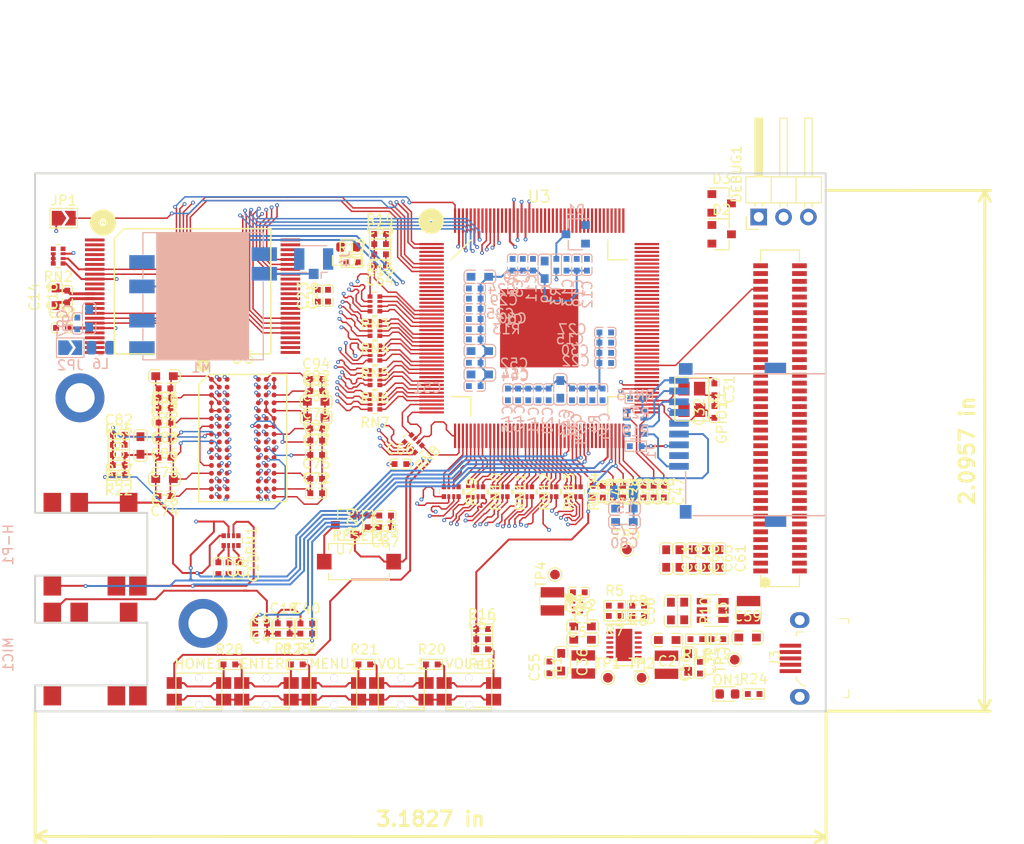
<source format=kicad_pcb>
(kicad_pcb (version 20171130) (host pcbnew 5.0.1+dfsg1-3~bpo9+1)
  (layers (0 F.Cu signal) (1 L1.Cu power) (2 L2.Cu signal) (3 L3.Cu power) (4 L4.Cu power) (31 B.Cu signal) (34 B.Paste user) (35 F.Paste user) (36 B.SilkS user) (37 F.SilkS user) (38 B.Mask user hide) (39 F.Mask user hide) (44 Edge.Cuts user))
  (net 0 "")
  (net 1 +3V3)
  (net 2 GND)
  (net 3 "Net-(C4-Pad2)")
  (net 4 "Net-(C4-Pad1)")
  (net 5 "Net-(C6-Pad1)")
  (net 6 "Net-(C7-Pad1)")
  (net 7 "Net-(C8-Pad1)")
  (net 8 "Net-(C10-Pad1)")
  (net 9 "Net-(C18-Pad2)")
  (net 10 "Net-(C20-Pad1)")
  (net 11 "Net-(C21-Pad1)")
  (net 12 "Net-(C28-Pad2)")
  (net 13 "Net-(C31-Pad1)")
  (net 14 "Net-(C32-Pad1)")
  (net 15 "Net-(C34-Pad1)")
  (net 16 /LRADC)
  (net 17 "Net-(C40-Pad2)")
  (net 18 "Net-(C43-Pad1)")
  (net 19 /TPX1)
  (net 20 /TPY1)
  (net 21 /TPX2)
  (net 22 /TPY2)
  (net 23 /SVREF)
  (net 24 /CK)
  (net 25 /CK-N)
  (net 26 "Net-(C73-Pad2)")
  (net 27 "Net-(C82-Pad1)")
  (net 28 /RESET-N)
  (net 29 "Net-(C97-Pad2)")
  (net 30 "Net-(C98-Pad2)")
  (net 31 /UART1-RX)
  (net 32 /UART1-TX)
  (net 33 "Net-(ENTER1-Pad1)")
  (net 34 /PIN7)
  (net 35 /PIN6_PWM0)
  (net 36 /PIN9)
  (net 37 /PIN8)
  (net 38 /TWI2-SDA)
  (net 39 /PIN10_TWI1-SCK)
  (net 40 /TWI2-SCK)
  (net 41 /PIN11_TWI1-SDA)
  (net 42 /SPI2-CS0)
  (net 43 /SPI2-CLK)
  (net 44 /SPI2-MOSI)
  (net 45 /SPI2-MISO)
  (net 46 /PIN29)
  (net 47 /PIN30)
  (net 48 /PIN19_NRB1)
  (net 49 /PIN31)
  (net 50 /PIN32)
  (net 51 /PIN33)
  (net 52 /PIN34)
  (net 53 /PIN35)
  (net 54 /PIN36)
  (net 55 /UDM0)
  (net 56 /UDM1)
  (net 57 /UDP0)
  (net 58 /UDP1)
  (net 59 /USB0-IDDET)
  (net 60 /USB0-VBUSDET)
  (net 61 /USB0-DRV)
  (net 62 /PIN15_NCE1)
  (net 63 /PIN37_LED1)
  (net 64 /PIN38_VGA-DIS)
  (net 65 /PIN39_USBH-EN)
  (net 66 /NMI-N)
  (net 67 /UBOOT)
  (net 68 /REST-N)
  (net 69 /LCD-D23)
  (net 70 /LCD-D22)
  (net 71 /LCD-D21)
  (net 72 /LCD-D20)
  (net 73 /LCD-D19)
  (net 74 /LCD-D18)
  (net 75 /LCD-D15)
  (net 76 /LCD-D14)
  (net 77 /LCD-D13)
  (net 78 /LCD-D12)
  (net 79 /LCD-D11)
  (net 80 /LCD-D10)
  (net 81 /LCD-D6)
  (net 82 /LCD-D7)
  (net 83 /LCD-D4)
  (net 84 /LCD-D5)
  (net 85 /LCD-D2)
  (net 86 /LCD-D3)
  (net 87 /LCD-HSYNC)
  (net 88 /LCD-VSYNC)
  (net 89 /LCD-CLK)
  (net 90 /LCD-DE)
  (net 91 /SDC0-DATA3)
  (net 92 /SDC0-SCK)
  (net 93 /PIN4_TWI0-SCK)
  (net 94 /PIN5_TWI0-SDA)
  (net 95 "Net-(H-P1-Pad1)")
  (net 96 "Net-(H-P1-Pad10)")
  (net 97 "Net-(H-P1-Pad11)")
  (net 98 "Net-(H-P1-Pad4)")
  (net 99 /SDC0-DATA2)
  (net 100 /SDC0-CMD)
  (net 101 /SDC0-DATA0)
  (net 102 /SDC0-DATA1)
  (net 103 /SD0CARD-DETECT)
  (net 104 "Net-(J3-Pad4)")
  (net 105 "Net-(J3-Pad1)")
  (net 106 "Net-(J4-Pad1)")
  (net 107 "Net-(JP1-Pad2)")
  (net 108 /PIN16_NCE0)
  (net 109 "Net-(L1-Pad1)")
  (net 110 "Net-(L2-Pad1)")
  (net 111 "Net-(L3-Pad1)")
  (net 112 "Net-(L4-Pad1)")
  (net 113 "Net-(LED1-Pad2)")
  (net 114 "Net-(MENU1-Pad1)")
  (net 115 "Net-(MIC1-Pad11)")
  (net 116 "Net-(MIC1-Pad10)")
  (net 117 "Net-(MIC1-Pad3)")
  (net 118 "Net-(MIC1-Pad2)")
  (net 119 "Net-(ON1-Pad2)")
  (net 120 "Net-(R5-Pad2)")
  (net 121 "Net-(R6-Pad2)")
  (net 122 "Net-(R10-Pad2)")
  (net 123 "Net-(R11-Pad1)")
  (net 124 "Net-(R13-Pad2)")
  (net 125 "Net-(R18-Pad1)")
  (net 126 "Net-(R20-Pad1)")
  (net 127 "Net-(R22-Pad2)")
  (net 128 "Net-(RN1-Pad8)")
  (net 129 "Net-(RN1-Pad1)")
  (net 130 "Net-(RN2-Pad5)")
  (net 131 "Net-(RN2-Pad4)")
  (net 132 /PIN18_NRB0)
  (net 133 /19)
  (net 134 /21)
  (net 135 /20)
  (net 136 /22)
  (net 137 /D6)
  (net 138 /D4)
  (net 139 /D2)
  (net 140 /D0)
  (net 141 /24)
  (net 142 /26)
  (net 143 /25)
  (net 144 /27)
  (net 145 /D9)
  (net 146 /D11)
  (net 147 /D13)
  (net 148 /D15)
  (net 149 /DQS0-N)
  (net 150 /DQS0)
  (net 151 /DM1)
  (net 152 /DM0)
  (net 153 /32)
  (net 154 /29)
  (net 155 /31)
  (net 156 /28)
  (net 157 /33)
  (net 158 /36)
  (net 159 /34)
  (net 160 /37)
  (net 161 /DQS1-N)
  (net 162 /DQS1)
  (net 163 /D12)
  (net 164 /D8)
  (net 165 /38)
  (net 166 /40)
  (net 167 /39)
  (net 168 /41)
  (net 169 /D10)
  (net 170 /D14)
  (net 171 /D1)
  (net 172 /D3)
  (net 173 /D7)
  (net 174 /D5)
  (net 175 /46)
  (net 176 /44)
  (net 177 /45)
  (net 178 /42)
  (net 179 /47)
  (net 180 /49)
  (net 181 /48)
  (net 182 /50)
  (net 183 /A10)
  (net 184 /CKE)
  (net 185 /BA1)
  (net 186 /A12)
  (net 187 /51)
  (net 188 /54)
  (net 189 /52)
  (net 190 /55)
  (net 191 /A1)
  (net 192 /A4)
  (net 193 /A6)
  (net 194 /A8)
  (net 195 /CAS)
  (net 196 /RAS)
  (net 197 /A11)
  (net 198 /A14)
  (net 199 /59)
  (net 200 /57)
  (net 201 /58)
  (net 202 /56)
  (net 203 /A0)
  (net 204 /BA0)
  (net 205 /WE)
  (net 206 /BA2)
  (net 207 /64)
  (net 208 /61)
  (net 209 /63)
  (net 210 /60)
  (net 211 /65)
  (net 212 /67)
  (net 213 /66)
  (net 214 /68)
  (net 215 /A2)
  (net 216 /A3)
  (net 217 /A5)
  (net 218 /A13)
  (net 219 /DDR3-ODT)
  (net 220 /A7)
  (net 221 /A9)
  (net 222 /DDR3-RST)
  (net 223 /72)
  (net 224 /70)
  (net 225 /71)
  (net 226 /69)
  (net 227 "Net-(U1-Pad48)")
  (net 228 "Net-(U1-Pad1)")
  (net 229 "Net-(U1-Pad47)")
  (net 230 "Net-(U1-Pad2)")
  (net 231 "Net-(U1-Pad46)")
  (net 232 "Net-(U1-Pad3)")
  (net 233 "Net-(U1-Pad45)")
  (net 234 "Net-(U1-Pad4)")
  (net 235 /PIN27_NDQ7)
  (net 236 "Net-(U1-Pad5)")
  (net 237 /PIN26_NDQ6)
  (net 238 "Net-(U1-Pad6)")
  (net 239 /PIN25_NDQ5)
  (net 240 /PIN24_NDQ4)
  (net 241 /PIN17_NRE)
  (net 242 "Net-(U1-Pad40)")
  (net 243 "Net-(U1-Pad39)")
  (net 244 "Net-(U1-Pad10)")
  (net 245 "Net-(U1-Pad38)")
  (net 246 "Net-(U1-Pad11)")
  (net 247 "Net-(U1-Pad35)")
  (net 248 "Net-(U1-Pad14)")
  (net 249 "Net-(U1-Pad34)")
  (net 250 "Net-(U1-Pad15)")
  (net 251 "Net-(U1-Pad33)")
  (net 252 /PIN14_NCLE)
  (net 253 /PIN23_NDQ3)
  (net 254 /PIN13_NALE)
  (net 255 /PIN22_NDQ2)
  (net 256 /PIN12_NWE)
  (net 257 /PIN21_NDQ1)
  (net 258 /PIN20_NDQ0)
  (net 259 "Net-(U1-Pad20)")
  (net 260 "Net-(U1-Pad28)")
  (net 261 "Net-(U1-Pad21)")
  (net 262 "Net-(U1-Pad27)")
  (net 263 "Net-(U1-Pad22)")
  (net 264 "Net-(U1-Pad26)")
  (net 265 "Net-(U1-Pad23)")
  (net 266 "Net-(U1-Pad25)")
  (net 267 "Net-(U1-Pad24)")
  (net 268 "Net-(U2-Pad3)")
  (net 269 "Net-(U3-Pad99)")
  (net 270 /PIN28_NDQS)
  (net 271 "Net-(U6-PadJ1)")
  (net 272 "Net-(U6-PadL1)")
  (net 273 "Net-(U6-PadM7)")
  (net 274 "Net-(U6-PadJ9)")
  (net 275 "Net-(U6-PadL9)")
  (net 276 "Net-(D1-Pad2)")
  (net 277 "Net-(D1-Pad3)")
  (net 278 "Net-(C63-Pad2)")
  (net 279 "Net-(C72-Pad1)")
  (net 280 "Net-(C82-Pad2)")
  (net 281 /+1.2V-CPU)
  (net 282 /+1.2V-INT)
  (net 283 /+1.5V)
  (net 284 /+3.0VA)
  (module "MyKiCadLib:AS4C256M16D3A-12BAN(96-FBGA)" (layer F.Cu) (at 573.278 -433.324)
    (fp_text reference U6 (at 0 -8.2) (layer F.SilkS) (effects (font (size 1.2 1.2))))
    (fp_text value "AS4C256M16D3A-12BAN(96-FBGA)")
    (pad A1 smd circle (at -3.2 -6) (size 0.5 0.5) (layers F.Cu F.Paste F.Mask) (net 279 "Net-(C72-Pad1)"))
    (pad B1 smd circle (at -3.2 -5.2) (size 0.5 0.5) (layers F.Cu F.Paste F.Mask) (net 2 GND))
    (pad C1 smd circle (at -3.2 -4.4) (size 0.5 0.5) (layers F.Cu F.Paste F.Mask) (net 279 "Net-(C72-Pad1)"))
    (pad D1 smd circle (at -3.2 -3.6) (size 0.5 0.5) (layers F.Cu F.Paste F.Mask) (net 2 GND))
    (pad E1 smd circle (at -3.2 -2.8) (size 0.5 0.5) (layers F.Cu F.Paste F.Mask) (net 2 GND))
    (pad F1 smd circle (at -3.2 -2) (size 0.5 0.5) (layers F.Cu F.Paste F.Mask) (net 279 "Net-(C72-Pad1)"))
    (pad G1 smd circle (at -3.2 -1.2) (size 0.5 0.5) (layers F.Cu F.Paste F.Mask) (net 2 GND))
    (pad H1 smd circle (at -3.2 -0.4) (size 0.5 0.5) (layers F.Cu F.Paste F.Mask) (net 27 "Net-(C82-Pad1)"))
    (pad J1 smd circle (at -3.2 0.4) (size 0.5 0.5) (layers F.Cu F.Paste F.Mask) (net 271 "Net-(U6-PadJ1)"))
    (pad K1 smd circle (at -3.2 1.2) (size 0.5 0.5) (layers F.Cu F.Paste F.Mask) (net 219 /DDR3-ODT))
    (pad L1 smd circle (at -3.2 2) (size 0.5 0.5) (layers F.Cu F.Paste F.Mask) (net 272 "Net-(U6-PadL1)"))
    (pad M1 smd circle (at -3.2 2.8) (size 0.5 0.5) (layers F.Cu F.Paste F.Mask) (net 2 GND))
    (pad N1 smd circle (at -3.2 3.6) (size 0.5 0.5) (layers F.Cu F.Paste F.Mask) (net 279 "Net-(C72-Pad1)"))
    (pad P1 smd circle (at -3.2 4.4) (size 0.5 0.5) (layers F.Cu F.Paste F.Mask) (net 2 GND))
    (pad R1 smd circle (at -3.2 5.2) (size 0.5 0.5) (layers F.Cu F.Paste F.Mask) (net 279 "Net-(C72-Pad1)"))
    (pad T1 smd circle (at -3.2 6) (size 0.5 0.5) (layers F.Cu F.Paste F.Mask) (net 2 GND))
    (pad A2 smd circle (at -2.4 -6) (size 0.5 0.5) (layers F.Cu F.Paste F.Mask) (net 147 /D13))
    (pad B2 smd circle (at -2.4 -5.2) (size 0.5 0.5) (layers F.Cu F.Paste F.Mask) (net 279 "Net-(C72-Pad1)"))
    (pad C2 smd circle (at -2.4 -4.4) (size 0.5 0.5) (layers F.Cu F.Paste F.Mask) (net 146 /D11))
    (pad D2 smd circle (at -2.4 -3.6) (size 0.5 0.5) (layers F.Cu F.Paste F.Mask) (net 279 "Net-(C72-Pad1)"))
    (pad E2 smd circle (at -2.4 -2.8) (size 0.5 0.5) (layers F.Cu F.Paste F.Mask) (net 2 GND))
    (pad F2 smd circle (at -2.4 -2) (size 0.5 0.5) (layers F.Cu F.Paste F.Mask) (net 139 /D2))
    (pad G2 smd circle (at -2.4 -1.2) (size 0.5 0.5) (layers F.Cu F.Paste F.Mask) (net 137 /D6))
    (pad H2 smd circle (at -2.4 -0.4) (size 0.5 0.5) (layers F.Cu F.Paste F.Mask) (net 279 "Net-(C72-Pad1)"))
    (pad J2 smd circle (at -2.4 0.4) (size 0.5 0.5) (layers F.Cu F.Paste F.Mask) (net 2 GND))
    (pad K2 smd circle (at -2.4 1.2) (size 0.5 0.5) (layers F.Cu F.Paste F.Mask) (net 279 "Net-(C72-Pad1)"))
    (pad L2 smd circle (at -2.4 2) (size 0.5 0.5) (layers F.Cu F.Paste F.Mask) (net 2 GND))
    (pad M2 smd circle (at -2.4 2.8) (size 0.5 0.5) (layers F.Cu F.Paste F.Mask) (net 204 /BA0))
    (pad N2 smd circle (at -2.4 3.6) (size 0.5 0.5) (layers F.Cu F.Paste F.Mask) (net 216 /A3))
    (pad P2 smd circle (at -2.4 4.4) (size 0.5 0.5) (layers F.Cu F.Paste F.Mask) (net 217 /A5))
    (pad R2 smd circle (at -2.4 5.2) (size 0.5 0.5) (layers F.Cu F.Paste F.Mask) (net 220 /A7))
    (pad T2 smd circle (at -2.4 6) (size 0.5 0.5) (layers F.Cu F.Paste F.Mask) (net 222 /DDR3-RST))
    (pad A3 smd circle (at -1.6 -6) (size 0.5 0.5) (layers F.Cu F.Paste F.Mask) (net 148 /D15))
    (pad B3 smd circle (at -1.6 -5.2) (size 0.5 0.5) (layers F.Cu F.Paste F.Mask) (net 2 GND))
    (pad C3 smd circle (at -1.6 -4.4) (size 0.5 0.5) (layers F.Cu F.Paste F.Mask) (net 145 /D9))
    (pad D3 smd circle (at -1.6 -3.6) (size 0.5 0.5) (layers F.Cu F.Paste F.Mask) (net 151 /DM1))
    (pad E3 smd circle (at -1.6 -2.8) (size 0.5 0.5) (layers F.Cu F.Paste F.Mask) (net 140 /D0))
    (pad F3 smd circle (at -1.6 -2) (size 0.5 0.5) (layers F.Cu F.Paste F.Mask) (net 150 /DQS0))
    (pad G3 smd circle (at -1.6 -1.2) (size 0.5 0.5) (layers F.Cu F.Paste F.Mask) (net 149 /DQS0-N))
    (pad H3 smd circle (at -1.6 -0.4) (size 0.5 0.5) (layers F.Cu F.Paste F.Mask) (net 138 /D4))
    (pad J3 smd circle (at -1.6 0.4) (size 0.5 0.5) (layers F.Cu F.Paste F.Mask) (net 196 /RAS))
    (pad K3 smd circle (at -1.6 1.2) (size 0.5 0.5) (layers F.Cu F.Paste F.Mask) (net 195 /CAS))
    (pad L3 smd circle (at -1.6 2) (size 0.5 0.5) (layers F.Cu F.Paste F.Mask) (net 205 /WE))
    (pad M3 smd circle (at -1.6 2.8) (size 0.5 0.5) (layers F.Cu F.Paste F.Mask) (net 206 /BA2))
    (pad N3 smd circle (at -1.6 3.6) (size 0.5 0.5) (layers F.Cu F.Paste F.Mask) (net 203 /A0))
    (pad P3 smd circle (at -1.6 4.4) (size 0.5 0.5) (layers F.Cu F.Paste F.Mask) (net 215 /A2))
    (pad R3 smd circle (at -1.6 5.2) (size 0.5 0.5) (layers F.Cu F.Paste F.Mask) (net 221 /A9))
    (pad T3 smd circle (at -1.6 6) (size 0.5 0.5) (layers F.Cu F.Paste F.Mask) (net 218 /A13))
    (pad A7 smd circle (at 1.6 -6) (size 0.5 0.5) (layers F.Cu F.Paste F.Mask) (net 163 /D12))
    (pad B7 smd circle (at 1.6 -5.2) (size 0.5 0.5) (layers F.Cu F.Paste F.Mask) (net 161 /DQS1-N))
    (pad C7 smd circle (at 1.6 -4.4) (size 0.5 0.5) (layers F.Cu F.Paste F.Mask) (net 162 /DQS1))
    (pad D7 smd circle (at 1.6 -3.6) (size 0.5 0.5) (layers F.Cu F.Paste F.Mask) (net 164 /D8))
    (pad E7 smd circle (at 1.6 -2.8) (size 0.5 0.5) (layers F.Cu F.Paste F.Mask) (net 152 /DM0))
    (pad F7 smd circle (at 1.6 -2) (size 0.5 0.5) (layers F.Cu F.Paste F.Mask) (net 171 /D1))
    (pad G7 smd circle (at 1.6 -1.2) (size 0.5 0.5) (layers F.Cu F.Paste F.Mask) (net 279 "Net-(C72-Pad1)"))
    (pad H7 smd circle (at 1.6 -0.4) (size 0.5 0.5) (layers F.Cu F.Paste F.Mask) (net 173 /D7))
    (pad J7 smd circle (at 1.6 0.4) (size 0.5 0.5) (layers F.Cu F.Paste F.Mask) (net 24 /CK))
    (pad K7 smd circle (at 1.6 1.2) (size 0.5 0.5) (layers F.Cu F.Paste F.Mask) (net 25 /CK-N))
    (pad L7 smd circle (at 1.6 2) (size 0.5 0.5) (layers F.Cu F.Paste F.Mask) (net 183 /A10))
    (pad M7 smd circle (at 1.6 2.8) (size 0.5 0.5) (layers F.Cu F.Paste F.Mask) (net 273 "Net-(U6-PadM7)"))
    (pad N7 smd circle (at 1.6 3.6) (size 0.5 0.5) (layers F.Cu F.Paste F.Mask) (net 186 /A12))
    (pad P7 smd circle (at 1.6 4.4) (size 0.5 0.5) (layers F.Cu F.Paste F.Mask) (net 191 /A1))
    (pad R7 smd circle (at 1.6 5.2) (size 0.5 0.5) (layers F.Cu F.Paste F.Mask) (net 197 /A11))
    (pad T7 smd circle (at 1.6 6) (size 0.5 0.5) (layers F.Cu F.Paste F.Mask) (net 198 /A14))
    (pad A8 smd circle (at 2.4 -6) (size 0.5 0.5) (layers F.Cu F.Paste F.Mask) (net 279 "Net-(C72-Pad1)"))
    (pad B8 smd circle (at 2.4 -5.2) (size 0.5 0.5) (layers F.Cu F.Paste F.Mask) (net 170 /D14))
    (pad C8 smd circle (at 2.4 -4.4) (size 0.5 0.5) (layers F.Cu F.Paste F.Mask) (net 169 /D10))
    (pad D8 smd circle (at 2.4 -3.6) (size 0.5 0.5) (layers F.Cu F.Paste F.Mask) (net 2 GND))
    (pad E8 smd circle (at 2.4 -2.8) (size 0.5 0.5) (layers F.Cu F.Paste F.Mask) (net 2 GND))
    (pad F8 smd circle (at 2.4 -2) (size 0.5 0.5) (layers F.Cu F.Paste F.Mask) (net 172 /D3))
    (pad G8 smd circle (at 2.4 -1.2) (size 0.5 0.5) (layers F.Cu F.Paste F.Mask) (net 2 GND))
    (pad H8 smd circle (at 2.4 -0.4) (size 0.5 0.5) (layers F.Cu F.Paste F.Mask) (net 174 /D5))
    (pad J8 smd circle (at 2.4 0.4) (size 0.5 0.5) (layers F.Cu F.Paste F.Mask) (net 2 GND))
    (pad K8 smd circle (at 2.4 1.2) (size 0.5 0.5) (layers F.Cu F.Paste F.Mask) (net 279 "Net-(C72-Pad1)"))
    (pad L8 smd circle (at 2.4 2) (size 0.5 0.5) (layers F.Cu F.Paste F.Mask) (net 127 "Net-(R22-Pad2)"))
    (pad M8 smd circle (at 2.4 2.8) (size 0.5 0.5) (layers F.Cu F.Paste F.Mask) (net 27 "Net-(C82-Pad1)"))
    (pad N8 smd circle (at 2.4 3.6) (size 0.5 0.5) (layers F.Cu F.Paste F.Mask) (net 185 /BA1))
    (pad P8 smd circle (at 2.4 4.4) (size 0.5 0.5) (layers F.Cu F.Paste F.Mask) (net 192 /A4))
    (pad R8 smd circle (at 2.4 5.2) (size 0.5 0.5) (layers F.Cu F.Paste F.Mask) (net 193 /A6))
    (pad T8 smd circle (at 2.4 6) (size 0.5 0.5) (layers F.Cu F.Paste F.Mask) (net 194 /A8))
    (pad A9 smd circle (at 3.2 -6) (size 0.5 0.5) (layers F.Cu F.Paste F.Mask) (net 2 GND))
    (pad B9 smd circle (at 3.2 -5.2) (size 0.5 0.5) (layers F.Cu F.Paste F.Mask) (net 2 GND))
    (pad C9 smd circle (at 3.2 -4.4) (size 0.5 0.5) (layers F.Cu F.Paste F.Mask) (net 279 "Net-(C72-Pad1)"))
    (pad D9 smd circle (at 3.2 -3.6) (size 0.5 0.5) (layers F.Cu F.Paste F.Mask) (net 279 "Net-(C72-Pad1)"))
    (pad E9 smd circle (at 3.2 -2.8) (size 0.5 0.5) (layers F.Cu F.Paste F.Mask) (net 279 "Net-(C72-Pad1)"))
    (pad F9 smd circle (at 3.2 -2) (size 0.5 0.5) (layers F.Cu F.Paste F.Mask) (net 2 GND))
    (pad G9 smd circle (at 3.2 -1.2) (size 0.5 0.5) (layers F.Cu F.Paste F.Mask) (net 2 GND))
    (pad H9 smd circle (at 3.2 -0.4) (size 0.5 0.5) (layers F.Cu F.Paste F.Mask) (net 279 "Net-(C72-Pad1)"))
    (pad J9 smd circle (at 3.2 0.4) (size 0.5 0.5) (layers F.Cu F.Paste F.Mask) (net 274 "Net-(U6-PadJ9)"))
    (pad K9 smd circle (at 3.2 1.2) (size 0.5 0.5) (layers F.Cu F.Paste F.Mask) (net 184 /CKE))
    (pad L9 smd circle (at 3.2 2) (size 0.5 0.5) (layers F.Cu F.Paste F.Mask) (net 275 "Net-(U6-PadL9)"))
    (pad M9 smd circle (at 3.2 2.8) (size 0.5 0.5) (layers F.Cu F.Paste F.Mask) (net 2 GND))
    (pad N9 smd circle (at 3.2 3.6) (size 0.5 0.5) (layers F.Cu F.Paste F.Mask) (net 279 "Net-(C72-Pad1)"))
    (pad P9 smd circle (at 3.2 4.4) (size 0.5 0.5) (layers F.Cu F.Paste F.Mask) (net 2 GND))
    (pad R9 smd circle (at 3.2 5.2) (size 0.5 0.5) (layers F.Cu F.Paste F.Mask) (net 279 "Net-(C72-Pad1)"))
    (pad T9 smd circle (at 3.2 6) (size 0.5 0.5) (layers F.Cu F.Paste F.Mask) (net 2 GND))
  )
  (module MyKiCadLib:C0603_HandSoldering (layer F.Cu) (at 608.016 -412.70941)
    (fp_text reference C1 (at -0.01 -2.17) (layer F.SilkS))
    (fp_text value C0603/10u)
    (pad 2 smd rect (at 0.9 0) (size 0.9 0.8) (layers F.Cu F.Paste F.Mask) (net 1 +3V3))
    (pad 1 smd rect (at -0.9 0) (size 0.9 0.8) (layers F.Cu F.Paste F.Mask) (net 2 GND))
  )
  (module MyKiCadLib:C0603_HandSoldering (layer F.Cu) (at 616.666 -412.67941 180)
    (fp_text reference C2 (at -0.01 -2.17 180) (layer F.SilkS))
    (fp_text value C0603/10u)
    (pad 2 smd rect (at 0.9 0 180) (size 0.9 0.8) (layers F.Cu F.Paste F.Mask) (net 1 +3V3))
    (pad 1 smd rect (at -0.9 0 180) (size 0.9 0.8) (layers F.Cu F.Paste F.Mask) (net 2 GND))
  )
  (module MyKiCadLib:C0402_HandSoldering (layer B.Cu) (at 600.8624 -451.039767 270)
    (fp_text reference C3 (at 2.1844 -0.0508 270) (layer B.SilkS) (effects (justify mirror)))
    (fp_text value C0402/100n/6.3V)
    (pad 1 smd rect (at -0.6 0 270) (size 0.6 0.6) (layers B.Cu B.Paste B.Mask) (net 281 /+1.2V-CPU))
    (pad 2 smd rect (at 0.6 0 270) (size 0.6 0.6) (layers B.Cu B.Paste B.Mask) (net 2 GND))
  )
  (module MyKiCadLib:C0402_HandSoldering (layer F.Cu) (at 575.146 -414.362 180)
    (fp_text reference C4 (at 0 -1.53 180) (layer F.SilkS))
    (fp_text value C0402/100n/6.3V)
    (pad 2 smd rect (at 0.6 0 180) (size 0.6 0.6) (layers F.Cu F.Paste F.Mask) (net 3 "Net-(C4-Pad2)"))
    (pad 1 smd rect (at -0.6 0 180) (size 0.6 0.6) (layers F.Cu F.Paste F.Mask) (net 4 "Net-(C4-Pad1)"))
  )
  (module MyKiCadLib:C0402_HandSoldering (layer B.Cu) (at 601.9038 -451.039767 270)
    (fp_text reference C5 (at 2.413 0.508 270) (layer B.SilkS) (effects (justify mirror)))
    (fp_text value C0402/10u/6.3V)
    (pad 1 smd rect (at -0.6 0 270) (size 0.6 0.6) (layers B.Cu B.Paste B.Mask) (net 281 /+1.2V-CPU))
    (pad 2 smd rect (at 0.6 0 270) (size 0.6 0.6) (layers B.Cu B.Paste B.Mask) (net 2 GND))
  )
  (module MyKiCadLib:C0402_HandSoldering (layer F.Cu) (at 575.166 -413.322)
    (fp_text reference C6 (at 0 -1.53) (layer F.SilkS))
    (fp_text value C0402/3.3n/6.3V)
    (pad 1 smd rect (at -0.6 0) (size 0.6 0.6) (layers F.Cu F.Paste F.Mask) (net 5 "Net-(C6-Pad1)"))
    (pad 2 smd rect (at 0.6 0) (size 0.6 0.6) (layers F.Cu F.Paste F.Mask) (net 4 "Net-(C4-Pad1)"))
  )
  (module MyKiCadLib:C0402_HandSoldering (layer F.Cu) (at 570.782 -420.02 270)
    (fp_text reference C7 (at 0 -1.53 270) (layer F.SilkS))
    (fp_text value C0402/100n/6.3V)
    (pad 2 smd rect (at 0.6 0 270) (size 0.6 0.6) (layers F.Cu F.Paste F.Mask) (net 2 GND))
    (pad 1 smd rect (at -0.6 0 270) (size 0.6 0.6) (layers F.Cu F.Paste F.Mask) (net 6 "Net-(C7-Pad1)"))
  )
  (module MyKiCadLib:C0402_HandSoldering (layer F.Cu) (at 571.822 -420.02 270)
    (fp_text reference C8 (at 0 -1.53 270) (layer F.SilkS))
    (fp_text value C0402/100n/6.3V)
    (pad 1 smd rect (at -0.6 0 270) (size 0.6 0.6) (layers F.Cu F.Paste F.Mask) (net 7 "Net-(C8-Pad1)"))
    (pad 2 smd rect (at 0.6 0 270) (size 0.6 0.6) (layers F.Cu F.Paste F.Mask) (net 2 GND))
  )
  (module MyKiCadLib:C0603_HandSoldering (layer B.Cu) (at 604.139 -450.5198 270)
    (fp_text reference C9 (at 2.4638 -0.2032 270) (layer B.SilkS) (effects (justify mirror)))
    (fp_text value C0603/22u/6.3V)
    (pad 2 smd rect (at 0.9 0 270) (size 0.9 0.8) (layers B.Cu B.Paste B.Mask) (net 2 GND))
    (pad 1 smd rect (at -0.9 0 270) (size 0.9 0.8) (layers B.Cu B.Paste B.Mask) (net 1 +3V3))
  )
  (module MyKiCadLib:C0402_HandSoldering (layer F.Cu) (at 572.86 -420.03 270)
    (fp_text reference C10 (at 0 -1.53 270) (layer F.SilkS))
    (fp_text value C0402/100n/6.3V)
    (pad 2 smd rect (at 0.6 0 270) (size 0.6 0.6) (layers F.Cu F.Paste F.Mask) (net 2 GND))
    (pad 1 smd rect (at -0.6 0 270) (size 0.6 0.6) (layers F.Cu F.Paste F.Mask) (net 8 "Net-(C10-Pad1)"))
  )
  (module MyKiCadLib:C0402_HandSoldering (layer B.Cu) (at 602.9452 -451.039767 270)
    (fp_text reference C11 (at 2.413 0.1524 270) (layer B.SilkS) (effects (justify mirror)))
    (fp_text value C0402/100n/6.3V)
    (pad 2 smd rect (at 0.6 0 270) (size 0.6 0.6) (layers B.Cu B.Paste B.Mask) (net 2 GND))
    (pad 1 smd rect (at -0.6 0 270) (size 0.6 0.6) (layers B.Cu B.Paste B.Mask) (net 281 /+1.2V-CPU))
  )
  (module MyKiCadLib:C0402_HandSoldering (layer B.Cu) (at 608.457 -451.039767 270)
    (fp_text reference C12 (at 3.048 -0.0508 270) (layer B.SilkS) (effects (justify mirror)))
    (fp_text value C0402/100n/6.3V)
    (pad 1 smd rect (at -0.6 0 270) (size 0.6 0.6) (layers B.Cu B.Paste B.Mask) (net 1 +3V3))
    (pad 2 smd rect (at 0.6 0 270) (size 0.6 0.6) (layers B.Cu B.Paste B.Mask) (net 2 GND))
  )
  (module MyKiCadLib:C0402_HandSoldering (layer B.Cu) (at 606.3742 -451.039767 270)
    (fp_text reference C13 (at 2.8448 -0.1016 270) (layer B.SilkS) (effects (justify mirror)))
    (fp_text value C0402/10u/6.3V)
    (pad 1 smd rect (at -0.6 0 270) (size 0.6 0.6) (layers B.Cu B.Paste B.Mask) (net 281 /+1.2V-CPU))
    (pad 2 smd rect (at 0.6 0 270) (size 0.6 0.6) (layers B.Cu B.Paste B.Mask) (net 2 GND))
  )
  (module MyKiCadLib:C0603_HandSoldering (layer F.Cu) (at 554.14 -447.76 90)
    (fp_text reference C14 (at -0.01 -2.17 90) (layer F.SilkS))
    (fp_text value C0603/22u/6.3V)
    (pad 1 smd rect (at -0.9 0 90) (size 0.9 0.8) (layers F.Cu F.Paste F.Mask) (net 2 GND))
    (pad 2 smd rect (at 0.9 0 90) (size 0.9 0.8) (layers F.Cu F.Paste F.Mask) (net 1 +3V3))
  )
  (module MyKiCadLib:C0402_HandSoldering (layer B.Cu) (at 610.3366 -443.0776 180)
    (fp_text reference C15 (at 3.6068 0.3556 180) (layer B.SilkS) (effects (justify mirror)))
    (fp_text value C0402/100n/6.3V)
    (pad 1 smd rect (at -0.6 0 180) (size 0.6 0.6) (layers B.Cu B.Paste B.Mask) (net 1 +3V3))
    (pad 2 smd rect (at 0.6 0 180) (size 0.6 0.6) (layers B.Cu B.Paste B.Mask) (net 2 GND))
  )
  (module MyKiCadLib:C0402_HandSoldering (layer F.Cu) (at 555.34 -447.79 90)
    (fp_text reference C16 (at 0 -1.53 90) (layer F.SilkS))
    (fp_text value C0402/100n/6.3V)
    (pad 2 smd rect (at 0.6 0 90) (size 0.6 0.6) (layers F.Cu F.Paste F.Mask) (net 1 +3V3))
    (pad 1 smd rect (at -0.6 0 90) (size 0.6 0.6) (layers F.Cu F.Paste F.Mask) (net 2 GND))
  )
  (module MyKiCadLib:C0402_HandSoldering (layer B.Cu) (at 596.989633 -445.4906)
    (fp_text reference C17 (at 3.491767 0.0508) (layer B.SilkS) (effects (justify mirror)))
    (fp_text value C0402/100n/6.3V)
    (pad 2 smd rect (at 0.6 0) (size 0.6 0.6) (layers B.Cu B.Paste B.Mask) (net 2 GND))
    (pad 1 smd rect (at -0.6 0) (size 0.6 0.6) (layers B.Cu B.Paste B.Mask) (net 281 /+1.2V-CPU))
  )
  (module MyKiCadLib:C0402_HandSoldering (layer F.Cu) (at 577.456 -414.372)
    (fp_text reference C18 (at 0 -1.53) (layer F.SilkS))
    (fp_text value C0402/10u/6.3V)
    (pad 2 smd rect (at 0.6 0) (size 0.6 0.6) (layers F.Cu F.Paste F.Mask) (net 9 "Net-(C18-Pad2)"))
    (pad 1 smd rect (at -0.6 0) (size 0.6 0.6) (layers F.Cu F.Paste F.Mask) (net 2 GND))
  )
  (module MyKiCadLib:C0402_HandSoldering (layer B.Cu) (at 607.4156 -451.039767 270)
    (fp_text reference C19 (at 2.8956 -0.1524 270) (layer B.SilkS) (effects (justify mirror)))
    (fp_text value C0402/10u/6.3V)
    (pad 2 smd rect (at 0.6 0 270) (size 0.6 0.6) (layers B.Cu B.Paste B.Mask) (net 2 GND))
    (pad 1 smd rect (at -0.6 0 270) (size 0.6 0.6) (layers B.Cu B.Paste B.Mask) (net 282 /+1.2V-INT))
  )
  (module MyKiCadLib:C0402_HandSoldering (layer B.Cu) (at 603.504 -437.782433 90)
    (fp_text reference C20 (at -2.667 0.9398 90) (layer B.SilkS) (effects (justify mirror)))
    (fp_text value C0402/100n/6.3V)
    (pad 2 smd rect (at 0.6 0 90) (size 0.6 0.6) (layers B.Cu B.Paste B.Mask) (net 2 GND))
    (pad 1 smd rect (at -0.6 0 90) (size 0.6 0.6) (layers B.Cu B.Paste B.Mask) (net 10 "Net-(C20-Pad1)"))
  )
  (module MyKiCadLib:C0402_HandSoldering (layer B.Cu) (at 607.9744 -437.782433 90)
    (fp_text reference C21 (at -3.9878 -0.1016 90) (layer B.SilkS) (effects (justify mirror)))
    (fp_text value C0402/10u/6.3V)
    (pad 1 smd rect (at -0.6 0 90) (size 0.6 0.6) (layers B.Cu B.Paste B.Mask) (net 11 "Net-(C21-Pad1)"))
    (pad 2 smd rect (at 0.6 0 90) (size 0.6 0.6) (layers B.Cu B.Paste B.Mask) (net 2 GND))
  )
  (module MyKiCadLib:C0402_HandSoldering (layer B.Cu) (at 610.3366 -440.9948 180)
    (fp_text reference C22 (at 3.0226 0.1778 180) (layer B.SilkS) (effects (justify mirror)))
    (fp_text value C0402/100n/6.3V)
    (pad 2 smd rect (at 0.6 0 180) (size 0.6 0.6) (layers B.Cu B.Paste B.Mask) (net 2 GND))
    (pad 1 smd rect (at -0.6 0 180) (size 0.6 0.6) (layers B.Cu B.Paste B.Mask) (net 1 +3V3))
  )
  (module MyKiCadLib:C0402_HandSoldering (layer F.Cu) (at 580.95 -447.87 90)
    (fp_text reference C23 (at 0 -1.53 90) (layer F.SilkS))
    (fp_text value C0402/100n/6.3V)
    (pad 1 smd rect (at -0.6 0 90) (size 0.6 0.6) (layers F.Cu F.Paste F.Mask) (net 2 GND))
    (pad 2 smd rect (at 0.6 0 90) (size 0.6 0.6) (layers F.Cu F.Paste F.Mask) (net 1 +3V3))
  )
  (module MyKiCadLib:C0402_HandSoldering (layer B.Cu) (at 596.989633 -448.6148)
    (fp_text reference C24 (at 2.7686 0.0762) (layer B.SilkS) (effects (justify mirror)))
    (fp_text value C0402/100n/6.3V)
    (pad 2 smd rect (at 0.6 0) (size 0.6 0.6) (layers B.Cu B.Paste B.Mask) (net 2 GND))
    (pad 1 smd rect (at -0.6 0) (size 0.6 0.6) (layers B.Cu B.Paste B.Mask) (net 1 +3V3))
  )
  (module MyKiCadLib:C0402_HandSoldering (layer B.Cu) (at 596.989633 -446.532)
    (fp_text reference C25 (at 2.602767 0.508) (layer B.SilkS) (effects (justify mirror)))
    (fp_text value C0402/10u/6.3V)
    (pad 1 smd rect (at -0.6 0) (size 0.6 0.6) (layers B.Cu B.Paste B.Mask) (net 281 /+1.2V-CPU))
    (pad 2 smd rect (at 0.6 0) (size 0.6 0.6) (layers B.Cu B.Paste B.Mask) (net 2 GND))
  )
  (module MyKiCadLib:C0402_HandSoldering (layer F.Cu) (at 581.99 -447.88 90)
    (fp_text reference C26 (at 0 -1.53 90) (layer F.SilkS))
    (fp_text value C0402/100n/6.3V)
    (pad 2 smd rect (at 0.6 0 90) (size 0.6 0.6) (layers F.Cu F.Paste F.Mask) (net 1 +3V3))
    (pad 1 smd rect (at -0.6 0 90) (size 0.6 0.6) (layers F.Cu F.Paste F.Mask) (net 2 GND))
  )
  (module MyKiCadLib:C0402_HandSoldering (layer B.Cu) (at 610.3366 -444.119 180)
    (fp_text reference C27 (at 3.3528 0.3302 180) (layer B.SilkS) (effects (justify mirror)))
    (fp_text value C0402/100n/6.3V)
    (pad 2 smd rect (at 0.6 0 180) (size 0.6 0.6) (layers B.Cu B.Paste B.Mask) (net 2 GND))
    (pad 1 smd rect (at -0.6 0 180) (size 0.6 0.6) (layers B.Cu B.Paste B.Mask) (net 282 /+1.2V-INT))
  )
  (module MyKiCadLib:C0402_HandSoldering (layer F.Cu) (at 554.79 -444.59)
    (fp_text reference C28 (at 0 -1.53) (layer F.SilkS))
    (fp_text value C0402/100n/6.3V)
    (pad 1 smd rect (at -0.6 0) (size 0.6 0.6) (layers F.Cu F.Paste F.Mask) (net 2 GND))
    (pad 2 smd rect (at 0.6 0) (size 0.6 0.6) (layers F.Cu F.Paste F.Mask) (net 12 "Net-(C28-Pad2)"))
  )
  (module MyKiCadLib:C0402_HandSoldering (layer B.Cu) (at 596.989633 -447.5734)
    (fp_text reference C29 (at 2.9718 0.1778) (layer B.SilkS) (effects (justify mirror)))
    (fp_text value C0402/100n/6.3V)
    (pad 2 smd rect (at 0.6 0) (size 0.6 0.6) (layers B.Cu B.Paste B.Mask) (net 2 GND))
    (pad 1 smd rect (at -0.6 0) (size 0.6 0.6) (layers B.Cu B.Paste B.Mask) (net 281 /+1.2V-CPU))
  )
  (module MyKiCadLib:C0402_HandSoldering (layer B.Cu) (at 610.3366 -442.0362 180)
    (fp_text reference C30 (at 3.0988 0.254 180) (layer B.SilkS) (effects (justify mirror)))
    (fp_text value C0402/10u/6.3V)
    (pad 1 smd rect (at -0.6 0 180) (size 0.6 0.6) (layers B.Cu B.Paste B.Mask) (net 282 /+1.2V-INT))
    (pad 2 smd rect (at 0.6 0 180) (size 0.6 0.6) (layers B.Cu B.Paste B.Mask) (net 2 GND))
  )
  (module MyKiCadLib:C0402_HandSoldering (layer F.Cu) (at 621.4872 -438.3024 270)
    (fp_text reference C31 (at 0 -1.53 270) (layer F.SilkS))
    (fp_text value C0402/33p)
    (pad 2 smd rect (at 0.6 0 270) (size 0.6 0.6) (layers F.Cu F.Paste F.Mask) (net 2 GND))
    (pad 1 smd rect (at -0.6 0 270) (size 0.6 0.6) (layers F.Cu F.Paste F.Mask) (net 13 "Net-(C31-Pad1)"))
  )
  (module MyKiCadLib:C0402_HandSoldering (layer F.Cu) (at 621.4872 -435.991 90)
    (fp_text reference C32 (at 0 -1.53 90) (layer F.SilkS))
    (fp_text value C0402/33p)
    (pad 2 smd rect (at 0.6 0 90) (size 0.6 0.6) (layers F.Cu F.Paste F.Mask) (net 2 GND))
    (pad 1 smd rect (at -0.6 0 90) (size 0.6 0.6) (layers F.Cu F.Paste F.Mask) (net 14 "Net-(C32-Pad1)"))
  )
  (module MyKiCadLib:C0402_HandSoldering (layer B.Cu) (at 604.5454 -437.782433 90)
    (fp_text reference C33 (at -2.8956 1.6256 90) (layer B.SilkS) (effects (justify mirror)))
    (fp_text value C0402/10u/6.3V)
    (pad 1 smd rect (at -0.6 0 90) (size 0.6 0.6) (layers B.Cu B.Paste B.Mask) (net 10 "Net-(C20-Pad1)"))
    (pad 2 smd rect (at 0.6 0 90) (size 0.6 0.6) (layers B.Cu B.Paste B.Mask) (net 2 GND))
  )
  (module MyKiCadLib:C0402_HandSoldering (layer B.Cu) (at 610.0572 -437.782433 90)
    (fp_text reference C34 (at -3.2766 0.2032 90) (layer B.SilkS) (effects (justify mirror)))
    (fp_text value C0402/1u/6.3V)
    (pad 1 smd rect (at -0.6 0 90) (size 0.6 0.6) (layers B.Cu B.Paste B.Mask) (net 15 "Net-(C34-Pad1)"))
    (pad 2 smd rect (at 0.6 0 90) (size 0.6 0.6) (layers B.Cu B.Paste B.Mask) (net 2 GND))
  )
  (module MyKiCadLib:C0402_HandSoldering (layer B.Cu) (at 606.933 -437.782433 90)
    (fp_text reference C35 (at -3.3528 0.4572 90) (layer B.SilkS) (effects (justify mirror)))
    (fp_text value C0402/100n/6.3V)
    (pad 2 smd rect (at 0.6 0 90) (size 0.6 0.6) (layers B.Cu B.Paste B.Mask) (net 2 GND))
    (pad 1 smd rect (at -0.6 0 90) (size 0.6 0.6) (layers B.Cu B.Paste B.Mask) (net 11 "Net-(C21-Pad1)"))
  )
  (module MyKiCadLib:C0603_HandSoldering (layer F.Cu) (at 605.826 -410.40941 270)
    (fp_text reference C36 (at -0.01 -2.17 270) (layer F.SilkS))
    (fp_text value C0603/22u/6.3V)
    (pad 1 smd rect (at -0.9 0 270) (size 0.9 0.8) (layers F.Cu F.Paste F.Mask) (net 2 GND))
    (pad 2 smd rect (at 0.9 0 270) (size 0.9 0.8) (layers F.Cu F.Paste F.Mask) (net 281 /+1.2V-CPU))
  )
  (module MyKiCadLib:C0603_HandSoldering (layer F.Cu) (at 618.806 -410.3799 270)
    (fp_text reference C37 (at -0.01 -2.17 270) (layer F.SilkS))
    (fp_text value C0603/22u/6.3V)
    (pad 1 smd rect (at -0.9 0 270) (size 0.9 0.8) (layers F.Cu F.Paste F.Mask) (net 2 GND))
    (pad 2 smd rect (at 0.9 0 270) (size 0.9 0.8) (layers F.Cu F.Paste F.Mask) (net 282 /+1.2V-INT))
  )
  (module MyKiCadLib:C0402_HandSoldering (layer F.Cu) (at 612.16 -427.84 270)
    (fp_text reference C38 (at 0 -1.53 270) (layer F.SilkS))
    (fp_text value C0402/1n/6.3V)
    (pad 2 smd rect (at 0.6 0 270) (size 0.6 0.6) (layers F.Cu F.Paste F.Mask) (net 2 GND))
    (pad 1 smd rect (at -0.6 0 270) (size 0.6 0.6) (layers F.Cu F.Paste F.Mask) (net 16 /LRADC))
  )
  (module MyKiCadLib:C0603_HandSoldering (layer B.Cu) (at 597.5096 -449.8086)
    (fp_text reference C39 (at 3.7846 0.0508) (layer B.SilkS) (effects (justify mirror)))
    (fp_text value C0603/22u/6.3V)
    (pad 2 smd rect (at 0.9 0) (size 0.9 0.8) (layers B.Cu B.Paste B.Mask) (net 2 GND))
    (pad 1 smd rect (at -0.9 0) (size 0.9 0.8) (layers B.Cu B.Paste B.Mask) (net 281 /+1.2V-CPU))
  )
  (module MyKiCadLib:C0402_HandSoldering (layer F.Cu) (at 579.776 -414.362)
    (fp_text reference C40 (at 0 -1.53) (layer F.SilkS))
    (fp_text value C0402/10u/6.3V)
    (pad 1 smd rect (at -0.6 0) (size 0.6 0.6) (layers F.Cu F.Paste F.Mask) (net 2 GND))
    (pad 2 smd rect (at 0.6 0) (size 0.6 0.6) (layers F.Cu F.Paste F.Mask) (net 17 "Net-(C40-Pad2)"))
  )
  (module MyKiCadLib:C0402_HandSoldering (layer B.Cu) (at 602.4626 -437.782433 90)
    (fp_text reference C41 (at -2.667 0.5588 90) (layer B.SilkS) (effects (justify mirror)))
    (fp_text value C0402/100n/6.3V)
    (pad 2 smd rect (at 0.6 0 90) (size 0.6 0.6) (layers B.Cu B.Paste B.Mask) (net 2 GND))
    (pad 1 smd rect (at -0.6 0 90) (size 0.6 0.6) (layers B.Cu B.Paste B.Mask) (net 282 /+1.2V-INT))
  )
  (module MyKiCadLib:C0402_HandSoldering (layer B.Cu) (at 601.4212 -437.782433 90)
    (fp_text reference C42 (at -2.4892 0.1524 90) (layer B.SilkS) (effects (justify mirror)))
    (fp_text value C0402/10u/6.3V)
    (pad 1 smd rect (at -0.6 0 90) (size 0.6 0.6) (layers B.Cu B.Paste B.Mask) (net 283 /+1.5V))
    (pad 2 smd rect (at 0.6 0 90) (size 0.6 0.6) (layers B.Cu B.Paste B.Mask) (net 2 GND))
  )
  (module MyKiCadLib:C0402_HandSoldering (layer F.Cu) (at 610.08 -427.84 270)
    (fp_text reference C43 (at 0 -1.53 270) (layer F.SilkS))
    (fp_text value C0402/100n/6.3V)
    (pad 1 smd rect (at -0.6 0 270) (size 0.6 0.6) (layers F.Cu F.Paste F.Mask) (net 18 "Net-(C43-Pad1)"))
    (pad 2 smd rect (at 0.6 0 270) (size 0.6 0.6) (layers F.Cu F.Paste F.Mask) (net 2 GND))
  )
  (module MyKiCadLib:C0603_HandSoldering (layer B.Cu) (at 597.5096 -439.8264)
    (fp_text reference C44 (at 3.5814 0.1778) (layer B.SilkS) (effects (justify mirror)))
    (fp_text value C0603/22u/6.3V)
    (pad 1 smd rect (at -0.9 0) (size 0.9 0.8) (layers B.Cu B.Paste B.Mask) (net 282 /+1.2V-INT))
    (pad 2 smd rect (at 0.9 0) (size 0.9 0.8) (layers B.Cu B.Paste B.Mask) (net 2 GND))
  )
  (module MyKiCadLib:C0402_HandSoldering (layer B.Cu) (at 600.3798 -437.782433 90)
    (fp_text reference C45 (at -2.54 -0.0254 90) (layer B.SilkS) (effects (justify mirror)))
    (fp_text value C0402/100n/6.3V)
    (pad 2 smd rect (at 0.6 0 90) (size 0.6 0.6) (layers B.Cu B.Paste B.Mask) (net 2 GND))
    (pad 1 smd rect (at -0.6 0 90) (size 0.6 0.6) (layers B.Cu B.Paste B.Mask) (net 283 /+1.5V))
  )
  (module MyKiCadLib:C0402_HandSoldering (layer F.Cu) (at 609.04 -427.84 270)
    (fp_text reference C46 (at 0 -1.53 270) (layer F.SilkS))
    (fp_text value C0402/10u/6.3V)
    (pad 2 smd rect (at 0.6 0 270) (size 0.6 0.6) (layers F.Cu F.Paste F.Mask) (net 2 GND))
    (pad 1 smd rect (at -0.6 0 270) (size 0.6 0.6) (layers F.Cu F.Paste F.Mask) (net 18 "Net-(C43-Pad1)"))
  )
  (module MyKiCadLib:C0402_HandSoldering (layer F.Cu) (at 616.32 -427.85 270)
    (fp_text reference C47 (at 0 -1.53 270) (layer F.SilkS))
    (fp_text value C0402/1n/6.3V)
    (pad 1 smd rect (at -0.6 0 270) (size 0.6 0.6) (layers F.Cu F.Paste F.Mask) (net 19 /TPX1))
    (pad 2 smd rect (at 0.6 0 270) (size 0.6 0.6) (layers F.Cu F.Paste F.Mask) (net 2 GND))
  )
  (module MyKiCadLib:C0402_HandSoldering (layer F.Cu) (at 615.28 -427.85 270)
    (fp_text reference C48 (at 0 -1.53 270) (layer F.SilkS))
    (fp_text value C0402/1n/6.3V)
    (pad 2 smd rect (at 0.6 0 270) (size 0.6 0.6) (layers F.Cu F.Paste F.Mask) (net 2 GND))
    (pad 1 smd rect (at -0.6 0 270) (size 0.6 0.6) (layers F.Cu F.Paste F.Mask) (net 20 /TPY1))
  )
  (module MyKiCadLib:C0402_HandSoldering (layer F.Cu) (at 613.2 -427.84 270)
    (fp_text reference C49 (at 0 -1.53 270) (layer F.SilkS))
    (fp_text value C0402/1n/6.3V)
    (pad 1 smd rect (at -0.6 0 270) (size 0.6 0.6) (layers F.Cu F.Paste F.Mask) (net 21 /TPX2))
    (pad 2 smd rect (at 0.6 0 270) (size 0.6 0.6) (layers F.Cu F.Paste F.Mask) (net 2 GND))
  )
  (module MyKiCadLib:C0402_HandSoldering (layer F.Cu) (at 614.24 -427.85 270)
    (fp_text reference C50 (at 0 -1.53 270) (layer F.SilkS))
    (fp_text value C0402/1n/6.3V)
    (pad 2 smd rect (at 0.6 0 270) (size 0.6 0.6) (layers F.Cu F.Paste F.Mask) (net 2 GND))
    (pad 1 smd rect (at -0.6 0 270) (size 0.6 0.6) (layers F.Cu F.Paste F.Mask) (net 22 /TPY2))
  )
  (module MyKiCadLib:C0402_HandSoldering (layer B.Cu) (at 596.989633 -438.6326)
    (fp_text reference C51 (at -4.839433 0.1778) (layer B.SilkS) (effects (justify mirror)))
    (fp_text value C0402/10u/6.3V)
    (pad 1 smd rect (at -0.6 0) (size 0.6 0.6) (layers B.Cu B.Paste B.Mask) (net 283 /+1.5V))
    (pad 2 smd rect (at 0.6 0) (size 0.6 0.6) (layers B.Cu B.Paste B.Mask) (net 2 GND))
  )
  (module MyKiCadLib:C0402_HandSoldering (layer B.Cu) (at 596.989633 -441.0202)
    (fp_text reference C52 (at 4.025167 0.0762) (layer B.SilkS) (effects (justify mirror)))
    (fp_text value C0402/100n/6.3V)
    (pad 2 smd rect (at 0.6 0) (size 0.6 0.6) (layers B.Cu B.Paste B.Mask) (net 2 GND))
    (pad 1 smd rect (at -0.6 0) (size 0.6 0.6) (layers B.Cu B.Paste B.Mask) (net 283 /+1.5V))
  )
  (module MyKiCadLib:C0402_HandSoldering (layer F.Cu) (at 611.12 -427.84 270)
    (fp_text reference C53 (at 0 -1.53 270) (layer F.SilkS))
    (fp_text value C0402/100n/6.3V)
    (pad 2 smd rect (at 0.6 0 270) (size 0.6 0.6) (layers F.Cu F.Paste F.Mask) (net 2 GND))
    (pad 1 smd rect (at -0.6 0 270) (size 0.6 0.6) (layers F.Cu F.Paste F.Mask) (net 1 +3V3))
  )
  (module MyKiCadLib:C0603_HandSoldering (layer B.Cu) (at 597.5096 -442.214)
    (fp_text reference C54 (at 3.6068 2.413) (layer B.SilkS) (effects (justify mirror)))
    (fp_text value C0603/22u/6.3V)
    (pad 2 smd rect (at 0.9 0) (size 0.9 0.8) (layers B.Cu B.Paste B.Mask) (net 2 GND))
    (pad 1 smd rect (at -0.9 0) (size 0.9 0.8) (layers B.Cu B.Paste B.Mask) (net 283 /+1.5V))
  )
  (module MyKiCadLib:C0402_HandSoldering (layer F.Cu) (at 604.626 -409.879574 90)
    (fp_text reference C55 (at 0 -1.53 90) (layer F.SilkS))
    (fp_text value C0402/10p)
    (pad 1 smd rect (at -0.6 0 90) (size 0.6 0.6) (layers F.Cu F.Paste F.Mask) (net 281 /+1.2V-CPU))
    (pad 2 smd rect (at 0.6 0 90) (size 0.6 0.6) (layers F.Cu F.Paste F.Mask) (net 2 GND))
  )
  (module MyKiCadLib:C0402_HandSoldering (layer F.Cu) (at 620.006 -409.850064 90)
    (fp_text reference C56 (at 0 -1.53 90) (layer F.SilkS))
    (fp_text value C0402/10p)
    (pad 1 smd rect (at -0.6 0 90) (size 0.6 0.6) (layers F.Cu F.Paste F.Mask) (net 282 /+1.2V-INT))
    (pad 2 smd rect (at 0.6 0 90) (size 0.6 0.6) (layers F.Cu F.Paste F.Mask) (net 2 GND))
  )
  (module MyKiCadLib:C0603_HandSoldering (layer B.Cu) (at 605.7392 -438.3024 90)
    (fp_text reference C57 (at -3.5306 0.9144 90) (layer B.SilkS) (effects (justify mirror)))
    (fp_text value C0603/22u/6.3V)
    (pad 2 smd rect (at 0.9 0 90) (size 0.9 0.8) (layers B.Cu B.Paste B.Mask) (net 2 GND))
    (pad 1 smd rect (at -0.9 0 90) (size 0.9 0.8) (layers B.Cu B.Paste B.Mask) (net 284 /+3.0VA))
  )
  (module MyKiCadLib:C0603_HandSoldering (layer F.Cu) (at 617.04341 -415.637631 90)
    (fp_text reference C58 (at -0.01 -2.17 90) (layer F.SilkS))
    (fp_text value C0603/4.7u)
    (pad 2 smd rect (at 0.9 0 90) (size 0.9 0.8) (layers F.Cu F.Paste F.Mask) (net 1 +3V3))
    (pad 1 smd rect (at -0.9 0 90) (size 0.9 0.8) (layers F.Cu F.Paste F.Mask) (net 2 GND))
  )
  (module MyKiCadLib:C0603_HandSoldering (layer F.Cu) (at 624.88341 -412.928)
    (fp_text reference C59 (at -0.01 -2.17) (layer F.SilkS))
    (fp_text value C0603/22u/6.3V)
    (pad 1 smd rect (at -0.9 0) (size 0.9 0.8) (layers F.Cu F.Paste F.Mask) (net 2 GND))
    (pad 2 smd rect (at 0.9 0) (size 0.9 0.8) (layers F.Cu F.Paste F.Mask) (net 283 /+1.5V))
  )
  (module MyKiCadLib:C0402_HandSoldering (layer B.Cu) (at 596.9891 -443.4078 180)
    (fp_text reference C60 (at -3.8733 2.159 180) (layer B.SilkS) (effects (justify mirror)))
    (fp_text value C0402/100n/6.3V)
    (pad 1 smd rect (at -0.6 0 180) (size 0.6 0.6) (layers B.Cu B.Paste B.Mask) (net 2 GND))
    (pad 2 smd rect (at 0.6 0 180) (size 0.6 0.6) (layers B.Cu B.Paste B.Mask) (net 23 /SVREF))
  )
  (module MyKiCadLib:C0603_HandSoldering (layer F.Cu) (at 621.998 -421.01 270)
    (fp_text reference C61 (at -0.01 -2.17 270) (layer F.SilkS))
    (fp_text value C0603/22u/6.3V)
    (pad 1 smd rect (at -0.9 0 270) (size 0.9 0.8) (layers F.Cu F.Paste F.Mask) (net 2 GND))
    (pad 2 smd rect (at 0.9 0 270) (size 0.9 0.8) (layers F.Cu F.Paste F.Mask) (net 1 +3V3))
  )
  (module MyKiCadLib:C0603_HandSoldering (layer F.Cu) (at 608.01 -414.07)
    (fp_text reference C62 (at -0.01 -2.17) (layer F.SilkS))
    (fp_text value C0603/10u)
    (pad 2 smd rect (at 0.9 0) (size 0.9 0.8) (layers F.Cu F.Paste F.Mask) (net 1 +3V3))
    (pad 1 smd rect (at -0.9 0) (size 0.9 0.8) (layers F.Cu F.Paste F.Mask) (net 2 GND))
  )
  (module MyKiCadLib:C0402_HandSoldering (layer F.Cu) (at 587.315533 -453.1468)
    (fp_text reference C63 (at 0 -1.53) (layer F.SilkS))
    (fp_text value C0402/100n/6.3V)
    (pad 1 smd rect (at -0.6 0) (size 0.6 0.6) (layers F.Cu F.Paste F.Mask) (net 23 /SVREF))
    (pad 2 smd rect (at 0.6 0) (size 0.6 0.6) (layers F.Cu F.Paste F.Mask) (net 278 "Net-(C63-Pad2)"))
  )
  (module MyKiCadLib:C0402_HandSoldering (layer F.Cu) (at 587.315 -450.9624 180)
    (fp_text reference C64 (at 0 -1.53 180) (layer F.SilkS))
    (fp_text value C0402/100n/6.3V)
    (pad 2 smd rect (at 0.6 0 180) (size 0.6 0.6) (layers F.Cu F.Paste F.Mask) (net 23 /SVREF))
    (pad 1 smd rect (at -0.6 0 180) (size 0.6 0.6) (layers F.Cu F.Paste F.Mask) (net 2 GND))
  )
  (module MyKiCadLib:C0603_HandSoldering (layer F.Cu) (at 620.64 -421.01 270)
    (fp_text reference C65 (at -0.01 -2.17 270) (layer F.SilkS))
    (fp_text value C0603/22u/6.3vV)
    (pad 1 smd rect (at -0.9 0 270) (size 0.9 0.8) (layers F.Cu F.Paste F.Mask) (net 2 GND))
    (pad 2 smd rect (at 0.9 0 270) (size 0.9 0.8) (layers F.Cu F.Paste F.Mask) (net 1 +3V3))
  )
  (module MyKiCadLib:C0402_HandSoldering (layer F.Cu) (at 589.3943 -430.66208)
    (fp_text reference C66 (at 0 -1.53) (layer F.SilkS))
    (fp_text value C0402/100n/6.3V)
    (pad 2 smd rect (at 0.6 0) (size 0.6 0.6) (layers F.Cu F.Paste F.Mask) (net 24 /CK))
    (pad 1 smd rect (at -0.6 0) (size 0.6 0.6) (layers F.Cu F.Paste F.Mask) (net 25 /CK-N))
  )
  (module MyKiCadLib:C0402_HandSoldering (layer F.Cu) (at 597.746 -412.756)
    (fp_text reference C67 (at 0 -1.53) (layer F.SilkS))
    (fp_text value C0402/1n/6.3V)
    (pad 1 smd rect (at -0.6 0) (size 0.6 0.6) (layers F.Cu F.Paste F.Mask) (net 16 /LRADC))
    (pad 2 smd rect (at 0.6 0) (size 0.6 0.6) (layers F.Cu F.Paste F.Mask) (net 2 GND))
  )
  (module MyKiCadLib:C0603_HandSoldering (layer F.Cu) (at 619.28 -421.01 270)
    (fp_text reference C68 (at -0.01 -2.17 270) (layer F.SilkS))
    (fp_text value C0603/22u/6.3V)
    (pad 2 smd rect (at 0.9 0 270) (size 0.9 0.8) (layers F.Cu F.Paste F.Mask) (net 1 +3V3))
    (pad 1 smd rect (at -0.9 0 270) (size 0.9 0.8) (layers F.Cu F.Paste F.Mask) (net 2 GND))
  )
  (module MyKiCadLib:C0402_HandSoldering (layer F.Cu) (at 607.63 -417.5505 180)
    (fp_text reference C69 (at 0 -1.53 180) (layer F.SilkS))
    (fp_text value C0402/4.7u/6.3V)
    (pad 2 smd rect (at 0.6 0 180) (size 0.6 0.6) (layers F.Cu F.Paste F.Mask) (net 284 /+3.0VA))
    (pad 1 smd rect (at -0.6 0 180) (size 0.6 0.6) (layers F.Cu F.Paste F.Mask) (net 2 GND))
  )
  (module MyKiCadLib:C0603_HandSoldering (layer F.Cu) (at 617.92 -421.01 270)
    (fp_text reference C70 (at -0.01 -2.17 270) (layer F.SilkS))
    (fp_text value C0603/22u/6.3V)
    (pad 1 smd rect (at -0.9 0 270) (size 0.9 0.8) (layers F.Cu F.Paste F.Mask) (net 2 GND))
    (pad 2 smd rect (at 0.9 0 270) (size 0.9 0.8) (layers F.Cu F.Paste F.Mask) (net 1 +3V3))
  )
  (module MyKiCadLib:C0603_HandSoldering (layer F.Cu) (at 616.56 -421.01 270)
    (fp_text reference C71 (at -0.01 -2.17 270) (layer F.SilkS))
    (fp_text value C0603/22u/6.3V)
    (pad 2 smd rect (at 0.9 0 270) (size 0.9 0.8) (layers F.Cu F.Paste F.Mask) (net 1 +3V3))
    (pad 1 smd rect (at -0.9 0 270) (size 0.9 0.8) (layers F.Cu F.Paste F.Mask) (net 2 GND))
  )
  (module MyKiCadLib:C0402_HandSoldering (layer F.Cu) (at 580.784433 -427.6852)
    (fp_text reference C72 (at 0 -1.53) (layer F.SilkS))
    (fp_text value C0402/100n/6.3V)
    (pad 2 smd rect (at 0.6 0) (size 0.6 0.6) (layers F.Cu F.Paste F.Mask) (net 2 GND))
    (pad 1 smd rect (at -0.6 0) (size 0.6 0.6) (layers F.Cu F.Paste F.Mask) (net 279 "Net-(C72-Pad1)"))
  )
  (module MyKiCadLib:C0603_HandSoldering (layer B.Cu) (at 612.289971 -426.117354)
    (fp_text reference C73 (at -0.01 2.17) (layer B.SilkS) (effects (justify mirror)))
    (fp_text value C0603/22u/6.3V)
    (pad 1 smd rect (at -0.9 0) (size 0.9 0.8) (layers B.Cu B.Paste B.Mask) (net 2 GND))
    (pad 2 smd rect (at 0.9 0) (size 0.9 0.8) (layers B.Cu B.Paste B.Mask) (net 26 "Net-(C73-Pad2)"))
  )
  (module MyKiCadLib:C0402_HandSoldering (layer F.Cu) (at 565.277 -427.3804 180)
    (fp_text reference C74 (at 0 -1.53 180) (layer F.SilkS))
    (fp_text value C0402/100n/6.3V)
    (pad 1 smd rect (at -0.6 0 180) (size 0.6 0.6) (layers F.Cu F.Paste F.Mask) (net 279 "Net-(C72-Pad1)"))
    (pad 2 smd rect (at 0.6 0 180) (size 0.6 0.6) (layers F.Cu F.Paste F.Mask) (net 2 GND))
  )
  (module MyKiCadLib:C0402_HandSoldering (layer F.Cu) (at 580.784433 -429.1584)
    (fp_text reference C75 (at 0 -1.53) (layer F.SilkS))
    (fp_text value C0402/100n/6.3V)
    (pad 1 smd rect (at -0.6 0) (size 0.6 0.6) (layers F.Cu F.Paste F.Mask) (net 279 "Net-(C72-Pad1)"))
    (pad 2 smd rect (at 0.6 0) (size 0.6 0.6) (layers F.Cu F.Paste F.Mask) (net 2 GND))
  )
  (module MyKiCadLib:C0603_HandSoldering (layer F.Cu) (at 565.282201 -429.133 180)
    (fp_text reference C76 (at -0.01 -2.17 180) (layer F.SilkS))
    (fp_text value C0603/22u/6.3V)
    (pad 2 smd rect (at 0.9 0 180) (size 0.9 0.8) (layers F.Cu F.Paste F.Mask) (net 2 GND))
    (pad 1 smd rect (at -0.9 0 180) (size 0.9 0.8) (layers F.Cu F.Paste F.Mask) (net 279 "Net-(C72-Pad1)"))
  )
  (module MyKiCadLib:C0402_HandSoldering (layer F.Cu) (at 580.784433 -431.5968)
    (fp_text reference C77 (at 0 -1.53) (layer F.SilkS))
    (fp_text value C0402/100n/6.3V)
    (pad 1 smd rect (at -0.6 0) (size 0.6 0.6) (layers F.Cu F.Paste F.Mask) (net 279 "Net-(C72-Pad1)"))
    (pad 2 smd rect (at 0.6 0) (size 0.6 0.6) (layers F.Cu F.Paste F.Mask) (net 2 GND))
  )
  (module MyKiCadLib:C0402_HandSoldering (layer F.Cu) (at 565.277 -431.3174 180)
    (fp_text reference C78 (at 0 -1.53 180) (layer F.SilkS))
    (fp_text value C0402/100n/6.3V)
    (pad 2 smd rect (at 0.6 0 180) (size 0.6 0.6) (layers F.Cu F.Paste F.Mask) (net 2 GND))
    (pad 1 smd rect (at -0.6 0 180) (size 0.6 0.6) (layers F.Cu F.Paste F.Mask) (net 279 "Net-(C72-Pad1)"))
  )
  (module MyKiCadLib:C0402_HandSoldering (layer F.Cu) (at 580.784433 -434.2892)
    (fp_text reference C79 (at 0 -1.53) (layer F.SilkS))
    (fp_text value C0402/100n/6.3V)
    (pad 1 smd rect (at -0.6 0) (size 0.6 0.6) (layers F.Cu F.Paste F.Mask) (net 279 "Net-(C72-Pad1)"))
    (pad 2 smd rect (at 0.6 0) (size 0.6 0.6) (layers F.Cu F.Paste F.Mask) (net 2 GND))
  )
  (module MyKiCadLib:C0603_HandSoldering (layer B.Cu) (at 612.289971 -424.747354)
    (fp_text reference C80 (at -0.01 2.17) (layer B.SilkS) (effects (justify mirror)))
    (fp_text value C0603/22u/6.3V)
    (pad 2 smd rect (at 0.9 0) (size 0.9 0.8) (layers B.Cu B.Paste B.Mask) (net 26 "Net-(C73-Pad2)"))
    (pad 1 smd rect (at -0.9 0) (size 0.9 0.8) (layers B.Cu B.Paste B.Mask) (net 2 GND))
  )
  (module MyKiCadLib:C0603_HandSoldering (layer F.Cu) (at 580.779232 -437.0324)
    (fp_text reference C81 (at -0.01 -2.17) (layer F.SilkS))
    (fp_text value C0603/22u/6.3V)
    (pad 1 smd rect (at -0.9 0) (size 0.9 0.8) (layers F.Cu F.Paste F.Mask) (net 279 "Net-(C72-Pad1)"))
    (pad 2 smd rect (at 0.9 0) (size 0.9 0.8) (layers F.Cu F.Paste F.Mask) (net 2 GND))
  )
  (module MyKiCadLib:C0402_HandSoldering (layer F.Cu) (at 560.6042 -433.6642)
    (fp_text reference C82 (at 0 -1.53) (layer F.SilkS))
    (fp_text value C0402/100n/6.3V)
    (pad 1 smd rect (at -0.6 0) (size 0.6 0.6) (layers F.Cu F.Paste F.Mask) (net 27 "Net-(C82-Pad1)"))
    (pad 2 smd rect (at 0.6 0) (size 0.6 0.6) (layers F.Cu F.Paste F.Mask) (net 280 "Net-(C82-Pad2)"))
  )
  (module MyKiCadLib:C0402_HandSoldering (layer F.Cu) (at 560.603667 -430.5512 180)
    (fp_text reference C83 (at 0 -1.53 180) (layer F.SilkS))
    (fp_text value C0402/100n/6.3V)
    (pad 1 smd rect (at -0.6 0 180) (size 0.6 0.6) (layers F.Cu F.Paste F.Mask) (net 2 GND))
    (pad 2 smd rect (at 0.6 0 180) (size 0.6 0.6) (layers F.Cu F.Paste F.Mask) (net 27 "Net-(C82-Pad1)"))
  )
  (module MyKiCadLib:C0402_HandSoldering (layer F.Cu) (at 565.277 -438.404 180)
    (fp_text reference C84 (at 0 -1.53 180) (layer F.SilkS))
    (fp_text value C0402/100n/6.3V)
    (pad 2 smd rect (at 0.6 0 180) (size 0.6 0.6) (layers F.Cu F.Paste F.Mask) (net 2 GND))
    (pad 1 smd rect (at -0.6 0 180) (size 0.6 0.6) (layers F.Cu F.Paste F.Mask) (net 279 "Net-(C72-Pad1)"))
  )
  (module MyKiCadLib:C0402_HandSoldering (layer F.Cu) (at 580.784433 -433.07)
    (fp_text reference C85 (at 0 -1.53) (layer F.SilkS))
    (fp_text value C0402/100n/6.3V)
    (pad 1 smd rect (at -0.6 0) (size 0.6 0.6) (layers F.Cu F.Paste F.Mask) (net 279 "Net-(C72-Pad1)"))
    (pad 2 smd rect (at 0.6 0) (size 0.6 0.6) (layers F.Cu F.Paste F.Mask) (net 2 GND))
  )
  (module MyKiCadLib:C0402_HandSoldering (layer F.Cu) (at 565.277 -433.2478 180)
    (fp_text reference C86 (at 0 -1.53 180) (layer F.SilkS))
    (fp_text value C0402/100n/6.3V)
    (pad 1 smd rect (at -0.6 0 180) (size 0.6 0.6) (layers F.Cu F.Paste F.Mask) (net 279 "Net-(C72-Pad1)"))
    (pad 2 smd rect (at 0.6 0 180) (size 0.6 0.6) (layers F.Cu F.Paste F.Mask) (net 2 GND))
  )
  (module MyKiCadLib:C0402_HandSoldering (layer F.Cu) (at 587.824 -424.212 180)
    (fp_text reference C87 (at 0 -1.53 180) (layer F.SilkS))
    (fp_text value C0402/100n/6.3V)
    (pad 2 smd rect (at 0.6 0 180) (size 0.6 0.6) (layers F.Cu F.Paste F.Mask) (net 28 /RESET-N))
    (pad 1 smd rect (at -0.6 0 180) (size 0.6 0.6) (layers F.Cu F.Paste F.Mask) (net 2 GND))
  )
  (module MyKiCadLib:C0402_HandSoldering (layer F.Cu) (at 565.277 -434.8988 180)
    (fp_text reference C88 (at 0 -1.53 180) (layer F.SilkS))
    (fp_text value C0402/100n/6.3V)
    (pad 2 smd rect (at 0.6 0 180) (size 0.6 0.6) (layers F.Cu F.Paste F.Mask) (net 2 GND))
    (pad 1 smd rect (at -0.6 0 180) (size 0.6 0.6) (layers F.Cu F.Paste F.Mask) (net 279 "Net-(C72-Pad1)"))
  )
  (module MyKiCadLib:C0603_HandSoldering (layer F.Cu) (at 580.779232 -435.4322)
    (fp_text reference C89 (at -0.01 -2.17) (layer F.SilkS))
    (fp_text value C0603/22u/6.3V)
    (pad 2 smd rect (at 0.9 0) (size 0.9 0.8) (layers F.Cu F.Paste F.Mask) (net 2 GND))
    (pad 1 smd rect (at -0.9 0) (size 0.9 0.8) (layers F.Cu F.Paste F.Mask) (net 279 "Net-(C72-Pad1)"))
  )
  (module MyKiCadLib:C0603_HandSoldering (layer F.Cu) (at 562.82 -432.563831 90)
    (fp_text reference C90 (at -0.01 -2.17 90) (layer F.SilkS))
    (fp_text value C0603/22u/6.3V)
    (pad 1 smd rect (at -0.9 0 90) (size 0.9 0.8) (layers F.Cu F.Paste F.Mask) (net 2 GND))
    (pad 2 smd rect (at 0.9 0 90) (size 0.9 0.8) (layers F.Cu F.Paste F.Mask) (net 280 "Net-(C82-Pad2)"))
  )
  (module MyKiCadLib:C0402_HandSoldering (layer F.Cu) (at 565.277 -436.3974 180)
    (fp_text reference C91 (at 0 -1.53 180) (layer F.SilkS))
    (fp_text value C0402/100n/6.3V)
    (pad 2 smd rect (at 0.6 0 180) (size 0.6 0.6) (layers F.Cu F.Paste F.Mask) (net 2 GND))
    (pad 1 smd rect (at -0.6 0 180) (size 0.6 0.6) (layers F.Cu F.Paste F.Mask) (net 279 "Net-(C72-Pad1)"))
  )
  (module MyKiCadLib:C0402_HandSoldering (layer F.Cu) (at 580.784433 -438.1246)
    (fp_text reference C92 (at 0 -1.53) (layer F.SilkS))
    (fp_text value C0402/100n/6.3V)
    (pad 1 smd rect (at -0.6 0) (size 0.6 0.6) (layers F.Cu F.Paste F.Mask) (net 279 "Net-(C72-Pad1)"))
    (pad 2 smd rect (at 0.6 0) (size 0.6 0.6) (layers F.Cu F.Paste F.Mask) (net 2 GND))
  )
  (module MyKiCadLib:C0402_HandSoldering (layer F.Cu) (at 565.277 -437.4388 180)
    (fp_text reference C93 (at 0 -1.53 180) (layer F.SilkS))
    (fp_text value C0402/100n/6.3V)
    (pad 2 smd rect (at 0.6 0 180) (size 0.6 0.6) (layers F.Cu F.Paste F.Mask) (net 2 GND))
    (pad 1 smd rect (at -0.6 0 180) (size 0.6 0.6) (layers F.Cu F.Paste F.Mask) (net 279 "Net-(C72-Pad1)"))
  )
  (module MyKiCadLib:C0402_HandSoldering (layer F.Cu) (at 580.784433 -439.3692)
    (fp_text reference C94 (at 0 -1.53) (layer F.SilkS))
    (fp_text value C0402/100n/6.3V)
    (pad 1 smd rect (at -0.6 0) (size 0.6 0.6) (layers F.Cu F.Paste F.Mask) (net 279 "Net-(C72-Pad1)"))
    (pad 2 smd rect (at 0.6 0) (size 0.6 0.6) (layers F.Cu F.Paste F.Mask) (net 2 GND))
  )
  (module MyKiCadLib:C0402_HandSoldering (layer F.Cu) (at 587.834 -425.402 180)
    (fp_text reference C95 (at 0 -1.53 180) (layer F.SilkS))
    (fp_text value C0402/100n/6.3V)
    (pad 1 smd rect (at -0.6 0 180) (size 0.6 0.6) (layers F.Cu F.Paste F.Mask) (net 2 GND))
    (pad 2 smd rect (at 0.6 0 180) (size 0.6 0.6) (layers F.Cu F.Paste F.Mask) (net 1 +3V3))
  )
  (module MyKiCadLib:C0603_HandSoldering (layer F.Cu) (at 565.282201 -439.6486 180)
    (fp_text reference C96 (at -0.01 -2.17 180) (layer F.SilkS))
    (fp_text value C0603/22u/6.3V)
    (pad 1 smd rect (at -0.9 0 180) (size 0.9 0.8) (layers F.Cu F.Paste F.Mask) (net 279 "Net-(C72-Pad1)"))
    (pad 2 smd rect (at 0.9 0 180) (size 0.9 0.8) (layers F.Cu F.Paste F.Mask) (net 2 GND))
  )
  (module MyKiCadLib:C0402_HandSoldering (layer B.Cu) (at 556.37 -445.039631 270)
    (fp_text reference C97 (at 0 1.53 270) (layer B.SilkS) (effects (justify mirror)))
    (fp_text value C0402/100n/6.3V)
    (pad 2 smd rect (at 0.6 0 270) (size 0.6 0.6) (layers B.Cu B.Paste B.Mask) (net 29 "Net-(C97-Pad2)"))
    (pad 1 smd rect (at -0.6 0 270) (size 0.6 0.6) (layers B.Cu B.Paste B.Mask) (net 2 GND))
  )
  (module MyKiCadLib:C0603_HandSoldering (layer B.Cu) (at 557.58 -445.57 270)
    (fp_text reference C98 (at -0.01 2.17 270) (layer B.SilkS) (effects (justify mirror)))
    (fp_text value C0603/22u/6.3V)
    (pad 1 smd rect (at -0.9 0 270) (size 0.9 0.8) (layers B.Cu B.Paste B.Mask) (net 2 GND))
    (pad 2 smd rect (at 0.9 0 270) (size 0.9 0.8) (layers B.Cu B.Paste B.Mask) (net 30 "Net-(C98-Pad2)"))
  )
  (module Package_TO_SOT_SMD:SOT-23 (layer B.Cu) (at 607.314 -454.152 180)
    (fp_text reference D1 (at 0 2.5 180) (layer B.SilkS) (effects (justify mirror)))
    (fp_text value ZHCS1000)
    (pad 3 smd rect (at 1 0 180) (size 0.9 0.8) (layers B.Cu B.Paste B.Mask) (net 277 "Net-(D1-Pad3)"))
    (pad 2 smd rect (at -1 -0.95 180) (size 0.9 0.8) (layers B.Cu B.Paste B.Mask) (net 276 "Net-(D1-Pad2)"))
    (pad 1 smd rect (at -1 0.95 180) (size 0.9 0.8) (layers B.Cu B.Paste B.Mask) (net 1 +3V3))
  )
  (module Package_TO_SOT_SMD:SOT-23 (layer F.Cu) (at 622.234 -454.152)
    (fp_text reference D2 (at 0 -2.5) (layer F.SilkS))
    (fp_text value BAT54S)
    (pad 3 smd rect (at 1 0) (size 0.9 0.8) (layers F.Cu F.Paste F.Mask) (net 31 /UART1-RX))
    (pad 2 smd rect (at -1 0.95) (size 0.9 0.8) (layers F.Cu F.Paste F.Mask) (net 1 +3V3))
    (pad 1 smd rect (at -1 -0.95) (size 0.9 0.8) (layers F.Cu F.Paste F.Mask) (net 2 GND))
  )
  (module Package_TO_SOT_SMD:SOT-23 (layer F.Cu) (at 622.23 -457.31)
    (fp_text reference D3 (at 0 -2.5) (layer F.SilkS))
    (fp_text value BAT54S)
    (pad 1 smd rect (at -1 -0.95) (size 0.9 0.8) (layers F.Cu F.Paste F.Mask) (net 2 GND))
    (pad 2 smd rect (at -1 0.95) (size 0.9 0.8) (layers F.Cu F.Paste F.Mask) (net 1 +3V3))
    (pad 3 smd rect (at 1 0) (size 0.9 0.8) (layers F.Cu F.Paste F.Mask) (net 32 /UART1-TX))
  )
  (module Connector_PinHeader_2.54mm:PinHeader_1x03_P2.54mm_Horizontal (layer F.Cu) (at 626.02 -455.92 90)
    (fp_text reference DEBUG1 (at 4.385 -2.27 90) (layer F.SilkS))
    (fp_text value Conn_01x03)
    (pad 1 thru_hole rect (at 0 0 90) (size 1.7 1.7) (drill 1) (layers *.Cu *.Mask) (net 31 /UART1-RX))
    (pad 2 thru_hole oval (at 0 2.54 90) (size 1.7 1.7) (drill 1) (layers *.Cu *.Mask) (net 32 /UART1-TX))
    (pad 3 thru_hole oval (at 0 5.08 90) (size 1.7 1.7) (drill 1) (layers *.Cu *.Mask) (net 2 GND))
  )
  (module MyKiCadLib:4PIN_3.5x4.7_SMD (layer F.Cu) (at 575.736 -407.394)
    (fp_text reference ENTER1 (at 0.005 -2.849) (layer F.SilkS))
    (fp_text value 4PIN_3.5x4.7_SMD)
    (pad "" thru_hole circle (at -0.035 1.335 90) (size 0.75 0.75) (drill 0.75) (layers *.Cu *.Mask))
    (pad "" thru_hole circle (at -0.035 -1.419 90) (size 0.75 0.75) (drill 0.75) (layers *.Cu *.Mask))
    (pad 4 smd rect (at 2.49 0.81 90) (size 1.2 1.55) (layers F.Cu F.Paste F.Mask) (net 2 GND))
    (pad 3 smd rect (at -2.56 0.81 90) (size 1.2 1.55) (layers F.Cu F.Paste F.Mask) (net 2 GND))
    (pad 2 smd rect (at 2.49 -0.89 90) (size 1.2 1.55) (layers F.Cu F.Paste F.Mask) (net 33 "Net-(ENTER1-Pad1)"))
    (pad 1 smd rect (at -2.56 -0.89 90) (size 1.2 1.55) (layers F.Cu F.Paste F.Mask) (net 33 "Net-(ENTER1-Pad1)"))
  )
  (module MyKiCadLib:4PIN_3.5x4.7_SMD (layer F.Cu) (at 568.836 -407.394)
    (fp_text reference HOME1 (at 0.005 -2.849) (layer F.SilkS))
    (fp_text value 4PIN_3.5x4.7_SMD)
    (pad 1 smd rect (at -2.56 -0.89 90) (size 1.2 1.55) (layers F.Cu F.Paste F.Mask) (net 67 /UBOOT))
    (pad 2 smd rect (at 2.49 -0.89 90) (size 1.2 1.55) (layers F.Cu F.Paste F.Mask) (net 67 /UBOOT))
    (pad 3 smd rect (at -2.56 0.81 90) (size 1.2 1.55) (layers F.Cu F.Paste F.Mask) (net 2 GND))
    (pad 4 smd rect (at 2.49 0.81 90) (size 1.2 1.55) (layers F.Cu F.Paste F.Mask) (net 2 GND))
    (pad "" thru_hole circle (at -0.035 -1.419 90) (size 0.75 0.75) (drill 0.75) (layers *.Cu *.Mask))
    (pad "" thru_hole circle (at -0.035 1.335 90) (size 0.75 0.75) (drill 0.75) (layers *.Cu *.Mask))
  )
  (module MyKiCadLib:MicroSD_9Pin_MSD-PP-V2 (layer B.Cu) (at 623.38 -431.91 270)
    (fp_text reference J1 (at -0.03 8.38 270) (layer B.SilkS) (effects (justify mirror)))
    (fp_text value 9P-MSD-PP-V2)
    (pad 1 smd rect (at 1.48 5.51 270) (size 0.7 2) (layers B.Cu B.Paste B.Mask) (net 99 /SDC0-DATA2))
    (pad 2 smd rect (at 0.38 5.51 270) (size 0.7 2) (layers B.Cu B.Paste B.Mask) (net 91 /SDC0-DATA3))
    (pad 3 smd rect (at -0.72 5.51 270) (size 0.7 2) (layers B.Cu B.Paste B.Mask) (net 100 /SDC0-CMD))
    (pad 4 smd rect (at -1.82 5.51 270) (size 0.7 2) (layers B.Cu B.Paste B.Mask) (net 26 "Net-(C73-Pad2)"))
    (pad 5 smd rect (at -2.92 5.51 270) (size 0.7 2) (layers B.Cu B.Paste B.Mask) (net 92 /SDC0-SCK))
    (pad 6 smd rect (at -4.02 5.51 270) (size 0.7 2) (layers B.Cu B.Paste B.Mask) (net 2 GND))
    (pad 7 smd rect (at -5.12 5.51 270) (size 0.7 2) (layers B.Cu B.Paste B.Mask) (net 101 /SDC0-DATA0))
    (pad 8 smd rect (at -6.22 5.51 270) (size 0.7 2) (layers B.Cu B.Paste B.Mask) (net 102 /SDC0-DATA1))
    (pad 9 smd rect (at -7.32 5.51 270) (size 0.7 2) (layers B.Cu B.Paste B.Mask) (net 103 /SD0CARD-DETECT))
    (pad 10 smd rect (at 7.07 -4.36 270) (size 1.2 2.2) (layers B.Cu B.Paste B.Mask) (net 2 GND))
    (pad 10 smd rect (at -8.51 -4.34 270) (size 1.2 2.2) (layers B.Cu B.Paste B.Mask) (net 2 GND))
    (pad 10 smd rect (at 6.13 4.83 180) (size 1.2 1.4) (layers B.Cu B.Paste B.Mask) (net 2 GND))
    (pad 10 smd rect (at -8.48 4.82 90) (size 1.2 1.4) (layers B.Cu B.Paste B.Mask) (net 2 GND))
    (pad "" np_thru_hole circle (at -5.7 -4.83 270) (size 1.5 1.5) (drill 1.5) (layers *.Cu *.Mask))
    (pad "" np_thru_hole circle (at 2.36 -4.83 270) (size 1.5 1.5) (drill 1.5) (layers *.Cu *.Mask))
  )
  (module Connector_Coaxial:U.FL_Hirose_U.FL-R-SMT-1_Vertical (layer B.Cu) (at 580.53 -451.15 90)
    (fp_text reference J4 (at 0.475 3.2 90) (layer B.SilkS) (effects (justify mirror)))
    (fp_text value "IPEX RF Coaxial Connector SMD")
    (pad 2 smd rect (at 0.475 -1.475 90) (size 2.2 1.05) (layers B.Cu B.Paste B.Mask) (net 2 GND))
    (pad 1 smd rect (at -1.05 0 90) (size 1.05 1) (layers B.Cu B.Paste B.Mask) (net 106 "Net-(J4-Pad1)"))
    (pad 2 smd rect (at 0.475 1.475 90) (size 2.2 1.05) (layers B.Cu B.Paste B.Mask) (net 2 GND))
  )
  (module Jumper:SolderJumper-2_P1.3mm_Open_TrianglePad1.0x1.5mm (layer F.Cu) (at 554.98 -455.8)
    (fp_text reference JP1 (at 0 -1.8) (layer F.SilkS))
    (fp_text value Jumper_NC_Small)
    (pad 1 smd custom (at -0.725 0) (size 0.3 0.3) (layers F.Cu F.Mask) (net 108 /PIN16_NCE0) (options (clearance outline) (anchor rect)) (primitives (gr_poly (pts (xy -0.5 -0.75) (xy 0.5 -0.75) (xy 1 0) (xy 0.5 0.75) (xy -0.5 0.75)) (width 0))))
    (pad 2 smd custom (at 0.725 0) (size 0.3 0.3) (layers F.Cu F.Mask) (net 107 "Net-(JP1-Pad2)") (options (clearance outline) (anchor rect)) (primitives (gr_poly (pts (xy -0.65 -0.75) (xy 0.5 -0.75) (xy 0.5 0.75) (xy -0.65 0.75) (xy -0.15 0)) (width 0))))
  )
  (module Jumper:SolderJumper-2_P1.3mm_Open_TrianglePad1.0x1.5mm (layer B.Cu) (at 555.64 -442.56)
    (fp_text reference JP2 (at 0 1.8) (layer B.SilkS) (effects (justify mirror)))
    (fp_text value Jumper_NC_Small)
    (pad 2 smd custom (at 0.725 0) (size 0.3 0.3) (layers B.Cu B.Mask) (net 29 "Net-(C97-Pad2)") (options (clearance outline) (anchor rect)) (primitives (gr_poly (pts (xy -0.65 0.75) (xy 0.5 0.75) (xy 0.5 -0.75) (xy -0.65 -0.75) (xy -0.15 0)) (width 0))))
    (pad 1 smd custom (at -0.725 0) (size 0.3 0.3) (layers B.Cu B.Mask) (net 1 +3V3) (options (clearance outline) (anchor rect)) (primitives (gr_poly (pts (xy -0.5 0.75) (xy 0.5 0.75) (xy 1 0) (xy 0.5 -0.75) (xy -0.5 -0.75)) (width 0))))
  )
  (module MyKiCadLib:Inductor_SRN2512_Series (layer F.Cu) (at 608.036 -410.19892 270)
    (fp_text reference L1 (at 0.01524 2.67462 270) (layer F.SilkS))
    (fp_text value SRN2512-2R2MCT-ND)
    (pad 1 smd rect (at -0.90512 -0.04704 270) (size 1.05 2.4) (layers F.Cu F.Paste F.Mask) (net 109 "Net-(L1-Pad1)"))
    (pad 2 smd rect (at 0.94488 -0.04704 270) (size 1.05 2.4) (layers F.Cu F.Paste F.Mask) (net 281 /+1.2V-CPU))
  )
  (module MyKiCadLib:Inductor_SRN2512_Series (layer F.Cu) (at 616.546 -410.16941 270)
    (fp_text reference L2 (at 0.01524 2.67462 270) (layer F.SilkS))
    (fp_text value SRN2512-2R2MCT-ND)
    (pad 2 smd rect (at 0.94488 -0.04704 270) (size 1.05 2.4) (layers F.Cu F.Paste F.Mask) (net 282 /+1.2V-INT))
    (pad 1 smd rect (at -0.90512 -0.04704 270) (size 1.05 2.4) (layers F.Cu F.Paste F.Mask) (net 110 "Net-(L2-Pad1)"))
  )
  (module MyKiCadLib:Inductor_SRN2512_Series (layer F.Cu) (at 624.93341 -415.758 270)
    (fp_text reference L3 (at 0.01524 2.67462 270) (layer F.SilkS))
    (fp_text value SRN2512-2R2MCT-ND)
    (pad 1 smd rect (at -0.90512 -0.04704 270) (size 1.05 2.4) (layers F.Cu F.Paste F.Mask) (net 111 "Net-(L3-Pad1)"))
    (pad 2 smd rect (at 0.94488 -0.04704 270) (size 1.05 2.4) (layers F.Cu F.Paste F.Mask) (net 283 /+1.5V))
  )
  (module MyKiCadLib:Inductor_SRN2512_Series (layer F.Cu) (at 604.98 -416.61 90)
    (fp_text reference L4 (at 0.01524 2.67462 90) (layer F.SilkS))
    (fp_text value SRN2512-2R2MCT-ND)
    (pad 2 smd rect (at 0.94488 -0.04704 90) (size 1.05 2.4) (layers F.Cu F.Paste F.Mask) (net 284 /+3.0VA))
    (pad 1 smd rect (at -0.90512 -0.04704 90) (size 1.05 2.4) (layers F.Cu F.Paste F.Mask) (net 112 "Net-(L4-Pad1)"))
  )
  (module Inductor_SMD:L_0805_2012Metric (layer B.Cu) (at 612.289971 -427.787354)
    (fp_text reference L5 (at 0 1.65) (layer B.SilkS) (effects (justify mirror)))
    (fp_text value FBMH2012HM121-T)
    (pad 1 smd roundrect (at -0.9375 0) (size 0.975 1.4) (layers B.Cu B.Paste B.Mask) (net 1 +3V3))
    (pad 2 smd roundrect (at 0.9375 0) (size 0.975 1.4) (layers B.Cu B.Paste B.Mask) (net 26 "Net-(C73-Pad2)"))
  )
  (module Inductor_SMD:L_0805_2012Metric (layer B.Cu) (at 558.75 -442.56)
    (fp_text reference L6 (at 0 1.65) (layer B.SilkS) (effects (justify mirror)))
    (fp_text value FBMH2012HM121-T)
    (pad 2 smd roundrect (at 0.9375 0) (size 0.975 1.4) (layers B.Cu B.Paste B.Mask) (net 30 "Net-(C98-Pad2)"))
    (pad 1 smd roundrect (at -0.9375 0) (size 0.975 1.4) (layers B.Cu B.Paste B.Mask) (net 29 "Net-(C97-Pad2)"))
  )
  (module LED_SMD:LED_0603_1608Metric (layer F.Cu) (at 584.06 -452.85 180)
    (fp_text reference LED1 (at 0 -1.43 180) (layer F.SilkS))
    (fp_text value LED0603)
    (pad 2 smd roundrect (at 0.7875 0 180) (size 0.875 0.95) (layers F.Cu F.Paste F.Mask) (net 113 "Net-(LED1-Pad2)"))
    (pad 1 smd roundrect (at -0.7875 0 180) (size 0.875 0.95) (layers F.Cu F.Paste F.Mask) (net 2 GND))
  )
  (module MyKiCadLib:RTL8188_MODULE (layer B.Cu) (at 569.072 -441.222)
    (fp_text reference M1 (at 0 0.7) (layer B.SilkS) (effects (justify mirror)))
    (fp_text value MODULE_RTL8188)
    (pad 3 smd rect (at -6.1 -7.6) (size 2.6 1.4) (layers B.Cu B.Paste B.Mask) (net 58 /UDP1))
    (pad 4 smd rect (at -6.1 -10.1) (size 2.6 1.4) (layers B.Cu B.Paste B.Mask) (net 2 GND))
    (pad 5 smd rect (at 6.4 -10.9) (size 2.6 1.4) (layers B.Cu B.Paste B.Mask) (net 2 GND))
    (pad 1 smd rect (at -6.1 -1.3) (size 2.6 1.4) (layers B.Cu B.Paste B.Mask) (net 30 "Net-(C98-Pad2)"))
    (pad 6 smd rect (at 6.4 -8.9) (size 2.6 1.4) (layers B.Cu B.Paste B.Mask) (net 106 "Net-(J4-Pad1)"))
    (pad 2 smd rect (at -6.1 -4.1) (size 2.6 1.4) (layers B.Cu B.Paste B.Mask) (net 56 /UDM1))
    (pad "" smd rect (at 0.1 -6.6) (size 9.5 13) (layers B.SilkS))
  )
  (module MyKiCadLib:4PIN_3.5x4.7_SMD (layer F.Cu) (at 582.626 -407.394)
    (fp_text reference MENU1 (at 0.005 -2.849) (layer F.SilkS))
    (fp_text value 4PIN_3.5x4.7_SMD)
    (pad 1 smd rect (at -2.56 -0.89 90) (size 1.2 1.55) (layers F.Cu F.Paste F.Mask) (net 114 "Net-(MENU1-Pad1)"))
    (pad 2 smd rect (at 2.49 -0.89 90) (size 1.2 1.55) (layers F.Cu F.Paste F.Mask) (net 114 "Net-(MENU1-Pad1)"))
    (pad 3 smd rect (at -2.56 0.81 90) (size 1.2 1.55) (layers F.Cu F.Paste F.Mask) (net 2 GND))
    (pad 4 smd rect (at 2.49 0.81 90) (size 1.2 1.55) (layers F.Cu F.Paste F.Mask) (net 2 GND))
    (pad "" thru_hole circle (at -0.035 -1.419 90) (size 0.75 0.75) (drill 0.75) (layers *.Cu *.Mask))
    (pad "" thru_hole circle (at -0.035 1.335 90) (size 0.75 0.75) (drill 0.75) (layers *.Cu *.Mask))
  )
  (module LED_SMD:LED_0603_1608Metric (layer F.Cu) (at 622.82 -407.16)
    (fp_text reference ON1 (at 0 -1.43) (layer F.SilkS))
    (fp_text value LED0603)
    (pad 1 smd roundrect (at -0.7875 0) (size 0.875 0.95) (layers F.Cu F.Paste F.Mask) (net 2 GND))
    (pad 2 smd roundrect (at 0.7875 0) (size 0.875 0.95) (layers F.Cu F.Paste F.Mask) (net 119 "Net-(ON1-Pad2)"))
  )
  (module MyKiCadLib:R0402_HandSoldering (layer F.Cu) (at 577.466 -413.322 180)
    (fp_text reference R1 (at 0 -1.53 180) (layer F.SilkS))
    (fp_text value "R0402/2K2/1% ")
    (pad 1 smd rect (at -0.6 0 180) (size 0.6 0.6) (layers F.Cu F.Paste F.Mask) (net 9 "Net-(C18-Pad2)"))
    (pad 2 smd rect (at 0.6 0 180) (size 0.6 0.6) (layers F.Cu F.Paste F.Mask) (net 4 "Net-(C4-Pad1)"))
  )
  (module MyKiCadLib:R0402_HandSoldering (layer F.Cu) (at 579.766 -413.332 180)
    (fp_text reference R2 (at 0 -1.53 180) (layer F.SilkS))
    (fp_text value "R0402/2K2/1% ")
    (pad 2 smd rect (at 0.6 0 180) (size 0.6 0.6) (layers F.Cu F.Paste F.Mask) (net 9 "Net-(C18-Pad2)"))
    (pad 1 smd rect (at -0.6 0 180) (size 0.6 0.6) (layers F.Cu F.Paste F.Mask) (net 17 "Net-(C40-Pad2)"))
  )
  (module MyKiCadLib:R0402_HandSoldering (layer B.Cu) (at 605.3328 -451.0403 90)
    (fp_text reference R3 (at -3.2004 -0.0508 90) (layer B.SilkS) (effects (justify mirror)))
    (fp_text value "R0402/47K/1% ")
    (pad 2 smd rect (at 0.6 0 90) (size 0.6 0.6) (layers B.Cu B.Paste B.Mask) (net 277 "Net-(D1-Pad3)"))
    (pad 1 smd rect (at -0.6 0 90) (size 0.6 0.6) (layers B.Cu B.Paste B.Mask) (net 66 /NMI-N))
  )
  (module MyKiCadLib:R0402_HandSoldering (layer B.Cu) (at 609.0158 -437.7819 90)
    (fp_text reference R4 (at -3.0226 0.1778 90) (layer B.SilkS) (effects (justify mirror)))
    (fp_text value "R0402/200K/1% ")
    (pad 2 smd rect (at 0.6 0 90) (size 0.6 0.6) (layers B.Cu B.Paste B.Mask) (net 2 GND))
    (pad 1 smd rect (at -0.6 0 90) (size 0.6 0.6) (layers B.Cu B.Paste B.Mask) (net 11 "Net-(C21-Pad1)"))
  )
  (module MyKiCadLib:R0402_HandSoldering (layer F.Cu) (at 611.296369 -416.18941)
    (fp_text reference R5 (at 0 -1.53) (layer F.SilkS))
    (fp_text value R0402/100K/1%)
    (pad 2 smd rect (at 0.6 0) (size 0.6 0.6) (layers F.Cu F.Paste F.Mask) (net 120 "Net-(R5-Pad2)"))
    (pad 1 smd rect (at -0.6 0) (size 0.6 0.6) (layers F.Cu F.Paste F.Mask) (net 2 GND))
  )
  (module MyKiCadLib:R0402_HandSoldering (layer F.Cu) (at 613.696 -416.18941 180)
    (fp_text reference R6 (at 0 -1.53 180) (layer F.SilkS))
    (fp_text value R0402/100K/1%)
    (pad 2 smd rect (at 0.6 0 180) (size 0.6 0.6) (layers F.Cu F.Paste F.Mask) (net 121 "Net-(R6-Pad2)"))
    (pad 1 smd rect (at -0.6 0 180) (size 0.6 0.6) (layers F.Cu F.Paste F.Mask) (net 2 GND))
  )
  (module MyKiCadLib:R0402_HandSoldering (layer F.Cu) (at 611.296369 -415.13941 180)
    (fp_text reference R7 (at 0 -1.53 180) (layer F.SilkS))
    (fp_text value R0402/100K/1%)
    (pad 1 smd rect (at -0.6 0 180) (size 0.6 0.6) (layers F.Cu F.Paste F.Mask) (net 120 "Net-(R5-Pad2)"))
    (pad 2 smd rect (at 0.6 0 180) (size 0.6 0.6) (layers F.Cu F.Paste F.Mask) (net 281 /+1.2V-CPU))
  )
  (module MyKiCadLib:R0402_HandSoldering (layer F.Cu) (at 613.696 -415.13941)
    (fp_text reference R8 (at 0 -1.53) (layer F.SilkS))
    (fp_text value R0402/100K/1%)
    (pad 1 smd rect (at -0.6 0) (size 0.6 0.6) (layers F.Cu F.Paste F.Mask) (net 121 "Net-(R6-Pad2)"))
    (pad 2 smd rect (at 0.6 0) (size 0.6 0.6) (layers F.Cu F.Paste F.Mask) (net 282 /+1.2V-INT))
  )
  (module MyKiCadLib:R0603_HandSoldering (layer F.Cu) (at 618.40341 -415.648 270)
    (fp_text reference R10 (at -0.01 -2.17 270) (layer F.SilkS))
    (fp_text value R0603/499K/1%)
    (pad 1 smd rect (at -0.9 0 270) (size 0.9 0.8) (layers F.Cu F.Paste F.Mask) (net 1 +3V3))
    (pad 2 smd rect (at 0.9 0 270) (size 0.9 0.8) (layers F.Cu F.Paste F.Mask) (net 122 "Net-(R10-Pad2)"))
  )
  (module MyKiCadLib:R0402_HandSoldering (layer F.Cu) (at 619.64341 -412.7675 180)
    (fp_text reference R11 (at 0 -1.53 180) (layer F.SilkS))
    (fp_text value R0402/150K/1%)
    (pad 1 smd rect (at -0.6 0 180) (size 0.6 0.6) (layers F.Cu F.Paste F.Mask) (net 123 "Net-(R11-Pad1)"))
    (pad 2 smd rect (at 0.6 0 180) (size 0.6 0.6) (layers F.Cu F.Paste F.Mask) (net 283 /+1.5V))
  )
  (module MyKiCadLib:R0402_HandSoldering (layer F.Cu) (at 621.80341 -412.7675 180)
    (fp_text reference R12 (at 0 -1.53 180) (layer F.SilkS))
    (fp_text value R0402/100K/1%)
    (pad 2 smd rect (at 0.6 0 180) (size 0.6 0.6) (layers F.Cu F.Paste F.Mask) (net 123 "Net-(R11-Pad1)"))
    (pad 1 smd rect (at -0.6 0 180) (size 0.6 0.6) (layers F.Cu F.Paste F.Mask) (net 2 GND))
  )
  (module MyKiCadLib:R0402_HandSoldering (layer B.Cu) (at 596.9891 -444.4492 180)
    (fp_text reference R13 (at -3.2383 0 180) (layer B.SilkS) (effects (justify mirror)))
    (fp_text value "R0402/240R/1% ")
    (pad 1 smd rect (at -0.6 0 180) (size 0.6 0.6) (layers B.Cu B.Paste B.Mask) (net 2 GND))
    (pad 2 smd rect (at 0.6 0 180) (size 0.6 0.6) (layers B.Cu B.Paste B.Mask) (net 124 "Net-(R13-Pad2)"))
  )
  (module MyKiCadLib:R0402_HandSoldering (layer F.Cu) (at 587.315 -454.1882)
    (fp_text reference R14 (at 0 -1.53) (layer F.SilkS))
    (fp_text value "R0402/2K2/1% ")
    (pad 2 smd rect (at 0.6 0) (size 0.6 0.6) (layers F.Cu F.Paste F.Mask) (net 278 "Net-(C63-Pad2)"))
    (pad 1 smd rect (at -0.6 0) (size 0.6 0.6) (layers F.Cu F.Paste F.Mask) (net 23 /SVREF))
  )
  (module MyKiCadLib:R0402_HandSoldering (layer F.Cu) (at 587.315 -452.1054 180)
    (fp_text reference R15 (at 0 -1.53 180) (layer F.SilkS))
    (fp_text value "R0402/2K2/1% ")
    (pad 1 smd rect (at -0.6 0 180) (size 0.6 0.6) (layers F.Cu F.Paste F.Mask) (net 2 GND))
    (pad 2 smd rect (at 0.6 0 180) (size 0.6 0.6) (layers F.Cu F.Paste F.Mask) (net 23 /SVREF))
  )
  (module MyKiCadLib:R0402_HandSoldering (layer F.Cu) (at 597.746 -413.796)
    (fp_text reference R16 (at 0 -1.53) (layer F.SilkS))
    (fp_text value R0402/100K/1%)
    (pad 1 smd rect (at -0.6 0) (size 0.6 0.6) (layers F.Cu F.Paste F.Mask) (net 16 /LRADC))
    (pad 2 smd rect (at 0.6 0) (size 0.6 0.6) (layers F.Cu F.Paste F.Mask) (net 284 /+3.0VA))
  )
  (module MyKiCadLib:R0402_HandSoldering (layer F.Cu) (at 584.455 -451.28)
    (fp_text reference R17 (at 0 -1.53) (layer F.SilkS))
    (fp_text value R0402/2K2/1%)
    (pad 2 smd rect (at 0.6 0) (size 0.6 0.6) (layers F.Cu F.Paste F.Mask) (net 63 /PIN37_LED1))
    (pad 1 smd rect (at -0.6 0) (size 0.6 0.6) (layers F.Cu F.Paste F.Mask) (net 113 "Net-(LED1-Pad2)"))
  )
  (module MyKiCadLib:R0402_HandSoldering (layer F.Cu) (at 597.746 -411.726 180)
    (fp_text reference R18 (at 0 -1.53 180) (layer F.SilkS))
    (fp_text value "R0402/6K8/1% ")
    (pad 1 smd rect (at -0.6 0 180) (size 0.6 0.6) (layers F.Cu F.Paste F.Mask) (net 125 "Net-(R18-Pad1)"))
    (pad 2 smd rect (at 0.6 0 180) (size 0.6 0.6) (layers F.Cu F.Paste F.Mask) (net 16 /LRADC))
  )
  (module MyKiCadLib:R0402_HandSoldering (layer B.Cu) (at 613.439971 -432.487354 180)
    (fp_text reference R19 (at 0 1.53 180) (layer B.SilkS) (effects (justify mirror)))
    (fp_text value R0402/10K)
    (pad 2 smd rect (at 0.6 0 180) (size 0.6 0.6) (layers B.Cu B.Paste B.Mask) (net 1 +3V3))
    (pad 1 smd rect (at -0.6 0 180) (size 0.6 0.6) (layers B.Cu B.Paste B.Mask) (net 100 /SDC0-CMD))
  )
  (module MyKiCadLib:R0402_HandSoldering (layer F.Cu) (at 592.601001 -410.184)
    (fp_text reference R20 (at 0 -1.53) (layer F.SilkS))
    (fp_text value "R0402/8K2/1% ")
    (pad 1 smd rect (at -0.6 0) (size 0.6 0.6) (layers F.Cu F.Paste F.Mask) (net 126 "Net-(R20-Pad1)"))
    (pad 2 smd rect (at 0.6 0) (size 0.6 0.6) (layers F.Cu F.Paste F.Mask) (net 125 "Net-(R18-Pad1)"))
  )
  (module MyKiCadLib:R0402_HandSoldering (layer F.Cu) (at 585.701001 -410.184)
    (fp_text reference R21 (at 0 -1.53) (layer F.SilkS))
    (fp_text value "R0402/10K/1% ")
    (pad 2 smd rect (at 0.6 0) (size 0.6 0.6) (layers F.Cu F.Paste F.Mask) (net 126 "Net-(R20-Pad1)"))
    (pad 1 smd rect (at -0.6 0) (size 0.6 0.6) (layers F.Cu F.Paste F.Mask) (net 114 "Net-(MENU1-Pad1)"))
  )
  (module MyKiCadLib:R0402_HandSoldering (layer F.Cu) (at 560.6042 -429.52 180)
    (fp_text reference R22 (at 0 -1.53 180) (layer F.SilkS))
    (fp_text value "R0402/240R/1% ")
    (pad 1 smd rect (at -0.6 0 180) (size 0.6 0.6) (layers F.Cu F.Paste F.Mask) (net 2 GND))
    (pad 2 smd rect (at 0.6 0 180) (size 0.6 0.6) (layers F.Cu F.Paste F.Mask) (net 127 "Net-(R22-Pad2)"))
  )
  (module MyKiCadLib:R0402_HandSoldering (layer B.Cu) (at 613.459971 -437.377354)
    (fp_text reference R23 (at 0 1.53) (layer B.SilkS) (effects (justify mirror)))
    (fp_text value R0402/10K)
    (pad 1 smd rect (at -0.6 0) (size 0.6 0.6) (layers B.Cu B.Paste B.Mask) (net 2 GND))
    (pad 2 smd rect (at 0.6 0) (size 0.6 0.6) (layers B.Cu B.Paste B.Mask) (net 103 /SD0CARD-DETECT))
  )
  (module MyKiCadLib:R0402_HandSoldering (layer F.Cu) (at 625.5 -407.16)
    (fp_text reference R24 (at 0 -1.53) (layer F.SilkS))
    (fp_text value R0402/2K2/1%)
    (pad 2 smd rect (at 0.6 0) (size 0.6 0.6) (layers F.Cu F.Paste F.Mask) (net 1 +3V3))
    (pad 1 smd rect (at -0.6 0) (size 0.6 0.6) (layers F.Cu F.Paste F.Mask) (net 119 "Net-(ON1-Pad2)"))
  )
  (module MyKiCadLib:R0402_HandSoldering (layer F.Cu) (at 578.801001 -410.184)
    (fp_text reference R25 (at 0 -1.53) (layer F.SilkS))
    (fp_text value "R0402/11K/1% ")
    (pad 1 smd rect (at -0.6 0) (size 0.6 0.6) (layers F.Cu F.Paste F.Mask) (net 33 "Net-(ENTER1-Pad1)"))
    (pad 2 smd rect (at 0.6 0) (size 0.6 0.6) (layers F.Cu F.Paste F.Mask) (net 114 "Net-(MENU1-Pad1)"))
  )
  (module MyKiCadLib:R0402_HandSoldering (layer F.Cu) (at 560.6042 -432.63)
    (fp_text reference R26 (at 0 -1.53) (layer F.SilkS))
    (fp_text value "R0402/2K2/1% ")
    (pad 2 smd rect (at 0.6 0) (size 0.6 0.6) (layers F.Cu F.Paste F.Mask) (net 280 "Net-(C82-Pad2)"))
    (pad 1 smd rect (at -0.6 0) (size 0.6 0.6) (layers F.Cu F.Paste F.Mask) (net 27 "Net-(C82-Pad1)"))
  )
  (module MyKiCadLib:R0402_HandSoldering (layer F.Cu) (at 560.6042 -431.59 180)
    (fp_text reference R27 (at 0 -1.53 180) (layer F.SilkS))
    (fp_text value "R0402/2K2/1% ")
    (pad 1 smd rect (at -0.6 0 180) (size 0.6 0.6) (layers F.Cu F.Paste F.Mask) (net 2 GND))
    (pad 2 smd rect (at 0.6 0 180) (size 0.6 0.6) (layers F.Cu F.Paste F.Mask) (net 27 "Net-(C82-Pad1)"))
  )
  (module MyKiCadLib:R0402_HandSoldering (layer F.Cu) (at 571.911001 -410.184)
    (fp_text reference R28 (at 0 -1.53) (layer F.SilkS))
    (fp_text value "R0402/13K/1% ")
    (pad 2 smd rect (at 0.6 0) (size 0.6 0.6) (layers F.Cu F.Paste F.Mask) (net 33 "Net-(ENTER1-Pad1)"))
    (pad 1 smd rect (at -0.6 0) (size 0.6 0.6) (layers F.Cu F.Paste F.Mask) (net 67 /UBOOT))
  )
  (module MyKiCadLib:R0402_HandSoldering (layer F.Cu) (at 586.044 -424.812 90)
    (fp_text reference R29 (at 0 -1.53 90) (layer F.SilkS))
    (fp_text value R0402/10K)
    (pad 1 smd rect (at -0.6 0 90) (size 0.6 0.6) (layers F.Cu F.Paste F.Mask) (net 28 /RESET-N))
    (pad 2 smd rect (at 0.6 0 90) (size 0.6 0.6) (layers F.Cu F.Paste F.Mask) (net 1 +3V3))
  )
  (module MyKiCadLib:SW_3x6x5_2Pin_SMD (layer F.Cu) (at 585.1576 -420.6896)
    (fp_text reference RESET1 (at 0 -2.65) (layer F.SilkS))
    (fp_text value SW_Push)
    (pad 2 smd rect (at 3.54 0) (size 1.5 1.6) (layers F.Cu F.Paste F.Mask) (net 28 /RESET-N))
    (pad 1 smd rect (at -3.55 0) (size 1.5 1.6) (layers F.Cu F.Paste F.Mask) (net 2 GND))
  )
  (module MyKiCadLib:R_Array_0804_Convex_4x0402 (layer F.Cu) (at 572.08 -422.84 270)
    (fp_text reference RN1 (at 0 -2.1 270) (layer F.SilkS))
    (fp_text value R_N_4_22R)
    (pad 1 smd rect (at -0.5 -0.75 270) (size 0.5 0.45) (layers F.Cu F.Paste F.Mask) (net 129 "Net-(RN1-Pad1)"))
    (pad 3 smd rect (at -0.5 0.25 270) (size 0.5 0.3) (layers F.Cu F.Paste F.Mask) (net 98 "Net-(H-P1-Pad4)"))
    (pad 2 smd rect (at -0.5 -0.25 270) (size 0.5 0.3) (layers F.Cu F.Paste F.Mask) (net 96 "Net-(H-P1-Pad10)"))
    (pad 4 smd rect (at -0.5 0.75 270) (size 0.5 0.45) (layers F.Cu F.Paste F.Mask) (net 97 "Net-(H-P1-Pad11)"))
    (pad 7 smd rect (at 0.5 -0.25 270) (size 0.5 0.3) (layers F.Cu F.Paste F.Mask) (net 8 "Net-(C10-Pad1)"))
    (pad 8 smd rect (at 0.5 -0.75 270) (size 0.5 0.45) (layers F.Cu F.Paste F.Mask) (net 128 "Net-(RN1-Pad8)"))
    (pad 6 smd rect (at 0.5 0.25 270) (size 0.5 0.3) (layers F.Cu F.Paste F.Mask) (net 7 "Net-(C8-Pad1)"))
    (pad 5 smd rect (at 0.5 0.75 270) (size 0.5 0.45) (layers F.Cu F.Paste F.Mask) (net 6 "Net-(C7-Pad1)"))
  )
  (module MyKiCadLib:R_Array_0804_Convex_4x0402 (layer F.Cu) (at 554.41 -451.92 180)
    (fp_text reference RN2 (at 0 -2.1 180) (layer F.SilkS))
    (fp_text value R_N_4_10K)
    (pad 5 smd rect (at 0.5 0.75 180) (size 0.5 0.45) (layers F.Cu F.Paste F.Mask) (net 130 "Net-(RN2-Pad5)"))
    (pad 6 smd rect (at 0.5 0.25 180) (size 0.5 0.3) (layers F.Cu F.Paste F.Mask) (net 1 +3V3))
    (pad 8 smd rect (at 0.5 -0.75 180) (size 0.5 0.45) (layers F.Cu F.Paste F.Mask) (net 1 +3V3))
    (pad 7 smd rect (at 0.5 -0.25 180) (size 0.5 0.3) (layers F.Cu F.Paste F.Mask) (net 1 +3V3))
    (pad 4 smd rect (at -0.5 0.75 180) (size 0.5 0.45) (layers F.Cu F.Paste F.Mask) (net 131 "Net-(RN2-Pad4)"))
    (pad 2 smd rect (at -0.5 -0.25 180) (size 0.5 0.3) (layers F.Cu F.Paste F.Mask) (net 132 /PIN18_NRB0))
    (pad 3 smd rect (at -0.5 0.25 180) (size 0.5 0.3) (layers F.Cu F.Paste F.Mask) (net 12 "Net-(C28-Pad2)"))
    (pad 1 smd rect (at -0.5 -0.75 180) (size 0.5 0.45) (layers F.Cu F.Paste F.Mask) (net 108 /PIN16_NCE0))
  )
  (module MyKiCadLib:R_Array_0804_Convex_4x0402 (layer F.Cu) (at 586.7908 -447.04 180)
    (fp_text reference RN3 (at 0 -2.1 180) (layer F.SilkS))
    (fp_text value R_N_4_22R)
    (pad 1 smd rect (at -0.5 -0.75 180) (size 0.5 0.45) (layers F.Cu F.Paste F.Mask) (net 136 /22))
    (pad 3 smd rect (at -0.5 0.25 180) (size 0.5 0.3) (layers F.Cu F.Paste F.Mask) (net 135 /20))
    (pad 2 smd rect (at -0.5 -0.25 180) (size 0.5 0.3) (layers F.Cu F.Paste F.Mask) (net 134 /21))
    (pad 4 smd rect (at -0.5 0.75 180) (size 0.5 0.45) (layers F.Cu F.Paste F.Mask) (net 133 /19))
    (pad 7 smd rect (at 0.5 -0.25 180) (size 0.5 0.3) (layers F.Cu F.Paste F.Mask) (net 139 /D2))
    (pad 8 smd rect (at 0.5 -0.75 180) (size 0.5 0.45) (layers F.Cu F.Paste F.Mask) (net 140 /D0))
    (pad 6 smd rect (at 0.5 0.25 180) (size 0.5 0.3) (layers F.Cu F.Paste F.Mask) (net 137 /D6))
    (pad 5 smd rect (at 0.5 0.75 180) (size 0.5 0.45) (layers F.Cu F.Paste F.Mask) (net 138 /D4))
  )
  (module MyKiCadLib:R_Array_0804_Convex_4x0402 (layer F.Cu) (at 586.7908 -444.5254 180)
    (fp_text reference RN4 (at 0 -2.1 180) (layer F.SilkS))
    (fp_text value R_N_4_22R)
    (pad 5 smd rect (at 0.5 0.75 180) (size 0.5 0.45) (layers F.Cu F.Paste F.Mask) (net 146 /D11))
    (pad 6 smd rect (at 0.5 0.25 180) (size 0.5 0.3) (layers F.Cu F.Paste F.Mask) (net 145 /D9))
    (pad 8 smd rect (at 0.5 -0.75 180) (size 0.5 0.45) (layers F.Cu F.Paste F.Mask) (net 148 /D15))
    (pad 7 smd rect (at 0.5 -0.25 180) (size 0.5 0.3) (layers F.Cu F.Paste F.Mask) (net 147 /D13))
    (pad 4 smd rect (at -0.5 0.75 180) (size 0.5 0.45) (layers F.Cu F.Paste F.Mask) (net 141 /24))
    (pad 2 smd rect (at -0.5 -0.25 180) (size 0.5 0.3) (layers F.Cu F.Paste F.Mask) (net 142 /26))
    (pad 3 smd rect (at -0.5 0.25 180) (size 0.5 0.3) (layers F.Cu F.Paste F.Mask) (net 143 /25))
    (pad 1 smd rect (at -0.5 -0.75 180) (size 0.5 0.45) (layers F.Cu F.Paste F.Mask) (net 144 /27))
  )
  (module MyKiCadLib:R_Array_0804_Convex_4x0402 (layer F.Cu) (at 586.7908 -442.0108 180)
    (fp_text reference RN5 (at 0 -2.1 180) (layer F.SilkS))
    (fp_text value R_N_4_22R)
    (pad 1 smd rect (at -0.5 -0.75 180) (size 0.5 0.45) (layers F.Cu F.Paste F.Mask) (net 153 /32))
    (pad 3 smd rect (at -0.5 0.25 180) (size 0.5 0.3) (layers F.Cu F.Paste F.Mask) (net 154 /29))
    (pad 2 smd rect (at -0.5 -0.25 180) (size 0.5 0.3) (layers F.Cu F.Paste F.Mask) (net 155 /31))
    (pad 4 smd rect (at -0.5 0.75 180) (size 0.5 0.45) (layers F.Cu F.Paste F.Mask) (net 156 /28))
    (pad 7 smd rect (at 0.5 -0.25 180) (size 0.5 0.3) (layers F.Cu F.Paste F.Mask) (net 150 /DQS0))
    (pad 8 smd rect (at 0.5 -0.75 180) (size 0.5 0.45) (layers F.Cu F.Paste F.Mask) (net 149 /DQS0-N))
    (pad 6 smd rect (at 0.5 0.25 180) (size 0.5 0.3) (layers F.Cu F.Paste F.Mask) (net 152 /DM0))
    (pad 5 smd rect (at 0.5 0.75 180) (size 0.5 0.45) (layers F.Cu F.Paste F.Mask) (net 151 /DM1))
  )
  (module MyKiCadLib:R_Array_0804_Convex_4x0402 (layer F.Cu) (at 586.7908 -439.4962 180)
    (fp_text reference RN6 (at 0 -2.1 180) (layer F.SilkS))
    (fp_text value R_N_4_22R)
    (pad 5 smd rect (at 0.5 0.75 180) (size 0.5 0.45) (layers F.Cu F.Paste F.Mask) (net 162 /DQS1))
    (pad 6 smd rect (at 0.5 0.25 180) (size 0.5 0.3) (layers F.Cu F.Paste F.Mask) (net 161 /DQS1-N))
    (pad 8 smd rect (at 0.5 -0.75 180) (size 0.5 0.45) (layers F.Cu F.Paste F.Mask) (net 164 /D8))
    (pad 7 smd rect (at 0.5 -0.25 180) (size 0.5 0.3) (layers F.Cu F.Paste F.Mask) (net 163 /D12))
    (pad 4 smd rect (at -0.5 0.75 180) (size 0.5 0.45) (layers F.Cu F.Paste F.Mask) (net 157 /33))
    (pad 2 smd rect (at -0.5 -0.25 180) (size 0.5 0.3) (layers F.Cu F.Paste F.Mask) (net 158 /36))
    (pad 3 smd rect (at -0.5 0.25 180) (size 0.5 0.3) (layers F.Cu F.Paste F.Mask) (net 159 /34))
    (pad 1 smd rect (at -0.5 -0.75 180) (size 0.5 0.45) (layers F.Cu F.Paste F.Mask) (net 160 /37))
  )
  (module MyKiCadLib:R_Array_0804_Convex_4x0402 (layer F.Cu) (at 586.7908 -437.007 180)
    (fp_text reference RN7 (at 0 -2.1 180) (layer F.SilkS))
    (fp_text value R_N_4_22R)
    (pad 5 smd rect (at 0.5 0.75 180) (size 0.5 0.45) (layers F.Cu F.Paste F.Mask) (net 170 /D14))
    (pad 6 smd rect (at 0.5 0.25 180) (size 0.5 0.3) (layers F.Cu F.Paste F.Mask) (net 169 /D10))
    (pad 8 smd rect (at 0.5 -0.75 180) (size 0.5 0.45) (layers F.Cu F.Paste F.Mask) (net 172 /D3))
    (pad 7 smd rect (at 0.5 -0.25 180) (size 0.5 0.3) (layers F.Cu F.Paste F.Mask) (net 171 /D1))
    (pad 4 smd rect (at -0.5 0.75 180) (size 0.5 0.45) (layers F.Cu F.Paste F.Mask) (net 165 /38))
    (pad 2 smd rect (at -0.5 -0.25 180) (size 0.5 0.3) (layers F.Cu F.Paste F.Mask) (net 166 /40))
    (pad 3 smd rect (at -0.5 0.25 180) (size 0.5 0.3) (layers F.Cu F.Paste F.Mask) (net 167 /39))
    (pad 1 smd rect (at -0.5 -0.75 180) (size 0.5 0.45) (layers F.Cu F.Paste F.Mask) (net 168 /41))
  )
  (module MyKiCadLib:R_Array_0804_Convex_4x0402 (layer F.Cu) (at 590.7024 -432.7398 225)
    (fp_text reference RN8 (at 0 -2.1 225) (layer F.SilkS))
    (fp_text value R_N_4_22R)
    (pad 5 smd rect (at 0.499999 0.75 225) (size 0.5 0.45) (layers F.Cu F.Paste F.Mask) (net 173 /D7))
    (pad 6 smd rect (at 0.5 0.25 225) (size 0.5 0.3) (layers F.Cu F.Paste F.Mask) (net 174 /D5))
    (pad 8 smd rect (at 0.499999 -0.75 225) (size 0.5 0.45) (layers F.Cu F.Paste F.Mask) (net 25 /CK-N))
    (pad 7 smd rect (at 0.5 -0.25 225) (size 0.5 0.3) (layers F.Cu F.Paste F.Mask) (net 24 /CK))
    (pad 4 smd rect (at -0.499999 0.75 225) (size 0.5 0.45) (layers F.Cu F.Paste F.Mask) (net 178 /42))
    (pad 2 smd rect (at -0.5 -0.25 225) (size 0.5 0.3) (layers F.Cu F.Paste F.Mask) (net 177 /45))
    (pad 3 smd rect (at -0.5 0.25 225) (size 0.5 0.3) (layers F.Cu F.Paste F.Mask) (net 176 /44))
    (pad 1 smd rect (at -0.499999 -0.75 225) (size 0.5 0.45) (layers F.Cu F.Paste F.Mask) (net 175 /46))
  )
  (module MyKiCadLib:R_Array_0804_Convex_4x0402 (layer F.Cu) (at 594.5886 -427.8376 270)
    (fp_text reference RN9 (at 0 -2.1 270) (layer F.SilkS))
    (fp_text value R_N_4_22R)
    (pad 1 smd rect (at -0.5 -0.75 270) (size 0.5 0.45) (layers F.Cu F.Paste F.Mask) (net 182 /50))
    (pad 3 smd rect (at -0.5 0.25 270) (size 0.5 0.3) (layers F.Cu F.Paste F.Mask) (net 181 /48))
    (pad 2 smd rect (at -0.5 -0.25 270) (size 0.5 0.3) (layers F.Cu F.Paste F.Mask) (net 180 /49))
    (pad 4 smd rect (at -0.5 0.75 270) (size 0.5 0.45) (layers F.Cu F.Paste F.Mask) (net 179 /47))
    (pad 7 smd rect (at 0.5 -0.25 270) (size 0.5 0.3) (layers F.Cu F.Paste F.Mask) (net 185 /BA1))
    (pad 8 smd rect (at 0.5 -0.75 270) (size 0.5 0.45) (layers F.Cu F.Paste F.Mask) (net 186 /A12))
    (pad 6 smd rect (at 0.5 0.25 270) (size 0.5 0.3) (layers F.Cu F.Paste F.Mask) (net 183 /A10))
    (pad 5 smd rect (at 0.5 0.75 270) (size 0.5 0.45) (layers F.Cu F.Paste F.Mask) (net 184 /CKE))
  )
  (module MyKiCadLib:R_Array_0804_Convex_4x0402 (layer F.Cu) (at 597.0778 -427.8376 270)
    (fp_text reference RN10 (at 0 -2.1 270) (layer F.SilkS))
    (fp_text value R_N_4_22R)
    (pad 1 smd rect (at -0.5 -0.75 270) (size 0.5 0.45) (layers F.Cu F.Paste F.Mask) (net 190 /55))
    (pad 3 smd rect (at -0.5 0.25 270) (size 0.5 0.3) (layers F.Cu F.Paste F.Mask) (net 189 /52))
    (pad 2 smd rect (at -0.5 -0.25 270) (size 0.5 0.3) (layers F.Cu F.Paste F.Mask) (net 188 /54))
    (pad 4 smd rect (at -0.5 0.75 270) (size 0.5 0.45) (layers F.Cu F.Paste F.Mask) (net 187 /51))
    (pad 7 smd rect (at 0.5 -0.25 270) (size 0.5 0.3) (layers F.Cu F.Paste F.Mask) (net 193 /A6))
    (pad 8 smd rect (at 0.5 -0.75 270) (size 0.5 0.45) (layers F.Cu F.Paste F.Mask) (net 194 /A8))
    (pad 6 smd rect (at 0.5 0.25 270) (size 0.5 0.3) (layers F.Cu F.Paste F.Mask) (net 191 /A1))
    (pad 5 smd rect (at 0.5 0.75 270) (size 0.5 0.45) (layers F.Cu F.Paste F.Mask) (net 192 /A4))
  )
  (module MyKiCadLib:R_Array_0804_Convex_4x0402 (layer F.Cu) (at 599.579 -427.8376 270)
    (fp_text reference RN11 (at 0 -2.1 270) (layer F.SilkS))
    (fp_text value R_N_4_22R)
    (pad 1 smd rect (at -0.5 -0.75 270) (size 0.5 0.45) (layers F.Cu F.Paste F.Mask) (net 199 /59))
    (pad 3 smd rect (at -0.5 0.25 270) (size 0.5 0.3) (layers F.Cu F.Paste F.Mask) (net 200 /57))
    (pad 2 smd rect (at -0.5 -0.25 270) (size 0.5 0.3) (layers F.Cu F.Paste F.Mask) (net 201 /58))
    (pad 4 smd rect (at -0.5 0.75 270) (size 0.5 0.45) (layers F.Cu F.Paste F.Mask) (net 202 /56))
    (pad 7 smd rect (at 0.5 -0.25 270) (size 0.5 0.3) (layers F.Cu F.Paste F.Mask) (net 196 /RAS))
    (pad 8 smd rect (at 0.5 -0.75 270) (size 0.5 0.45) (layers F.Cu F.Paste F.Mask) (net 195 /CAS))
    (pad 6 smd rect (at 0.5 0.25 270) (size 0.5 0.3) (layers F.Cu F.Paste F.Mask) (net 198 /A14))
    (pad 5 smd rect (at 0.5 0.75 270) (size 0.5 0.45) (layers F.Cu F.Paste F.Mask) (net 197 /A11))
  )
  (module MyKiCadLib:R_Array_0804_Convex_4x0402 (layer F.Cu) (at 602.0816 -427.8376 270)
    (fp_text reference RN12 (at 0 -2.1 270) (layer F.SilkS))
    (fp_text value R_N_4_22R)
    (pad 5 smd rect (at 0.5 0.75 270) (size 0.5 0.45) (layers F.Cu F.Paste F.Mask) (net 205 /WE))
    (pad 6 smd rect (at 0.5 0.25 270) (size 0.5 0.3) (layers F.Cu F.Paste F.Mask) (net 206 /BA2))
    (pad 8 smd rect (at 0.5 -0.75 270) (size 0.5 0.45) (layers F.Cu F.Paste F.Mask) (net 203 /A0))
    (pad 7 smd rect (at 0.5 -0.25 270) (size 0.5 0.3) (layers F.Cu F.Paste F.Mask) (net 204 /BA0))
    (pad 4 smd rect (at -0.5 0.75 270) (size 0.5 0.45) (layers F.Cu F.Paste F.Mask) (net 210 /60))
    (pad 2 smd rect (at -0.5 -0.25 270) (size 0.5 0.3) (layers F.Cu F.Paste F.Mask) (net 209 /63))
    (pad 3 smd rect (at -0.5 0.25 270) (size 0.5 0.3) (layers F.Cu F.Paste F.Mask) (net 208 /61))
    (pad 1 smd rect (at -0.5 -0.75 270) (size 0.5 0.45) (layers F.Cu F.Paste F.Mask) (net 207 /64))
  )
  (module MyKiCadLib:R_Array_0804_Convex_4x0402 (layer F.Cu) (at 604.5708 -427.8376 270)
    (fp_text reference RN13 (at 0 -2.1 270) (layer F.SilkS))
    (fp_text value R_N_4_22R)
    (pad 1 smd rect (at -0.5 -0.75 270) (size 0.5 0.45) (layers F.Cu F.Paste F.Mask) (net 214 /68))
    (pad 3 smd rect (at -0.5 0.25 270) (size 0.5 0.3) (layers F.Cu F.Paste F.Mask) (net 213 /66))
    (pad 2 smd rect (at -0.5 -0.25 270) (size 0.5 0.3) (layers F.Cu F.Paste F.Mask) (net 212 /67))
    (pad 4 smd rect (at -0.5 0.75 270) (size 0.5 0.45) (layers F.Cu F.Paste F.Mask) (net 211 /65))
    (pad 7 smd rect (at 0.5 -0.25 270) (size 0.5 0.3) (layers F.Cu F.Paste F.Mask) (net 217 /A5))
    (pad 8 smd rect (at 0.5 -0.75 270) (size 0.5 0.45) (layers F.Cu F.Paste F.Mask) (net 218 /A13))
    (pad 6 smd rect (at 0.5 0.25 270) (size 0.5 0.3) (layers F.Cu F.Paste F.Mask) (net 215 /A2))
    (pad 5 smd rect (at 0.5 0.75 270) (size 0.5 0.45) (layers F.Cu F.Paste F.Mask) (net 216 /A3))
  )
  (module MyKiCadLib:R_Array_0804_Convex_4x0402 (layer F.Cu) (at 607.06 -427.8376 270)
    (fp_text reference RN14 (at 0 -2.1 270) (layer F.SilkS))
    (fp_text value R_N_4_22R)
    (pad 5 smd rect (at 0.5 0.75 270) (size 0.5 0.45) (layers F.Cu F.Paste F.Mask) (net 221 /A9))
    (pad 6 smd rect (at 0.5 0.25 270) (size 0.5 0.3) (layers F.Cu F.Paste F.Mask) (net 222 /DDR3-RST))
    (pad 8 smd rect (at 0.5 -0.75 270) (size 0.5 0.45) (layers F.Cu F.Paste F.Mask) (net 219 /DDR3-ODT))
    (pad 7 smd rect (at 0.5 -0.25 270) (size 0.5 0.3) (layers F.Cu F.Paste F.Mask) (net 220 /A7))
    (pad 4 smd rect (at -0.5 0.75 270) (size 0.5 0.45) (layers F.Cu F.Paste F.Mask) (net 226 /69))
    (pad 2 smd rect (at -0.5 -0.25 270) (size 0.5 0.3) (layers F.Cu F.Paste F.Mask) (net 225 /71))
    (pad 3 smd rect (at -0.5 0.25 270) (size 0.5 0.3) (layers F.Cu F.Paste F.Mask) (net 224 /70))
    (pad 1 smd rect (at -0.5 -0.75 270) (size 0.5 0.45) (layers F.Cu F.Paste F.Mask) (net 223 /72))
  )
  (module Resistor_SMD:R_Array_Convex_4x0603 (layer B.Cu) (at 613.429971 -434.907354 180)
    (fp_text reference RN15 (at 0 2.8 180) (layer B.SilkS) (effects (justify mirror)))
    (fp_text value R_Pack04_100K)
    (pad 1 smd rect (at -0.9 1.2 180) (size 0.8 0.5) (layers B.Cu B.Paste B.Mask) (net 103 /SD0CARD-DETECT))
    (pad 3 smd rect (at -0.9 -0.4 180) (size 0.8 0.4) (layers B.Cu B.Paste B.Mask) (net 101 /SDC0-DATA0))
    (pad 2 smd rect (at -0.9 0.4 180) (size 0.8 0.4) (layers B.Cu B.Paste B.Mask) (net 102 /SDC0-DATA1))
    (pad 4 smd rect (at -0.9 -1.2 180) (size 0.8 0.5) (layers B.Cu B.Paste B.Mask) (net 99 /SDC0-DATA2))
    (pad 7 smd rect (at 0.9 0.4 180) (size 0.8 0.4) (layers B.Cu B.Paste B.Mask) (net 1 +3V3))
    (pad 8 smd rect (at 0.9 1.2 180) (size 0.8 0.5) (layers B.Cu B.Paste B.Mask) (net 1 +3V3))
    (pad 6 smd rect (at 0.9 -0.4 180) (size 0.8 0.4) (layers B.Cu B.Paste B.Mask) (net 1 +3V3))
    (pad 5 smd rect (at 0.9 -1.2 180) (size 0.8 0.5) (layers B.Cu B.Paste B.Mask) (net 1 +3V3))
  )
  (module TestPoint:TestPoint_Pad_D1.0mm (layer F.Cu) (at 612.55 -421.93)
    (fp_text reference TP0 (at 0 -1.448) (layer F.SilkS))
    (fp_text value Conn_01x01)
    (pad 1 smd circle (at 0 0) (size 1 1) (layers F.Cu F.Mask) (net 2 GND))
  )
  (module TestPoint:TestPoint_Pad_D1.0mm (layer F.Cu) (at 610.606 -408.81941)
    (fp_text reference TP1 (at 0 -1.448) (layer F.SilkS))
    (fp_text value Conn_01x01)
    (pad 1 smd circle (at 0 0) (size 1 1) (layers F.Cu F.Mask) (net 281 /+1.2V-CPU))
  )
  (module TestPoint:TestPoint_Pad_D1.0mm (layer F.Cu) (at 614.046 -408.81941)
    (fp_text reference TP2 (at 0 -1.448) (layer F.SilkS))
    (fp_text value Conn_01x01)
    (pad 1 smd circle (at 0 0) (size 1 1) (layers F.Cu F.Mask) (net 282 /+1.2V-INT))
  )
  (module TestPoint:TestPoint_Pad_D1.0mm (layer F.Cu) (at 623.56 -410.67 90)
    (fp_text reference TP3 (at 0 -1.448 90) (layer F.SilkS))
    (fp_text value Conn_01x01)
    (pad 1 smd circle (at 0 0 90) (size 1 1) (layers F.Cu F.Mask) (net 283 /+1.5V))
  )
  (module TestPoint:TestPoint_Pad_D1.0mm (layer F.Cu) (at 605.19 -419.37 90)
    (fp_text reference TP4 (at 0 -1.448 90) (layer F.SilkS))
    (fp_text value Conn_01x01)
    (pad 1 smd circle (at 0 0 90) (size 1 1) (layers F.Cu F.Mask) (net 284 /+3.0VA))
  )
  (module "MyKiCadLib:S34ML08G2(48-TSOP)" (layer F.Cu) (at 568.08 -448.16)
    (fp_text reference U1 (at 0.08 2.33 180) (layer F.SilkS) (effects (font (size 1.2 1.2))))
    (fp_text value MT29F8G08ABABA)
    (pad 48 smd rect (at 10.068288 -5.413826 270) (size 0.3 2) (layers F.Cu F.Paste F.Mask) (net 227 "Net-(U1-Pad48)"))
    (pad 1 smd rect (at -9.931712 -5.413826 270) (size 0.3 2) (layers F.Cu F.Paste F.Mask) (net 228 "Net-(U1-Pad1)"))
    (pad 47 smd rect (at 10.068288 -4.913826 270) (size 0.3 2) (layers F.Cu F.Paste F.Mask) (net 229 "Net-(U1-Pad47)"))
    (pad 2 smd rect (at -9.931712 -4.913826 270) (size 0.3 2) (layers F.Cu F.Paste F.Mask) (net 230 "Net-(U1-Pad2)"))
    (pad 46 smd rect (at 10.068288 -4.413826 270) (size 0.3 2) (layers F.Cu F.Paste F.Mask) (net 231 "Net-(U1-Pad46)"))
    (pad 3 smd rect (at -9.931712 -4.413826 270) (size 0.3 2) (layers F.Cu F.Paste F.Mask) (net 232 "Net-(U1-Pad3)"))
    (pad 45 smd rect (at 10.068288 -3.913826 270) (size 0.3 2) (layers F.Cu F.Paste F.Mask) (net 233 "Net-(U1-Pad45)"))
    (pad 4 smd rect (at -9.931712 -3.913826 270) (size 0.3 2) (layers F.Cu F.Paste F.Mask) (net 234 "Net-(U1-Pad4)"))
    (pad 44 smd rect (at 10.068288 -3.413826 270) (size 0.3 2) (layers F.Cu F.Paste F.Mask) (net 235 /PIN27_NDQ7))
    (pad 5 smd rect (at -9.931712 -3.413826 270) (size 0.3 2) (layers F.Cu F.Paste F.Mask) (net 236 "Net-(U1-Pad5)"))
    (pad 43 smd rect (at 10.068288 -2.913826 270) (size 0.3 2) (layers F.Cu F.Paste F.Mask) (net 237 /PIN26_NDQ6))
    (pad 6 smd rect (at -9.931712 -2.913826 270) (size 0.3 2) (layers F.Cu F.Paste F.Mask) (net 238 "Net-(U1-Pad6)"))
    (pad 42 smd rect (at 10.068288 -2.413826 270) (size 0.3 2) (layers F.Cu F.Paste F.Mask) (net 239 /PIN25_NDQ5))
    (pad 7 smd rect (at -9.931712 -2.413826 270) (size 0.3 2) (layers F.Cu F.Paste F.Mask) (net 132 /PIN18_NRB0))
    (pad 41 smd rect (at 10.068288 -1.913826 270) (size 0.3 2) (layers F.Cu F.Paste F.Mask) (net 240 /PIN24_NDQ4))
    (pad 8 smd rect (at -9.931712 -1.913826 270) (size 0.3 2) (layers F.Cu F.Paste F.Mask) (net 241 /PIN17_NRE))
    (pad 40 smd rect (at 10.068288 -1.413826 270) (size 0.3 2) (layers F.Cu F.Paste F.Mask) (net 242 "Net-(U1-Pad40)"))
    (pad 9 smd rect (at -9.931712 -1.413826 270) (size 0.3 2) (layers F.Cu F.Paste F.Mask) (net 108 /PIN16_NCE0))
    (pad 39 smd rect (at 10.068288 -0.913826 270) (size 0.3 2) (layers F.Cu F.Paste F.Mask) (net 243 "Net-(U1-Pad39)"))
    (pad 10 smd rect (at -9.931712 -0.913826 270) (size 0.3 2) (layers F.Cu F.Paste F.Mask) (net 244 "Net-(U1-Pad10)"))
    (pad 38 smd rect (at 10.068288 -0.413826 270) (size 0.3 2) (layers F.Cu F.Paste F.Mask) (net 245 "Net-(U1-Pad38)"))
    (pad 11 smd rect (at -9.931712 -0.413826 270) (size 0.3 2) (layers F.Cu F.Paste F.Mask) (net 246 "Net-(U1-Pad11)"))
    (pad 37 smd rect (at 10.068288 0.086174 270) (size 0.3 2) (layers F.Cu F.Paste F.Mask) (net 1 +3V3))
    (pad 12 smd rect (at -9.931712 0.086174 270) (size 0.3 2) (layers F.Cu F.Paste F.Mask) (net 1 +3V3))
    (pad 36 smd rect (at 10.068288 0.586174 270) (size 0.3 2) (layers F.Cu F.Paste F.Mask) (net 2 GND))
    (pad 13 smd rect (at -9.931712 0.586174 270) (size 0.3 2) (layers F.Cu F.Paste F.Mask) (net 2 GND))
    (pad 35 smd rect (at 10.068288 1.086174 270) (size 0.3 2) (layers F.Cu F.Paste F.Mask) (net 247 "Net-(U1-Pad35)"))
    (pad 14 smd rect (at -9.931712 1.086174 270) (size 0.3 2) (layers F.Cu F.Paste F.Mask) (net 248 "Net-(U1-Pad14)"))
    (pad 34 smd rect (at 10.068288 1.586174 270) (size 0.3 2) (layers F.Cu F.Paste F.Mask) (net 249 "Net-(U1-Pad34)"))
    (pad 15 smd rect (at -9.931712 1.586174 270) (size 0.3 2) (layers F.Cu F.Paste F.Mask) (net 250 "Net-(U1-Pad15)"))
    (pad 33 smd rect (at 10.068288 2.086174 270) (size 0.3 2) (layers F.Cu F.Paste F.Mask) (net 251 "Net-(U1-Pad33)"))
    (pad 16 smd rect (at -9.931712 2.086174 270) (size 0.3 2) (layers F.Cu F.Paste F.Mask) (net 252 /PIN14_NCLE))
    (pad 32 smd rect (at 10.068288 2.586174 270) (size 0.3 2) (layers F.Cu F.Paste F.Mask) (net 253 /PIN23_NDQ3))
    (pad 17 smd rect (at -9.931712 2.586174 270) (size 0.3 2) (layers F.Cu F.Paste F.Mask) (net 254 /PIN13_NALE))
    (pad 31 smd rect (at 10.068288 3.086174 270) (size 0.3 2) (layers F.Cu F.Paste F.Mask) (net 255 /PIN22_NDQ2))
    (pad 18 smd rect (at -9.931712 3.086174 270) (size 0.3 2) (layers F.Cu F.Paste F.Mask) (net 256 /PIN12_NWE))
    (pad 30 smd rect (at 10.068288 3.586174 270) (size 0.3 2) (layers F.Cu F.Paste F.Mask) (net 257 /PIN21_NDQ1))
    (pad 19 smd rect (at -9.931712 3.586174 270) (size 0.3 2) (layers F.Cu F.Paste F.Mask) (net 12 "Net-(C28-Pad2)"))
    (pad 29 smd rect (at 10.068288 4.086174 270) (size 0.3 2) (layers F.Cu F.Paste F.Mask) (net 258 /PIN20_NDQ0))
    (pad 20 smd rect (at -9.931712 4.086174 270) (size 0.3 2) (layers F.Cu F.Paste F.Mask) (net 259 "Net-(U1-Pad20)"))
    (pad 28 smd rect (at 10.068288 4.586174 270) (size 0.3 2) (layers F.Cu F.Paste F.Mask) (net 260 "Net-(U1-Pad28)"))
    (pad 21 smd rect (at -9.931712 4.586174 270) (size 0.3 2) (layers F.Cu F.Paste F.Mask) (net 261 "Net-(U1-Pad21)"))
    (pad 27 smd rect (at 10.068288 5.086174 270) (size 0.3 2) (layers F.Cu F.Paste F.Mask) (net 262 "Net-(U1-Pad27)"))
    (pad 22 smd rect (at -9.931712 5.086174 270) (size 0.3 2) (layers F.Cu F.Paste F.Mask) (net 263 "Net-(U1-Pad22)"))
    (pad 26 smd rect (at 10.068288 5.586174 270) (size 0.3 2) (layers F.Cu F.Paste F.Mask) (net 264 "Net-(U1-Pad26)"))
    (pad 23 smd rect (at -9.931712 5.586174 270) (size 0.3 2) (layers F.Cu F.Paste F.Mask) (net 265 "Net-(U1-Pad23)"))
    (pad 25 smd rect (at 10.068288 6.086174 270) (size 0.3 2) (layers F.Cu F.Paste F.Mask) (net 266 "Net-(U1-Pad25)"))
    (pad 24 smd rect (at -9.931712 6.086174 270) (size 0.3 2) (layers F.Cu F.Paste F.Mask) (net 267 "Net-(U1-Pad24)"))
  )
  (module Package_DFN_QFN:DFN-12-1EP_3x4mm_P0.5mm_EP1.7x3.3mm (layer F.Cu) (at 612.2496 -412.17501)
    (fp_text reference U2 (at 0 -3.05) (layer F.SilkS))
    (fp_text value ISL8022)
    (pad 1 smd rect (at -1.45 -1.25) (size 0.7 0.25) (layers F.Cu F.Paste F.Mask) (net 120 "Net-(R5-Pad2)"))
    (pad 2 smd rect (at -1.45 -0.75) (size 0.7 0.25) (layers F.Cu F.Paste F.Mask) (net 1 +3V3))
    (pad 3 smd rect (at -1.45 -0.25) (size 0.7 0.25) (layers F.Cu F.Paste F.Mask) (net 268 "Net-(U2-Pad3)"))
    (pad 4 smd rect (at -1.45 0.25) (size 0.7 0.25) (layers F.Cu F.Paste F.Mask) (net 1 +3V3))
    (pad 5 smd rect (at -1.45 0.75) (size 0.7 0.25) (layers F.Cu F.Paste F.Mask) (net 109 "Net-(L1-Pad1)"))
    (pad 6 smd rect (at -1.45 1.25) (size 0.7 0.25) (layers F.Cu F.Paste F.Mask) (net 2 GND))
    (pad 7 smd rect (at 1.45 1.25) (size 0.7 0.25) (layers F.Cu F.Paste F.Mask) (net 2 GND))
    (pad 8 smd rect (at 1.45 0.75) (size 0.7 0.25) (layers F.Cu F.Paste F.Mask) (net 110 "Net-(L2-Pad1)"))
    (pad 9 smd rect (at 1.45 0.25) (size 0.7 0.25) (layers F.Cu F.Paste F.Mask) (net 1 +3V3))
    (pad 10 smd rect (at 1.45 -0.25) (size 0.7 0.25) (layers F.Cu F.Paste F.Mask) (net 2 GND))
    (pad 11 smd rect (at 1.45 -0.75) (size 0.7 0.25) (layers F.Cu F.Paste F.Mask) (net 1 +3V3))
    (pad 12 smd rect (at 1.45 -1.25) (size 0.7 0.25) (layers F.Cu F.Paste F.Mask) (net 121 "Net-(R6-Pad2)"))
    (pad 13 smd rect (at 0 0) (size 1.7 3.3) (layers F.Cu F.Mask) (net 2 GND))
  )
  (module "MyKiCadLib:AllWinner-A13(176-LQFP)" (layer F.Cu) (at 603.5802 -444.5508)
    (fp_text reference U3 (at 0 -13.45) (layer F.SilkS) (effects (font (size 1.2 1.2))))
    (fp_text value "ALLWINNER-A13(176-LQFP)")
    (pad 1 smd rect (at -11 -8.6 90) (size 0.23 2.5) (layers F.Cu F.Paste F.Mask) (net 241 /PIN17_NRE))
    (pad 2 smd rect (at -11 -8.2 90) (size 0.23 2.5) (layers F.Cu F.Paste F.Mask) (net 107 "Net-(JP1-Pad2)"))
    (pad 3 smd rect (at -11 -7.8 90) (size 0.23 2.5) (layers F.Cu F.Paste F.Mask) (net 62 /PIN15_NCE1))
    (pad 4 smd rect (at -11 -7.4 90) (size 0.23 2.5) (layers F.Cu F.Paste F.Mask) (net 281 /+1.2V-CPU))
    (pad 5 smd rect (at -11 -7 90) (size 0.23 2.5) (layers F.Cu F.Paste F.Mask) (net 1 +3V3))
    (pad 6 smd rect (at -11 -6.6 90) (size 0.23 2.5) (layers F.Cu F.Paste F.Mask) (net 252 /PIN14_NCLE))
    (pad 7 smd rect (at -11 -6.2 90) (size 0.23 2.5) (layers F.Cu F.Paste F.Mask) (net 254 /PIN13_NALE))
    (pad 8 smd rect (at -11 -5.8 90) (size 0.23 2.5) (layers F.Cu F.Paste F.Mask) (net 256 /PIN12_NWE))
    (pad 9 smd rect (at -11 -5.4 90) (size 0.23 2.5) (layers F.Cu F.Paste F.Mask) (net 281 /+1.2V-CPU))
    (pad 10 smd rect (at -11 -5 90) (size 0.23 2.5) (layers F.Cu F.Paste F.Mask) (net 36 /PIN9))
    (pad 11 smd rect (at -11 -4.6 90) (size 0.23 2.5) (layers F.Cu F.Paste F.Mask) (net 281 /+1.2V-CPU))
    (pad 12 smd rect (at -11 -4.2 90) (size 0.23 2.5) (layers F.Cu F.Paste F.Mask) (net 63 /PIN37_LED1))
    (pad 13 smd rect (at -11 -3.8 90) (size 0.23 2.5) (layers F.Cu F.Paste F.Mask) (net 64 /PIN38_VGA-DIS))
    (pad 14 smd rect (at -11 -3.4 90) (size 0.23 2.5) (layers F.Cu F.Paste F.Mask) (net 65 /PIN39_USBH-EN))
    (pad 15 smd rect (at -11 -3 90) (size 0.23 2.5) (layers F.Cu F.Paste F.Mask) (net 61 /USB0-DRV))
    (pad 16 smd rect (at -11 -2.6 90) (size 0.23 2.5) (layers F.Cu F.Paste F.Mask) (net 281 /+1.2V-CPU))
    (pad 17 smd rect (at -11 -2.2 90) (size 0.23 2.5) (layers F.Cu F.Paste F.Mask) (net 124 "Net-(R13-Pad2)"))
    (pad 18 smd rect (at -11 -1.8 90) (size 0.23 2.5) (layers F.Cu F.Paste F.Mask) (net 23 /SVREF))
    (pad 19 smd rect (at -11 -1.4 90) (size 0.23 2.5) (layers F.Cu F.Paste F.Mask) (net 133 /19))
    (pad 20 smd rect (at -11 -1 90) (size 0.23 2.5) (layers F.Cu F.Paste F.Mask) (net 135 /20))
    (pad 21 smd rect (at -11 -0.6 90) (size 0.23 2.5) (layers F.Cu F.Paste F.Mask) (net 134 /21))
    (pad 22 smd rect (at -11 -0.2 90) (size 0.23 2.5) (layers F.Cu F.Paste F.Mask) (net 136 /22))
    (pad 23 smd rect (at -11 0.2 90) (size 0.23 2.5) (layers F.Cu F.Paste F.Mask) (net 283 /+1.5V))
    (pad 24 smd rect (at -11 0.6 90) (size 0.23 2.5) (layers F.Cu F.Paste F.Mask) (net 141 /24))
    (pad 25 smd rect (at -11 1 90) (size 0.23 2.5) (layers F.Cu F.Paste F.Mask) (net 143 /25))
    (pad 26 smd rect (at -11 1.4 90) (size 0.23 2.5) (layers F.Cu F.Paste F.Mask) (net 142 /26))
    (pad 27 smd rect (at -11 1.8 90) (size 0.23 2.5) (layers F.Cu F.Paste F.Mask) (net 144 /27))
    (pad 28 smd rect (at -11 2.2 90) (size 0.23 2.5) (layers F.Cu F.Paste F.Mask) (net 156 /28))
    (pad 29 smd rect (at -11 2.6 90) (size 0.23 2.5) (layers F.Cu F.Paste F.Mask) (net 154 /29))
    (pad 30 smd rect (at -11 3 90) (size 0.23 2.5) (layers F.Cu F.Paste F.Mask) (net 283 /+1.5V))
    (pad 31 smd rect (at -11 3.4 90) (size 0.23 2.5) (layers F.Cu F.Paste F.Mask) (net 155 /31))
    (pad 32 smd rect (at -11 3.8 90) (size 0.23 2.5) (layers F.Cu F.Paste F.Mask) (net 153 /32))
    (pad 33 smd rect (at -11 4.2 90) (size 0.23 2.5) (layers F.Cu F.Paste F.Mask) (net 157 /33))
    (pad 34 smd rect (at -11 4.6 90) (size 0.23 2.5) (layers F.Cu F.Paste F.Mask) (net 159 /34))
    (pad 35 smd rect (at -11 5 90) (size 0.23 2.5) (layers F.Cu F.Paste F.Mask) (net 282 /+1.2V-INT))
    (pad 36 smd rect (at -11 5.4 90) (size 0.23 2.5) (layers F.Cu F.Paste F.Mask) (net 158 /36))
    (pad 37 smd rect (at -11 5.8 90) (size 0.23 2.5) (layers F.Cu F.Paste F.Mask) (net 160 /37))
    (pad 38 smd rect (at -11 6.2 90) (size 0.23 2.5) (layers F.Cu F.Paste F.Mask) (net 165 /38))
    (pad 39 smd rect (at -11 6.6 90) (size 0.23 2.5) (layers F.Cu F.Paste F.Mask) (net 167 /39))
    (pad 40 smd rect (at -11 7 90) (size 0.23 2.5) (layers F.Cu F.Paste F.Mask) (net 166 /40))
    (pad 41 smd rect (at -11 7.4 90) (size 0.23 2.5) (layers F.Cu F.Paste F.Mask) (net 168 /41))
    (pad 42 smd rect (at -11 7.8 90) (size 0.23 2.5) (layers F.Cu F.Paste F.Mask) (net 178 /42))
    (pad 43 smd rect (at -11 8.2 90) (size 0.23 2.5) (layers F.Cu F.Paste F.Mask) (net 283 /+1.5V))
    (pad 44 smd rect (at -11 8.6 90) (size 0.23 2.5) (layers F.Cu F.Paste F.Mask) (net 176 /44))
    (pad 45 smd rect (at -8.6 11) (size 0.23 2.5) (layers F.Cu F.Paste F.Mask) (net 177 /45))
    (pad 46 smd rect (at -8.2 11) (size 0.23 2.5) (layers F.Cu F.Paste F.Mask) (net 175 /46))
    (pad 47 smd rect (at -7.8 11) (size 0.23 2.5) (layers F.Cu F.Paste F.Mask) (net 179 /47))
    (pad 48 smd rect (at -7.4 11) (size 0.23 2.5) (layers F.Cu F.Paste F.Mask) (net 181 /48))
    (pad 49 smd rect (at -7 11) (size 0.23 2.5) (layers F.Cu F.Paste F.Mask) (net 180 /49))
    (pad 50 smd rect (at -6.6 11) (size 0.23 2.5) (layers F.Cu F.Paste F.Mask) (net 182 /50))
    (pad 51 smd rect (at -6.2 11) (size 0.23 2.5) (layers F.Cu F.Paste F.Mask) (net 187 /51))
    (pad 52 smd rect (at -5.8 11) (size 0.23 2.5) (layers F.Cu F.Paste F.Mask) (net 189 /52))
    (pad 53 smd rect (at -5.4 11) (size 0.23 2.5) (layers F.Cu F.Paste F.Mask) (net 283 /+1.5V))
    (pad 54 smd rect (at -5 11) (size 0.23 2.5) (layers F.Cu F.Paste F.Mask) (net 188 /54))
    (pad 55 smd rect (at -4.6 11) (size 0.23 2.5) (layers F.Cu F.Paste F.Mask) (net 190 /55))
    (pad 56 smd rect (at -4.2 11) (size 0.23 2.5) (layers F.Cu F.Paste F.Mask) (net 202 /56))
    (pad 57 smd rect (at -3.8 11) (size 0.23 2.5) (layers F.Cu F.Paste F.Mask) (net 200 /57))
    (pad 58 smd rect (at -3.4 11) (size 0.23 2.5) (layers F.Cu F.Paste F.Mask) (net 201 /58))
    (pad 59 smd rect (at -3 11) (size 0.23 2.5) (layers F.Cu F.Paste F.Mask) (net 199 /59))
    (pad 60 smd rect (at -2.6 11) (size 0.23 2.5) (layers F.Cu F.Paste F.Mask) (net 210 /60))
    (pad 61 smd rect (at -2.2 11) (size 0.23 2.5) (layers F.Cu F.Paste F.Mask) (net 208 /61))
    (pad 62 smd rect (at -1.8 11) (size 0.23 2.5) (layers F.Cu F.Paste F.Mask) (net 283 /+1.5V))
    (pad 63 smd rect (at -1.4 11) (size 0.23 2.5) (layers F.Cu F.Paste F.Mask) (net 209 /63))
    (pad 64 smd rect (at -1 11) (size 0.23 2.5) (layers F.Cu F.Paste F.Mask) (net 207 /64))
    (pad 65 smd rect (at -0.6 11) (size 0.23 2.5) (layers F.Cu F.Paste F.Mask) (net 211 /65))
    (pad 66 smd rect (at -0.2 11) (size 0.23 2.5) (layers F.Cu F.Paste F.Mask) (net 213 /66))
    (pad 67 smd rect (at 0.2 11) (size 0.23 2.5) (layers F.Cu F.Paste F.Mask) (net 212 /67))
    (pad 68 smd rect (at 0.6 11) (size 0.23 2.5) (layers F.Cu F.Paste F.Mask) (net 214 /68))
    (pad 69 smd rect (at 1 11) (size 0.23 2.5) (layers F.Cu F.Paste F.Mask) (net 226 /69))
    (pad 70 smd rect (at 1.4 11) (size 0.23 2.5) (layers F.Cu F.Paste F.Mask) (net 224 /70))
    (pad 71 smd rect (at 1.8 11) (size 0.23 2.5) (layers F.Cu F.Paste F.Mask) (net 225 /71))
    (pad 72 smd rect (at 2.2 11) (size 0.23 2.5) (layers F.Cu F.Paste F.Mask) (net 223 /72))
    (pad 73 smd rect (at 2.6 11) (size 0.23 2.5) (layers F.Cu F.Paste F.Mask) (net 282 /+1.2V-INT))
    (pad 74 smd rect (at 3 11) (size 0.23 2.5) (layers F.Cu F.Paste F.Mask) (net 97 "Net-(H-P1-Pad11)"))
    (pad 75 smd rect (at 3.4 11) (size 0.23 2.5) (layers F.Cu F.Paste F.Mask) (net 18 "Net-(C43-Pad1)"))
    (pad 76 smd rect (at 3.8 11) (size 0.23 2.5) (layers F.Cu F.Paste F.Mask) (net 1 +3V3))
    (pad 77 smd rect (at 4.2 11) (size 0.23 2.5) (layers F.Cu F.Paste F.Mask) (net 98 "Net-(H-P1-Pad4)"))
    (pad 78 smd rect (at 4.6 11) (size 0.23 2.5) (layers F.Cu F.Paste F.Mask) (net 96 "Net-(H-P1-Pad10)"))
    (pad 79 smd rect (at 5 11) (size 0.23 2.5) (layers F.Cu F.Paste F.Mask) (net 2 GND))
    (pad 80 smd rect (at 5.4 11) (size 0.23 2.5) (layers F.Cu F.Paste F.Mask) (net 10 "Net-(C20-Pad1)"))
    (pad 81 smd rect (at 5.8 11) (size 0.23 2.5) (layers F.Cu F.Paste F.Mask) (net 284 /+3.0VA))
    (pad 82 smd rect (at 6.2 11) (size 0.23 2.5) (layers F.Cu F.Paste F.Mask) (net 11 "Net-(C21-Pad1)"))
    (pad 83 smd rect (at 6.6 11) (size 0.23 2.5) (layers F.Cu F.Paste F.Mask) (net 15 "Net-(C34-Pad1)"))
    (pad 84 smd rect (at 7 11) (size 0.23 2.5) (layers F.Cu F.Paste F.Mask) (net 3 "Net-(C4-Pad2)"))
    (pad 85 smd rect (at 7.4 11) (size 0.23 2.5) (layers F.Cu F.Paste F.Mask) (net 17 "Net-(C40-Pad2)"))
    (pad 86 smd rect (at 7.8 11) (size 0.23 2.5) (layers F.Cu F.Paste F.Mask) (net 16 /LRADC))
    (pad 87 smd rect (at 8.2 11) (size 0.23 2.5) (layers F.Cu F.Paste F.Mask) (net 21 /TPX2))
    (pad 88 smd rect (at 8.6 11) (size 0.23 2.5) (layers F.Cu F.Paste F.Mask) (net 22 /TPY2))
    (pad 89 smd rect (at 11 8.6 90) (size 0.23 2.5) (layers F.Cu F.Paste F.Mask) (net 19 /TPX1))
    (pad 90 smd rect (at 11 8.2 90) (size 0.23 2.5) (layers F.Cu F.Paste F.Mask) (net 20 /TPY1))
    (pad 91 smd rect (at 11 7.8 90) (size 0.23 2.5) (layers F.Cu F.Paste F.Mask) (net 14 "Net-(C32-Pad1)"))
    (pad 92 smd rect (at 11 7.4 90) (size 0.23 2.5) (layers F.Cu F.Paste F.Mask) (net 13 "Net-(C31-Pad1)"))
    (pad 93 smd rect (at 11 7 90) (size 0.23 2.5) (layers F.Cu F.Paste F.Mask) (net 55 /UDM0))
    (pad 94 smd rect (at 11 6.6 90) (size 0.23 2.5) (layers F.Cu F.Paste F.Mask) (net 57 /UDP0))
    (pad 95 smd rect (at 11 6.2 90) (size 0.23 2.5) (layers F.Cu F.Paste F.Mask) (net 56 /UDM1))
    (pad 96 smd rect (at 11 5.8 90) (size 0.23 2.5) (layers F.Cu F.Paste F.Mask) (net 58 /UDP1))
    (pad 97 smd rect (at 11 5.4 90) (size 0.23 2.5) (layers F.Cu F.Paste F.Mask) (net 1 +3V3))
    (pad 98 smd rect (at 11 5 90) (size 0.23 2.5) (layers F.Cu F.Paste F.Mask) (net 282 /+1.2V-INT))
    (pad 99 smd rect (at 11 4.6 90) (size 0.23 2.5) (layers F.Cu F.Paste F.Mask) (net 269 "Net-(U3-Pad99)"))
    (pad 100 smd rect (at 11 4.2 90) (size 0.23 2.5) (layers F.Cu F.Paste F.Mask) (net 1 +3V3))
    (pad 101 smd rect (at 11 3.8 90) (size 0.23 2.5) (layers F.Cu F.Paste F.Mask) (net 93 /PIN4_TWI0-SCK))
    (pad 102 smd rect (at 11 3.4 90) (size 0.23 2.5) (layers F.Cu F.Paste F.Mask) (net 94 /PIN5_TWI0-SDA))
    (pad 103 smd rect (at 11 3 90) (size 0.23 2.5) (layers F.Cu F.Paste F.Mask) (net 35 /PIN6_PWM0))
    (pad 104 smd rect (at 11 2.6 90) (size 0.23 2.5) (layers F.Cu F.Paste F.Mask) (net 37 /PIN8))
    (pad 105 smd rect (at 11 2.2 90) (size 0.23 2.5) (layers F.Cu F.Paste F.Mask) (net 39 /PIN10_TWI1-SCK))
    (pad 106 smd rect (at 11 1.8 90) (size 0.23 2.5) (layers F.Cu F.Paste F.Mask) (net 41 /PIN11_TWI1-SDA))
    (pad 107 smd rect (at 11 1.4 90) (size 0.23 2.5) (layers F.Cu F.Paste F.Mask) (net 102 /SDC0-DATA1))
    (pad 108 smd rect (at 11 1 90) (size 0.23 2.5) (layers F.Cu F.Paste F.Mask) (net 101 /SDC0-DATA0))
    (pad 109 smd rect (at 11 0.6 90) (size 0.23 2.5) (layers F.Cu F.Paste F.Mask) (net 282 /+1.2V-INT))
    (pad 110 smd rect (at 11 0.2 90) (size 0.23 2.5) (layers F.Cu F.Paste F.Mask) (net 92 /SDC0-SCK))
    (pad 111 smd rect (at 11 -0.2 90) (size 0.23 2.5) (layers F.Cu F.Paste F.Mask) (net 100 /SDC0-CMD))
    (pad 112 smd rect (at 11 -0.6 90) (size 0.23 2.5) (layers F.Cu F.Paste F.Mask) (net 91 /SDC0-DATA3))
    (pad 113 smd rect (at 11 -1 90) (size 0.23 2.5) (layers F.Cu F.Paste F.Mask) (net 99 /SDC0-DATA2))
    (pad 114 smd rect (at 11 -1.4 90) (size 0.23 2.5) (layers F.Cu F.Paste F.Mask) (net 42 /SPI2-CS0))
    (pad 115 smd rect (at 11 -1.8 90) (size 0.23 2.5) (layers F.Cu F.Paste F.Mask) (net 43 /SPI2-CLK))
    (pad 116 smd rect (at 11 -2.2 90) (size 0.23 2.5) (layers F.Cu F.Paste F.Mask) (net 44 /SPI2-MOSI))
    (pad 117 smd rect (at 11 -2.6 90) (size 0.23 2.5) (layers F.Cu F.Paste F.Mask) (net 45 /SPI2-MISO))
    (pad 118 smd rect (at 11 -3 90) (size 0.23 2.5) (layers F.Cu F.Paste F.Mask) (net 46 /PIN29))
    (pad 119 smd rect (at 11 -3.4 90) (size 0.23 2.5) (layers F.Cu F.Paste F.Mask) (net 47 /PIN30))
    (pad 120 smd rect (at 11 -3.8 90) (size 0.23 2.5) (layers F.Cu F.Paste F.Mask) (net 49 /PIN31))
    (pad 121 smd rect (at 11 -4.2 90) (size 0.23 2.5) (layers F.Cu F.Paste F.Mask) (net 50 /PIN32))
    (pad 122 smd rect (at 11 -4.6 90) (size 0.23 2.5) (layers F.Cu F.Paste F.Mask) (net 51 /PIN33))
    (pad 123 smd rect (at 11 -5 90) (size 0.23 2.5) (layers F.Cu F.Paste F.Mask) (net 52 /PIN34))
    (pad 124 smd rect (at 11 -5.4 90) (size 0.23 2.5) (layers F.Cu F.Paste F.Mask) (net 53 /PIN35))
    (pad 125 smd rect (at 11 -5.8 90) (size 0.23 2.5) (layers F.Cu F.Paste F.Mask) (net 54 /PIN36))
    (pad 126 smd rect (at 11 -6.2 90) (size 0.23 2.5) (layers F.Cu F.Paste F.Mask) (net 88 /LCD-VSYNC))
    (pad 127 smd rect (at 11 -6.6 90) (size 0.23 2.5) (layers F.Cu F.Paste F.Mask) (net 87 /LCD-HSYNC))
    (pad 128 smd rect (at 11 -7 90) (size 0.23 2.5) (layers F.Cu F.Paste F.Mask) (net 90 /LCD-DE))
    (pad 129 smd rect (at 11 -7.4 90) (size 0.23 2.5) (layers F.Cu F.Paste F.Mask) (net 89 /LCD-CLK))
    (pad 130 smd rect (at 11 -7.8 90) (size 0.23 2.5) (layers F.Cu F.Paste F.Mask) (net 69 /LCD-D23))
    (pad 131 smd rect (at 11 -8.2 90) (size 0.23 2.5) (layers F.Cu F.Paste F.Mask) (net 70 /LCD-D22))
    (pad 132 smd rect (at 11 -8.6 90) (size 0.23 2.5) (layers F.Cu F.Paste F.Mask) (net 71 /LCD-D21))
    (pad 133 smd rect (at 8.6 -11) (size 0.23 2.5) (layers F.Cu F.Paste F.Mask) (net 72 /LCD-D20))
    (pad 134 smd rect (at 8.2 -11) (size 0.23 2.5) (layers F.Cu F.Paste F.Mask) (net 73 /LCD-D19))
    (pad 135 smd rect (at 7.8 -11) (size 0.23 2.5) (layers F.Cu F.Paste F.Mask) (net 74 /LCD-D18))
    (pad 136 smd rect (at 7.4 -11) (size 0.23 2.5) (layers F.Cu F.Paste F.Mask) (net 75 /LCD-D15))
    (pad 137 smd rect (at 7 -11) (size 0.23 2.5) (layers F.Cu F.Paste F.Mask) (net 76 /LCD-D14))
    (pad 138 smd rect (at 6.6 -11) (size 0.23 2.5) (layers F.Cu F.Paste F.Mask) (net 77 /LCD-D13))
    (pad 139 smd rect (at 6.2 -11) (size 0.23 2.5) (layers F.Cu F.Paste F.Mask) (net 78 /LCD-D12))
    (pad 140 smd rect (at 5.8 -11) (size 0.23 2.5) (layers F.Cu F.Paste F.Mask) (net 79 /LCD-D11))
    (pad 141 smd rect (at 5.4 -11) (size 0.23 2.5) (layers F.Cu F.Paste F.Mask) (net 80 /LCD-D10))
    (pad 142 smd rect (at 5 -11) (size 0.23 2.5) (layers F.Cu F.Paste F.Mask) (net 1 +3V3))
    (pad 143 smd rect (at 4.6 -11) (size 0.23 2.5) (layers F.Cu F.Paste F.Mask) (net 82 /LCD-D7))
    (pad 144 smd rect (at 4.2 -11) (size 0.23 2.5) (layers F.Cu F.Paste F.Mask) (net 81 /LCD-D6))
    (pad 145 smd rect (at 3.8 -11) (size 0.23 2.5) (layers F.Cu F.Paste F.Mask) (net 84 /LCD-D5))
    (pad 146 smd rect (at 3.4 -11) (size 0.23 2.5) (layers F.Cu F.Paste F.Mask) (net 83 /LCD-D4))
    (pad 147 smd rect (at 3 -11) (size 0.23 2.5) (layers F.Cu F.Paste F.Mask) (net 86 /LCD-D3))
    (pad 148 smd rect (at 2.6 -11) (size 0.23 2.5) (layers F.Cu F.Paste F.Mask) (net 85 /LCD-D2))
    (pad 149 smd rect (at 2.2 -11) (size 0.23 2.5) (layers F.Cu F.Paste F.Mask) (net 282 /+1.2V-INT))
    (pad 150 smd rect (at 1.8 -11) (size 0.23 2.5) (layers F.Cu F.Paste F.Mask) (net 34 /PIN7))
    (pad 151 smd rect (at 1.4 -11) (size 0.23 2.5) (layers F.Cu F.Paste F.Mask) (net 31 /UART1-RX))
    (pad 152 smd rect (at 1 -11) (size 0.23 2.5) (layers F.Cu F.Paste F.Mask) (net 32 /UART1-TX))
    (pad 153 smd rect (at 0.6 -11) (size 0.23 2.5) (layers F.Cu F.Paste F.Mask) (net 59 /USB0-IDDET))
    (pad 154 smd rect (at 0.2 -11) (size 0.23 2.5) (layers F.Cu F.Paste F.Mask) (net 60 /USB0-VBUSDET))
    (pad 155 smd rect (at -0.2 -11) (size 0.23 2.5) (layers F.Cu F.Paste F.Mask) (net 103 /SD0CARD-DETECT))
    (pad 156 smd rect (at -0.6 -11) (size 0.23 2.5) (layers F.Cu F.Paste F.Mask) (net 281 /+1.2V-CPU))
    (pad 157 smd rect (at -1 -11) (size 0.23 2.5) (layers F.Cu F.Paste F.Mask) (net 67 /UBOOT))
    (pad 158 smd rect (at -1.4 -11) (size 0.23 2.5) (layers F.Cu F.Paste F.Mask) (net 66 /NMI-N))
    (pad 159 smd rect (at -1.8 -11) (size 0.23 2.5) (layers F.Cu F.Paste F.Mask) (net 28 /RESET-N))
    (pad 160 smd rect (at -2.2 -11) (size 0.23 2.5) (layers F.Cu F.Paste F.Mask) (net 38 /TWI2-SDA))
    (pad 161 smd rect (at -2.6 -11) (size 0.23 2.5) (layers F.Cu F.Paste F.Mask) (net 40 /TWI2-SCK))
    (pad 162 smd rect (at -3 -11) (size 0.23 2.5) (layers F.Cu F.Paste F.Mask) (net 270 /PIN28_NDQS))
    (pad 163 smd rect (at -3.4 -11) (size 0.23 2.5) (layers F.Cu F.Paste F.Mask) (net 1 +3V3))
    (pad 164 smd rect (at -3.8 -11) (size 0.23 2.5) (layers F.Cu F.Paste F.Mask) (net 281 /+1.2V-CPU))
    (pad 165 smd rect (at -4.2 -11) (size 0.23 2.5) (layers F.Cu F.Paste F.Mask) (net 235 /PIN27_NDQ7))
    (pad 166 smd rect (at -4.6 -11) (size 0.23 2.5) (layers F.Cu F.Paste F.Mask) (net 237 /PIN26_NDQ6))
    (pad 167 smd rect (at -5 -11) (size 0.23 2.5) (layers F.Cu F.Paste F.Mask) (net 239 /PIN25_NDQ5))
    (pad 168 smd rect (at -5.4 -11) (size 0.23 2.5) (layers F.Cu F.Paste F.Mask) (net 240 /PIN24_NDQ4))
    (pad 169 smd rect (at -5.8 -11) (size 0.23 2.5) (layers F.Cu F.Paste F.Mask) (net 281 /+1.2V-CPU))
    (pad 170 smd rect (at -6.2 -11) (size 0.23 2.5) (layers F.Cu F.Paste F.Mask) (net 253 /PIN23_NDQ3))
    (pad 171 smd rect (at -6.6 -11) (size 0.23 2.5) (layers F.Cu F.Paste F.Mask) (net 255 /PIN22_NDQ2))
    (pad 172 smd rect (at -7 -11) (size 0.23 2.5) (layers F.Cu F.Paste F.Mask) (net 257 /PIN21_NDQ1))
    (pad 173 smd rect (at -7.4 -11) (size 0.23 2.5) (layers F.Cu F.Paste F.Mask) (net 281 /+1.2V-CPU))
    (pad 174 smd rect (at -7.8 -11) (size 0.23 2.5) (layers F.Cu F.Paste F.Mask) (net 258 /PIN20_NDQ0))
    (pad 175 smd rect (at -8.2 -11) (size 0.23 2.5) (layers F.Cu F.Paste F.Mask) (net 48 /PIN19_NRB1))
    (pad 176 smd rect (at -8.6 -11) (size 0.23 2.5) (layers F.Cu F.Paste F.Mask) (net 132 /PIN18_NRB0))
    (pad 177 smd rect (at 0 0 90) (size 8 8) (layers F.Cu F.Paste F.Mask) (net 2 GND))
  )
  (module Package_TO_SOT_SMD:SOT-23-6 (layer F.Cu) (at 621.31601 -415.6992 180)
    (fp_text reference U4 (at 0 -2.9 180) (layer F.SilkS))
    (fp_text value TLV62569-SOT23-6)
    (pad 1 smd rect (at -1.1 -0.95 180) (size 1.06 0.65) (layers F.Cu F.Paste F.Mask) (net 1 +3V3))
    (pad 2 smd rect (at -1.1 0 180) (size 1.06 0.65) (layers F.Cu F.Paste F.Mask) (net 2 GND))
    (pad 3 smd rect (at -1.1 0.95 180) (size 1.06 0.65) (layers F.Cu F.Paste F.Mask) (net 111 "Net-(L3-Pad1)"))
    (pad 4 smd rect (at 1.1 0.95 180) (size 1.06 0.65) (layers F.Cu F.Paste F.Mask) (net 1 +3V3))
    (pad 6 smd rect (at 1.1 -0.95 180) (size 1.06 0.65) (layers F.Cu F.Paste F.Mask) (net 123 "Net-(R11-Pad1)"))
    (pad 5 smd rect (at 1.1 0 180) (size 1.06 0.65) (layers F.Cu F.Paste F.Mask) (net 122 "Net-(R10-Pad2)"))
  )
  (module MyKiCadLib:TPS62233DRYR_6_UFDFN (layer F.Cu) (at 607.49 -416.04)
    (fp_text reference U5 (at 0.00508 2.5781) (layer F.SilkS))
    (fp_text value TPS62233DRYR)
    (pad 6 smd rect (at 0.40306 -0.45592) (size 0.35 0.2) (layers F.Cu F.Paste F.Mask) (net 284 /+3.0VA))
    (pad 5 smd rect (at 0.40306 0.04408) (size 0.35 0.2) (layers F.Cu F.Paste F.Mask) (net 1 +3V3))
    (pad 4 smd rect (at 0.40306 0.54408) (size 0.35 0.2) (layers F.Cu F.Paste F.Mask) (net 2 GND))
    (pad 3 smd rect (at -0.39694 0.54408) (size 0.35 0.2) (layers F.Cu F.Paste F.Mask) (net 1 +3V3))
    (pad 2 smd rect (at -0.39694 0.04408) (size 0.35 0.2) (layers F.Cu F.Paste F.Mask) (net 112 "Net-(L4-Pad1)"))
    (pad 1 smd rect (at -0.39694 -0.45592) (size 0.35 0.2) (layers F.Cu F.Paste F.Mask) (net 2 GND))
  )
  (module Package_TO_SOT_SMD:SOT-23 (layer F.Cu) (at 583.744 -424.442 180)
    (fp_text reference U7 (at 0 -2.5 180) (layer F.SilkS))
    (fp_text value MCP130T-300ITT)
    (pad 1 smd rect (at -1 -0.95 180) (size 0.9 0.8) (layers F.Cu F.Paste F.Mask) (net 28 /RESET-N))
    (pad 2 smd rect (at -1 0.95 180) (size 0.9 0.8) (layers F.Cu F.Paste F.Mask) (net 1 +3V3))
    (pad 3 smd rect (at 1 0 180) (size 0.9 0.8) (layers F.Cu F.Paste F.Mask) (net 2 GND))
  )
  (module MyKiCadLib:4PIN_3.5x4.7_SMD (layer F.Cu) (at 596.426 -407.394)
    (fp_text reference VOL+1 (at 0.005 -2.849) (layer F.SilkS))
    (fp_text value 4PIN_3.5x4.7_SMD)
    (pad 1 smd rect (at -2.56 -0.89 90) (size 1.2 1.55) (layers F.Cu F.Paste F.Mask) (net 125 "Net-(R18-Pad1)"))
    (pad 2 smd rect (at 2.49 -0.89 90) (size 1.2 1.55) (layers F.Cu F.Paste F.Mask) (net 125 "Net-(R18-Pad1)"))
    (pad 3 smd rect (at -2.56 0.81 90) (size 1.2 1.55) (layers F.Cu F.Paste F.Mask) (net 2 GND))
    (pad 4 smd rect (at 2.49 0.81 90) (size 1.2 1.55) (layers F.Cu F.Paste F.Mask) (net 2 GND))
    (pad "" thru_hole circle (at -0.035 -1.419 90) (size 0.75 0.75) (drill 0.75) (layers *.Cu *.Mask))
    (pad "" thru_hole circle (at -0.035 1.335 90) (size 0.75 0.75) (drill 0.75) (layers *.Cu *.Mask))
  )
  (module MyKiCadLib:4PIN_3.5x4.7_SMD (layer F.Cu) (at 589.526 -407.394)
    (fp_text reference VOL-1 (at 0.005 -2.849) (layer F.SilkS))
    (fp_text value 4PIN_3.5x4.7_SMD)
    (pad "" thru_hole circle (at -0.035 1.335 90) (size 0.75 0.75) (drill 0.75) (layers *.Cu *.Mask))
    (pad "" thru_hole circle (at -0.035 -1.419 90) (size 0.75 0.75) (drill 0.75) (layers *.Cu *.Mask))
    (pad 4 smd rect (at 2.49 0.81 90) (size 1.2 1.55) (layers F.Cu F.Paste F.Mask) (net 2 GND))
    (pad 3 smd rect (at -2.56 0.81 90) (size 1.2 1.55) (layers F.Cu F.Paste F.Mask) (net 2 GND))
    (pad 2 smd rect (at 2.49 -0.89 90) (size 1.2 1.55) (layers F.Cu F.Paste F.Mask) (net 126 "Net-(R20-Pad1)"))
    (pad 1 smd rect (at -2.56 -0.89 90) (size 1.2 1.55) (layers F.Cu F.Paste F.Mask) (net 126 "Net-(R20-Pad1)"))
  )
  (module MyKiCadLib:Crystal_SMD_SeikoEpson_TSX3225-4pin_3.2x2.5mm_HandSoldering (layer F.Cu) (at 619.1758 -437.2864 270)
    (fp_text reference Y1 (at 0 -2.95 270) (layer F.SilkS))
    (fp_text value Crystal_GND24_24MHz)
    (pad 1 smd rect (at -1.09 0.8 270) (size 1.4 1.15) (layers F.Cu F.Paste F.Mask) (net 13 "Net-(C31-Pad1)"))
    (pad 2 smd rect (at 1.11 0.8 270) (size 1.4 1.15) (layers F.Cu F.Paste F.Mask) (net 2 GND))
    (pad 3 smd rect (at 1.11 -0.8 270) (size 1.4 1.15) (layers F.Cu F.Paste F.Mask) (net 14 "Net-(C32-Pad1)"))
    (pad 4 smd rect (at -1.09 -0.8 270) (size 1.4 1.15) (layers F.Cu F.Paste F.Mask) (net 2 GND))
  )
  (module "MyKiCadLib:2x40_pitch 0.8mm_SMD_header" (layer F.Cu) (at 628.34 -434.94 90)
    (fp_text reference GPIO1 (at 0 -6.096 90) (layer F.SilkS))
    (fp_text value Conn_02x40_Odd_Even)
    (pad 1 smd rect (at -15.202 -2.126 90) (size 0.5 1.5) (layers F.Cu F.Paste F.Mask) (net 1 +3V3))
    (pad 2 smd rect (at -15.202 1.844 90) (size 0.5 1.5) (layers F.Cu F.Paste F.Mask) (net 1 +3V3))
    (pad 3 smd rect (at -14.402 -2.126 90) (size 0.5 1.5) (layers F.Cu F.Paste F.Mask) (net 1 +3V3))
    (pad 4 smd rect (at -14.402 1.844 90) (size 0.5 1.5) (layers F.Cu F.Paste F.Mask) (net 1 +3V3))
    (pad 5 smd rect (at -13.602 -2.126 90) (size 0.5 1.5) (layers F.Cu F.Paste F.Mask) (net 68 /REST-N))
    (pad 6 smd rect (at -13.602 1.844 90) (size 0.5 1.5) (layers F.Cu F.Paste F.Mask) (net 1 +3V3))
    (pad 7 smd rect (at -12.802 -2.126 90) (size 0.5 1.5) (layers F.Cu F.Paste F.Mask) (net 67 /UBOOT))
    (pad 8 smd rect (at -12.802 1.844 90) (size 0.5 1.5) (layers F.Cu F.Paste F.Mask) (net 66 /NMI-N))
    (pad 9 smd rect (at -12.002 -2.126 90) (size 0.5 1.5) (layers F.Cu F.Paste F.Mask) (net 16 /LRADC))
    (pad 10 smd rect (at -12.002 1.844 90) (size 0.5 1.5) (layers F.Cu F.Paste F.Mask) (net 65 /PIN39_USBH-EN))
    (pad 11 smd rect (at -11.202 -2.126 90) (size 0.5 1.5) (layers F.Cu F.Paste F.Mask) (net 64 /PIN38_VGA-DIS))
    (pad 12 smd rect (at -11.202 1.844 90) (size 0.5 1.5) (layers F.Cu F.Paste F.Mask) (net 63 /PIN37_LED1))
    (pad 13 smd rect (at -10.402 -2.126 90) (size 0.5 1.5) (layers F.Cu F.Paste F.Mask) (net 62 /PIN15_NCE1))
    (pad 14 smd rect (at -10.402 1.844 90) (size 0.5 1.5) (layers F.Cu F.Paste F.Mask) (net 61 /USB0-DRV))
    (pad 15 smd rect (at -9.602 -2.126 90) (size 0.5 1.5) (layers F.Cu F.Paste F.Mask) (net 60 /USB0-VBUSDET))
    (pad 16 smd rect (at -9.602 1.844 90) (size 0.5 1.5) (layers F.Cu F.Paste F.Mask) (net 59 /USB0-IDDET))
    (pad 17 smd rect (at -8.802 -2.126 90) (size 0.5 1.5) (layers F.Cu F.Paste F.Mask) (net 58 /UDP1))
    (pad 18 smd rect (at -8.802 1.844 90) (size 0.5 1.5) (layers F.Cu F.Paste F.Mask) (net 57 /UDP0))
    (pad 19 smd rect (at -8.002 -2.126 90) (size 0.5 1.5) (layers F.Cu F.Paste F.Mask) (net 56 /UDM1))
    (pad 20 smd rect (at -8.002 1.844 90) (size 0.5 1.5) (layers F.Cu F.Paste F.Mask) (net 55 /UDM0))
    (pad 21 smd rect (at -7.202 -2.126 90) (size 0.5 1.5) (layers F.Cu F.Paste F.Mask) (net 54 /PIN36))
    (pad 22 smd rect (at -7.202 1.844 90) (size 0.5 1.5) (layers F.Cu F.Paste F.Mask) (net 53 /PIN35))
    (pad 23 smd rect (at -6.402 -2.126 90) (size 0.5 1.5) (layers F.Cu F.Paste F.Mask) (net 52 /PIN34))
    (pad 24 smd rect (at -6.402 1.844 90) (size 0.5 1.5) (layers F.Cu F.Paste F.Mask) (net 51 /PIN33))
    (pad 25 smd rect (at -5.602 -2.126 90) (size 0.5 1.5) (layers F.Cu F.Paste F.Mask) (net 50 /PIN32))
    (pad 26 smd rect (at -5.602 1.844 90) (size 0.5 1.5) (layers F.Cu F.Paste F.Mask) (net 49 /PIN31))
    (pad 27 smd rect (at -4.802 -2.126 90) (size 0.5 1.5) (layers F.Cu F.Paste F.Mask) (net 270 /PIN28_NDQS))
    (pad 28 smd rect (at -4.802 1.844 90) (size 0.5 1.5) (layers F.Cu F.Paste F.Mask) (net 48 /PIN19_NRB1))
    (pad 29 smd rect (at -4.002 -2.126 90) (size 0.5 1.5) (layers F.Cu F.Paste F.Mask) (net 47 /PIN30))
    (pad 30 smd rect (at -4.002 1.844 90) (size 0.5 1.5) (layers F.Cu F.Paste F.Mask) (net 46 /PIN29))
    (pad 31 smd rect (at -3.202 -2.126 90) (size 0.5 1.5) (layers F.Cu F.Paste F.Mask) (net 45 /SPI2-MISO))
    (pad 32 smd rect (at -3.202 1.844 90) (size 0.5 1.5) (layers F.Cu F.Paste F.Mask) (net 44 /SPI2-MOSI))
    (pad 33 smd rect (at -2.402 -2.126 90) (size 0.5 1.5) (layers F.Cu F.Paste F.Mask) (net 43 /SPI2-CLK))
    (pad 34 smd rect (at -2.402 1.844 90) (size 0.5 1.5) (layers F.Cu F.Paste F.Mask) (net 42 /SPI2-CS0))
    (pad 35 smd rect (at -1.602 -2.126 90) (size 0.5 1.5) (layers F.Cu F.Paste F.Mask) (net 41 /PIN11_TWI1-SDA))
    (pad 36 smd rect (at -1.602 1.844 90) (size 0.5 1.5) (layers F.Cu F.Paste F.Mask) (net 40 /TWI2-SCK))
    (pad 37 smd rect (at -0.802 -2.126 90) (size 0.5 1.5) (layers F.Cu F.Paste F.Mask) (net 39 /PIN10_TWI1-SCK))
    (pad 38 smd rect (at -0.802 1.844 90) (size 0.5 1.5) (layers F.Cu F.Paste F.Mask) (net 38 /TWI2-SDA))
    (pad 39 smd rect (at -0.002 -2.126 90) (size 0.5 1.5) (layers F.Cu F.Paste F.Mask) (net 37 /PIN8))
    (pad 40 smd rect (at -0.002 1.844 90) (size 0.5 1.5) (layers F.Cu F.Paste F.Mask) (net 36 /PIN9))
    (pad 41 smd rect (at 0.798 -2.126 90) (size 0.5 1.5) (layers F.Cu F.Paste F.Mask) (net 35 /PIN6_PWM0))
    (pad 42 smd rect (at 0.798 1.844 90) (size 0.5 1.5) (layers F.Cu F.Paste F.Mask) (net 34 /PIN7))
    (pad 43 smd rect (at 1.598 -2.126 90) (size 0.5 1.5) (layers F.Cu F.Paste F.Mask) (net 69 /LCD-D23))
    (pad 44 smd rect (at 1.598 1.844 90) (size 0.5 1.5) (layers F.Cu F.Paste F.Mask) (net 70 /LCD-D22))
    (pad 45 smd rect (at 2.398 -2.126 90) (size 0.5 1.5) (layers F.Cu F.Paste F.Mask) (net 71 /LCD-D21))
    (pad 46 smd rect (at 2.398 1.844 90) (size 0.5 1.5) (layers F.Cu F.Paste F.Mask) (net 72 /LCD-D20))
    (pad 47 smd rect (at 3.198 -2.126 90) (size 0.5 1.5) (layers F.Cu F.Paste F.Mask) (net 73 /LCD-D19))
    (pad 48 smd rect (at 3.198 1.844 90) (size 0.5 1.5) (layers F.Cu F.Paste F.Mask) (net 74 /LCD-D18))
    (pad 49 smd rect (at 3.998 -2.126 90) (size 0.5 1.5) (layers F.Cu F.Paste F.Mask) (net 75 /LCD-D15))
    (pad 50 smd rect (at 3.998 1.844 90) (size 0.5 1.5) (layers F.Cu F.Paste F.Mask) (net 76 /LCD-D14))
    (pad 51 smd rect (at 4.798 -2.126 90) (size 0.5 1.5) (layers F.Cu F.Paste F.Mask) (net 77 /LCD-D13))
    (pad 52 smd rect (at 4.798 1.844 90) (size 0.5 1.5) (layers F.Cu F.Paste F.Mask) (net 78 /LCD-D12))
    (pad 53 smd rect (at 5.598 -2.126 90) (size 0.5 1.5) (layers F.Cu F.Paste F.Mask) (net 79 /LCD-D11))
    (pad 54 smd rect (at 5.598 1.844 90) (size 0.5 1.5) (layers F.Cu F.Paste F.Mask) (net 80 /LCD-D10))
    (pad 55 smd rect (at 6.398 -2.126 90) (size 0.5 1.5) (layers F.Cu F.Paste F.Mask) (net 81 /LCD-D6))
    (pad 56 smd rect (at 6.398 1.844 90) (size 0.5 1.5) (layers F.Cu F.Paste F.Mask) (net 82 /LCD-D7))
    (pad 57 smd rect (at 7.198 -2.126 90) (size 0.5 1.5) (layers F.Cu F.Paste F.Mask) (net 83 /LCD-D4))
    (pad 58 smd rect (at 7.198 1.844 90) (size 0.5 1.5) (layers F.Cu F.Paste F.Mask) (net 84 /LCD-D5))
    (pad 59 smd rect (at 7.998 -2.126 90) (size 0.5 1.5) (layers F.Cu F.Paste F.Mask) (net 85 /LCD-D2))
    (pad 60 smd rect (at 7.998 1.844 90) (size 0.5 1.5) (layers F.Cu F.Paste F.Mask) (net 86 /LCD-D3))
    (pad 61 smd rect (at 8.798 -2.126 90) (size 0.5 1.5) (layers F.Cu F.Paste F.Mask) (net 87 /LCD-HSYNC))
    (pad 62 smd rect (at 8.798 1.844 90) (size 0.5 1.5) (layers F.Cu F.Paste F.Mask) (net 88 /LCD-VSYNC))
    (pad 63 smd rect (at 9.598 -2.126 90) (size 0.5 1.5) (layers F.Cu F.Paste F.Mask) (net 89 /LCD-CLK))
    (pad 64 smd rect (at 9.598 1.844 90) (size 0.5 1.5) (layers F.Cu F.Paste F.Mask) (net 90 /LCD-DE))
    (pad 65 smd rect (at 10.398 -2.126 90) (size 0.5 1.5) (layers F.Cu F.Paste F.Mask) (net 19 /TPX1))
    (pad 66 smd rect (at 10.398 1.844 90) (size 0.5 1.5) (layers F.Cu F.Paste F.Mask) (net 21 /TPX2))
    (pad 67 smd rect (at 11.198 -2.126 90) (size 0.5 1.5) (layers F.Cu F.Paste F.Mask) (net 20 /TPY1))
    (pad 68 smd rect (at 11.198 1.844 90) (size 0.5 1.5) (layers F.Cu F.Paste F.Mask) (net 22 /TPY2))
    (pad 69 smd rect (at 11.998 -2.126 90) (size 0.5 1.5) (layers F.Cu F.Paste F.Mask) (net 91 /SDC0-DATA3))
    (pad 70 smd rect (at 11.998 1.844 90) (size 0.5 1.5) (layers F.Cu F.Paste F.Mask) (net 31 /UART1-RX))
    (pad 71 smd rect (at 12.798 -2.126 90) (size 0.5 1.5) (layers F.Cu F.Paste F.Mask) (net 92 /SDC0-SCK))
    (pad 72 smd rect (at 12.798 1.844 90) (size 0.5 1.5) (layers F.Cu F.Paste F.Mask) (net 32 /UART1-TX))
    (pad 73 smd rect (at 13.598 -2.126 90) (size 0.5 1.5) (layers F.Cu F.Paste F.Mask) (net 93 /PIN4_TWI0-SCK))
    (pad 74 smd rect (at 13.598 1.844 90) (size 0.5 1.5) (layers F.Cu F.Paste F.Mask) (net 94 /PIN5_TWI0-SDA))
    (pad 75 smd rect (at 14.398 -2.126 90) (size 0.5 1.5) (layers F.Cu F.Paste F.Mask) (net 2 GND))
    (pad 76 smd rect (at 14.398 1.844 90) (size 0.5 1.5) (layers F.Cu F.Paste F.Mask) (net 2 GND))
    (pad 77 smd rect (at 15.198 -2.126 90) (size 0.5 1.5) (layers F.Cu F.Paste F.Mask) (net 2 GND))
    (pad 78 smd rect (at 15.198 1.844 90) (size 0.5 1.5) (layers F.Cu F.Paste F.Mask) (net 2 GND))
    (pad 79 smd rect (at 15.998 -2.126 90) (size 0.5 1.5) (layers F.Cu F.Paste F.Mask) (net 2 GND))
    (pad 80 smd rect (at 15.998 1.844 90) (size 0.5 1.5) (layers F.Cu F.Paste F.Mask) (net 2 GND))
  )
  (module MyKiCadLib:USB_Micro_3MV2 (layer F.Cu) (at 632.43 -410.8 90)
    (fp_text reference J3 (at 0 -4.75 90) (layer F.SilkS))
    (fp_text value USB_OTG)
    (pad 6 thru_hole oval (at 3.91414 -2.21742 90) (size 1.6 2) (drill 1) (layers *.Cu *.Mask) (net 2 GND))
    (pad 6 thru_hole oval (at -3.92938 -2.21742 90) (size 1.6 2) (drill 1) (layers *.Cu *.Mask) (net 2 GND))
    (pad 1 smd rect (at -1.3 -3.175 90) (size 0.4 2.2) (layers F.Cu F.Paste F.Mask) (net 105 "Net-(J3-Pad1)"))
    (pad 2 smd rect (at -0.65 -3.175 90) (size 0.4 2.2) (layers F.Cu F.Paste F.Mask) (net 55 /UDM0))
    (pad 3 smd rect (at 0 -3.175 90) (size 0.4 2.2) (layers F.Cu F.Paste F.Mask) (net 57 /UDP0))
    (pad 4 smd rect (at 0.65 -3.175 90) (size 0.4 2.2) (layers F.Cu F.Paste F.Mask) (net 104 "Net-(J3-Pad4)"))
    (pad 5 smd rect (at 1.3 -3.175 90) (size 0.4 2.2) (layers F.Cu F.Paste F.Mask) (net 2 GND))
  )
  (module "MyKiCadLib:APJ3-095S64(Board_Cutout)" (layer B.Cu) (at 555.962 -422.42 270)
    (fp_text reference H-P1 (at 0 6.65 270) (layer B.SilkS) (effects (justify mirror)))
    (fp_text value APJ3-095S64)
    (pad 11 smd trapezoid (at -4.3 -5.65 270) (size 2 1.8) (layers F.Cu F.Paste F.Mask) (net 97 "Net-(H-P1-Pad11)"))
    (pad 10 smd trapezoid (at 4.2 -6.6 270) (size 2 1.8) (layers F.Cu F.Paste F.Mask) (net 96 "Net-(H-P1-Pad10)"))
    (pad 4 smd trapezoid (at 4.2 2.15 270) (size 2 1.8) (layers F.Cu F.Paste F.Mask) (net 98 "Net-(H-P1-Pad4)"))
    (pad 3 smd trapezoid (at -4.3 -0.6 270) (size 2 1.8) (layers F.Cu F.Paste F.Mask) (net 97 "Net-(H-P1-Pad11)"))
    (pad 2 smd trapezoid (at 4.2 -4.4 270) (size 2 1.8) (layers F.Cu F.Paste F.Mask) (net 96 "Net-(H-P1-Pad10)"))
    (pad 1 smd trapezoid (at -4.3 2.15 270) (size 2 1.8) (layers F.Cu F.Paste F.Mask) (net 95 "Net-(H-P1-Pad1)"))
  )
  (module "MyKiCadLib:APJ3-095S64(Board_Cutout)" (layer B.Cu) (at 555.962 -411.194 270)
    (fp_text reference MIC1 (at 0 6.65 270) (layer B.SilkS) (effects (justify mirror)))
    (fp_text value APJ3-095S64)
    (pad 1 smd trapezoid (at -4.3 2.15 270) (size 2 1.8) (layers F.Cu F.Paste F.Mask) (net 4 "Net-(C4-Pad1)"))
    (pad 2 smd trapezoid (at 4.2 -4.4 270) (size 2 1.8) (layers F.Cu F.Paste F.Mask) (net 118 "Net-(MIC1-Pad2)"))
    (pad 3 smd trapezoid (at -4.3 -0.6 270) (size 2 1.8) (layers F.Cu F.Paste F.Mask) (net 117 "Net-(MIC1-Pad3)"))
    (pad 4 smd trapezoid (at 4.2 2.15 270) (size 2 1.8) (layers F.Cu F.Paste F.Mask) (net 2 GND))
    (pad 10 smd trapezoid (at 4.2 -6.6 270) (size 2 1.8) (layers F.Cu F.Paste F.Mask) (net 116 "Net-(MIC1-Pad10)"))
    (pad 11 smd trapezoid (at -4.3 -5.65 270) (size 2 1.8) (layers F.Cu F.Paste F.Mask) (net 115 "Net-(MIC1-Pad11)"))
  )
  (dimension 80.84001 (width 0.3) (layer F.SilkS) (gr_text "80.840 mm" (at 592.472602 -390.488668 359.9716498) (layer F.SilkS) (effects (font (size 1.5 1.5) (thickness 0.3)))) (feature1 (pts (xy 632.9 -405.42) (xy 632.893351 -391.982247))) (feature2 (pts (xy 552.06 -405.46) (xy 552.053351 -392.022247))) (crossbar (pts (xy 552.053641 -392.608668) (xy 632.893641 -392.568668))) (arrow1a (pts (xy 632.893641 -392.568668) (xy 631.766847 -391.982805))) (arrow1b (pts (xy 632.893641 -392.568668) (xy 631.767428 -393.155646))) (arrow2a (pts (xy 552.053641 -392.608668) (xy 553.179854 -392.02169))) (arrow2b (pts (xy 552.053641 -392.608668) (xy 553.180435 -393.194531))))
  (dimension 53.230004 (width 0.3) (layer F.SilkS) (gr_text "53.230 mm" (at 651.220505 -432.018101 89.97847237) (layer F.SilkS) (effects (font (size 1.5 1.5) (thickness 0.3)))) (feature1 (pts (xy 632.87 -458.64) (xy 649.716926 -458.63367))) (feature2 (pts (xy 632.85 -405.41) (xy 649.696926 -405.40367))) (crossbar (pts (xy 649.110505 -405.40389) (xy 649.130505 -458.63389))) (arrow1a (pts (xy 649.130505 -458.63389) (xy 649.716502 -457.507166))) (arrow1b (pts (xy 649.130505 -458.63389) (xy 648.543661 -457.507607))) (arrow2a (pts (xy 649.110505 -405.40389) (xy 649.697349 -406.530173))) (arrow2b (pts (xy 649.110505 -405.40389) (xy 648.524508 -406.530614))))
  (gr_line (start 552.05 -419.26) (end 552.05 -414.45) (layer Edge.Cuts) (width 0.2))
  (gr_line (start 563.52 -425.68) (end 552.05 -425.68) (layer Edge.Cuts) (width 0.2))
  (gr_line (start 563.52 -419.26) (end 563.52 -425.68) (layer Edge.Cuts) (width 0.2))
  (gr_line (start 552.05 -419.26) (end 563.52 -419.26) (layer Edge.Cuts) (width 0.2))
  (gr_line (start 563.52 -414.45) (end 552.05 -414.45) (layer Edge.Cuts) (width 0.2))
  (gr_line (start 563.52 -408.04) (end 563.52 -414.45) (layer Edge.Cuts) (width 0.2))
  (gr_line (start 552.05 -408.04) (end 563.52 -408.04) (layer Edge.Cuts) (width 0.2))
  (gr_line (start 552.05 -460.38) (end 552.05 -425.68) (layer Edge.Cuts) (width 0.2))
  (gr_line (start 552.05 -460.384) (end 632.87 -460.384) (layer Edge.Cuts) (width 0.2))
  (gr_line (start 632.87 -460.384) (end 632.87 -405.384) (layer Edge.Cuts) (width 0.2))
  (gr_line (start 552.06 -405.384) (end 632.87 -405.384) (layer Edge.Cuts) (width 0.2))
  (gr_line (start 552.052 -408.04) (end 552.052 -405.39) (layer Edge.Cuts) (width 0.2))
  (segment (start 611.12 -429.41) (end 611.12 -428.44) (width 0.15) (layer F.Cu) (net 1))
  (segment (start 607.3802 -433.5508) (end 607.3802 -431.1398) (width 0.15) (layer F.Cu) (net 1))
  (segment (start 607.3802 -431.1398) (end 608.61 -429.91) (width 0.15) (layer F.Cu) (net 1))
  (segment (start 608.61 -429.91) (end 610.62 -429.91) (width 0.15) (layer F.Cu) (net 1))
  (segment (start 610.62 -429.91) (end 611.12 -429.41) (width 0.15) (layer F.Cu) (net 1))
  (segment (start 586.054 -425.402) (end 586.044 -425.412) (width 0.2) (layer F.Cu) (net 1))
  (segment (start 587.234 -425.402) (end 586.054 -425.402) (width 0.2) (layer F.Cu) (net 1))
  (segment (start 584.764 -425.412) (end 584.744 -425.392) (width 0.2) (layer F.Cu) (net 1))
  (segment (start 586.044 -425.412) (end 584.764 -425.412) (width 0.2) (layer F.Cu) (net 1))
  (segment (start 555.656174 -448.073826) (end 555.34 -448.39) (width 0.3) (layer F.Cu) (net 1))
  (segment (start 558.148288 -448.073826) (end 555.656174 -448.073826) (width 0.3) (layer F.Cu) (net 1))
  (segment (start 554.41 -448.39) (end 554.14 -448.66) (width 0.3) (layer F.Cu) (net 1))
  (segment (start 555.34 -448.39) (end 554.41 -448.39) (width 0.3) (layer F.Cu) (net 1))
  (segment (start 553.91 -451.17) (end 553.91 -452.094999) (width 0.3) (layer F.Cu) (net 1))
  (segment (start 575.678 -434.524) (end 576.478 -434.524) (width 0.15) (layer F.Cu) (net 2))
  (segment (start 576.478 -434.524) (end 576.478 -435.324) (width 0.15) (layer F.Cu) (net 2))
  (segment (start 575.678 -436.124) (end 576.478 -435.324) (width 0.15) (layer F.Cu) (net 2))
  (segment (start 575.678 -436.124) (end 575.678 -436.924) (width 0.15) (layer F.Cu) (net 2))
  (segment (start 576.478 -438.524) (end 576.478 -439.324) (width 0.15) (layer F.Cu) (net 2))
  (segment (start 570.078 -436.924) (end 570.078 -436.124) (width 0.15) (layer F.Cu) (net 2))
  (segment (start 570.078 -436.124) (end 570.878 -436.124) (width 0.15) (layer F.Cu) (net 2))
  (segment (start 570.078 -434.524) (end 569.144 -434.524) (width 0.15) (layer F.Cu) (net 2))
  (segment (start 569.144 -434.524) (end 568.8838 -434.2638) (width 0.15) (layer F.Cu) (net 2))
  (segment (start 568.8838 -434.2638) (end 568.8838 -430.9364) (width 0.15) (layer F.Cu) (net 2))
  (segment (start 569.2962 -430.524) (end 570.078 -430.524) (width 0.15) (layer F.Cu) (net 2))
  (segment (start 568.8838 -430.9364) (end 569.2962 -430.524) (width 0.15) (layer F.Cu) (net 2))
  (segment (start 576.478 -427.324) (end 578.7954 -427.324) (width 0.15) (layer F.Cu) (net 2))
  (segment (start 578.7954 -427.324) (end 579.5518 -426.5676) (width 0.15) (layer F.Cu) (net 2))
  (segment (start 579.5518 -426.5676) (end 580.898 -426.5676) (width 0.15) (layer F.Cu) (net 2))
  (segment (start 581.384433 -427.054033) (end 581.384433 -427.6852) (width 0.15) (layer F.Cu) (net 2))
  (segment (start 580.898 -426.5676) (end 581.384433 -427.054033) (width 0.15) (layer F.Cu) (net 2))
  (segment (start 581.384433 -427.6852) (end 581.384433 -429.1584) (width 0.15) (layer F.Cu) (net 2))
  (segment (start 581.384433 -429.1584) (end 581.384433 -431.5968) (width 0.15) (layer F.Cu) (net 2))
  (segment (start 581.384433 -431.5968) (end 581.384433 -433.07) (width 0.15) (layer F.Cu) (net 2))
  (segment (start 581.384433 -433.07) (end 581.384433 -434.2892) (width 0.15) (layer F.Cu) (net 2))
  (segment (start 581.384433 -435.137401) (end 581.679232 -435.4322) (width 0.15) (layer F.Cu) (net 2))
  (segment (start 581.384433 -434.2892) (end 581.384433 -435.137401) (width 0.15) (layer F.Cu) (net 2))
  (segment (start 581.679232 -435.4322) (end 581.679232 -437.0324) (width 0.15) (layer F.Cu) (net 2))
  (segment (start 581.679232 -437.829801) (end 581.384433 -438.1246) (width 0.15) (layer F.Cu) (net 2))
  (segment (start 581.679232 -437.0324) (end 581.679232 -437.829801) (width 0.15) (layer F.Cu) (net 2))
  (segment (start 581.384433 -438.1246) (end 581.384433 -439.3692) (width 0.15) (layer F.Cu) (net 2))
  (segment (start 564.382201 -438.698799) (end 564.677 -438.404) (width 0.15) (layer F.Cu) (net 2))
  (segment (start 564.382201 -439.6486) (end 564.382201 -438.698799) (width 0.15) (layer F.Cu) (net 2))
  (segment (start 564.677 -438.404) (end 564.677 -437.4388) (width 0.15) (layer F.Cu) (net 2))
  (segment (start 564.677 -437.4388) (end 564.677 -436.3974) (width 0.15) (layer F.Cu) (net 2))
  (segment (start 564.677 -436.3974) (end 564.677 -434.8988) (width 0.15) (layer F.Cu) (net 2))
  (segment (start 564.677 -434.8988) (end 564.677 -433.2478) (width 0.15) (layer F.Cu) (net 2))
  (segment (start 564.677 -433.2478) (end 564.677 -431.3174) (width 0.15) (layer F.Cu) (net 2))
  (segment (start 564.382201 -427.675199) (end 564.677 -427.3804) (width 0.15) (layer F.Cu) (net 2))
  (segment (start 564.382201 -429.133) (end 564.382201 -427.675199) (width 0.15) (layer F.Cu) (net 2))
  (segment (start 564.382201 -431.022601) (end 564.677 -431.3174) (width 0.15) (layer F.Cu) (net 2))
  (segment (start 564.382201 -429.133) (end 564.382201 -431.022601) (width 0.15) (layer F.Cu) (net 2))
  (segment (start 570.87618 -431.324) (end 570.60084 -431.59934) (width 0.15) (layer F.Cu) (net 2))
  (via (at 570.620454 -431.582085) (size 0.4) (drill 0.2) (layers F.Cu B.Cu) (net 2))
  (segment (start 570.878 -431.324) (end 570.87618 -431.324) (width 0.15) (layer F.Cu) (net 2))
  (segment (start 575.6847 -432.924) (end 575.89674 -433.13604) (width 0.15) (layer F.Cu) (net 2))
  (segment (start 575.678 -432.924) (end 575.6847 -432.924) (width 0.15) (layer F.Cu) (net 2))
  (via (at 575.90944 -433.16988) (size 0.4) (drill 0.2) (layers F.Cu B.Cu) (net 2))
  (via (at 556.64 -437.44) (size 5) (drill 3) (layers F.Cu B.Cu) (net 2))
  (via (at 569.22 -414.38) (size 5) (drill 3) (layers F.Cu B.Cu) (net 2))
  (via (at 608.617622 -431.762422) (size 0.4) (drill 0.2) (layers F.Cu B.Cu) (net 2))
  (segment (start 608.5802 -431.799844) (end 608.617622 -431.762422) (width 0.15) (layer F.Cu) (net 2))
  (segment (start 608.5802 -433.5508) (end 608.5802 -431.799844) (width 0.15) (layer F.Cu) (net 2))
  (segment (start 619.9758 -438.3764) (end 619.9758 -438.2842) (width 0.15) (layer F.Cu) (net 2))
  (segment (start 620.5576 -437.7024) (end 621.4872 -437.7024) (width 0.15) (layer F.Cu) (net 2))
  (segment (start 619.9758 -438.2842) (end 620.5576 -437.7024) (width 0.15) (layer F.Cu) (net 2))
  (segment (start 621.4872 -436.591) (end 621.4872 -437.7024) (width 0.15) (layer F.Cu) (net 2))
  (segment (start 618.3758 -436.1764) (end 617.3164 -436.1764) (width 0.15) (layer F.Cu) (net 2))
  (segment (start 616.9336 -436.1764) (end 616.89 -436.22) (width 0.15) (layer F.Cu) (net 2))
  (segment (start 618.3758 -436.1764) (end 616.9336 -436.1764) (width 0.15) (layer F.Cu) (net 2))
  (via (at 616.89 -436.22) (size 0.4) (drill 0.2) (layers F.Cu B.Cu) (net 2))
  (segment (start 587.915 -450.9624) (end 587.915 -452.1054) (width 0.15) (layer F.Cu) (net 2))
  (segment (start 588.434 -424.222) (end 588.424 -424.212) (width 0.2) (layer F.Cu) (net 2))
  (segment (start 588.434 -425.402) (end 588.434 -424.222) (width 0.2) (layer F.Cu) (net 2))
  (segment (start 581.6076 -423.3556) (end 582.694 -424.442) (width 0.2) (layer F.Cu) (net 2))
  (segment (start 582.694 -424.442) (end 582.744 -424.442) (width 0.2) (layer F.Cu) (net 2))
  (segment (start 581.6076 -420.6896) (end 581.6076 -423.3556) (width 0.2) (layer F.Cu) (net 2))
  (segment (start 579.176 -414.362) (end 579.176 -415.224) (width 0.2) (layer F.Cu) (net 2))
  (segment (start 579.176 -415.224) (end 578.63 -415.77) (width 0.2) (layer F.Cu) (net 2))
  (segment (start 578.63 -415.77) (end 577.23 -415.77) (width 0.2) (layer F.Cu) (net 2))
  (segment (start 576.856 -415.396) (end 576.856 -414.372) (width 0.2) (layer F.Cu) (net 2))
  (segment (start 577.23 -415.77) (end 576.856 -415.396) (width 0.2) (layer F.Cu) (net 2))
  (segment (start 567.251 -406.584) (end 567.617 -406.95) (width 0.2) (layer F.Cu) (net 2))
  (segment (start 566.276 -406.584) (end 567.251 -406.584) (width 0.2) (layer F.Cu) (net 2))
  (segment (start 570.351 -406.584) (end 571.326 -406.584) (width 0.2) (layer F.Cu) (net 2))
  (segment (start 569.985 -406.95) (end 570.351 -406.584) (width 0.2) (layer F.Cu) (net 2))
  (segment (start 567.617 -406.95) (end 569.985 -406.95) (width 0.2) (layer F.Cu) (net 2))
  (segment (start 571.326 -406.584) (end 573.176 -406.584) (width 0.2) (layer F.Cu) (net 2))
  (segment (start 574.151 -406.584) (end 574.507 -406.94) (width 0.2) (layer F.Cu) (net 2))
  (segment (start 573.176 -406.584) (end 574.151 -406.584) (width 0.2) (layer F.Cu) (net 2))
  (segment (start 577.251 -406.584) (end 578.226 -406.584) (width 0.2) (layer F.Cu) (net 2))
  (segment (start 576.895 -406.94) (end 577.251 -406.584) (width 0.2) (layer F.Cu) (net 2))
  (segment (start 574.507 -406.94) (end 576.895 -406.94) (width 0.2) (layer F.Cu) (net 2))
  (segment (start 578.226 -406.584) (end 580.066 -406.584) (width 0.2) (layer F.Cu) (net 2))
  (segment (start 581.041 -406.584) (end 581.397 -406.94) (width 0.2) (layer F.Cu) (net 2))
  (segment (start 580.066 -406.584) (end 581.041 -406.584) (width 0.2) (layer F.Cu) (net 2))
  (segment (start 584.141 -406.584) (end 585.116 -406.584) (width 0.2) (layer F.Cu) (net 2))
  (segment (start 583.785 -406.94) (end 584.141 -406.584) (width 0.2) (layer F.Cu) (net 2))
  (segment (start 581.397 -406.94) (end 583.785 -406.94) (width 0.2) (layer F.Cu) (net 2))
  (segment (start 585.116 -406.584) (end 586.966 -406.584) (width 0.2) (layer F.Cu) (net 2))
  (segment (start 587.941 -406.584) (end 588.297 -406.94) (width 0.2) (layer F.Cu) (net 2))
  (segment (start 586.966 -406.584) (end 587.941 -406.584) (width 0.2) (layer F.Cu) (net 2))
  (segment (start 591.041 -406.584) (end 592.016 -406.584) (width 0.2) (layer F.Cu) (net 2))
  (segment (start 590.685 -406.94) (end 591.041 -406.584) (width 0.2) (layer F.Cu) (net 2))
  (segment (start 588.297 -406.94) (end 590.685 -406.94) (width 0.2) (layer F.Cu) (net 2))
  (segment (start 592.016 -406.584) (end 593.866 -406.584) (width 0.2) (layer F.Cu) (net 2))
  (segment (start 594.841 -406.584) (end 595.187 -406.93) (width 0.2) (layer F.Cu) (net 2))
  (segment (start 593.866 -406.584) (end 594.841 -406.584) (width 0.2) (layer F.Cu) (net 2))
  (segment (start 597.595 -406.93) (end 597.941 -406.584) (width 0.2) (layer F.Cu) (net 2))
  (segment (start 597.941 -406.584) (end 598.916 -406.584) (width 0.2) (layer F.Cu) (net 2))
  (segment (start 595.187 -406.93) (end 597.595 -406.93) (width 0.2) (layer F.Cu) (net 2))
  (segment (start 554.47 -447.19) (end 554.14 -446.86) (width 0.3) (layer F.Cu) (net 2))
  (segment (start 555.34 -447.19) (end 554.47 -447.19) (width 0.3) (layer F.Cu) (net 2))
  (segment (start 555.723826 -447.573826) (end 555.34 -447.19) (width 0.3) (layer F.Cu) (net 2))
  (segment (start 558.148288 -447.573826) (end 555.723826 -447.573826) (width 0.3) (layer F.Cu) (net 2))
  (segment (start 597.589633 -439.006433) (end 598.4096 -439.8264) (width 0.2) (layer B.Cu) (net 2))
  (segment (start 597.589633 -438.6326) (end 597.589633 -439.006433) (width 0.2) (layer B.Cu) (net 2))
  (segment (start 600.3798 -438.382433) (end 604.5454 -438.382433) (width 0.2) (layer B.Cu) (net 2))
  (segment (start 605.365367 -439.2024) (end 604.5454 -438.382433) (width 0.2) (layer B.Cu) (net 2))
  (segment (start 605.7392 -439.2024) (end 605.365367 -439.2024) (width 0.2) (layer B.Cu) (net 2))
  (segment (start 606.113033 -439.2024) (end 606.933 -438.382433) (width 0.2) (layer B.Cu) (net 2))
  (segment (start 605.7392 -439.2024) (end 606.113033 -439.2024) (width 0.2) (layer B.Cu) (net 2))
  (segment (start 609.74 -440.4914) (end 609.74 -438.382433) (width 0.2) (layer B.Cu) (net 2))
  (segment (start 609.7366 -440.4948) (end 609.74 -440.4914) (width 0.2) (layer B.Cu) (net 2))
  (segment (start 609.7366 -440.9948) (end 609.7366 -440.4948) (width 0.2) (layer B.Cu) (net 2))
  (segment (start 606.933 -438.382433) (end 609.74 -438.382433) (width 0.2) (layer B.Cu) (net 2))
  (segment (start 609.74 -438.382433) (end 610.0572 -438.382433) (width 0.2) (layer B.Cu) (net 2))
  (segment (start 609.7366 -440.9948) (end 609.7366 -444.119) (width 0.2) (layer B.Cu) (net 2))
  (segment (start 597.589633 -441.394033) (end 598.4096 -442.214) (width 0.2) (layer B.Cu) (net 2))
  (segment (start 597.589633 -441.0202) (end 597.589633 -441.394033) (width 0.2) (layer B.Cu) (net 2))
  (segment (start 597.589633 -440.646367) (end 598.4096 -439.8264) (width 0.2) (layer B.Cu) (net 2))
  (segment (start 597.589633 -441.0202) (end 597.589633 -440.646367) (width 0.2) (layer B.Cu) (net 2))
  (segment (start 597.5891 -443.0345) (end 598.4096 -442.214) (width 0.2) (layer B.Cu) (net 2))
  (segment (start 597.5891 -443.4078) (end 597.5891 -443.0345) (width 0.2) (layer B.Cu) (net 2))
  (segment (start 597.5891 -449.0381) (end 598.3596 -449.8086) (width 0.2) (layer B.Cu) (net 2))
  (segment (start 598.3596 -449.8086) (end 598.4096 -449.8086) (width 0.2) (layer B.Cu) (net 2))
  (segment (start 597.5891 -443.4078) (end 597.5891 -449.0381) (width 0.2) (layer B.Cu) (net 2))
  (segment (start 599.731233 -449.8086) (end 598.4096 -449.8086) (width 0.2) (layer B.Cu) (net 2))
  (segment (start 600.3624 -450.439767) (end 599.731233 -449.8086) (width 0.2) (layer B.Cu) (net 2))
  (segment (start 600.8624 -450.439767) (end 600.3624 -450.439767) (width 0.2) (layer B.Cu) (net 2))
  (segment (start 600.8624 -450.439767) (end 602.9452 -450.439767) (width 0.2) (layer B.Cu) (net 2))
  (segment (start 603.319033 -450.439767) (end 604.139 -449.6198) (width 0.2) (layer B.Cu) (net 2))
  (segment (start 602.9452 -450.439767) (end 603.319033 -450.439767) (width 0.2) (layer B.Cu) (net 2))
  (segment (start 606.3742 -450.439767) (end 608.457 -450.439767) (width 0.2) (layer B.Cu) (net 2))
  (segment (start 604.139 -449.6198) (end 604.139 -447.611) (width 0.2) (layer B.Cu) (net 2))
  (segment (start 604.139 -447.611) (end 604.39 -447.36) (width 0.2) (layer B.Cu) (net 2))
  (segment (start 604.39 -447.36) (end 606.71 -447.36) (width 0.2) (layer B.Cu) (net 2))
  (segment (start 607.4156 -448.0656) (end 607.4156 -450.439767) (width 0.2) (layer B.Cu) (net 2))
  (segment (start 606.71 -447.36) (end 607.4156 -448.0656) (width 0.2) (layer B.Cu) (net 2))
  (segment (start 561.2042 -429.52) (end 561.2042 -431.59) (width 0.2) (layer F.Cu) (net 2))
  (segment (start 562.746169 -431.59) (end 562.82 -431.663831) (width 0.2) (layer F.Cu) (net 2))
  (segment (start 561.2042 -431.59) (end 562.746169 -431.59) (width 0.2) (layer F.Cu) (net 2))
  (segment (start 564.330569 -431.663831) (end 564.677 -431.3174) (width 0.2) (layer F.Cu) (net 2))
  (segment (start 562.82 -431.663831) (end 564.330569 -431.663831) (width 0.2) (layer F.Cu) (net 2))
  (segment (start 587.448602 -427.302903) (end 587.464992 -427.319293) (width 0.2) (layer B.Cu) (net 3))
  (segment (start 587.448602 -427.311508) (end 588.783548 -428.646454) (width 0.2) (layer B.Cu) (net 3))
  (segment (start 587.448602 -427.302903) (end 587.448602 -427.311508) (width 0.2) (layer B.Cu) (net 3))
  (segment (start 588.786454 -428.646454) (end 588.92997 -428.78997) (width 0.2) (layer B.Cu) (net 3))
  (segment (start 588.783548 -428.646454) (end 588.786454 -428.646454) (width 0.2) (layer B.Cu) (net 3))
  (segment (start 595.577087 -429.51999) (end 595.595689 -429.51999) (width 0.2) (layer B.Cu) (net 3))
  (segment (start 594.847067 -428.78997) (end 595.577087 -429.51999) (width 0.2) (layer B.Cu) (net 3))
  (segment (start 588.92997 -428.78997) (end 594.847067 -428.78997) (width 0.2) (layer B.Cu) (net 3))
  (segment (start 595.595689 -429.51999) (end 596.32567 -430.249971) (width 0.2) (layer B.Cu) (net 3))
  (via (at 575.02 -415.26) (size 0.4) (drill 0.2) (layers F.Cu B.Cu) (net 3))
  (segment (start 574.546 -414.362) (end 574.546 -414.862) (width 0.2) (layer F.Cu) (net 3))
  (segment (start 574.546 -414.862) (end 574.944 -415.26) (width 0.2) (layer F.Cu) (net 3))
  (segment (start 574.944 -415.26) (end 575.02 -415.26) (width 0.2) (layer F.Cu) (net 3))
  (segment (start 587.44 -427.302903) (end 587.448602 -427.302903) (width 0.2) (layer B.Cu) (net 3))
  (segment (start 584.807067 -424.66997) (end 587.44 -427.302903) (width 0.2) (layer B.Cu) (net 3))
  (segment (start 581.764272 -424.66997) (end 584.807067 -424.66997) (width 0.2) (layer B.Cu) (net 3))
  (segment (start 575.02 -415.26) (end 579.11 -415.26) (width 0.2) (layer B.Cu) (net 3))
  (segment (start 579.95 -422.855698) (end 581.764272 -424.66997) (width 0.2) (layer B.Cu) (net 3))
  (segment (start 579.11 -415.26) (end 579.95 -416.1) (width 0.2) (layer B.Cu) (net 3))
  (segment (start 579.95 -416.1) (end 579.95 -422.855698) (width 0.2) (layer B.Cu) (net 3))
  (segment (start 607.81 -430.249971) (end 609.199971 -430.249971) (width 0.2) (layer B.Cu) (net 3))
  (segment (start 596.32567 -430.249971) (end 607.81 -430.249971) (width 0.2) (layer B.Cu) (net 3))
  (segment (start 607.81 -430.249971) (end 608.12567 -430.249971) (width 0.2) (layer B.Cu) (net 3))
  (via (at 610.03 -430.84) (size 0.4) (drill 0.2) (layers F.Cu B.Cu) (net 3))
  (segment (start 609.79 -430.84) (end 610.03 -430.84) (width 0.2) (layer B.Cu) (net 3))
  (segment (start 609.199971 -430.249971) (end 609.79 -430.84) (width 0.2) (layer B.Cu) (net 3))
  (segment (start 610.5802 -431.3902) (end 610.03 -430.84) (width 0.2) (layer F.Cu) (net 3))
  (segment (start 610.5802 -433.5508) (end 610.5802 -431.3902) (width 0.2) (layer F.Cu) (net 3))
  (segment (start 575.766 -413.322) (end 576.866 -413.322) (width 0.2) (layer F.Cu) (net 4))
  (segment (start 575.766 -414.342) (end 575.746 -414.362) (width 0.2) (layer F.Cu) (net 4))
  (segment (start 575.766 -413.322) (end 575.766 -414.342) (width 0.2) (layer F.Cu) (net 4))
  (segment (start 553.812 -415.494) (end 555.168 -416.85) (width 0.2) (layer F.Cu) (net 4))
  (segment (start 564.39 -416.85) (end 564.39 -416.87) (width 0.2) (layer F.Cu) (net 4))
  (segment (start 564.39 -416.87) (end 565.24 -417.72) (width 0.2) (layer F.Cu) (net 4))
  (segment (start 555.168 -416.85) (end 564.39 -416.85) (width 0.2) (layer F.Cu) (net 4))
  (segment (start 573.38 -417.72) (end 574.71 -417.72) (width 0.2) (layer F.Cu) (net 4))
  (segment (start 565.24 -417.72) (end 573.38 -417.72) (width 0.2) (layer F.Cu) (net 4))
  (segment (start 573.38 -417.72) (end 573.84 -417.72) (width 0.2) (layer F.Cu) (net 4))
  (segment (start 575.746 -416.684) (end 575.746 -414.362) (width 0.2) (layer F.Cu) (net 4))
  (segment (start 574.71 -417.72) (end 575.746 -416.684) (width 0.2) (layer F.Cu) (net 4))
  (segment (start 570.782 -421.342) (end 570.782 -420.62) (width 0.2) (layer F.Cu) (net 6))
  (segment (start 571.33 -421.89) (end 570.782 -421.342) (width 0.2) (layer F.Cu) (net 6))
  (segment (start 571.33 -422.34) (end 571.33 -421.89) (width 0.2) (layer F.Cu) (net 6))
  (segment (start 571.83 -420.628) (end 571.822 -420.62) (width 0.2) (layer F.Cu) (net 7))
  (segment (start 571.83 -422.34) (end 571.83 -420.628) (width 0.2) (layer F.Cu) (net 7))
  (segment (start 572.86 -421.36) (end 572.86 -420.63) (width 0.2) (layer F.Cu) (net 8))
  (segment (start 572.33 -421.89) (end 572.86 -421.36) (width 0.2) (layer F.Cu) (net 8))
  (segment (start 572.33 -422.34) (end 572.33 -421.89) (width 0.2) (layer F.Cu) (net 8))
  (segment (start 578.066 -414.362) (end 578.056 -414.372) (width 0.2) (layer F.Cu) (net 9))
  (segment (start 578.066 -413.322) (end 578.066 -414.362) (width 0.2) (layer F.Cu) (net 9))
  (segment (start 579.156 -413.322) (end 579.166 -413.332) (width 0.2) (layer F.Cu) (net 9))
  (segment (start 578.066 -413.322) (end 579.156 -413.322) (width 0.2) (layer F.Cu) (net 9))
  (segment (start 555.406174 -444.573826) (end 555.39 -444.59) (width 0.3) (layer F.Cu) (net 12))
  (segment (start 558.148288 -444.573826) (end 555.406174 -444.573826) (width 0.3) (layer F.Cu) (net 12))
  (via (at 555.97 -452.25) (size 0.4) (drill 0.2) (layers F.Cu B.Cu) (net 12))
  (segment (start 555.89 -452.17) (end 555.97 -452.25) (width 0.2) (layer F.Cu) (net 12))
  (segment (start 554.91 -452.17) (end 555.89 -452.17) (width 0.2) (layer F.Cu) (net 12))
  (via (at 560.27 -444.56) (size 0.4) (drill 0.2) (layers F.Cu B.Cu) (net 12))
  (segment (start 558.162114 -444.56) (end 558.148288 -444.573826) (width 0.2) (layer F.Cu) (net 12))
  (segment (start 560.27 -444.56) (end 558.162114 -444.56) (width 0.2) (layer F.Cu) (net 12))
  (segment (start 614.5802 -437.1508) (end 616.8108 -437.1508) (width 0.15) (layer F.Cu) (net 13))
  (segment (start 616.8108 -437.1508) (end 617.26 -437.6) (width 0.15) (layer F.Cu) (net 13))
  (segment (start 617.6508 -438.3764) (end 618.3758 -438.3764) (width 0.15) (layer F.Cu) (net 13))
  (segment (start 617.26 -437.9856) (end 617.6508 -438.3764) (width 0.15) (layer F.Cu) (net 13))
  (segment (start 617.26 -437.6) (end 617.26 -437.9856) (width 0.15) (layer F.Cu) (net 13))
  (segment (start 621.4872 -439.1828) (end 621.4872 -438.9024) (width 0.15) (layer F.Cu) (net 13))
  (segment (start 618.3758 -438.3764) (end 618.3758 -439.2264) (width 0.15) (layer F.Cu) (net 13))
  (segment (start 618.3758 -439.2264) (end 618.6394 -439.49) (width 0.15) (layer F.Cu) (net 13))
  (segment (start 618.6394 -439.49) (end 621.18 -439.49) (width 0.15) (layer F.Cu) (net 13))
  (segment (start 621.18 -439.49) (end 621.4872 -439.1828) (width 0.15) (layer F.Cu) (net 13))
  (segment (start 619.9758 -436.1764) (end 619.9758 -436.2958) (width 0.15) (layer F.Cu) (net 14))
  (segment (start 620.7008 -436.1764) (end 619.9758 -436.1764) (width 0.15) (layer F.Cu) (net 14))
  (segment (start 621.4872 -435.391) (end 621.0372 -435.391) (width 0.15) (layer F.Cu) (net 14))
  (segment (start 620.84 -435.5882) (end 620.84 -436.0372) (width 0.15) (layer F.Cu) (net 14))
  (segment (start 621.0372 -435.391) (end 620.84 -435.5882) (width 0.15) (layer F.Cu) (net 14))
  (segment (start 620.84 -436.0372) (end 620.7008 -436.1764) (width 0.15) (layer F.Cu) (net 14))
  (segment (start 619.9758 -436.0514) (end 619.9758 -436.1764) (width 0.15) (layer F.Cu) (net 14))
  (segment (start 619.0044 -435.08) (end 619.9758 -436.0514) (width 0.15) (layer F.Cu) (net 14))
  (segment (start 617.25 -435.08) (end 619.0044 -435.08) (width 0.15) (layer F.Cu) (net 14))
  (segment (start 614.5802 -436.7508) (end 616.1592 -436.7508) (width 0.15) (layer F.Cu) (net 14))
  (segment (start 616.1592 -436.7508) (end 616.36 -436.55) (width 0.15) (layer F.Cu) (net 14))
  (segment (start 616.36 -436.55) (end 616.36 -435.97) (width 0.15) (layer F.Cu) (net 14))
  (segment (start 616.36 -435.97) (end 617.25 -435.08) (width 0.15) (layer F.Cu) (net 14))
  (segment (start 611.3802 -433.5508) (end 611.3802 -430.4398) (width 0.15) (layer F.Cu) (net 16))
  (segment (start 612.16 -429.66) (end 612.16 -428.44) (width 0.15) (layer F.Cu) (net 16))
  (segment (start 611.3802 -430.4398) (end 612.16 -429.66) (width 0.15) (layer F.Cu) (net 16))
  (segment (start 597.146 -411.726) (end 597.146 -412.756) (width 0.2) (layer F.Cu) (net 16))
  (segment (start 597.146 -412.756) (end 597.146 -413.796) (width 0.2) (layer F.Cu) (net 16))
  (segment (start 597.146 -413.796) (end 597.146 -419.626) (width 0.2) (layer F.Cu) (net 16))
  (segment (start 597.146 -419.626) (end 600.47 -422.95) (width 0.2) (layer F.Cu) (net 16))
  (segment (start 600.47 -422.95) (end 606.89 -422.95) (width 0.2) (layer F.Cu) (net 16))
  (via (at 608.59 -425.81) (size 0.4) (drill 0.2) (layers F.Cu B.Cu) (net 16))
  (segment (start 608.59 -424.65) (end 608.59 -425.81) (width 0.2) (layer F.Cu) (net 16))
  (segment (start 606.89 -422.95) (end 608.59 -424.65) (width 0.2) (layer F.Cu) (net 16))
  (via (at 611.4 -430.47) (size 0.4) (drill 0.2) (layers F.Cu B.Cu) (net 16))
  (segment (start 611.05 -430.47) (end 611.4 -430.47) (width 0.2) (layer B.Cu) (net 16))
  (segment (start 608.59 -428.01) (end 611.05 -430.47) (width 0.2) (layer B.Cu) (net 16))
  (segment (start 608.59 -425.81) (end 608.59 -428.01) (width 0.2) (layer B.Cu) (net 16))
  (segment (start 580.366 -414.352) (end 580.376 -414.362) (width 0.2) (layer F.Cu) (net 17))
  (segment (start 580.366 -413.332) (end 580.366 -414.352) (width 0.2) (layer F.Cu) (net 17))
  (segment (start 580.366 -413.332) (end 580.366 -412.832) (width 0.2) (layer F.Cu) (net 17))
  (via (at 580.37 -412.63) (size 0.4) (drill 0.2) (layers F.Cu B.Cu) (net 17))
  (segment (start 580.366 -412.634) (end 580.37 -412.63) (width 0.2) (layer F.Cu) (net 17))
  (segment (start 580.366 -412.832) (end 580.366 -412.634) (width 0.2) (layer F.Cu) (net 17))
  (via (at 610.9052 -430.96) (size 0.4) (drill 0.2) (layers F.Cu B.Cu) (net 17))
  (segment (start 610.51 -430.5648) (end 610.9052 -430.96) (width 0.2) (layer B.Cu) (net 17))
  (segment (start 609.795161 -429.849961) (end 610.51 -430.5648) (width 0.2) (layer B.Cu) (net 17))
  (segment (start 596.491359 -429.849961) (end 609.795161 -429.849961) (width 0.2) (layer B.Cu) (net 17))
  (segment (start 581.92996 -424.26996) (end 584.972756 -424.26996) (width 0.2) (layer B.Cu) (net 17))
  (segment (start 587.378603 -426.667205) (end 589.101358 -428.38996) (width 0.2) (layer B.Cu) (net 17))
  (segment (start 584.972756 -424.26996) (end 587.37 -426.667205) (width 0.2) (layer B.Cu) (net 17))
  (segment (start 580.37 -412.63) (end 580.37 -422.71) (width 0.2) (layer B.Cu) (net 17))
  (segment (start 587.37 -426.667205) (end 587.378603 -426.667205) (width 0.2) (layer B.Cu) (net 17))
  (segment (start 580.37 -422.71) (end 581.92996 -424.26996) (width 0.2) (layer B.Cu) (net 17))
  (segment (start 589.101358 -428.38996) (end 595.012756 -428.38996) (width 0.2) (layer B.Cu) (net 17))
  (segment (start 595.012756 -428.38996) (end 595.742776 -429.11998) (width 0.2) (layer B.Cu) (net 17))
  (segment (start 595.761378 -429.11998) (end 596.491359 -429.849961) (width 0.2) (layer B.Cu) (net 17))
  (segment (start 595.742776 -429.11998) (end 595.761378 -429.11998) (width 0.2) (layer B.Cu) (net 17))
  (segment (start 610.9802 -431.035) (end 610.9052 -430.96) (width 0.2) (layer F.Cu) (net 17))
  (segment (start 610.9802 -433.5508) (end 610.9802 -431.035) (width 0.2) (layer F.Cu) (net 17))
  (segment (start 606.9802 -430.9498) (end 606.9802 -431.34) (width 0.15) (layer F.Cu) (net 18))
  (segment (start 609.04 -428.44) (end 609.04 -428.89) (width 0.15) (layer F.Cu) (net 18))
  (segment (start 609.04 -428.89) (end 606.9802 -430.9498) (width 0.15) (layer F.Cu) (net 18))
  (segment (start 606.9802 -433.5508) (end 606.9802 -431.34) (width 0.15) (layer F.Cu) (net 18))
  (segment (start 609.04 -428.44) (end 610.08 -428.44) (width 0.15) (layer F.Cu) (net 18))
  (segment (start 616.32 -429.574278) (end 616.32 -428.45) (width 0.15) (layer F.Cu) (net 19))
  (segment (start 614.5802 -435.9508) (end 614.5802 -435.3402) (width 0.15) (layer F.Cu) (net 19))
  (segment (start 614.5802 -435.3402) (end 613.88001 -434.64001) (width 0.15) (layer F.Cu) (net 19))
  (segment (start 613.88001 -434.64001) (end 613.88001 -432.014268) (width 0.15) (layer F.Cu) (net 19))
  (segment (start 613.88001 -432.014268) (end 616.32 -429.574278) (width 0.15) (layer F.Cu) (net 19))
  (segment (start 615.28 -430.07) (end 615.28 -428.45) (width 0.15) (layer F.Cu) (net 20))
  (segment (start 613.534605 -431.815395) (end 615.28 -430.07) (width 0.15) (layer F.Cu) (net 20))
  (segment (start 613.534605 -434.605395) (end 613.534605 -431.815395) (width 0.15) (layer F.Cu) (net 20))
  (segment (start 614.5802 -436.3508) (end 612.9608 -436.3508) (width 0.15) (layer F.Cu) (net 20))
  (segment (start 612.9608 -436.3508) (end 612.64 -436.03) (width 0.15) (layer F.Cu) (net 20))
  (segment (start 612.64 -435.5) (end 613.534605 -434.605395) (width 0.15) (layer F.Cu) (net 20))
  (segment (start 612.64 -436.03) (end 612.64 -435.5) (width 0.15) (layer F.Cu) (net 20))
  (segment (start 611.7802 -430.7598) (end 613.2 -429.34) (width 0.15) (layer F.Cu) (net 21))
  (segment (start 613.2 -429.34) (end 613.2 -428.44) (width 0.15) (layer F.Cu) (net 21))
  (segment (start 611.7802 -433.5508) (end 611.7802 -430.7598) (width 0.15) (layer F.Cu) (net 21))
  (segment (start 614.24 -428.9602) (end 612.1802 -431.02) (width 0.15) (layer F.Cu) (net 22))
  (segment (start 614.24 -428.44) (end 614.24 -428.9602) (width 0.15) (layer F.Cu) (net 22))
  (segment (start 612.1802 -433.5508) (end 612.1802 -431.02) (width 0.15) (layer F.Cu) (net 22))
  (segment (start 586.715 -450.9624) (end 586.715 -454.1882) (width 0.15) (layer F.Cu) (net 23))
  (segment (start 590.850678 -446.3508) (end 592.5802 -446.3508) (width 0.15) (layer F.Cu) (net 23))
  (segment (start 586.715 -450.9624) (end 586.715 -449.675) (width 0.15) (layer F.Cu) (net 23))
  (segment (start 586.715 -449.675) (end 588.15 -448.24) (width 0.15) (layer F.Cu) (net 23))
  (segment (start 588.15 -448.24) (end 588.961478 -448.24) (width 0.15) (layer F.Cu) (net 23))
  (segment (start 588.961478 -448.24) (end 590.850678 -446.3508) (width 0.15) (layer F.Cu) (net 23))
  (via (at 587.28102 -433.33924) (size 0.4) (drill 0.2) (layers F.Cu B.Cu) (net 24))
  (segment (start 590.278136 -431.961983) (end 590.525623 -432.20947) (width 0.15) (layer F.Cu) (net 24))
  (segment (start 587.28102 -433.33924) (end 587.76945 -432.85081) (width 0.15) (layer F.Cu) (net 24))
  (segment (start 587.76945 -432.85081) (end 587.76945 -432.70349) (width 0.15) (layer F.Cu) (net 24))
  (segment (start 587.76945 -432.70349) (end 588.510957 -431.961983) (width 0.15) (layer F.Cu) (net 24))
  (segment (start 588.510957 -431.961983) (end 590.278136 -431.961983) (width 0.15) (layer F.Cu) (net 24))
  (segment (start 574.878 -432.924) (end 574.62786 -433.17414) (width 0.15) (layer F.Cu) (net 24))
  (via (at 574.62786 -433.17414) (size 0.4) (drill 0.2) (layers F.Cu B.Cu) (net 24))
  (via (at 590.5373 -430.66208) (size 0.4) (drill 0.2) (layers F.Cu B.Cu) (net 24))
  (segment (start 589.9943 -430.66208) (end 590.5373 -430.66208) (width 0.15) (layer F.Cu) (net 24))
  (via (at 587.344449 -432.539129) (size 0.4) (drill 0.2) (layers F.Cu B.Cu) (net 25))
  (segment (start 590.65308 -431.62982) (end 590.879177 -431.855917) (width 0.15) (layer F.Cu) (net 25))
  (segment (start 587.344449 -432.539129) (end 588.253758 -431.62982) (width 0.15) (layer F.Cu) (net 25))
  (segment (start 588.253758 -431.62982) (end 590.65308 -431.62982) (width 0.15) (layer F.Cu) (net 25))
  (via (at 574.63436 -432.36896) (size 0.4) (drill 0.2) (layers F.Cu B.Cu) (net 25))
  (segment (start 574.834359 -432.168961) (end 574.63436 -432.36896) (width 0.15) (layer F.Cu) (net 25))
  (segment (start 574.878 -432.12532) (end 574.834359 -432.168961) (width 0.15) (layer F.Cu) (net 25))
  (segment (start 574.878 -432.124) (end 574.878 -432.12532) (width 0.15) (layer F.Cu) (net 25))
  (via (at 588.17256 -430.64684) (size 0.4) (drill 0.2) (layers F.Cu B.Cu) (net 25))
  (segment (start 588.7943 -430.66208) (end 588.1878 -430.66208) (width 0.15) (layer F.Cu) (net 25))
  (segment (start 588.1878 -430.66208) (end 588.17256 -430.64684) (width 0.15) (layer F.Cu) (net 25))
  (segment (start 613.227471 -424.784854) (end 613.189971 -424.747354) (width 0.2) (layer B.Cu) (net 26))
  (segment (start 613.227471 -427.787354) (end 613.227471 -424.784854) (width 0.2) (layer B.Cu) (net 26))
  (segment (start 620.84 -433.21) (end 620.32 -433.73) (width 0.2) (layer B.Cu) (net 26))
  (segment (start 613.227471 -427.787354) (end 613.227471 -428.687471) (width 0.2) (layer B.Cu) (net 26))
  (segment (start 620.32 -433.73) (end 617.87 -433.73) (width 0.2) (layer B.Cu) (net 26))
  (segment (start 613.76 -429.22) (end 620.25 -429.22) (width 0.2) (layer B.Cu) (net 26))
  (segment (start 620.84 -429.81) (end 620.84 -433.21) (width 0.2) (layer B.Cu) (net 26))
  (segment (start 613.227471 -428.687471) (end 613.76 -429.22) (width 0.2) (layer B.Cu) (net 26))
  (segment (start 620.25 -429.22) (end 620.84 -429.81) (width 0.2) (layer B.Cu) (net 26))
  (segment (start 575.419443 -430.782557) (end 575.419443 -430.782561) (width 0.15) (layer F.Cu) (net 27))
  (segment (start 575.678 -430.524) (end 575.419443 -430.782557) (width 0.15) (layer F.Cu) (net 27))
  (via (at 575.419443 -430.782561) (size 0.4) (drill 0.2) (layers F.Cu B.Cu) (net 27))
  (segment (start 560.003667 -433.663667) (end 560.0042 -433.6642) (width 0.2) (layer F.Cu) (net 27))
  (segment (start 560.003667 -430.5512) (end 560.003667 -433.663667) (width 0.2) (layer F.Cu) (net 27))
  (via (at 569.4 -433.507567) (size 0.4) (drill 0.2) (layers F.Cu B.Cu) (net 27))
  (segment (start 569.616433 -433.724) (end 569.4 -433.507567) (width 0.15) (layer F.Cu) (net 27))
  (segment (start 570.078 -433.724) (end 569.616433 -433.724) (width 0.15) (layer F.Cu) (net 27))
  (via (at 560.02 -434.37) (size 0.4) (drill 0.2) (layers F.Cu B.Cu) (net 27))
  (segment (start 560.02 -433.68) (end 560.0042 -433.6642) (width 0.15) (layer F.Cu) (net 27))
  (segment (start 560.02 -434.37) (end 560.02 -433.68) (width 0.15) (layer F.Cu) (net 27))
  (segment (start 560.02 -434.14) (end 560.02 -434.37) (width 0.15) (layer B.Cu) (net 27))
  (segment (start 560.726801 -433.433199) (end 560.02 -434.14) (width 0.15) (layer B.Cu) (net 27))
  (segment (start 569.325632 -433.433199) (end 560.726801 -433.433199) (width 0.15) (layer B.Cu) (net 27))
  (segment (start 569.4 -433.507567) (end 569.325632 -433.433199) (width 0.15) (layer B.Cu) (net 27))
  (segment (start 585.324 -423.492) (end 586.044 -424.212) (width 0.2) (layer F.Cu) (net 28))
  (segment (start 584.744 -423.492) (end 585.324 -423.492) (width 0.2) (layer F.Cu) (net 28))
  (segment (start 586.044 -424.212) (end 587.224 -424.212) (width 0.2) (layer F.Cu) (net 28))
  (via (at 601.78 -457.47) (size 0.4) (drill 0.2) (layers F.Cu B.Cu) (net 28))
  (segment (start 601.7802 -457.4698) (end 601.78 -457.47) (width 0.2) (layer F.Cu) (net 28))
  (segment (start 601.7802 -455.5508) (end 601.7802 -457.4698) (width 0.2) (layer F.Cu) (net 28))
  (segment (start 589.6476 -420.6896) (end 588.6976 -420.6896) (width 0.2) (layer F.Cu) (net 28))
  (segment (start 589.99 -428.467158) (end 589.99 -421.032) (width 0.2) (layer F.Cu) (net 28))
  (segment (start 589.99 -421.032) (end 589.6476 -420.6896) (width 0.2) (layer F.Cu) (net 28))
  (segment (start 587.7476 -420.6896) (end 587.2272 -421.21) (width 0.2) (layer F.Cu) (net 28))
  (segment (start 588.6976 -420.6896) (end 587.7476 -420.6896) (width 0.2) (layer F.Cu) (net 28))
  (segment (start 587.2272 -421.21) (end 585.34 -421.21) (width 0.2) (layer F.Cu) (net 28))
  (segment (start 584.744 -421.806) (end 584.744 -423.492) (width 0.2) (layer F.Cu) (net 28))
  (segment (start 585.34 -421.21) (end 584.744 -421.806) (width 0.2) (layer F.Cu) (net 28))
  (via (at 591.73 -431.25) (size 0.4) (drill 0.2) (layers F.Cu B.Cu) (net 28))
  (segment (start 589.99 -429.227158) (end 589.99 -428.467158) (width 0.2) (layer F.Cu) (net 28))
  (segment (start 591.73 -430.967158) (end 589.99 -429.227158) (width 0.2) (layer F.Cu) (net 28))
  (segment (start 591.73 -431.25) (end 591.73 -430.967158) (width 0.2) (layer F.Cu) (net 28))
  (segment (start 574.151 -408.284) (end 574.425 -408.01) (width 0.2) (layer F.Cu) (net 33))
  (segment (start 577.251 -408.284) (end 578.226 -408.284) (width 0.2) (layer F.Cu) (net 33))
  (segment (start 577.251 -408.284) (end 576.897 -407.93) (width 0.2) (layer F.Cu) (net 33))
  (segment (start 574.151 -408.284) (end 573.176 -408.284) (width 0.2) (layer F.Cu) (net 33))
  (segment (start 574.505 -407.93) (end 574.151 -408.284) (width 0.2) (layer F.Cu) (net 33))
  (segment (start 576.897 -407.93) (end 574.505 -407.93) (width 0.2) (layer F.Cu) (net 33))
  (segment (start 573.176 -409.084) (end 573.176 -408.284) (width 0.2) (layer F.Cu) (net 33))
  (segment (start 573.176 -410.019001) (end 573.176 -409.084) (width 0.2) (layer F.Cu) (net 33))
  (segment (start 573.011001 -410.184) (end 573.176 -410.019001) (width 0.2) (layer F.Cu) (net 33))
  (segment (start 572.511001 -410.184) (end 573.011001 -410.184) (width 0.2) (layer F.Cu) (net 33))
  (segment (start 578.201001 -408.308999) (end 578.226 -408.284) (width 0.2) (layer F.Cu) (net 33))
  (segment (start 578.201001 -410.184) (end 578.201001 -408.308999) (width 0.2) (layer F.Cu) (net 33))
  (segment (start 601.3802 -453.5702) (end 601.37 -453.56) (width 0.2) (layer F.Cu) (net 38))
  (via (at 601.37 -453.56) (size 0.4) (drill 0.2) (layers F.Cu B.Cu) (net 38))
  (segment (start 601.3802 -455.5508) (end 601.3802 -453.5702) (width 0.2) (layer F.Cu) (net 38))
  (via (at 601 -457.69) (size 0.4) (drill 0.2) (layers F.Cu B.Cu) (net 40))
  (segment (start 600.9802 -457.6702) (end 601 -457.69) (width 0.2) (layer F.Cu) (net 40))
  (segment (start 600.9802 -455.5508) (end 600.9802 -457.6702) (width 0.2) (layer F.Cu) (net 40))
  (segment (start 595.3802 -455.5508) (end 595.3802 -452.9802) (width 0.2) (layer F.Cu) (net 48))
  (via (at 595.3 -452.9) (size 0.4) (drill 0.2) (layers F.Cu B.Cu) (net 48))
  (segment (start 595.3802 -452.9802) (end 595.3 -452.9) (width 0.2) (layer F.Cu) (net 48))
  (via (at 611.88 -438.11) (size 0.4) (drill 0.2) (layers F.Cu B.Cu) (net 56))
  (segment (start 612.1208 -438.3508) (end 611.88 -438.11) (width 0.15) (layer F.Cu) (net 56))
  (segment (start 614.5802 -438.3508) (end 612.1208 -438.3508) (width 0.15) (layer F.Cu) (net 56))
  (via (at 589.02 -449.08) (size 0.4) (drill 0.2) (layers F.Cu B.Cu) (net 56))
  (segment (start 569.342 -445.322) (end 562.972 -445.322) (width 0.2) (layer B.Cu) (net 56))
  (segment (start 570.73 -452.37) (end 570.73 -446.71) (width 0.2) (layer B.Cu) (net 56))
  (segment (start 584.53 -453.57) (end 571.93 -453.57) (width 0.2) (layer B.Cu) (net 56))
  (segment (start 570.73 -446.71) (end 569.342 -445.322) (width 0.2) (layer B.Cu) (net 56))
  (segment (start 589.02 -449.08) (end 584.53 -453.57) (width 0.2) (layer B.Cu) (net 56))
  (segment (start 571.93 -453.57) (end 570.73 -452.37) (width 0.2) (layer B.Cu) (net 56))
  (via (at 611.94 -439.06) (size 0.4) (drill 0.2) (layers F.Cu B.Cu) (net 58))
  (segment (start 611.94 -438.99) (end 611.94 -439.06) (width 0.15) (layer F.Cu) (net 58))
  (segment (start 612.1792 -438.7508) (end 611.94 -438.99) (width 0.15) (layer F.Cu) (net 58))
  (segment (start 614.5802 -438.7508) (end 612.1792 -438.7508) (width 0.15) (layer F.Cu) (net 58))
  (via (at 589.65 -449.24) (size 0.4) (drill 0.2) (layers F.Cu B.Cu) (net 58))
  (segment (start 567.19 -446.99) (end 565.358 -448.822) (width 0.2) (layer B.Cu) (net 58))
  (segment (start 570.33 -448.35) (end 568.97 -446.99) (width 0.2) (layer B.Cu) (net 58))
  (segment (start 589.65 -449.24) (end 584.91 -453.98) (width 0.2) (layer B.Cu) (net 58))
  (segment (start 568.97 -446.99) (end 567.19 -446.99) (width 0.2) (layer B.Cu) (net 58))
  (segment (start 571.77 -453.98) (end 570.33 -452.54) (width 0.2) (layer B.Cu) (net 58))
  (segment (start 584.91 -453.98) (end 571.77 -453.98) (width 0.2) (layer B.Cu) (net 58))
  (segment (start 570.33 -452.54) (end 570.33 -448.35) (width 0.2) (layer B.Cu) (net 58))
  (segment (start 565.358 -448.822) (end 562.972 -448.822) (width 0.2) (layer B.Cu) (net 58))
  (via (at 602.19 -453.63) (size 0.4) (drill 0.2) (layers F.Cu B.Cu) (net 66))
  (segment (start 602.1802 -453.6398) (end 602.19 -453.63) (width 0.2) (layer F.Cu) (net 66))
  (segment (start 602.1802 -455.5508) (end 602.1802 -453.6398) (width 0.2) (layer F.Cu) (net 66))
  (via (at 605.34 -449.54) (size 0.4) (drill 0.2) (layers F.Cu B.Cu) (net 66))
  (segment (start 605.3328 -449.5472) (end 605.34 -449.54) (width 0.2) (layer B.Cu) (net 66))
  (segment (start 605.3328 -450.4403) (end 605.3328 -449.5472) (width 0.2) (layer B.Cu) (net 66))
  (segment (start 567.251 -408.284) (end 567.545 -407.99) (width 0.2) (layer F.Cu) (net 67))
  (segment (start 570.351 -408.284) (end 571.326 -408.284) (width 0.2) (layer F.Cu) (net 67))
  (segment (start 570.351 -408.284) (end 569.997 -407.93) (width 0.2) (layer F.Cu) (net 67))
  (segment (start 567.605 -407.93) (end 567.251 -408.284) (width 0.2) (layer F.Cu) (net 67))
  (segment (start 567.251 -408.284) (end 566.276 -408.284) (width 0.2) (layer F.Cu) (net 67))
  (segment (start 569.997 -407.93) (end 567.605 -407.93) (width 0.2) (layer F.Cu) (net 67))
  (segment (start 571.326 -410.169001) (end 571.311001 -410.184) (width 0.2) (layer F.Cu) (net 67))
  (segment (start 571.326 -408.284) (end 571.326 -410.169001) (width 0.2) (layer F.Cu) (net 67))
  (via (at 602.57 -457.51) (size 0.4) (drill 0.2) (layers F.Cu B.Cu) (net 67))
  (segment (start 602.5802 -457.4998) (end 602.57 -457.51) (width 0.2) (layer F.Cu) (net 67))
  (segment (start 602.5802 -455.5508) (end 602.5802 -457.4998) (width 0.2) (layer F.Cu) (net 67))
  (via (at 592.378073 -431.156625) (size 0.4) (drill 0.2) (layers F.Cu B.Cu) (net 67))
  (segment (start 590.39001 -428.88572) (end 590.39001 -419.78001) (width 0.2) (layer F.Cu) (net 67))
  (segment (start 592.378073 -430.873783) (end 590.39001 -428.88572) (width 0.2) (layer F.Cu) (net 67))
  (segment (start 592.378073 -431.156625) (end 592.378073 -430.873783) (width 0.2) (layer F.Cu) (net 67))
  (segment (start 566.276 -408.284) (end 566.276 -410.286) (width 0.2) (layer F.Cu) (net 67))
  (segment (start 566.276 -410.286) (end 567.15 -411.16) (width 0.2) (layer F.Cu) (net 67))
  (segment (start 567.15 -411.16) (end 580.69 -411.16) (width 0.2) (layer F.Cu) (net 67))
  (segment (start 580.69 -411.16) (end 582.21 -412.68) (width 0.2) (layer F.Cu) (net 67))
  (segment (start 582.21 -412.68) (end 582.21 -416.64) (width 0.2) (layer F.Cu) (net 67))
  (segment (start 584.42 -418.85) (end 589.46 -418.85) (width 0.2) (layer F.Cu) (net 67))
  (segment (start 582.21 -416.64) (end 584.42 -418.85) (width 0.2) (layer F.Cu) (net 67))
  (segment (start 590.39001 -419.78001) (end 589.46 -418.85) (width 0.2) (layer F.Cu) (net 67))
  (segment (start 617.5268 -440.7508) (end 615.9802 -440.7508) (width 0.15) (layer F.Cu) (net 93))
  (segment (start 615.9802 -440.7508) (end 614.5802 -440.7508) (width 0.15) (layer F.Cu) (net 93))
  (segment (start 625.314 -448.538) (end 617.5268 -440.7508) (width 0.15) (layer F.Cu) (net 93))
  (segment (start 626.214 -448.538) (end 625.314 -448.538) (width 0.15) (layer F.Cu) (net 93))
  (segment (start 608.1802 -431.598802) (end 608.35 -431.429002) (width 0.15) (layer F.Cu) (net 96))
  (segment (start 608.1802 -433.5508) (end 608.1802 -431.598802) (width 0.15) (layer F.Cu) (net 96))
  (via (at 608.23 -430.92) (size 0.4) (drill 0.2) (layers F.Cu B.Cu) (net 96))
  (segment (start 608.35 -431.04) (end 608.23 -430.92) (width 0.15) (layer F.Cu) (net 96))
  (segment (start 608.35 -431.429002) (end 608.35 -431.04) (width 0.15) (layer F.Cu) (net 96))
  (segment (start 572.33 -423.34) (end 572.33 -424.47) (width 0.2) (layer F.Cu) (net 96))
  (segment (start 572.33 -424.47) (end 572.62 -424.76) (width 0.2) (layer F.Cu) (net 96))
  (segment (start 572.62 -424.76) (end 573.85 -424.76) (width 0.2) (layer F.Cu) (net 96))
  (segment (start 573.85 -424.76) (end 574.4 -424.21) (width 0.2) (layer F.Cu) (net 96))
  (segment (start 574.4 -424.21) (end 574.4 -418.96) (width 0.2) (layer F.Cu) (net 96))
  (segment (start 574.4 -418.96) (end 573.66 -418.22) (width 0.2) (layer F.Cu) (net 96))
  (segment (start 561.562 -418.22) (end 560.362 -418.22) (width 0.2) (layer F.Cu) (net 96))
  (segment (start 562.562 -418.22) (end 561.562 -418.22) (width 0.2) (layer F.Cu) (net 96))
  (via (at 568.16 -418.22) (size 0.4) (drill 0.2) (layers F.Cu B.Cu) (net 96))
  (segment (start 573.66 -418.22) (end 568.16 -418.22) (width 0.2) (layer F.Cu) (net 96))
  (segment (start 568.16 -418.22) (end 562.562 -418.22) (width 0.2) (layer F.Cu) (net 96))
  (segment (start 588.761376 -429.18998) (end 594.681378 -429.18998) (width 0.2) (layer B.Cu) (net 96))
  (segment (start 594.681378 -429.18998) (end 595.411398 -429.92) (width 0.2) (layer B.Cu) (net 96))
  (segment (start 607.959981 -430.649981) (end 608.23 -430.92) (width 0.2) (layer B.Cu) (net 96))
  (segment (start 595.411398 -429.92) (end 595.43 -429.92) (width 0.2) (layer B.Cu) (net 96))
  (segment (start 595.43 -429.92) (end 596.159981 -430.649981) (width 0.2) (layer B.Cu) (net 96))
  (segment (start 584.641378 -425.06998) (end 588.761376 -429.18998) (width 0.2) (layer B.Cu) (net 96))
  (segment (start 579.55 -420.4) (end 579.55 -423.021396) (width 0.2) (layer B.Cu) (net 96))
  (segment (start 596.159981 -430.649981) (end 607.959981 -430.649981) (width 0.2) (layer B.Cu) (net 96))
  (segment (start 581.598584 -425.06998) (end 584.641378 -425.06998) (width 0.2) (layer B.Cu) (net 96))
  (segment (start 579.55 -423.021396) (end 581.598584 -425.06998) (width 0.2) (layer B.Cu) (net 96))
  (segment (start 579.55 -419.774302) (end 579.55 -420.4) (width 0.2) (layer B.Cu) (net 96))
  (segment (start 568.16 -418.22) (end 568.16 -418.25) (width 0.2) (layer B.Cu) (net 96))
  (segment (start 578.135689 -418.35999) (end 579.55 -419.774302) (width 0.2) (layer B.Cu) (net 96))
  (segment (start 568.16 -418.25) (end 568.26999 -418.35999) (width 0.2) (layer B.Cu) (net 96))
  (segment (start 568.26999 -418.35999) (end 578.135689 -418.35999) (width 0.2) (layer B.Cu) (net 96))
  (segment (start 606.5802 -433.5508) (end 606.5802 -432.0302) (width 0.15) (layer F.Cu) (net 97))
  (via (at 606.25 -431.65) (size 0.4) (drill 0.2) (layers F.Cu B.Cu) (net 97))
  (segment (start 606.25 -431.7) (end 606.25 -431.65) (width 0.15) (layer F.Cu) (net 97))
  (segment (start 606.5802 -432.0302) (end 606.25 -431.7) (width 0.15) (layer F.Cu) (net 97))
  (segment (start 560.612 -426.72) (end 556.562 -426.72) (width 0.2) (layer F.Cu) (net 97))
  (segment (start 561.612 -426.72) (end 560.612 -426.72) (width 0.2) (layer F.Cu) (net 97))
  (segment (start 588.43 -429.99) (end 584.31 -425.87) (width 0.2) (layer B.Cu) (net 97))
  (segment (start 606.25 -431.65) (end 606.050001 -431.450001) (width 0.2) (layer B.Cu) (net 97))
  (segment (start 606.050001 -431.450001) (end 595.810001 -431.450001) (width 0.2) (layer B.Cu) (net 97))
  (segment (start 595.810001 -431.450001) (end 594.35 -429.99) (width 0.2) (layer B.Cu) (net 97))
  (segment (start 594.35 -429.99) (end 588.43 -429.99) (width 0.2) (layer B.Cu) (net 97))
  (segment (start 584.31 -425.87) (end 581.67 -425.87) (width 0.2) (layer B.Cu) (net 97))
  (segment (start 564.09 -426.72) (end 562.67 -426.72) (width 0.2) (layer F.Cu) (net 97))
  (segment (start 561.612 -426.72) (end 562.67 -426.72) (width 0.2) (layer F.Cu) (net 97))
  (via (at 568.61 -419.53) (size 0.4) (drill 0.2) (layers F.Cu B.Cu) (net 97))
  (segment (start 578.74 -423.342792) (end 578.74 -420.13) (width 0.2) (layer B.Cu) (net 97))
  (segment (start 581.26 -425.87) (end 578.98 -423.59) (width 0.2) (layer B.Cu) (net 97))
  (segment (start 568.97 -419.17) (end 568.61 -419.53) (width 0.2) (layer B.Cu) (net 97))
  (segment (start 578.74 -420.13) (end 577.78 -419.17) (width 0.2) (layer B.Cu) (net 97))
  (segment (start 581.67 -425.87) (end 581.26 -425.87) (width 0.2) (layer B.Cu) (net 97))
  (segment (start 578.98 -423.59) (end 578.98 -423.582792) (width 0.2) (layer B.Cu) (net 97))
  (segment (start 577.78 -419.17) (end 568.97 -419.17) (width 0.2) (layer B.Cu) (net 97))
  (segment (start 578.98 -423.582792) (end 578.74 -423.342792) (width 0.2) (layer B.Cu) (net 97))
  (segment (start 570.905 -423.34) (end 569.9 -422.335) (width 0.2) (layer F.Cu) (net 97))
  (segment (start 571.33 -423.34) (end 570.905 -423.34) (width 0.2) (layer F.Cu) (net 97))
  (segment (start 569.9 -422.335) (end 569.9 -420.31) (width 0.2) (layer F.Cu) (net 97))
  (segment (start 569.12 -419.53) (end 568.61 -419.53) (width 0.2) (layer F.Cu) (net 97))
  (segment (start 569.9 -420.31) (end 569.12 -419.53) (width 0.2) (layer F.Cu) (net 97))
  (segment (start 564.74 -426.72) (end 561.612 -426.72) (width 0.2) (layer F.Cu) (net 97))
  (segment (start 568.61 -419.53) (end 567.13 -419.53) (width 0.2) (layer F.Cu) (net 97))
  (segment (start 566.15 -420.51) (end 566.15 -425.31) (width 0.2) (layer F.Cu) (net 97))
  (segment (start 567.13 -419.53) (end 566.15 -420.51) (width 0.2) (layer F.Cu) (net 97))
  (segment (start 566.15 -425.31) (end 564.74 -426.72) (width 0.2) (layer F.Cu) (net 97))
  (segment (start 607.7802 -431.3698) (end 607.83 -431.32) (width 0.15) (layer F.Cu) (net 98))
  (via (at 607.83 -431.32) (size 0.4) (drill 0.2) (layers F.Cu B.Cu) (net 98))
  (segment (start 607.7802 -433.5508) (end 607.7802 -431.3698) (width 0.15) (layer F.Cu) (net 98))
  (via (at 557.21 -418.2) (size 0.4) (drill 0.2) (layers F.Cu B.Cu) (net 98))
  (segment (start 557.19 -418.22) (end 557.21 -418.2) (width 0.2) (layer F.Cu) (net 98))
  (segment (start 553.812 -418.22) (end 557.19 -418.22) (width 0.2) (layer F.Cu) (net 98))
  (via (at 568.51 -424.79) (size 0.4) (drill 0.2) (layers F.Cu B.Cu) (net 98))
  (segment (start 571.83 -424.28) (end 571.83 -423.34) (width 0.2) (layer F.Cu) (net 98))
  (segment (start 571.32 -424.79) (end 571.83 -424.28) (width 0.2) (layer F.Cu) (net 98))
  (segment (start 607.547158 -431.32) (end 607.83 -431.32) (width 0.2) (layer B.Cu) (net 98))
  (segment (start 595.975689 -431.049991) (end 607.277149 -431.049991) (width 0.2) (layer B.Cu) (net 98))
  (segment (start 579.14 -423.177094) (end 581.432896 -425.46999) (width 0.2) (layer B.Cu) (net 98))
  (segment (start 607.277149 -431.049991) (end 607.547158 -431.32) (width 0.2) (layer B.Cu) (net 98))
  (segment (start 577.97 -418.76) (end 579.14 -419.93) (width 0.2) (layer B.Cu) (net 98))
  (segment (start 579.14 -419.93) (end 579.14 -423.177094) (width 0.2) (layer B.Cu) (net 98))
  (segment (start 588.595688 -429.58999) (end 594.515689 -429.58999) (width 0.2) (layer B.Cu) (net 98))
  (segment (start 594.515689 -429.58999) (end 595.975689 -431.049991) (width 0.2) (layer B.Cu) (net 98))
  (segment (start 581.432896 -425.46999) (end 584.475689 -425.46999) (width 0.2) (layer B.Cu) (net 98))
  (segment (start 584.475689 -425.46999) (end 588.595688 -429.58999) (width 0.2) (layer B.Cu) (net 98))
  (segment (start 570.33 -424.79) (end 570.33 -423.74) (width 0.2) (layer F.Cu) (net 98))
  (segment (start 568.51 -424.79) (end 570.33 -424.79) (width 0.2) (layer F.Cu) (net 98))
  (segment (start 570.33 -424.79) (end 571.32 -424.79) (width 0.2) (layer F.Cu) (net 98))
  (segment (start 570.33 -423.74) (end 567.96 -421.37) (width 0.2) (layer F.Cu) (net 98))
  (via (at 567.96 -420.04) (size 0.4) (drill 0.2) (layers F.Cu B.Cu) (net 98))
  (segment (start 567.96 -421.37) (end 567.96 -420.04) (width 0.2) (layer F.Cu) (net 98))
  (segment (start 568.639998 -418.76) (end 568.73 -418.76) (width 0.2) (layer B.Cu) (net 98))
  (segment (start 567.96 -420.04) (end 567.96 -419.439998) (width 0.2) (layer B.Cu) (net 98))
  (segment (start 568.88 -418.76) (end 577.97 -418.76) (width 0.2) (layer B.Cu) (net 98))
  (segment (start 568.73 -418.76) (end 568.88 -418.76) (width 0.2) (layer B.Cu) (net 98))
  (segment (start 567.96 -419.439998) (end 567.96 -419.1) (width 0.2) (layer B.Cu) (net 98))
  (segment (start 565.837158 -418.2) (end 566.397158 -418.76) (width 0.2) (layer B.Cu) (net 98))
  (segment (start 557.21 -418.2) (end 565.837158 -418.2) (width 0.2) (layer B.Cu) (net 98))
  (segment (start 566.397158 -418.76) (end 567.21 -418.76) (width 0.2) (layer B.Cu) (net 98))
  (segment (start 567.21 -418.76) (end 568.26 -418.76) (width 0.2) (layer B.Cu) (net 98))
  (segment (start 568.26 -418.76) (end 568.88 -418.76) (width 0.2) (layer B.Cu) (net 98))
  (segment (start 567.96 -418.94) (end 567.96 -419.1) (width 0.2) (layer B.Cu) (net 98))
  (segment (start 567.78 -418.76) (end 567.96 -418.94) (width 0.2) (layer B.Cu) (net 98))
  (segment (start 567.21 -418.76) (end 567.78 -418.76) (width 0.2) (layer B.Cu) (net 98))
  (segment (start 568.14 -418.76) (end 568.26 -418.76) (width 0.2) (layer B.Cu) (net 98))
  (segment (start 567.96 -418.94) (end 568.14 -418.76) (width 0.2) (layer B.Cu) (net 98))
  (segment (start 615.73 -433.277354) (end 615.3 -433.707354) (width 0.2) (layer B.Cu) (net 99))
  (segment (start 615.73 -431.34) (end 615.73 -433.277354) (width 0.2) (layer B.Cu) (net 99))
  (segment (start 615.3 -433.707354) (end 614.329971 -433.707354) (width 0.2) (layer B.Cu) (net 99))
  (segment (start 616.64 -430.43) (end 615.73 -431.34) (width 0.2) (layer B.Cu) (net 99))
  (segment (start 617.87 -430.43) (end 616.64 -430.43) (width 0.2) (layer B.Cu) (net 99))
  (via (at 615 -432.5) (size 0.4) (drill 0.2) (layers F.Cu B.Cu) (net 100))
  (segment (start 614.987354 -432.487354) (end 615 -432.5) (width 0.2) (layer B.Cu) (net 100))
  (segment (start 614.039971 -432.487354) (end 614.987354 -432.487354) (width 0.2) (layer B.Cu) (net 100))
  (via (at 616.52 -432.5) (size 0.4) (drill 0.2) (layers F.Cu B.Cu) (net 100))
  (segment (start 615 -432.5) (end 616.52 -432.5) (width 0.2) (layer F.Cu) (net 100))
  (segment (start 617.74 -432.5) (end 617.87 -432.63) (width 0.2) (layer B.Cu) (net 100))
  (segment (start 616.52 -432.5) (end 617.74 -432.5) (width 0.2) (layer B.Cu) (net 100))
  (segment (start 616.26 -437.03) (end 617.87 -437.03) (width 0.2) (layer B.Cu) (net 101))
  (segment (start 614.329971 -434.507354) (end 615.227354 -434.507354) (width 0.2) (layer B.Cu) (net 101))
  (segment (start 615.83 -435.11) (end 615.83 -436.6) (width 0.2) (layer B.Cu) (net 101))
  (segment (start 615.83 -436.6) (end 616.26 -437.03) (width 0.2) (layer B.Cu) (net 101))
  (segment (start 615.227354 -434.507354) (end 615.83 -435.11) (width 0.2) (layer B.Cu) (net 101))
  (segment (start 616.34 -438.13) (end 617.87 -438.13) (width 0.2) (layer B.Cu) (net 102))
  (segment (start 615.35 -437.14) (end 616.34 -438.13) (width 0.2) (layer B.Cu) (net 102))
  (segment (start 614.929971 -435.307354) (end 615.35 -435.727383) (width 0.2) (layer B.Cu) (net 102))
  (segment (start 614.329971 -435.307354) (end 614.929971 -435.307354) (width 0.2) (layer B.Cu) (net 102))
  (segment (start 615.35 -435.727383) (end 615.35 -437.14) (width 0.2) (layer B.Cu) (net 102))
  (segment (start 616.67 -439.23) (end 617.87 -439.23) (width 0.2) (layer B.Cu) (net 103))
  (segment (start 616.412617 -439.23) (end 616.67 -439.23) (width 0.2) (layer B.Cu) (net 103))
  (segment (start 614.559971 -437.377354) (end 616.412617 -439.23) (width 0.2) (layer B.Cu) (net 103))
  (segment (start 614.059971 -437.377354) (end 614.559971 -437.377354) (width 0.2) (layer B.Cu) (net 103))
  (segment (start 614.13 -437.307325) (end 614.059971 -437.377354) (width 0.2) (layer B.Cu) (net 103))
  (segment (start 614.13 -436.307325) (end 614.13 -437.307325) (width 0.2) (layer B.Cu) (net 103))
  (segment (start 614.329971 -436.107354) (end 614.13 -436.307325) (width 0.2) (layer B.Cu) (net 103))
  (segment (start 580.508 -450.122) (end 580.53 -450.1) (width 0.2) (layer B.Cu) (net 106))
  (segment (start 575.472 -450.122) (end 580.508 -450.122) (width 0.2) (layer B.Cu) (net 106))
  (via (at 588.990876 -457.450876) (size 0.4) (drill 0.2) (layers F.Cu B.Cu) (net 107))
  (segment (start 588.990876 -457.450876) (end 589.019124 -457.450876) (width 0.15) (layer F.Cu) (net 107))
  (segment (start 589.76 -456.681752) (end 588.990876 -457.450876) (width 0.15) (layer F.Cu) (net 107))
  (segment (start 590.7492 -452.7508) (end 591.1802 -452.7508) (width 0.15) (layer F.Cu) (net 107))
  (segment (start 590.169989 -453.330009) (end 590.7492 -452.7508) (width 0.15) (layer F.Cu) (net 107))
  (segment (start 590.169989 -456.271761) (end 590.169989 -453.330009) (width 0.15) (layer F.Cu) (net 107))
  (segment (start 588.990876 -457.450876) (end 590.169989 -456.271761) (width 0.15) (layer F.Cu) (net 107))
  (segment (start 591.1802 -452.7508) (end 592.5802 -452.7508) (width 0.15) (layer F.Cu) (net 107))
  (segment (start 565.538211 -455.8) (end 566.025 -456.286789) (width 0.15) (layer F.Cu) (net 107))
  (via (at 566.025 -456.286789) (size 0.4) (drill 0.2) (layers F.Cu B.Cu) (net 107))
  (segment (start 555.705 -455.8) (end 565.538211 -455.8) (width 0.15) (layer F.Cu) (net 107))
  (segment (start 588.990876 -457.12) (end 588.990876 -457.450876) (width 0.15) (layer B.Cu) (net 107))
  (segment (start 588.125001 -456.914999) (end 588.785875 -456.914999) (width 0.15) (layer B.Cu) (net 107))
  (segment (start 577.88 -457.6) (end 587.44 -457.6) (width 0.15) (layer B.Cu) (net 107))
  (segment (start 587.44 -457.6) (end 588.125001 -456.914999) (width 0.15) (layer B.Cu) (net 107))
  (segment (start 577.875651 -457.595651) (end 577.88 -457.6) (width 0.15) (layer B.Cu) (net 107))
  (segment (start 588.785875 -456.914999) (end 588.990876 -457.12) (width 0.15) (layer B.Cu) (net 107))
  (segment (start 569.098653 -457.595651) (end 577.875651 -457.595651) (width 0.15) (layer B.Cu) (net 107))
  (segment (start 567.789791 -456.286789) (end 569.098653 -457.595651) (width 0.15) (layer B.Cu) (net 107))
  (segment (start 566.025 -456.286789) (end 567.789791 -456.286789) (width 0.15) (layer B.Cu) (net 107))
  (segment (start 556.948288 -449.573826) (end 558.148288 -449.573826) (width 0.2) (layer F.Cu) (net 108))
  (segment (start 556.786174 -449.573826) (end 556.948288 -449.573826) (width 0.2) (layer F.Cu) (net 108))
  (segment (start 555.19 -451.17) (end 556.786174 -449.573826) (width 0.2) (layer F.Cu) (net 108))
  (segment (start 554.91 -451.17) (end 555.19 -451.17) (width 0.2) (layer F.Cu) (net 108))
  (segment (start 558.148288 -449.573826) (end 560.383826 -449.573826) (width 0.2) (layer F.Cu) (net 108))
  (via (at 560.383826 -449.573826) (size 0.4) (drill 0.2) (layers F.Cu B.Cu) (net 108))
  (via (at 554.21 -454.48) (size 0.4) (drill 0.2) (layers F.Cu B.Cu) (net 108))
  (segment (start 554.21 -455.755) (end 554.255 -455.8) (width 0.2) (layer F.Cu) (net 108))
  (segment (start 554.21 -454.48) (end 554.21 -455.755) (width 0.2) (layer F.Cu) (net 108))
  (segment (start 584.141 -408.284) (end 583.787 -407.93) (width 0.2) (layer F.Cu) (net 114))
  (segment (start 585.116 -408.284) (end 584.141 -408.284) (width 0.2) (layer F.Cu) (net 114))
  (segment (start 581.395 -407.93) (end 581.041 -408.284) (width 0.2) (layer F.Cu) (net 114))
  (segment (start 581.041 -408.284) (end 580.066 -408.284) (width 0.2) (layer F.Cu) (net 114))
  (segment (start 583.787 -407.93) (end 581.395 -407.93) (width 0.2) (layer F.Cu) (net 114))
  (segment (start 579.901001 -410.184) (end 580.066 -410.019001) (width 0.2) (layer F.Cu) (net 114))
  (segment (start 580.066 -410.019001) (end 580.066 -408.284) (width 0.2) (layer F.Cu) (net 114))
  (segment (start 579.401001 -410.184) (end 579.901001 -410.184) (width 0.2) (layer F.Cu) (net 114))
  (segment (start 585.101001 -408.298999) (end 585.116 -408.284) (width 0.2) (layer F.Cu) (net 114))
  (segment (start 585.101001 -410.184) (end 585.101001 -408.298999) (width 0.2) (layer F.Cu) (net 114))
  (segment (start 594.841 -408.284) (end 595.195 -407.93) (width 0.2) (layer F.Cu) (net 125))
  (segment (start 593.866 -408.284) (end 594.841 -408.284) (width 0.2) (layer F.Cu) (net 125))
  (segment (start 597.941 -408.284) (end 598.916 -408.284) (width 0.2) (layer F.Cu) (net 125))
  (segment (start 597.587 -407.93) (end 597.941 -408.284) (width 0.2) (layer F.Cu) (net 125))
  (segment (start 595.195 -407.93) (end 597.587 -407.93) (width 0.2) (layer F.Cu) (net 125))
  (segment (start 593.66 -410.184) (end 593.201001 -410.184) (width 0.2) (layer F.Cu) (net 125))
  (segment (start 593.866 -409.978) (end 593.66 -410.184) (width 0.2) (layer F.Cu) (net 125))
  (segment (start 593.866 -408.284) (end 593.866 -409.978) (width 0.2) (layer F.Cu) (net 125))
  (segment (start 598.916 -408.284) (end 598.916 -411.55) (width 0.2) (layer F.Cu) (net 125))
  (segment (start 598.916 -411.55) (end 598.74 -411.726) (width 0.2) (layer F.Cu) (net 125))
  (segment (start 598.346 -411.726) (end 598.74 -411.726) (width 0.2) (layer F.Cu) (net 125))
  (segment (start 587.941 -408.284) (end 588.295 -407.93) (width 0.2) (layer F.Cu) (net 126))
  (segment (start 586.966 -408.284) (end 587.941 -408.284) (width 0.2) (layer F.Cu) (net 126))
  (segment (start 591.041 -408.284) (end 592.016 -408.284) (width 0.2) (layer F.Cu) (net 126))
  (segment (start 590.687 -407.93) (end 591.041 -408.284) (width 0.2) (layer F.Cu) (net 126))
  (segment (start 588.295 -407.93) (end 590.687 -407.93) (width 0.2) (layer F.Cu) (net 126))
  (segment (start 586.801001 -410.184) (end 586.301001 -410.184) (width 0.2) (layer F.Cu) (net 126))
  (segment (start 586.966 -410.019001) (end 586.801001 -410.184) (width 0.2) (layer F.Cu) (net 126))
  (segment (start 586.966 -408.284) (end 586.966 -410.019001) (width 0.2) (layer F.Cu) (net 126))
  (segment (start 592.001001 -408.298999) (end 592.016 -408.284) (width 0.2) (layer F.Cu) (net 126))
  (segment (start 592.001001 -410.184) (end 592.001001 -408.298999) (width 0.2) (layer F.Cu) (net 126))
  (segment (start 575.678 -431.324) (end 575.700978 -431.324) (width 0.15) (layer F.Cu) (net 127))
  (via (at 575.919 -431.105978) (size 0.4) (drill 0.2) (layers F.Cu B.Cu) (net 127))
  (segment (start 575.700978 -431.324) (end 575.719001 -431.305977) (width 0.15) (layer F.Cu) (net 127))
  (segment (start 575.719001 -431.305977) (end 575.919 -431.105978) (width 0.15) (layer F.Cu) (net 127))
  (segment (start 575.919 -431.105978) (end 576.974022 -431.105978) (width 0.15) (layer B.Cu) (net 127))
  (segment (start 576.974022 -431.105978) (end 577.62 -430.46) (width 0.15) (layer B.Cu) (net 127))
  (segment (start 577.62 -430.46) (end 577.62 -427.22) (width 0.15) (layer B.Cu) (net 127))
  (segment (start 577.62 -427.22) (end 576.5 -426.1) (width 0.15) (layer B.Cu) (net 127))
  (segment (start 576.5 -426.1) (end 568.13 -426.1) (width 0.15) (layer B.Cu) (net 127))
  (segment (start 568.13 -426.1) (end 565.66 -426.1) (width 0.15) (layer B.Cu) (net 127))
  (segment (start 565.66 -426.1) (end 562.42 -429.34) (width 0.15) (layer B.Cu) (net 127))
  (via (at 559.2 -429.34) (size 0.4) (drill 0.2) (layers F.Cu B.Cu) (net 127))
  (segment (start 562.42 -429.34) (end 559.2 -429.34) (width 0.15) (layer B.Cu) (net 127))
  (segment (start 559.8242 -429.34) (end 560.0042 -429.52) (width 0.15) (layer F.Cu) (net 127))
  (segment (start 559.2 -429.34) (end 559.8242 -429.34) (width 0.15) (layer F.Cu) (net 127))
  (segment (start 558.148288 -450.573826) (end 564.65 -450.573826) (width 0.15) (layer F.Cu) (net 132))
  (segment (start 564.65 -450.573826) (end 566.083826 -450.573826) (width 0.15) (layer F.Cu) (net 132))
  (segment (start 564.65 -450.573826) (end 565.103826 -450.573826) (width 0.15) (layer F.Cu) (net 132))
  (segment (start 566.083826 -450.573826) (end 566.5 -450.99) (width 0.15) (layer F.Cu) (net 132))
  (segment (start 566.5 -450.99) (end 566.5 -456.615012) (width 0.15) (layer F.Cu) (net 132))
  (via (at 566.36 -456.95) (size 0.4) (drill 0.2) (layers F.Cu B.Cu) (net 132))
  (segment (start 566.5 -456.81) (end 566.36 -456.95) (width 0.15) (layer F.Cu) (net 132))
  (segment (start 566.5 -456.615012) (end 566.5 -456.81) (width 0.15) (layer F.Cu) (net 132))
  (via (at 590.31 -457.41) (size 0.4) (drill 0.2) (layers F.Cu B.Cu) (net 132))
  (segment (start 590.31 -457.41) (end 594.72 -457.41) (width 0.15) (layer F.Cu) (net 132))
  (segment (start 594.9802 -457.1498) (end 594.9802 -455.5508) (width 0.15) (layer F.Cu) (net 132))
  (segment (start 594.72 -457.41) (end 594.9802 -457.1498) (width 0.15) (layer F.Cu) (net 132))
  (segment (start 590.31 -457.692842) (end 590.31 -457.41) (width 0.15) (layer B.Cu) (net 132))
  (segment (start 590.026965 -457.975877) (end 590.31 -457.692842) (width 0.15) (layer B.Cu) (net 132))
  (segment (start 566.36 -456.95) (end 566.559999 -457.149999) (width 0.15) (layer B.Cu) (net 132))
  (segment (start 566.559999 -457.149999) (end 566.559999 -457.173001) (width 0.15) (layer B.Cu) (net 132))
  (segment (start 567.362875 -457.975877) (end 590.026965 -457.975877) (width 0.15) (layer B.Cu) (net 132))
  (segment (start 566.559999 -457.173001) (end 567.362875 -457.975877) (width 0.15) (layer B.Cu) (net 132))
  (segment (start 556.513987 -450.573826) (end 558.148288 -450.573826) (width 0.2) (layer F.Cu) (net 132))
  (segment (start 555.417813 -451.67) (end 556.513987 -450.573826) (width 0.2) (layer F.Cu) (net 132))
  (segment (start 554.91 -451.67) (end 555.417813 -451.67) (width 0.2) (layer F.Cu) (net 132))
  (segment (start 590.8264 -445.9508) (end 592.5802 -445.9508) (width 0.15) (layer F.Cu) (net 133))
  (segment (start 588.9872 -447.79) (end 590.8264 -445.9508) (width 0.15) (layer F.Cu) (net 133))
  (segment (start 587.2908 -447.79) (end 588.9872 -447.79) (width 0.15) (layer F.Cu) (net 133))
  (segment (start 590.6866 -445.1508) (end 592.5802 -445.1508) (width 0.15) (layer F.Cu) (net 134))
  (segment (start 587.2908 -446.79) (end 588.0648 -446.79) (width 0.15) (layer F.Cu) (net 134))
  (segment (start 588.0648 -446.79) (end 588.1878 -446.913) (width 0.15) (layer F.Cu) (net 134))
  (segment (start 588.1878 -446.913) (end 588.9244 -446.913) (width 0.15) (layer F.Cu) (net 134))
  (segment (start 588.9244 -446.913) (end 590.6866 -445.1508) (width 0.15) (layer F.Cu) (net 134))
  (segment (start 590.802122 -445.5508) (end 589.062922 -447.29) (width 0.15) (layer F.Cu) (net 135))
  (segment (start 589.062922 -447.29) (end 587.2908 -447.29) (width 0.15) (layer F.Cu) (net 135))
  (segment (start 592.5802 -445.5508) (end 590.802122 -445.5508) (width 0.15) (layer F.Cu) (net 135))
  (segment (start 588.137 -446.29) (end 587.2908 -446.29) (width 0.15) (layer F.Cu) (net 136))
  (segment (start 592.5802 -444.7508) (end 590.477 -444.7508) (width 0.15) (layer F.Cu) (net 136))
  (segment (start 590.477 -444.7508) (end 588.772 -446.4558) (width 0.15) (layer F.Cu) (net 136))
  (segment (start 588.772 -446.4558) (end 588.3028 -446.4558) (width 0.15) (layer F.Cu) (net 136))
  (segment (start 588.3028 -446.4558) (end 588.137 -446.29) (width 0.15) (layer F.Cu) (net 136))
  (via (at 570.619442 -434.782562) (size 0.4) (drill 0.2) (layers F.Cu B.Cu) (net 137))
  (segment (start 570.619442 -434.782558) (end 570.619442 -434.782562) (width 0.15) (layer F.Cu) (net 137))
  (segment (start 570.878 -434.524) (end 570.619442 -434.782558) (width 0.15) (layer F.Cu) (net 137))
  (segment (start 585.74178 -448.8561) (end 585.74178 -448.65798) (width 0.15) (layer F.Cu) (net 137))
  (via (at 584.37018 -449.04406) (size 0.4) (drill 0.2) (layers F.Cu B.Cu) (net 137))
  (segment (start 585.42682 -448.34302) (end 585.42682 -447.54292) (width 0.15) (layer F.Cu) (net 137))
  (segment (start 585.67974 -447.29) (end 586.2908 -447.29) (width 0.15) (layer F.Cu) (net 137))
  (segment (start 585.59192 -449.00596) (end 585.74178 -448.8561) (width 0.15) (layer F.Cu) (net 137))
  (segment (start 584.581 -448.83324) (end 585.216 -448.83324) (width 0.15) (layer F.Cu) (net 137))
  (segment (start 585.216 -448.83324) (end 585.38872 -449.00596) (width 0.15) (layer F.Cu) (net 137))
  (segment (start 585.74178 -448.65798) (end 585.42682 -448.34302) (width 0.15) (layer F.Cu) (net 137))
  (segment (start 585.42682 -447.54292) (end 585.67974 -447.29) (width 0.15) (layer F.Cu) (net 137))
  (segment (start 585.38872 -449.00596) (end 585.59192 -449.00596) (width 0.15) (layer F.Cu) (net 137))
  (segment (start 584.37018 -449.04406) (end 584.581 -448.83324) (width 0.15) (layer F.Cu) (net 137))
  (segment (start 571.6844 -433.7304) (end 571.678 -433.724) (width 0.15) (layer F.Cu) (net 138))
  (via (at 571.419442 -433.982567) (size 0.4) (drill 0.2) (layers F.Cu B.Cu) (net 138))
  (segment (start 571.419442 -433.982558) (end 571.419442 -433.982567) (width 0.15) (layer F.Cu) (net 138))
  (segment (start 571.678 -433.724) (end 571.419442 -433.982558) (width 0.15) (layer F.Cu) (net 138))
  (via (at 585.01788 -449.34378) (size 0.4) (drill 0.2) (layers F.Cu B.Cu) (net 138))
  (segment (start 585.01788 -449.80606) (end 585.01788 -449.34378) (width 0.15) (layer F.Cu) (net 138))
  (segment (start 586.2908 -447.79) (end 586.2908 -449.82346) (width 0.15) (layer F.Cu) (net 138))
  (segment (start 585.30744 -450.09562) (end 585.01788 -449.80606) (width 0.15) (layer F.Cu) (net 138))
  (segment (start 586.2908 -449.82346) (end 586.01864 -450.09562) (width 0.15) (layer F.Cu) (net 138))
  (segment (start 586.01864 -450.09562) (end 585.30744 -450.09562) (width 0.15) (layer F.Cu) (net 138))
  (via (at 570.61943 -435.582561) (size 0.4) (drill 0.2) (layers F.Cu B.Cu) (net 139))
  (segment (start 570.619439 -435.582561) (end 570.61943 -435.582561) (width 0.15) (layer F.Cu) (net 139))
  (segment (start 570.878 -435.324) (end 570.619439 -435.582561) (width 0.15) (layer F.Cu) (net 139))
  (via (at 584.1492 -448.51574) (size 0.4) (drill 0.2) (layers F.Cu B.Cu) (net 139))
  (segment (start 584.86802 -447.9544) (end 585.11948 -448.20586) (width 0.15) (layer F.Cu) (net 139))
  (segment (start 585.11948 -448.20586) (end 585.11948 -448.37858) (width 0.15) (layer F.Cu) (net 139))
  (segment (start 584.86802 -447.31178) (end 584.86802 -447.9544) (width 0.15) (layer F.Cu) (net 139))
  (segment (start 584.97724 -448.52082) (end 584.73086 -448.52082) (width 0.15) (layer F.Cu) (net 139))
  (segment (start 585.3898 -446.79) (end 584.86802 -447.31178) (width 0.15) (layer F.Cu) (net 139))
  (segment (start 584.349199 -448.315741) (end 584.1492 -448.51574) (width 0.15) (layer F.Cu) (net 139))
  (segment (start 586.2908 -446.79) (end 585.3898 -446.79) (width 0.15) (layer F.Cu) (net 139))
  (segment (start 585.11948 -448.37858) (end 584.97724 -448.52082) (width 0.15) (layer F.Cu) (net 139))
  (segment (start 584.73086 -448.52082) (end 584.525781 -448.315741) (width 0.15) (layer F.Cu) (net 139))
  (segment (start 584.525781 -448.315741) (end 584.349199 -448.315741) (width 0.15) (layer F.Cu) (net 139))
  (via (at 571.419445 -436.382565) (size 0.4) (drill 0.2) (layers F.Cu B.Cu) (net 140))
  (segment (start 571.678 -436.124) (end 571.419445 -436.382555) (width 0.15) (layer F.Cu) (net 140))
  (segment (start 571.419445 -436.382555) (end 571.419445 -436.382565) (width 0.15) (layer F.Cu) (net 140))
  (via (at 583.59294 -448.07632) (size 0.4) (drill 0.2) (layers F.Cu B.Cu) (net 140))
  (segment (start 583.59294 -447.793478) (end 583.59294 -448.07632) (width 0.15) (layer F.Cu) (net 140))
  (segment (start 584.55052 -447.5988) (end 584.34478 -447.80454) (width 0.15) (layer F.Cu) (net 140))
  (segment (start 584.55052 -447.11874) (end 584.55052 -447.5988) (width 0.15) (layer F.Cu) (net 140))
  (segment (start 586.2908 -446.29) (end 585.37926 -446.29) (width 0.15) (layer F.Cu) (net 140))
  (segment (start 585.37926 -446.29) (end 584.55052 -447.11874) (width 0.15) (layer F.Cu) (net 140))
  (segment (start 584.34478 -447.80454) (end 584.07554 -447.80454) (width 0.15) (layer F.Cu) (net 140))
  (segment (start 584.07554 -447.80454) (end 583.929858 -447.658858) (width 0.15) (layer F.Cu) (net 140))
  (segment (start 583.929858 -447.658858) (end 583.72756 -447.658858) (width 0.15) (layer F.Cu) (net 140))
  (segment (start 583.72756 -447.658858) (end 583.59294 -447.793478) (width 0.15) (layer F.Cu) (net 140))
  (segment (start 590.6928 -443.9508) (end 592.5802 -443.9508) (width 0.15) (layer F.Cu) (net 141))
  (segment (start 587.2908 -445.2754) (end 588.2266 -445.2754) (width 0.15) (layer F.Cu) (net 141))
  (segment (start 588.2266 -445.2754) (end 588.4418 -445.4906) (width 0.15) (layer F.Cu) (net 141))
  (segment (start 588.4418 -445.4906) (end 589.153 -445.4906) (width 0.15) (layer F.Cu) (net 141))
  (segment (start 589.153 -445.4906) (end 590.6928 -443.9508) (width 0.15) (layer F.Cu) (net 141))
  (segment (start 590.644244 -443.1508) (end 592.5802 -443.1508) (width 0.15) (layer F.Cu) (net 142))
  (segment (start 588.1537 -444.2754) (end 588.4545 -444.5762) (width 0.15) (layer F.Cu) (net 142))
  (segment (start 588.4545 -444.5762) (end 589.218844 -444.5762) (width 0.15) (layer F.Cu) (net 142))
  (segment (start 587.2908 -444.2754) (end 588.1537 -444.2754) (width 0.15) (layer F.Cu) (net 142))
  (segment (start 589.218844 -444.5762) (end 590.644244 -443.1508) (width 0.15) (layer F.Cu) (net 142))
  (segment (start 587.2908 -444.7754) (end 588.150878 -444.7754) (width 0.15) (layer F.Cu) (net 143))
  (segment (start 588.150878 -444.7754) (end 588.408878 -445.0334) (width 0.15) (layer F.Cu) (net 143))
  (segment (start 588.408878 -445.0334) (end 589.185922 -445.0334) (width 0.15) (layer F.Cu) (net 143))
  (segment (start 590.668522 -443.5508) (end 592.5802 -443.5508) (width 0.15) (layer F.Cu) (net 143))
  (segment (start 589.185922 -445.0334) (end 590.668522 -443.5508) (width 0.15) (layer F.Cu) (net 143))
  (segment (start 588.2252 -443.7754) (end 587.2908 -443.7754) (width 0.15) (layer F.Cu) (net 144))
  (segment (start 592.5802 -442.7508) (end 590.619966 -442.7508) (width 0.15) (layer F.Cu) (net 144))
  (segment (start 589.226366 -444.1444) (end 588.5942 -444.1444) (width 0.15) (layer F.Cu) (net 144))
  (segment (start 590.619966 -442.7508) (end 589.226366 -444.1444) (width 0.15) (layer F.Cu) (net 144))
  (segment (start 588.5942 -444.1444) (end 588.2252 -443.7754) (width 0.15) (layer F.Cu) (net 144))
  (via (at 571.419444 -437.982566) (size 0.4) (drill 0.2) (layers F.Cu B.Cu) (net 145))
  (segment (start 571.678 -437.724) (end 571.419444 -437.982556) (width 0.15) (layer F.Cu) (net 145))
  (segment (start 571.419444 -437.982556) (end 571.419444 -437.982566) (width 0.15) (layer F.Cu) (net 145))
  (segment (start 583.58024 -446.75298) (end 583.24242 -446.75298) (width 0.15) (layer F.Cu) (net 145))
  (segment (start 585.62132 -444.7754) (end 585.00264 -445.39408) (width 0.15) (layer F.Cu) (net 145))
  (segment (start 586.2908 -444.7754) (end 585.62132 -444.7754) (width 0.15) (layer F.Cu) (net 145))
  (segment (start 585.00264 -445.39408) (end 585.00264 -445.62268) (width 0.15) (layer F.Cu) (net 145))
  (segment (start 585.00264 -445.62268) (end 584.70829 -445.91703) (width 0.15) (layer F.Cu) (net 145))
  (segment (start 584.70829 -445.91703) (end 584.41619 -445.91703) (width 0.15) (layer F.Cu) (net 145))
  (segment (start 584.41619 -445.91703) (end 583.58024 -446.75298) (width 0.15) (layer F.Cu) (net 145))
  (via (at 583.24242 -446.75298) (size 0.4) (drill 0.2) (layers F.Cu B.Cu) (net 145))
  (via (at 570.619433 -437.982558) (size 0.4) (drill 0.2) (layers F.Cu B.Cu) (net 146))
  (segment (start 570.619442 -437.982558) (end 570.619433 -437.982558) (width 0.15) (layer F.Cu) (net 146))
  (segment (start 570.878 -437.724) (end 570.619442 -437.982558) (width 0.15) (layer F.Cu) (net 146))
  (segment (start 585.01534 -446.21704) (end 584.62926 -446.21704) (width 0.15) (layer F.Cu) (net 146))
  (segment (start 585.34046 -445.89192) (end 585.01534 -446.21704) (width 0.15) (layer F.Cu) (net 146))
  (segment (start 583.946 -447.25336) (end 583.48372 -447.25336) (width 0.15) (layer F.Cu) (net 146))
  (segment (start 584.24572 -446.95364) (end 583.946 -447.25336) (width 0.15) (layer F.Cu) (net 146))
  (segment (start 585.34046 -445.59982) (end 585.34046 -445.89192) (width 0.15) (layer F.Cu) (net 146))
  (segment (start 584.62926 -446.21704) (end 584.24572 -446.60058) (width 0.15) (layer F.Cu) (net 146))
  (segment (start 586.2908 -445.2754) (end 585.66488 -445.2754) (width 0.15) (layer F.Cu) (net 146))
  (segment (start 585.66488 -445.2754) (end 585.34046 -445.59982) (width 0.15) (layer F.Cu) (net 146))
  (segment (start 584.24572 -446.60058) (end 584.24572 -446.95364) (width 0.15) (layer F.Cu) (net 146))
  (via (at 583.48372 -447.25336) (size 0.4) (drill 0.2) (layers F.Cu B.Cu) (net 146))
  (segment (start 585.25772 -444.2754) (end 584.7334 -444.79972) (width 0.15) (layer F.Cu) (net 147))
  (segment (start 586.2908 -444.2754) (end 585.25772 -444.2754) (width 0.15) (layer F.Cu) (net 147))
  (via (at 583.29576 -446.1764) (size 0.4) (drill 0.2) (layers F.Cu B.Cu) (net 147))
  (segment (start 584.7334 -445.17056) (end 584.36764 -445.53632) (width 0.15) (layer F.Cu) (net 147))
  (segment (start 584.7334 -444.79972) (end 584.7334 -445.17056) (width 0.15) (layer F.Cu) (net 147))
  (segment (start 584.36764 -445.53632) (end 583.93584 -445.53632) (width 0.15) (layer F.Cu) (net 147))
  (segment (start 583.93584 -445.53632) (end 583.29576 -446.1764) (width 0.15) (layer F.Cu) (net 147))
  (via (at 570.625336 -439.569843) (size 0.4) (drill 0.2) (layers F.Cu B.Cu) (net 147))
  (segment (start 570.878 -439.324) (end 570.871179 -439.324) (width 0.15) (layer F.Cu) (net 147))
  (segment (start 570.871179 -439.324) (end 570.825335 -439.369844) (width 0.15) (layer F.Cu) (net 147))
  (segment (start 570.825335 -439.369844) (end 570.625336 -439.569843) (width 0.15) (layer F.Cu) (net 147))
  (segment (start 584.3778 -444.62954) (end 584.3778 -444.36792) (width 0.15) (layer F.Cu) (net 148))
  (segment (start 583.51674 -445.15024) (end 583.8571 -445.15024) (width 0.15) (layer F.Cu) (net 148))
  (segment (start 583.157929 -445.509051) (end 583.51674 -445.15024) (width 0.15) (layer F.Cu) (net 148))
  (segment (start 584.3778 -444.36792) (end 584.97032 -443.7754) (width 0.15) (layer F.Cu) (net 148))
  (segment (start 583.8571 -445.15024) (end 584.3778 -444.62954) (width 0.15) (layer F.Cu) (net 148))
  (segment (start 584.97032 -443.7754) (end 586.2908 -443.7754) (width 0.15) (layer F.Cu) (net 148))
  (via (at 583.157929 -445.509051) (size 0.4) (drill 0.2) (layers F.Cu B.Cu) (net 148))
  (via (at 571.430143 -439.569843) (size 0.4) (drill 0.2) (layers F.Cu B.Cu) (net 148))
  (segment (start 571.630142 -439.35886) (end 571.430143 -439.558859) (width 0.15) (layer F.Cu) (net 148))
  (segment (start 571.678 -439.324) (end 571.665002 -439.324) (width 0.15) (layer F.Cu) (net 148))
  (segment (start 571.665002 -439.324) (end 571.630142 -439.35886) (width 0.15) (layer F.Cu) (net 148))
  (segment (start 586.2908 -441.2608) (end 586.2658 -441.2608) (width 0.15) (layer F.Cu) (net 149))
  (via (at 583.2348 -442.42736) (size 0.4) (drill 0.2) (layers F.Cu B.Cu) (net 149))
  (segment (start 586.2908 -441.2608) (end 585.8908 -441.2608) (width 0.15) (layer F.Cu) (net 149))
  (segment (start 585.8908 -441.2608) (end 585.54606 -440.91606) (width 0.15) (layer F.Cu) (net 149))
  (segment (start 585.54606 -440.91606) (end 584.43622 -440.91606) (width 0.15) (layer F.Cu) (net 149))
  (segment (start 584.43622 -440.91606) (end 583.2348 -442.11748) (width 0.15) (layer F.Cu) (net 149))
  (segment (start 583.2348 -442.11748) (end 583.2348 -442.42736) (width 0.15) (layer F.Cu) (net 149))
  (via (at 571.909343 -434.770381) (size 0.4) (drill 0.2) (layers F.Cu B.Cu) (net 149))
  (segment (start 571.678 -434.524) (end 571.678 -434.539037) (width 0.15) (layer F.Cu) (net 149))
  (segment (start 571.678 -434.539037) (end 571.709344 -434.570382) (width 0.15) (layer F.Cu) (net 149))
  (segment (start 571.709344 -434.570382) (end 571.909343 -434.770381) (width 0.15) (layer F.Cu) (net 149))
  (segment (start 571.758695 -435.243305) (end 571.678 -435.324) (width 0.15) (layer F.Cu) (net 150))
  (via (at 583.81138 -443.04966) (size 0.4) (drill 0.2) (layers F.Cu B.Cu) (net 150))
  (segment (start 583.81138 -443.04966) (end 583.81138 -442.0489) (width 0.15) (layer F.Cu) (net 150))
  (segment (start 583.81138 -442.0489) (end 584.58354 -441.27674) (width 0.15) (layer F.Cu) (net 150))
  (segment (start 584.58354 -441.27674) (end 585.00264 -441.27674) (width 0.15) (layer F.Cu) (net 150))
  (segment (start 585.00264 -441.27674) (end 585.4867 -441.7608) (width 0.15) (layer F.Cu) (net 150))
  (segment (start 585.4867 -441.7608) (end 586.2908 -441.7608) (width 0.15) (layer F.Cu) (net 150))
  (via (at 571.907282 -435.569534) (size 0.4) (drill 0.2) (layers F.Cu B.Cu) (net 150))
  (segment (start 571.678 -435.340252) (end 571.907282 -435.569534) (width 0.15) (layer F.Cu) (net 150))
  (segment (start 571.678 -435.324) (end 571.678 -435.340252) (width 0.15) (layer F.Cu) (net 150))
  (via (at 571.419435 -437.182558) (size 0.4) (drill 0.2) (layers F.Cu B.Cu) (net 151))
  (segment (start 571.677993 -436.924) (end 571.619434 -436.982559) (width 0.15) (layer F.Cu) (net 151))
  (segment (start 571.619434 -436.982559) (end 571.419435 -437.182558) (width 0.15) (layer F.Cu) (net 151))
  (segment (start 583.574495 -444.640365) (end 583.361135 -444.640365) (width 0.15) (layer F.Cu) (net 151))
  (segment (start 584.29652 -443.4205) (end 584.07554 -443.64148) (width 0.15) (layer F.Cu) (net 151))
  (segment (start 586.2908 -442.7608) (end 585.72584 -442.7608) (width 0.15) (layer F.Cu) (net 151))
  (segment (start 584.07554 -444.13932) (end 583.574495 -444.640365) (width 0.15) (layer F.Cu) (net 151))
  (segment (start 585.06614 -443.4205) (end 584.29652 -443.4205) (width 0.15) (layer F.Cu) (net 151))
  (segment (start 585.72584 -442.7608) (end 585.06614 -443.4205) (width 0.15) (layer F.Cu) (net 151))
  (via (at 583.361135 -444.640365) (size 0.4) (drill 0.2) (layers F.Cu B.Cu) (net 151))
  (segment (start 584.07554 -443.64148) (end 584.07554 -444.13932) (width 0.15) (layer F.Cu) (net 151))
  (segment (start 585.07376 -442.91758) (end 584.96454 -443.0268) (width 0.15) (layer F.Cu) (net 152))
  (segment (start 585.07376 -442.51626) (end 585.07376 -442.91758) (width 0.15) (layer F.Cu) (net 152))
  (segment (start 585.32922 -442.2608) (end 585.07376 -442.51626) (width 0.15) (layer F.Cu) (net 152))
  (segment (start 586.2908 -442.2608) (end 585.32922 -442.2608) (width 0.15) (layer F.Cu) (net 152))
  (via (at 584.794366 -441.720525) (size 0.4) (drill 0.2) (layers F.Cu B.Cu) (net 152))
  (segment (start 584.581 -441.933891) (end 584.794366 -441.720525) (width 0.15) (layer F.Cu) (net 152))
  (segment (start 584.42098 -443.0268) (end 584.2762 -442.88202) (width 0.15) (layer F.Cu) (net 152))
  (segment (start 584.96454 -443.0268) (end 584.42098 -443.0268) (width 0.15) (layer F.Cu) (net 152))
  (segment (start 584.2762 -442.88202) (end 584.2762 -442.54166) (width 0.15) (layer F.Cu) (net 152))
  (segment (start 584.2762 -442.54166) (end 584.581 -442.23686) (width 0.15) (layer F.Cu) (net 152))
  (segment (start 584.581 -442.23686) (end 584.581 -441.933891) (width 0.15) (layer F.Cu) (net 152))
  (via (at 574.63182 -436.37018) (size 0.4) (drill 0.2) (layers F.Cu B.Cu) (net 152))
  (segment (start 574.878 -436.124) (end 574.63182 -436.37018) (width 0.15) (layer F.Cu) (net 152))
  (segment (start 590.484022 -440.7508) (end 592.5802 -440.7508) (width 0.15) (layer F.Cu) (net 153))
  (segment (start 587.2908 -441.2608) (end 587.9204 -441.2608) (width 0.15) (layer F.Cu) (net 153))
  (segment (start 587.9204 -441.2608) (end 588.5434 -441.8838) (width 0.15) (layer F.Cu) (net 153))
  (segment (start 588.5434 -441.8838) (end 589.351022 -441.8838) (width 0.15) (layer F.Cu) (net 153))
  (segment (start 589.351022 -441.8838) (end 590.484022 -440.7508) (width 0.15) (layer F.Cu) (net 153))
  (segment (start 587.693678 -442.2608) (end 587.2908 -442.2608) (width 0.15) (layer F.Cu) (net 154))
  (segment (start 592.5802 -441.9508) (end 590.439722 -441.9508) (width 0.15) (layer F.Cu) (net 154))
  (segment (start 590.439722 -441.9508) (end 589.414522 -442.976) (width 0.15) (layer F.Cu) (net 154))
  (segment (start 588.408878 -442.976) (end 587.693678 -442.2608) (width 0.15) (layer F.Cu) (net 154))
  (segment (start 589.414522 -442.976) (end 588.408878 -442.976) (width 0.15) (layer F.Cu) (net 154))
  (segment (start 590.5083 -441.1508) (end 592.5802 -441.1508) (width 0.15) (layer F.Cu) (net 155))
  (segment (start 588.2583 -442.3283) (end 589.3308 -442.3283) (width 0.15) (layer F.Cu) (net 155))
  (segment (start 587.6908 -441.7608) (end 588.2583 -442.3283) (width 0.15) (layer F.Cu) (net 155))
  (segment (start 587.2908 -441.7608) (end 587.6908 -441.7608) (width 0.15) (layer F.Cu) (net 155))
  (segment (start 589.3308 -442.3283) (end 590.5083 -441.1508) (width 0.15) (layer F.Cu) (net 155))
  (segment (start 588.4418 -443.4332) (end 587.7694 -442.7608) (width 0.15) (layer F.Cu) (net 156))
  (segment (start 589.3816 -443.4332) (end 588.4418 -443.4332) (width 0.15) (layer F.Cu) (net 156))
  (segment (start 590.464 -442.3508) (end 589.3816 -443.4332) (width 0.15) (layer F.Cu) (net 156))
  (segment (start 592.5802 -442.3508) (end 590.464 -442.3508) (width 0.15) (layer F.Cu) (net 156))
  (segment (start 587.7694 -442.7608) (end 587.2908 -442.7608) (width 0.15) (layer F.Cu) (net 156))
  (segment (start 587.7694 -440.2462) (end 587.2908 -440.2462) (width 0.15) (layer F.Cu) (net 157))
  (segment (start 592.5802 -440.3508) (end 590.305 -440.3508) (width 0.15) (layer F.Cu) (net 157))
  (segment (start 589.4959 -441.1599) (end 588.6831 -441.1599) (width 0.15) (layer F.Cu) (net 157))
  (segment (start 590.305 -440.3508) (end 589.4959 -441.1599) (width 0.15) (layer F.Cu) (net 157))
  (segment (start 588.6831 -441.1599) (end 587.7694 -440.2462) (width 0.15) (layer F.Cu) (net 157))
  (segment (start 587.8616 -439.2462) (end 587.2908 -439.2462) (width 0.15) (layer F.Cu) (net 158))
  (segment (start 592.5802 -439.1508) (end 590.581655 -439.1508) (width 0.15) (layer F.Cu) (net 158))
  (segment (start 589.657135 -440.07532) (end 588.69072 -440.07532) (width 0.15) (layer F.Cu) (net 158))
  (segment (start 590.581655 -439.1508) (end 589.657135 -440.07532) (width 0.15) (layer F.Cu) (net 158))
  (segment (start 588.69072 -440.07532) (end 587.8616 -439.2462) (width 0.15) (layer F.Cu) (net 158))
  (segment (start 587.8917 -439.7462) (end 587.2908 -439.7462) (width 0.15) (layer F.Cu) (net 159))
  (segment (start 590.280722 -439.9508) (end 589.503422 -440.7281) (width 0.15) (layer F.Cu) (net 159))
  (segment (start 589.503422 -440.7281) (end 588.8736 -440.7281) (width 0.15) (layer F.Cu) (net 159))
  (segment (start 592.5802 -439.9508) (end 590.280722 -439.9508) (width 0.15) (layer F.Cu) (net 159))
  (segment (start 588.8736 -440.7281) (end 587.8917 -439.7462) (width 0.15) (layer F.Cu) (net 159))
  (segment (start 592.5802 -438.7508) (end 590.43942 -438.7508) (width 0.15) (layer F.Cu) (net 160))
  (segment (start 590.43942 -438.7508) (end 589.5467 -439.64352) (width 0.15) (layer F.Cu) (net 160))
  (segment (start 589.5467 -439.64352) (end 588.683198 -439.64352) (width 0.15) (layer F.Cu) (net 160))
  (segment (start 587.785878 -438.7462) (end 587.2908 -438.7462) (width 0.15) (layer F.Cu) (net 160))
  (segment (start 588.683198 -439.64352) (end 587.785878 -438.7462) (width 0.15) (layer F.Cu) (net 160))
  (via (at 582.78014 -440.58078) (size 0.4) (drill 0.2) (layers F.Cu B.Cu) (net 161))
  (via (at 574.621188 -438.781726) (size 0.4) (drill 0.2) (layers F.Cu B.Cu) (net 161))
  (segment (start 574.621188 -438.780812) (end 574.621188 -438.781726) (width 0.15) (layer F.Cu) (net 161))
  (segment (start 574.878 -438.524) (end 574.621188 -438.780812) (width 0.15) (layer F.Cu) (net 161))
  (segment (start 582.78014 -440.58078) (end 583.511562 -440.58078) (width 0.15) (layer F.Cu) (net 161))
  (segment (start 583.511562 -440.58078) (end 584.331982 -439.76036) (width 0.15) (layer F.Cu) (net 161))
  (segment (start 584.331982 -439.76036) (end 584.77404 -439.76036) (width 0.15) (layer F.Cu) (net 161))
  (segment (start 584.77404 -439.76036) (end 584.948026 -439.934346) (width 0.15) (layer F.Cu) (net 161))
  (segment (start 584.948026 -439.934346) (end 585.520614 -439.934346) (width 0.15) (layer F.Cu) (net 161))
  (segment (start 585.520614 -439.934346) (end 585.70876 -439.7462) (width 0.15) (layer F.Cu) (net 161))
  (segment (start 585.70876 -439.7462) (end 586.2908 -439.7462) (width 0.15) (layer F.Cu) (net 161))
  (via (at 574.651777 -437.968269) (size 0.4) (drill 0.2) (layers F.Cu B.Cu) (net 162))
  (segment (start 574.878 -437.724) (end 574.878 -437.742046) (width 0.15) (layer F.Cu) (net 162))
  (segment (start 574.878 -437.742046) (end 574.851776 -437.76827) (width 0.15) (layer F.Cu) (net 162))
  (segment (start 574.851776 -437.76827) (end 574.651777 -437.968269) (width 0.15) (layer F.Cu) (net 162))
  (via (at 583.02398 -441.08624) (size 0.4) (drill 0.2) (layers F.Cu B.Cu) (net 162))
  (segment (start 584.80706 -440.29884) (end 584.25842 -440.29884) (width 0.15) (layer F.Cu) (net 162))
  (segment (start 584.25842 -440.29884) (end 583.66152 -440.89574) (width 0.15) (layer F.Cu) (net 162))
  (segment (start 586.2908 -440.2462) (end 585.84776 -440.2462) (width 0.15) (layer F.Cu) (net 162))
  (segment (start 583.66152 -440.89574) (end 583.66152 -441.0583) (width 0.15) (layer F.Cu) (net 162))
  (segment (start 585.84776 -440.2462) (end 585.64272 -440.45124) (width 0.15) (layer F.Cu) (net 162))
  (segment (start 583.66152 -441.0583) (end 583.433581 -441.286239) (width 0.15) (layer F.Cu) (net 162))
  (segment (start 585.64272 -440.45124) (end 584.95946 -440.45124) (width 0.15) (layer F.Cu) (net 162))
  (segment (start 583.223979 -441.286239) (end 583.02398 -441.08624) (width 0.15) (layer F.Cu) (net 162))
  (segment (start 583.433581 -441.286239) (end 583.223979 -441.286239) (width 0.15) (layer F.Cu) (net 162))
  (segment (start 584.95946 -440.45124) (end 584.80706 -440.29884) (width 0.15) (layer F.Cu) (net 162))
  (via (at 583.43546 -440.04738) (size 0.4) (drill 0.2) (layers F.Cu B.Cu) (net 163))
  (segment (start 584.91374 -439.27014) (end 585.06868 -439.42508) (width 0.15) (layer F.Cu) (net 163))
  (segment (start 583.87742 -439.38698) (end 584.14666 -439.38698) (width 0.15) (layer F.Cu) (net 163))
  (segment (start 583.635459 -439.847381) (end 583.635459 -439.628941) (width 0.15) (layer F.Cu) (net 163))
  (segment (start 585.69098 -439.2462) (end 586.2908 -439.2462) (width 0.15) (layer F.Cu) (net 163))
  (segment (start 585.5121 -439.42508) (end 585.69098 -439.2462) (width 0.15) (layer F.Cu) (net 163))
  (segment (start 584.38034 -438.9882) (end 584.49972 -438.86882) (width 0.15) (layer F.Cu) (net 163))
  (segment (start 583.635459 -439.628941) (end 583.87742 -439.38698) (width 0.15) (layer F.Cu) (net 163))
  (segment (start 584.14666 -439.38698) (end 584.38034 -439.1533) (width 0.15) (layer F.Cu) (net 163))
  (segment (start 583.43546 -440.04738) (end 583.635459 -439.847381) (width 0.15) (layer F.Cu) (net 163))
  (segment (start 584.38034 -439.1533) (end 584.38034 -438.9882) (width 0.15) (layer F.Cu) (net 163))
  (segment (start 584.49972 -438.86882) (end 584.7334 -438.86882) (width 0.15) (layer F.Cu) (net 163))
  (segment (start 584.7334 -438.86882) (end 584.91374 -439.04916) (width 0.15) (layer F.Cu) (net 163))
  (segment (start 585.06868 -439.42508) (end 585.5121 -439.42508) (width 0.15) (layer F.Cu) (net 163))
  (segment (start 584.91374 -439.04916) (end 584.91374 -439.27014) (width 0.15) (layer F.Cu) (net 163))
  (via (at 574.58102 -439.547) (size 0.4) (drill 0.2) (layers F.Cu B.Cu) (net 163))
  (segment (start 574.80402 -439.324) (end 574.58102 -439.547) (width 0.15) (layer F.Cu) (net 163))
  (segment (start 574.878 -439.324) (end 574.80402 -439.324) (width 0.15) (layer F.Cu) (net 163))
  (via (at 575.136577 -437.182576) (size 0.4) (drill 0.2) (layers F.Cu B.Cu) (net 164))
  (via (at 583.203649 -439.517027) (size 0.4) (drill 0.2) (layers F.Cu B.Cu) (net 164))
  (segment (start 585.76026 -438.7462) (end 586.2908 -438.7462) (width 0.15) (layer F.Cu) (net 164))
  (segment (start 585.581569 -438.924891) (end 585.76026 -438.7462) (width 0.15) (layer F.Cu) (net 164))
  (segment (start 585.29728 -438.924891) (end 585.581569 -438.924891) (width 0.15) (layer F.Cu) (net 164))
  (segment (start 584.916089 -438.5437) (end 585.29728 -438.924891) (width 0.15) (layer F.Cu) (net 164))
  (segment (start 584.60132 -438.5437) (end 584.916089 -438.5437) (width 0.15) (layer F.Cu) (net 164))
  (segment (start 583.203649 -439.517027) (end 583.78852 -438.932156) (width 0.15) (layer F.Cu) (net 164))
  (segment (start 584.43368 -438.37606) (end 584.60132 -438.5437) (width 0.15) (layer F.Cu) (net 164))
  (segment (start 583.78852 -438.932156) (end 583.78852 -438.68848) (width 0.15) (layer F.Cu) (net 164))
  (segment (start 583.78852 -438.68848) (end 584.10094 -438.37606) (width 0.15) (layer F.Cu) (net 164))
  (segment (start 584.10094 -438.37606) (end 584.43368 -438.37606) (width 0.15) (layer F.Cu) (net 164))
  (segment (start 574.878001 -436.924) (end 575.136577 -437.182576) (width 0.15) (layer F.Cu) (net 164))
  (segment (start 574.878 -436.924) (end 574.878001 -436.924) (width 0.15) (layer F.Cu) (net 164))
  (segment (start 589.65846 -438.93486) (end 590.24252 -438.3508) (width 0.15) (layer F.Cu) (net 165))
  (segment (start 587.2908 -437.757) (end 587.6908 -437.757) (width 0.15) (layer F.Cu) (net 165))
  (segment (start 588.86866 -438.93486) (end 589.65846 -438.93486) (width 0.15) (layer F.Cu) (net 165))
  (segment (start 587.6908 -437.757) (end 588.86866 -438.93486) (width 0.15) (layer F.Cu) (net 165))
  (segment (start 590.24252 -438.3508) (end 592.5802 -438.3508) (width 0.15) (layer F.Cu) (net 165))
  (segment (start 589.62036 -438.03316) (end 589.04886 -438.03316) (width 0.15) (layer F.Cu) (net 166))
  (segment (start 589.04886 -438.03316) (end 587.7727 -436.757) (width 0.15) (layer F.Cu) (net 166))
  (segment (start 590.10272 -437.5508) (end 589.62036 -438.03316) (width 0.15) (layer F.Cu) (net 166))
  (segment (start 592.5802 -437.5508) (end 590.10272 -437.5508) (width 0.15) (layer F.Cu) (net 166))
  (segment (start 587.7727 -436.757) (end 587.2908 -436.757) (width 0.15) (layer F.Cu) (net 166))
  (segment (start 587.82566 -437.257) (end 587.2908 -437.257) (width 0.15) (layer F.Cu) (net 167))
  (segment (start 592.5802 -437.9508) (end 590.12944 -437.9508) (width 0.15) (layer F.Cu) (net 167))
  (segment (start 589.61782 -438.46242) (end 589.03108 -438.46242) (width 0.15) (layer F.Cu) (net 167))
  (segment (start 590.12944 -437.9508) (end 589.61782 -438.46242) (width 0.15) (layer F.Cu) (net 167))
  (segment (start 589.03108 -438.46242) (end 587.82566 -437.257) (width 0.15) (layer F.Cu) (net 167))
  (segment (start 587.8569 -436.257) (end 587.2908 -436.257) (width 0.15) (layer F.Cu) (net 168))
  (segment (start 592.5802 -437.1508) (end 590.0633 -437.1508) (width 0.15) (layer F.Cu) (net 168))
  (segment (start 590.0633 -437.1508) (end 589.64322 -437.57088) (width 0.15) (layer F.Cu) (net 168))
  (segment (start 589.64322 -437.57088) (end 589.17078 -437.57088) (width 0.15) (layer F.Cu) (net 168))
  (segment (start 589.17078 -437.57088) (end 587.8569 -436.257) (width 0.15) (layer F.Cu) (net 168))
  (via (at 575.936563 -437.982557) (size 0.4) (drill 0.2) (layers F.Cu B.Cu) (net 169))
  (segment (start 575.678 -437.724) (end 575.936557 -437.982557) (width 0.15) (layer F.Cu) (net 169))
  (segment (start 575.936557 -437.982557) (end 575.936563 -437.982557) (width 0.15) (layer F.Cu) (net 169))
  (segment (start 583.91552 -437.4261) (end 584.53274 -437.4261) (width 0.15) (layer F.Cu) (net 169))
  (segment (start 584.69784 -437.5912) (end 585.18552 -437.5912) (width 0.15) (layer F.Cu) (net 169))
  (segment (start 584.53274 -437.4261) (end 584.69784 -437.5912) (width 0.15) (layer F.Cu) (net 169))
  (segment (start 585.51972 -437.257) (end 586.2908 -437.257) (width 0.15) (layer F.Cu) (net 169))
  (via (at 582.90968 -438.43194) (size 0.4) (drill 0.2) (layers F.Cu B.Cu) (net 169))
  (segment (start 582.90968 -438.43194) (end 583.91552 -437.4261) (width 0.15) (layer F.Cu) (net 169))
  (segment (start 585.18552 -437.5912) (end 585.51972 -437.257) (width 0.15) (layer F.Cu) (net 169))
  (via (at 575.936561 -438.782557) (size 0.4) (drill 0.2) (layers F.Cu B.Cu) (net 170))
  (segment (start 575.678 -438.524) (end 575.936557 -438.782557) (width 0.15) (layer F.Cu) (net 170))
  (segment (start 575.936557 -438.782557) (end 575.936561 -438.782557) (width 0.15) (layer F.Cu) (net 170))
  (segment (start 582.95032 -439.02884) (end 583.96378 -438.01538) (width 0.15) (layer F.Cu) (net 170))
  (segment (start 583.96378 -438.01538) (end 584.6191 -438.01538) (width 0.15) (layer F.Cu) (net 170))
  (via (at 582.95032 -439.02884) (size 0.4) (drill 0.2) (layers F.Cu B.Cu) (net 170))
  (segment (start 585.78496 -437.757) (end 586.2908 -437.757) (width 0.15) (layer F.Cu) (net 170))
  (segment (start 585.35894 -438.18302) (end 585.78496 -437.757) (width 0.15) (layer F.Cu) (net 170))
  (segment (start 584.6191 -438.01538) (end 584.78674 -438.18302) (width 0.15) (layer F.Cu) (net 170))
  (segment (start 584.78674 -438.18302) (end 585.35894 -438.18302) (width 0.15) (layer F.Cu) (net 170))
  (via (at 574.6682 -435.561874) (size 0.4) (drill 0.2) (layers F.Cu B.Cu) (net 171))
  (segment (start 574.6682 -435.5338) (end 574.878 -435.324) (width 0.15) (layer F.Cu) (net 171))
  (segment (start 574.6682 -435.561874) (end 574.6682 -435.5338) (width 0.15) (layer F.Cu) (net 171))
  (segment (start 585.05236 -437.06542) (end 585.36078 -436.757) (width 0.15) (layer F.Cu) (net 171))
  (segment (start 584.33716 -436.79364) (end 584.60894 -437.06542) (width 0.15) (layer F.Cu) (net 171))
  (via (at 582.93 -437.77662) (size 0.4) (drill 0.2) (layers F.Cu B.Cu) (net 171))
  (segment (start 585.36078 -436.757) (end 586.2908 -436.757) (width 0.15) (layer F.Cu) (net 171))
  (segment (start 582.93 -437.77662) (end 583.91298 -436.79364) (width 0.15) (layer F.Cu) (net 171))
  (segment (start 584.60894 -437.06542) (end 585.05236 -437.06542) (width 0.15) (layer F.Cu) (net 171))
  (segment (start 583.91298 -436.79364) (end 584.33716 -436.79364) (width 0.15) (layer F.Cu) (net 171))
  (via (at 582.94778 -437.0832) (size 0.4) (drill 0.2) (layers F.Cu B.Cu) (net 172))
  (segment (start 585.09846 -436.5244) (end 585.36586 -436.257) (width 0.15) (layer F.Cu) (net 172))
  (segment (start 582.94778 -437.0832) (end 583.89012 -436.14086) (width 0.15) (layer F.Cu) (net 172))
  (segment (start 583.89012 -436.14086) (end 584.2127 -436.14086) (width 0.15) (layer F.Cu) (net 172))
  (segment (start 585.36586 -436.257) (end 586.2908 -436.257) (width 0.15) (layer F.Cu) (net 172))
  (segment (start 584.2127 -436.14086) (end 584.59624 -436.5244) (width 0.15) (layer F.Cu) (net 172))
  (segment (start 584.59624 -436.5244) (end 585.09846 -436.5244) (width 0.15) (layer F.Cu) (net 172))
  (segment (start 575.675392 -435.324) (end 575.421757 -435.577635) (width 0.15) (layer F.Cu) (net 172))
  (via (at 575.421757 -435.577635) (size 0.4) (drill 0.2) (layers F.Cu B.Cu) (net 172))
  (segment (start 575.678 -435.324) (end 575.675392 -435.324) (width 0.15) (layer F.Cu) (net 172))
  (via (at 587.550293 -434.598856) (size 0.4) (drill 0.2) (layers F.Cu B.Cu) (net 173))
  (segment (start 588.48244 -433.16398) (end 588.48244 -433.50688) (width 0.15) (layer F.Cu) (net 173))
  (segment (start 588.97733 -432.66909) (end 588.48244 -433.16398) (width 0.15) (layer F.Cu) (net 173))
  (segment (start 588.223584 -434.598856) (end 587.550293 -434.598856) (width 0.15) (layer F.Cu) (net 173))
  (segment (start 589.57103 -432.66909) (end 588.97733 -432.66909) (width 0.15) (layer F.Cu) (net 173))
  (segment (start 589.818517 -432.916577) (end 589.57103 -432.66909) (width 0.15) (layer F.Cu) (net 173))
  (segment (start 588.48244 -433.50688) (end 588.70088 -433.72532) (width 0.15) (layer F.Cu) (net 173))
  (segment (start 588.70088 -433.72532) (end 588.70088 -434.12156) (width 0.15) (layer F.Cu) (net 173))
  (segment (start 588.70088 -434.12156) (end 588.223584 -434.598856) (width 0.15) (layer F.Cu) (net 173))
  (via (at 574.621604 -433.981529) (size 0.4) (drill 0.2) (layers F.Cu B.Cu) (net 173))
  (segment (start 574.621604 -433.980396) (end 574.621604 -433.981529) (width 0.15) (layer F.Cu) (net 173))
  (segment (start 574.878 -433.724) (end 574.621604 -433.980396) (width 0.15) (layer F.Cu) (net 173))
  (via (at 587.18704 -434.12918) (size 0.4) (drill 0.2) (layers F.Cu B.Cu) (net 174))
  (segment (start 587.18704 -434.12918) (end 588.06946 -433.24676) (width 0.15) (layer F.Cu) (net 174))
  (segment (start 588.06946 -433.24676) (end 588.06946 -432.96482) (width 0.15) (layer F.Cu) (net 174))
  (segment (start 589.924583 -432.315536) (end 590.17207 -432.563023) (width 0.15) (layer F.Cu) (net 174))
  (segment (start 588.06946 -432.96482) (end 588.718744 -432.315536) (width 0.15) (layer F.Cu) (net 174))
  (segment (start 588.718744 -432.315536) (end 589.924583 -432.315536) (width 0.15) (layer F.Cu) (net 174))
  (via (at 575.419436 -433.982559) (size 0.4) (drill 0.2) (layers F.Cu B.Cu) (net 174))
  (segment (start 575.678 -433.724) (end 575.419441 -433.982559) (width 0.15) (layer F.Cu) (net 174))
  (segment (start 575.419441 -433.982559) (end 575.419436 -433.982559) (width 0.15) (layer F.Cu) (net 174))
  (segment (start 595.1474 -431.5968) (end 595.3802 -431.8296) (width 0.15) (layer F.Cu) (net 175))
  (segment (start 592.5566 -431.5968) (end 595.1474 -431.5968) (width 0.15) (layer F.Cu) (net 175))
  (segment (start 591.590377 -432.563023) (end 592.5566 -431.5968) (width 0.15) (layer F.Cu) (net 175))
  (segment (start 591.586283 -432.563023) (end 591.590377 -432.563023) (width 0.15) (layer F.Cu) (net 175))
  (segment (start 595.3802 -431.8296) (end 595.3802 -433.5508) (width 0.15) (layer F.Cu) (net 175))
  (segment (start 591.471527 -433.86248) (end 590.879177 -433.27013) (width 0.15) (layer F.Cu) (net 176))
  (segment (start 591.471527 -434.350653) (end 591.471527 -433.86248) (width 0.15) (layer F.Cu) (net 176))
  (segment (start 590.43062 -434.7337) (end 591.08848 -434.7337) (width 0.15) (layer F.Cu) (net 176))
  (segment (start 592.5802 -435.9508) (end 590.60886 -435.9508) (width 0.15) (layer F.Cu) (net 176))
  (segment (start 590.16392 -435.0004) (end 590.43062 -434.7337) (width 0.15) (layer F.Cu) (net 176))
  (segment (start 590.60886 -435.9508) (end 590.16392 -435.50586) (width 0.15) (layer F.Cu) (net 176))
  (segment (start 591.08848 -434.7337) (end 591.471527 -434.350653) (width 0.15) (layer F.Cu) (net 176))
  (segment (start 590.16392 -435.50586) (end 590.16392 -435.0004) (width 0.15) (layer F.Cu) (net 176))
  (segment (start 592.33308 -433.4891) (end 591.805253 -433.4891) (width 0.15) (layer F.Cu) (net 177))
  (segment (start 592.55406 -433.71008) (end 592.33308 -433.4891) (width 0.15) (layer F.Cu) (net 177))
  (segment (start 592.55406 -434.62702) (end 592.55406 -433.71008) (width 0.15) (layer F.Cu) (net 177))
  (segment (start 592.89442 -434.96738) (end 592.55406 -434.62702) (width 0.15) (layer F.Cu) (net 177))
  (segment (start 591.805253 -433.4891) (end 591.23273 -432.916577) (width 0.15) (layer F.Cu) (net 177))
  (segment (start 593.79866 -434.96738) (end 592.89442 -434.96738) (width 0.15) (layer F.Cu) (net 177))
  (segment (start 594.9802 -433.5508) (end 594.7152 -433.5508) (width 0.15) (layer F.Cu) (net 177))
  (segment (start 594.7152 -433.5508) (end 594.09584 -434.17016) (width 0.15) (layer F.Cu) (net 177))
  (segment (start 594.09584 -434.6702) (end 593.79866 -434.96738) (width 0.15) (layer F.Cu) (net 177))
  (segment (start 594.09584 -434.17016) (end 594.09584 -434.6702) (width 0.15) (layer F.Cu) (net 177))
  (segment (start 589.59496 -434.554346) (end 590.525623 -433.623683) (width 0.15) (layer F.Cu) (net 178))
  (segment (start 590.41826 -436.7508) (end 589.59496 -435.9275) (width 0.15) (layer F.Cu) (net 178))
  (segment (start 589.59496 -435.9275) (end 589.59496 -434.554346) (width 0.15) (layer F.Cu) (net 178))
  (segment (start 592.5802 -436.7508) (end 590.41826 -436.7508) (width 0.15) (layer F.Cu) (net 178))
  (segment (start 593.8386 -428.3376) (end 593.8386 -429.6911) (width 0.15) (layer F.Cu) (net 179))
  (segment (start 595.7802 -431.6327) (end 595.7802 -433.5508) (width 0.15) (layer F.Cu) (net 179))
  (segment (start 593.8386 -429.6911) (end 595.7802 -431.6327) (width 0.15) (layer F.Cu) (net 179))
  (segment (start 594.8386 -429.03756) (end 594.8386 -428.3376) (width 0.15) (layer F.Cu) (net 180))
  (segment (start 595.59698 -429.79594) (end 594.8386 -429.03756) (width 0.15) (layer F.Cu) (net 180))
  (segment (start 595.59698 -430.24806) (end 595.59698 -429.79594) (width 0.15) (layer F.Cu) (net 180))
  (segment (start 596.00592 -430.49444) (end 595.84336 -430.49444) (width 0.15) (layer F.Cu) (net 180))
  (segment (start 596.5802 -433.5508) (end 596.5802 -431.06872) (width 0.15) (layer F.Cu) (net 180))
  (segment (start 596.5802 -431.06872) (end 596.00592 -430.49444) (width 0.15) (layer F.Cu) (net 180))
  (segment (start 595.84336 -430.49444) (end 595.59698 -430.24806) (width 0.15) (layer F.Cu) (net 180))
  (segment (start 594.3386 -429.5815) (end 594.3386 -428.3376) (width 0.15) (layer F.Cu) (net 181))
  (segment (start 596.1802 -433.5508) (end 596.1802 -431.28086) (width 0.15) (layer F.Cu) (net 181))
  (segment (start 596.1802 -431.28086) (end 595.84336 -430.94402) (width 0.15) (layer F.Cu) (net 181))
  (segment (start 595.84336 -430.94402) (end 595.70112 -430.94402) (width 0.15) (layer F.Cu) (net 181))
  (segment (start 595.70112 -430.94402) (end 594.3386 -429.5815) (width 0.15) (layer F.Cu) (net 181))
  (segment (start 596.9802 -433.5508) (end 596.9802 -431.16608) (width 0.15) (layer F.Cu) (net 182))
  (segment (start 597.13622 -431.01006) (end 597.13622 -430.54524) (width 0.15) (layer F.Cu) (net 182))
  (segment (start 595.3386 -428.74762) (end 595.3386 -428.3376) (width 0.15) (layer F.Cu) (net 182))
  (segment (start 596.9802 -431.16608) (end 597.13622 -431.01006) (width 0.15) (layer F.Cu) (net 182))
  (segment (start 597.13622 -430.54524) (end 595.3386 -428.74762) (width 0.15) (layer F.Cu) (net 182))
  (via (at 575.136562 -431.58257) (size 0.4) (drill 0.2) (layers F.Cu B.Cu) (net 183))
  (segment (start 574.878 -431.324) (end 575.136562 -431.582562) (width 0.15) (layer F.Cu) (net 183))
  (segment (start 575.136562 -431.582562) (end 575.136562 -431.58257) (width 0.15) (layer F.Cu) (net 183))
  (via (at 591.10372 -426.6311) (size 0.4) (drill 0.2) (layers F.Cu B.Cu) (net 183))
  (segment (start 594.3386 -426.77734) (end 594.3386 -427.3376) (width 0.15) (layer F.Cu) (net 183))
  (segment (start 594.233 -426.67174) (end 594.3386 -426.77734) (width 0.15) (layer F.Cu) (net 183))
  (segment (start 592.0867 -426.67174) (end 594.233 -426.67174) (width 0.15) (layer F.Cu) (net 183))
  (segment (start 591.86826 -426.4533) (end 592.0867 -426.67174) (width 0.15) (layer F.Cu) (net 183))
  (segment (start 591.10372 -426.6311) (end 591.28152 -426.4533) (width 0.15) (layer F.Cu) (net 183))
  (segment (start 591.28152 -426.4533) (end 591.86826 -426.4533) (width 0.15) (layer F.Cu) (net 183))
  (segment (start 592.78774 -428.0408) (end 592.5185 -428.31004) (width 0.15) (layer F.Cu) (net 184))
  (segment (start 592.05368 -428.31004) (end 591.735519 -427.991879) (width 0.15) (layer F.Cu) (net 184))
  (segment (start 591.735519 -427.245119) (end 591.53552 -427.04512) (width 0.15) (layer F.Cu) (net 184))
  (segment (start 592.5185 -428.31004) (end 592.05368 -428.31004) (width 0.15) (layer F.Cu) (net 184))
  (via (at 591.53552 -427.04512) (size 0.4) (drill 0.2) (layers F.Cu B.Cu) (net 184))
  (segment (start 593.8386 -427.3376) (end 592.91944 -427.3376) (width 0.15) (layer F.Cu) (net 184))
  (segment (start 591.735519 -427.991879) (end 591.735519 -427.245119) (width 0.15) (layer F.Cu) (net 184))
  (segment (start 592.91944 -427.3376) (end 592.78774 -427.4693) (width 0.15) (layer F.Cu) (net 184))
  (segment (start 592.78774 -427.4693) (end 592.78774 -428.0408) (width 0.15) (layer F.Cu) (net 184))
  (segment (start 576.516879 -432.17359) (end 576.716878 -432.373589) (width 0.15) (layer F.Cu) (net 184))
  (segment (start 576.478 -432.124) (end 576.478 -432.134711) (width 0.15) (layer F.Cu) (net 184))
  (segment (start 576.478 -432.134711) (end 576.516879 -432.17359) (width 0.15) (layer F.Cu) (net 184))
  (via (at 576.716878 -432.373589) (size 0.4) (drill 0.2) (layers F.Cu B.Cu) (net 184))
  (via (at 575.936559 -429.982568) (size 0.4) (drill 0.2) (layers F.Cu B.Cu) (net 185))
  (segment (start 575.936559 -429.982559) (end 575.936559 -429.982568) (width 0.15) (layer F.Cu) (net 185))
  (segment (start 575.678 -429.724) (end 575.936559 -429.982559) (width 0.15) (layer F.Cu) (net 185))
  (via (at 592.99602 -425.79798) (size 0.4) (drill 0.2) (layers F.Cu B.Cu) (net 185))
  (segment (start 594.8386 -426.844638) (end 594.8386 -427.3376) (width 0.15) (layer F.Cu) (net 185))
  (segment (start 594.068802 -426.07484) (end 594.8386 -426.844638) (width 0.15) (layer F.Cu) (net 185))
  (segment (start 593.61832 -426.07484) (end 594.068802 -426.07484) (width 0.15) (layer F.Cu) (net 185))
  (segment (start 593.34908 -426.34408) (end 593.61832 -426.07484) (width 0.15) (layer F.Cu) (net 185))
  (segment (start 592.99602 -425.79798) (end 592.69122 -425.79798) (width 0.15) (layer F.Cu) (net 185))
  (segment (start 592.69122 -425.79798) (end 592.5693 -425.9199) (width 0.15) (layer F.Cu) (net 185))
  (segment (start 592.71916 -426.34408) (end 593.34908 -426.34408) (width 0.15) (layer F.Cu) (net 185))
  (segment (start 592.5693 -426.19422) (end 592.71916 -426.34408) (width 0.15) (layer F.Cu) (net 185))
  (segment (start 592.5693 -425.9199) (end 592.5693 -426.19422) (width 0.15) (layer F.Cu) (net 185))
  (via (at 575.136566 -429.98256) (size 0.4) (drill 0.2) (layers F.Cu B.Cu) (net 186))
  (segment (start 574.878 -429.724) (end 575.13656 -429.98256) (width 0.15) (layer F.Cu) (net 186))
  (segment (start 575.13656 -429.98256) (end 575.136566 -429.98256) (width 0.15) (layer F.Cu) (net 186))
  (via (at 592.39658 -425.36872) (size 0.4) (drill 0.2) (layers F.Cu B.Cu) (net 186))
  (segment (start 593.799562 -425.36872) (end 595.3386 -426.907758) (width 0.15) (layer F.Cu) (net 186))
  (segment (start 595.3386 -426.907758) (end 595.3386 -427.3376) (width 0.15) (layer F.Cu) (net 186))
  (segment (start 592.39658 -425.36872) (end 593.799562 -425.36872) (width 0.15) (layer F.Cu) (net 186))
  (segment (start 596.3278 -428.9418) (end 596.3278 -428.3376) (width 0.15) (layer F.Cu) (net 187))
  (segment (start 597.3802 -433.5508) (end 597.3802 -431.469173) (width 0.15) (layer F.Cu) (net 187))
  (segment (start 597.82202 -431.027353) (end 597.82202 -430.43602) (width 0.15) (layer F.Cu) (net 187))
  (segment (start 597.3802 -431.469173) (end 597.82202 -431.027353) (width 0.15) (layer F.Cu) (net 187))
  (segment (start 597.82202 -430.43602) (end 596.3278 -428.9418) (width 0.15) (layer F.Cu) (net 187))
  (segment (start 597.3278 -428.91564) (end 597.3278 -428.3376) (width 0.15) (layer F.Cu) (net 188))
  (segment (start 598.5802 -433.5508) (end 598.5802 -429.67528) (width 0.15) (layer F.Cu) (net 188))
  (segment (start 598.5802 -429.67528) (end 598.30999 -429.40507) (width 0.15) (layer F.Cu) (net 188))
  (segment (start 597.81723 -429.40507) (end 597.3278 -428.91564) (width 0.15) (layer F.Cu) (net 188))
  (segment (start 598.30999 -429.40507) (end 597.81723 -429.40507) (width 0.15) (layer F.Cu) (net 188))
  (segment (start 596.8278 -429.01) (end 596.8278 -428.3376) (width 0.15) (layer F.Cu) (net 189))
  (segment (start 597.7802 -433.5508) (end 597.7802 -431.56242) (width 0.15) (layer F.Cu) (net 189))
  (segment (start 598.279964 -431.062656) (end 598.279964 -430.462164) (width 0.15) (layer F.Cu) (net 189))
  (segment (start 597.7802 -431.56242) (end 598.279964 -431.062656) (width 0.15) (layer F.Cu) (net 189))
  (segment (start 598.279964 -430.462164) (end 596.8278 -429.01) (width 0.15) (layer F.Cu) (net 189))
  (segment (start 598.11666 -429.10506) (end 597.8278 -428.8162) (width 0.15) (layer F.Cu) (net 190))
  (segment (start 598.678 -429.10506) (end 598.11666 -429.10506) (width 0.15) (layer F.Cu) (net 190))
  (segment (start 598.9802 -429.40726) (end 598.678 -429.10506) (width 0.15) (layer F.Cu) (net 190))
  (segment (start 598.9802 -433.5508) (end 598.9802 -429.40726) (width 0.15) (layer F.Cu) (net 190))
  (segment (start 597.8278 -428.8162) (end 597.8278 -428.3376) (width 0.15) (layer F.Cu) (net 190))
  (via (at 575.136561 -429.182568) (size 0.4) (drill 0.2) (layers F.Cu B.Cu) (net 191))
  (segment (start 574.878 -428.924) (end 575.136561 -429.182561) (width 0.15) (layer F.Cu) (net 191))
  (segment (start 575.136561 -429.182561) (end 575.136561 -429.182568) (width 0.15) (layer F.Cu) (net 191))
  (segment (start 596.8278 -426.6732) (end 596.8278 -427.3376) (width 0.15) (layer F.Cu) (net 191))
  (via (at 594.55558 -424.60164) (size 0.4) (drill 0.2) (layers F.Cu B.Cu) (net 191))
  (segment (start 596.36377 -426.20917) (end 596.8278 -426.6732) (width 0.15) (layer F.Cu) (net 191))
  (segment (start 595.09689 -425.49601) (end 595.81005 -426.20917) (width 0.15) (layer F.Cu) (net 191))
  (segment (start 595.09689 -425.14295) (end 595.09689 -425.49601) (width 0.15) (layer F.Cu) (net 191))
  (segment (start 595.81005 -426.20917) (end 596.36377 -426.20917) (width 0.15) (layer F.Cu) (net 191))
  (segment (start 594.55558 -424.60164) (end 595.09689 -425.14295) (width 0.15) (layer F.Cu) (net 191))
  (via (at 575.936568 -429.182561) (size 0.4) (drill 0.2) (layers F.Cu B.Cu) (net 192))
  (segment (start 575.936561 -429.182561) (end 575.936568 -429.182561) (width 0.15) (layer F.Cu) (net 192))
  (segment (start 575.678 -428.924) (end 575.936561 -429.182561) (width 0.15) (layer F.Cu) (net 192))
  (via (at 593.86724 -424.9293) (size 0.4) (drill 0.2) (layers F.Cu B.Cu) (net 192))
  (segment (start 594.544759 -425.129299) (end 594.79688 -425.38142) (width 0.15) (layer F.Cu) (net 192))
  (segment (start 594.067239 -425.129299) (end 594.544759 -425.129299) (width 0.15) (layer F.Cu) (net 192))
  (segment (start 593.86724 -424.9293) (end 594.067239 -425.129299) (width 0.15) (layer F.Cu) (net 192))
  (segment (start 594.79688 -425.38142) (end 594.79688 -425.94176) (width 0.15) (layer F.Cu) (net 192))
  (segment (start 594.79688 -425.94176) (end 595.3643 -426.50918) (width 0.15) (layer F.Cu) (net 192))
  (segment (start 595.3643 -426.50918) (end 595.86368 -426.50918) (width 0.15) (layer F.Cu) (net 192))
  (segment (start 595.86368 -426.50918) (end 596.3278 -426.9733) (width 0.15) (layer F.Cu) (net 192))
  (segment (start 596.3278 -426.9733) (end 596.3278 -427.3376) (width 0.15) (layer F.Cu) (net 192))
  (segment (start 575.894074 -427.873728) (end 575.918419 -427.873728) (width 0.15) (layer F.Cu) (net 193))
  (segment (start 575.678 -428.124) (end 575.7094 -428.124) (width 0.15) (layer F.Cu) (net 193))
  (via (at 575.918419 -427.873728) (size 0.4) (drill 0.2) (layers F.Cu B.Cu) (net 193))
  (segment (start 575.7094 -428.058402) (end 575.894074 -427.873728) (width 0.15) (layer F.Cu) (net 193))
  (segment (start 575.7094 -428.124) (end 575.7094 -428.058402) (width 0.15) (layer F.Cu) (net 193))
  (via (at 595.175354 -424.51274) (size 0.4) (drill 0.2) (layers F.Cu B.Cu) (net 193))
  (segment (start 595.3969 -425.018682) (end 595.3969 -425.30834) (width 0.15) (layer F.Cu) (net 193))
  (segment (start 595.175354 -424.51274) (end 595.175354 -424.795582) (width 0.15) (layer F.Cu) (net 193))
  (segment (start 595.175354 -424.795582) (end 595.174577 -424.796359) (width 0.15) (layer F.Cu) (net 193))
  (segment (start 596.49048 -425.90916) (end 597.3278 -426.74648) (width 0.15) (layer F.Cu) (net 193))
  (segment (start 595.174577 -424.796359) (end 595.3969 -425.018682) (width 0.15) (layer F.Cu) (net 193))
  (segment (start 595.3969 -425.30834) (end 595.99772 -425.90916) (width 0.15) (layer F.Cu) (net 193))
  (segment (start 595.99772 -425.90916) (end 596.49048 -425.90916) (width 0.15) (layer F.Cu) (net 193))
  (segment (start 597.3278 -426.74648) (end 597.3278 -427.3376) (width 0.15) (layer F.Cu) (net 193))
  (via (at 596.171277 -425.428032) (size 0.4) (drill 0.2) (layers F.Cu B.Cu) (net 194))
  (via (at 575.81292 -426.99686) (size 0.4) (drill 0.2) (layers F.Cu B.Cu) (net 194))
  (segment (start 575.81292 -427.279702) (end 575.81292 -426.99686) (width 0.15) (layer F.Cu) (net 194))
  (segment (start 575.768622 -427.324) (end 575.81292 -427.279702) (width 0.15) (layer F.Cu) (net 194))
  (segment (start 575.678 -427.324) (end 575.768622 -427.324) (width 0.15) (layer F.Cu) (net 194))
  (segment (start 596.283929 -425.31538) (end 596.171277 -425.428032) (width 0.15) (layer F.Cu) (net 194))
  (segment (start 596.732675 -425.31538) (end 596.283929 -425.31538) (width 0.15) (layer F.Cu) (net 194))
  (segment (start 597.355533 -426.038314) (end 597.361761 -426.011025) (width 0.15) (layer F.Cu) (net 194))
  (segment (start 597.308484 -426.107303) (end 597.343388 -426.063533) (width 0.15) (layer F.Cu) (net 194))
  (segment (start 597.296339 -426.132522) (end 597.308484 -426.107303) (width 0.15) (layer F.Cu) (net 194))
  (segment (start 597.29011 -426.159811) (end 597.296339 -426.132522) (width 0.15) (layer F.Cu) (net 194))
  (segment (start 597.296339 -426.215092) (end 597.29011 -426.187802) (width 0.15) (layer F.Cu) (net 194))
  (segment (start 597.761949 -426.680702) (end 597.73673 -426.668557) (width 0.15) (layer F.Cu) (net 194))
  (segment (start 598.16746 -426.99794) (end 598.16746 -426.754597) (width 0.15) (layer F.Cu) (net 194))
  (segment (start 597.649893 -426.568646) (end 597.643664 -426.541356) (width 0.15) (layer F.Cu) (net 194))
  (segment (start 598.16746 -426.754597) (end 598.046515 -426.633652) (width 0.15) (layer F.Cu) (net 194))
  (segment (start 597.715315 -426.336588) (end 597.709087 -426.309298) (width 0.15) (layer F.Cu) (net 194))
  (segment (start 597.643664 -426.541356) (end 597.643664 -426.513365) (width 0.15) (layer F.Cu) (net 194))
  (segment (start 598.046515 -426.633652) (end 598.021296 -426.621507) (width 0.15) (layer F.Cu) (net 194))
  (segment (start 597.709087 -426.309298) (end 597.696942 -426.284079) (width 0.15) (layer F.Cu) (net 194))
  (segment (start 597.643664 -426.513365) (end 597.649893 -426.486076) (width 0.15) (layer F.Cu) (net 194))
  (segment (start 597.73673 -426.668557) (end 597.714846 -426.651105) (width 0.15) (layer F.Cu) (net 194))
  (segment (start 598.021296 -426.621507) (end 597.994007 -426.615279) (width 0.15) (layer F.Cu) (net 194))
  (segment (start 597.696942 -426.284079) (end 597.67949 -426.262195) (width 0.15) (layer F.Cu) (net 194))
  (segment (start 597.29011 -426.187802) (end 597.29011 -426.159811) (width 0.15) (layer F.Cu) (net 194))
  (segment (start 597.649893 -426.486076) (end 597.662038 -426.460857) (width 0.15) (layer F.Cu) (net 194))
  (segment (start 597.343388 -426.063533) (end 597.355533 -426.038314) (width 0.15) (layer F.Cu) (net 194))
  (segment (start 597.714846 -426.651105) (end 597.67949 -426.615749) (width 0.15) (layer F.Cu) (net 194))
  (segment (start 597.994007 -426.615279) (end 597.966016 -426.615279) (width 0.15) (layer F.Cu) (net 194))
  (segment (start 597.67949 -426.262195) (end 597.714846 -426.297551) (width 0.15) (layer F.Cu) (net 194))
  (segment (start 597.355533 -425.955744) (end 597.343388 -425.930525) (width 0.15) (layer F.Cu) (net 194))
  (segment (start 597.383176 -426.315003) (end 597.361292 -426.297551) (width 0.15) (layer F.Cu) (net 194))
  (segment (start 597.67949 -426.615749) (end 597.662038 -426.593865) (width 0.15) (layer F.Cu) (net 194))
  (segment (start 597.938726 -426.621507) (end 597.913507 -426.633652) (width 0.15) (layer F.Cu) (net 194))
  (segment (start 597.966016 -426.615279) (end 597.938726 -426.621507) (width 0.15) (layer F.Cu) (net 194))
  (segment (start 597.714846 -426.297551) (end 597.692961 -426.280098) (width 0.15) (layer F.Cu) (net 194))
  (segment (start 597.361761 -426.011025) (end 597.361761 -425.983034) (width 0.15) (layer F.Cu) (net 194))
  (segment (start 597.869738 -426.668557) (end 597.844519 -426.680702) (width 0.15) (layer F.Cu) (net 194))
  (segment (start 597.516184 -426.315003) (end 597.490965 -426.327148) (width 0.15) (layer F.Cu) (net 194))
  (segment (start 597.662038 -426.593865) (end 597.649893 -426.568646) (width 0.15) (layer F.Cu) (net 194))
  (segment (start 597.81723 -426.68693) (end 597.789239 -426.68693) (width 0.15) (layer F.Cu) (net 194))
  (segment (start 597.435685 -426.333376) (end 597.408395 -426.327148) (width 0.15) (layer F.Cu) (net 194))
  (segment (start 597.844519 -426.680702) (end 597.81723 -426.68693) (width 0.15) (layer F.Cu) (net 194))
  (segment (start 597.8278 -427.3376) (end 598.16746 -426.99794) (width 0.15) (layer F.Cu) (net 194))
  (segment (start 597.490965 -426.327148) (end 597.463676 -426.333376) (width 0.15) (layer F.Cu) (net 194))
  (segment (start 597.913507 -426.633652) (end 597.869738 -426.668557) (width 0.15) (layer F.Cu) (net 194))
  (segment (start 597.662038 -426.460857) (end 597.696942 -426.417087) (width 0.15) (layer F.Cu) (net 194))
  (segment (start 597.715315 -426.364579) (end 597.715315 -426.336588) (width 0.15) (layer F.Cu) (net 194))
  (segment (start 597.408395 -426.327148) (end 597.383176 -426.315003) (width 0.15) (layer F.Cu) (net 194))
  (segment (start 597.696942 -426.417087) (end 597.709087 -426.391868) (width 0.15) (layer F.Cu) (net 194))
  (segment (start 597.463676 -426.333376) (end 597.435685 -426.333376) (width 0.15) (layer F.Cu) (net 194))
  (segment (start 597.709087 -426.391868) (end 597.715315 -426.364579) (width 0.15) (layer F.Cu) (net 194))
  (segment (start 597.692961 -426.280098) (end 597.667742 -426.267953) (width 0.15) (layer F.Cu) (net 194))
  (segment (start 597.667742 -426.267953) (end 597.640453 -426.261725) (width 0.15) (layer F.Cu) (net 194))
  (segment (start 597.640453 -426.261725) (end 597.612462 -426.261725) (width 0.15) (layer F.Cu) (net 194))
  (segment (start 597.612462 -426.261725) (end 597.585172 -426.267953) (width 0.15) (layer F.Cu) (net 194))
  (segment (start 597.361761 -425.983034) (end 597.355533 -425.955744) (width 0.15) (layer F.Cu) (net 194))
  (segment (start 597.585172 -426.267953) (end 597.559953 -426.280098) (width 0.15) (layer F.Cu) (net 194))
  (segment (start 597.559953 -426.280098) (end 597.516184 -426.315003) (width 0.15) (layer F.Cu) (net 194))
  (segment (start 597.343388 -425.930525) (end 597.325936 -425.908641) (width 0.15) (layer F.Cu) (net 194))
  (segment (start 597.361292 -426.297551) (end 597.325936 -426.262195) (width 0.15) (layer F.Cu) (net 194))
  (segment (start 597.325936 -425.908641) (end 596.732675 -425.31538) (width 0.15) (layer F.Cu) (net 194))
  (segment (start 597.789239 -426.68693) (end 597.761949 -426.680702) (width 0.15) (layer F.Cu) (net 194))
  (segment (start 597.325936 -426.262195) (end 597.308484 -426.240311) (width 0.15) (layer F.Cu) (net 194))
  (segment (start 597.308484 -426.240311) (end 597.296339 -426.215092) (width 0.15) (layer F.Cu) (net 194))
  (via (at 598.16492 -424.50766) (size 0.4) (drill 0.2) (layers F.Cu B.Cu) (net 195))
  (segment (start 600.329 -427.3376) (end 600.329 -426.79874) (width 0.15) (layer F.Cu) (net 195))
  (segment (start 599.36888 -425.24426) (end 598.832279 -424.707659) (width 0.15) (layer F.Cu) (net 195))
  (segment (start 598.364919 -424.707659) (end 598.16492 -424.50766) (width 0.15) (layer F.Cu) (net 195))
  (segment (start 599.36888 -425.83862) (end 599.36888 -425.24426) (width 0.15) (layer F.Cu) (net 195))
  (segment (start 600.329 -426.79874) (end 599.36888 -425.83862) (width 0.15) (layer F.Cu) (net 195))
  (segment (start 598.832279 -424.707659) (end 598.364919 -424.707659) (width 0.15) (layer F.Cu) (net 195))
  (via (at 571.90169 -432.367244) (size 0.4) (drill 0.2) (layers F.Cu B.Cu) (net 195))
  (segment (start 571.678 -432.143554) (end 571.701691 -432.167245) (width 0.15) (layer F.Cu) (net 195))
  (segment (start 571.701691 -432.167245) (end 571.90169 -432.367244) (width 0.15) (layer F.Cu) (net 195))
  (segment (start 571.678 -432.124) (end 571.678 -432.143554) (width 0.15) (layer F.Cu) (net 195))
  (via (at 571.923395 -433.176464) (size 0.4) (drill 0.2) (layers F.Cu B.Cu) (net 196))
  (segment (start 571.678 -432.931069) (end 571.723396 -432.976465) (width 0.15) (layer F.Cu) (net 196))
  (segment (start 571.723396 -432.976465) (end 571.923395 -433.176464) (width 0.15) (layer F.Cu) (net 196))
  (segment (start 571.678 -432.924) (end 571.678 -432.931069) (width 0.15) (layer F.Cu) (net 196))
  (segment (start 599.829 -427.3376) (end 599.829 -426.82198) (width 0.15) (layer F.Cu) (net 196))
  (segment (start 598.98534 -425.97832) (end 598.98534 -425.54906) (width 0.15) (layer F.Cu) (net 196))
  (segment (start 599.829 -426.82198) (end 598.98534 -425.97832) (width 0.15) (layer F.Cu) (net 196))
  (via (at 597.55278 -424.5102) (size 0.4) (drill 0.2) (layers F.Cu B.Cu) (net 196))
  (segment (start 598.98534 -425.54906) (end 598.68854 -425.25226) (width 0.15) (layer F.Cu) (net 196))
  (segment (start 598.68854 -425.25226) (end 598.29484 -425.25226) (width 0.15) (layer F.Cu) (net 196))
  (segment (start 598.29484 -425.25226) (end 597.55278 -424.5102) (width 0.15) (layer F.Cu) (net 196))
  (via (at 575.136567 -427.865442) (size 0.4) (drill 0.2) (layers F.Cu B.Cu) (net 197))
  (segment (start 575.136558 -427.865442) (end 575.136567 -427.865442) (width 0.15) (layer F.Cu) (net 197))
  (segment (start 574.878 -428.124) (end 575.136558 -427.865442) (width 0.15) (layer F.Cu) (net 197))
  (via (at 596.05164 -424.8912) (size 0.4) (drill 0.2) (layers F.Cu B.Cu) (net 197))
  (segment (start 596.75014 -424.8912) (end 598.829 -426.97006) (width 0.15) (layer F.Cu) (net 197))
  (segment (start 598.829 -426.97006) (end 598.829 -427.3376) (width 0.15) (layer F.Cu) (net 197))
  (segment (start 596.05164 -424.8912) (end 596.75014 -424.8912) (width 0.15) (layer F.Cu) (net 197))
  (segment (start 574.878 -427.324) (end 575.131532 -427.070468) (width 0.15) (layer F.Cu) (net 198))
  (segment (start 575.131532 -427.070468) (end 575.134184 -427.070468) (width 0.15) (layer F.Cu) (net 198))
  (via (at 575.134184 -427.070468) (size 0.4) (drill 0.2) (layers F.Cu B.Cu) (net 198))
  (segment (start 598.11606 -425.61196) (end 598.00336 -425.61196) (width 0.15) (layer F.Cu) (net 198))
  (segment (start 596.990657 -424.599257) (end 596.990657 -424.365801) (width 0.15) (layer F.Cu) (net 198))
  (segment (start 598.00336 -425.61196) (end 596.990657 -424.599257) (width 0.15) (layer F.Cu) (net 198))
  (via (at 596.990657 -424.365801) (size 0.4) (drill 0.2) (layers F.Cu B.Cu) (net 198))
  (segment (start 599.329 -426.8249) (end 598.11606 -425.61196) (width 0.15) (layer F.Cu) (net 198))
  (segment (start 599.329 -427.3376) (end 599.329 -426.8249) (width 0.15) (layer F.Cu) (net 198))
  (segment (start 600.377 -428.3856) (end 600.329 -428.3376) (width 0.15) (layer F.Cu) (net 199))
  (segment (start 600.329 -428.610122) (end 600.329 -428.3376) (width 0.15) (layer F.Cu) (net 199))
  (segment (start 600.5802 -433.5508) (end 600.5802 -431.274382) (width 0.15) (layer F.Cu) (net 199))
  (segment (start 600.5802 -431.274382) (end 601.43136 -430.423222) (width 0.15) (layer F.Cu) (net 199))
  (segment (start 601.43136 -430.423222) (end 601.43136 -429.712482) (width 0.15) (layer F.Cu) (net 199))
  (segment (start 601.43136 -429.712482) (end 600.329 -428.610122) (width 0.15) (layer F.Cu) (net 199))
  (segment (start 599.329 -428.7376) (end 599.329 -428.3376) (width 0.15) (layer F.Cu) (net 200))
  (segment (start 599.7802 -433.5508) (end 599.7802 -431.17024) (width 0.15) (layer F.Cu) (net 200))
  (segment (start 599.7802 -431.17024) (end 600.52458 -430.42586) (width 0.15) (layer F.Cu) (net 200))
  (segment (start 600.52458 -430.42586) (end 600.52458 -429.93318) (width 0.15) (layer F.Cu) (net 200))
  (segment (start 600.52458 -429.93318) (end 599.329 -428.7376) (width 0.15) (layer F.Cu) (net 200))
  (segment (start 600.1802 -431.250104) (end 600.1802 -433.5508) (width 0.15) (layer F.Cu) (net 201))
  (segment (start 599.829 -428.3376) (end 599.829 -428.7376) (width 0.15) (layer F.Cu) (net 201))
  (segment (start 599.829 -428.7376) (end 600.97924 -429.88784) (width 0.15) (layer F.Cu) (net 201))
  (segment (start 600.97924 -429.88784) (end 600.97924 -430.451064) (width 0.15) (layer F.Cu) (net 201))
  (segment (start 600.97924 -430.451064) (end 600.1802 -431.250104) (width 0.15) (layer F.Cu) (net 201))
  (segment (start 599.3802 -431.145962) (end 599.3802 -433.5508) (width 0.15) (layer F.Cu) (net 202))
  (segment (start 598.829 -428.3376) (end 598.829 -428.7376) (width 0.15) (layer F.Cu) (net 202))
  (segment (start 598.829 -428.7376) (end 600.072688 -429.981288) (width 0.15) (layer F.Cu) (net 202))
  (segment (start 600.072688 -429.981288) (end 600.072688 -430.453474) (width 0.15) (layer F.Cu) (net 202))
  (segment (start 600.072688 -430.453474) (end 599.3802 -431.145962) (width 0.15) (layer F.Cu) (net 202))
  (segment (start 602.8316 -427.3376) (end 602.8316 -426.28128) (width 0.15) (layer F.Cu) (net 203))
  (via (at 601.1037 -424.34002) (size 0.4) (drill 0.2) (layers F.Cu B.Cu) (net 203))
  (segment (start 602.02739 -425.47707) (end 601.52701 -425.47707) (width 0.15) (layer F.Cu) (net 203))
  (segment (start 601.1037 -425.05376) (end 601.1037 -424.34002) (width 0.15) (layer F.Cu) (net 203))
  (segment (start 601.52701 -425.47707) (end 601.1037 -425.05376) (width 0.15) (layer F.Cu) (net 203))
  (segment (start 602.8316 -426.28128) (end 602.02739 -425.47707) (width 0.15) (layer F.Cu) (net 203))
  (via (at 571.931065 -429.866829) (size 0.4) (drill 0.2) (layers F.Cu B.Cu) (net 203))
  (segment (start 571.729452 -429.672548) (end 571.736784 -429.672548) (width 0.15) (layer F.Cu) (net 203))
  (segment (start 571.678 -429.724) (end 571.729452 -429.672548) (width 0.15) (layer F.Cu) (net 203))
  (segment (start 571.736784 -429.672548) (end 571.931065 -429.866829) (width 0.15) (layer F.Cu) (net 203))
  (via (at 571.125731 -430.758525) (size 0.4) (drill 0.2) (layers F.Cu B.Cu) (net 204))
  (segment (start 570.891206 -430.524) (end 571.125731 -430.758525) (width 0.15) (layer F.Cu) (net 204))
  (segment (start 570.878 -430.524) (end 570.891206 -430.524) (width 0.15) (layer F.Cu) (net 204))
  (segment (start 600.50172 -424.3324) (end 600.50172 -424.926662) (width 0.15) (layer F.Cu) (net 204))
  (segment (start 600.50172 -424.926662) (end 601.352138 -425.77708) (width 0.15) (layer F.Cu) (net 204))
  (via (at 600.50172 -424.3324) (size 0.4) (drill 0.2) (layers F.Cu B.Cu) (net 204))
  (segment (start 602.3316 -426.35278) (end 602.3316 -427.3376) (width 0.15) (layer F.Cu) (net 204))
  (segment (start 601.352138 -425.77708) (end 601.7559 -425.77708) (width 0.15) (layer F.Cu) (net 204))
  (segment (start 601.7559 -425.77708) (end 602.3316 -426.35278) (width 0.15) (layer F.Cu) (net 204))
  (via (at 599.32824 -424.42384) (size 0.4) (drill 0.2) (layers F.Cu B.Cu) (net 205))
  (segment (start 599.76766 -425.50842) (end 600.63634 -426.3771) (width 0.15) (layer F.Cu) (net 205))
  (segment (start 599.76766 -424.86326) (end 599.76766 -425.50842) (width 0.15) (layer F.Cu) (net 205))
  (segment (start 600.63634 -426.3771) (end 601.07506 -426.3771) (width 0.15) (layer F.Cu) (net 205))
  (segment (start 599.32824 -424.42384) (end 599.76766 -424.86326) (width 0.15) (layer F.Cu) (net 205))
  (segment (start 601.07506 -426.3771) (end 601.3316 -426.63364) (width 0.15) (layer F.Cu) (net 205))
  (segment (start 601.3316 -426.63364) (end 601.3316 -427.3376) (width 0.15) (layer F.Cu) (net 205))
  (via (at 571.926768 -431.577989) (size 0.4) (drill 0.2) (layers F.Cu B.Cu) (net 205))
  (segment (start 571.678 -431.324) (end 571.927999 -431.573999) (width 0.15) (layer F.Cu) (net 205))
  (segment (start 571.927999 -431.573999) (end 571.927999 -431.576758) (width 0.15) (layer F.Cu) (net 205))
  (segment (start 571.927999 -431.576758) (end 571.926768 -431.577989) (width 0.15) (layer F.Cu) (net 205))
  (via (at 599.876882 -424.29938) (size 0.4) (drill 0.2) (layers F.Cu B.Cu) (net 206))
  (segment (start 601.8316 -426.41158) (end 601.8316 -427.3376) (width 0.15) (layer F.Cu) (net 206))
  (segment (start 601.49711 -426.07709) (end 601.8316 -426.41158) (width 0.15) (layer F.Cu) (net 206))
  (segment (start 599.876882 -424.29938) (end 600.076881 -424.499379) (width 0.15) (layer F.Cu) (net 206))
  (segment (start 600.076881 -424.499379) (end 600.076881 -424.926101) (width 0.15) (layer F.Cu) (net 206))
  (segment (start 600.076881 -424.926101) (end 601.22787 -426.07709) (width 0.15) (layer F.Cu) (net 206))
  (segment (start 601.22787 -426.07709) (end 601.49711 -426.07709) (width 0.15) (layer F.Cu) (net 206))
  (segment (start 571.678 -430.549429) (end 571.692031 -430.56346) (width 0.15) (layer F.Cu) (net 206))
  (segment (start 571.678 -430.524) (end 571.678 -430.549429) (width 0.15) (layer F.Cu) (net 206))
  (via (at 571.89203 -430.763459) (size 0.4) (drill 0.2) (layers F.Cu B.Cu) (net 206))
  (segment (start 571.692031 -430.56346) (end 571.89203 -430.763459) (width 0.15) (layer F.Cu) (net 206))
  (segment (start 602.5802 -431.077512) (end 602.5802 -433.5508) (width 0.15) (layer F.Cu) (net 207))
  (segment (start 602.8316 -428.3376) (end 602.8316 -428.67396) (width 0.15) (layer F.Cu) (net 207))
  (segment (start 603.69196 -429.53432) (end 603.69196 -429.965752) (width 0.15) (layer F.Cu) (net 207))
  (segment (start 602.8316 -428.67396) (end 603.69196 -429.53432) (width 0.15) (layer F.Cu) (net 207))
  (segment (start 603.69196 -429.965752) (end 602.5802 -431.077512) (width 0.15) (layer F.Cu) (net 207))
  (segment (start 601.3802 -433.5508) (end 601.3802 -431.333) (width 0.15) (layer F.Cu) (net 208))
  (segment (start 602.57182 -429.47782) (end 601.8316 -428.7376) (width 0.15) (layer F.Cu) (net 208))
  (segment (start 601.3802 -431.333) (end 602.57182 -430.14138) (width 0.15) (layer F.Cu) (net 208))
  (segment (start 601.8316 -428.7376) (end 601.8316 -428.3376) (width 0.15) (layer F.Cu) (net 208))
  (segment (start 602.57182 -430.14138) (end 602.57182 -429.47782) (width 0.15) (layer F.Cu) (net 208))
  (segment (start 602.3316 -428.66164) (end 602.3316 -428.3376) (width 0.15) (layer F.Cu) (net 209))
  (segment (start 602.1802 -433.5508) (end 602.1802 -431.0156) (width 0.15) (layer F.Cu) (net 209))
  (segment (start 602.1802 -431.0156) (end 603.2246 -429.9712) (width 0.15) (layer F.Cu) (net 209))
  (segment (start 603.2246 -429.9712) (end 603.2246 -429.55464) (width 0.15) (layer F.Cu) (net 209))
  (segment (start 603.2246 -429.55464) (end 602.3316 -428.66164) (width 0.15) (layer F.Cu) (net 209))
  (segment (start 600.9802 -431.29866) (end 600.9802 -433.5508) (width 0.15) (layer F.Cu) (net 210))
  (segment (start 601.3316 -428.3376) (end 601.3316 -428.87068) (width 0.15) (layer F.Cu) (net 210))
  (segment (start 601.3316 -428.87068) (end 602.1324 -429.67148) (width 0.15) (layer F.Cu) (net 210))
  (segment (start 602.1324 -429.67148) (end 602.1324 -430.14646) (width 0.15) (layer F.Cu) (net 210))
  (segment (start 602.1324 -430.14646) (end 600.9802 -431.29866) (width 0.15) (layer F.Cu) (net 210))
  (segment (start 603.8208 -428.7513) (end 603.8208 -428.3376) (width 0.15) (layer F.Cu) (net 211))
  (segment (start 602.9802 -433.5508) (end 602.9802 -431.142504) (width 0.15) (layer F.Cu) (net 211))
  (segment (start 602.9802 -431.142504) (end 604.36506 -429.757644) (width 0.15) (layer F.Cu) (net 211))
  (segment (start 604.36506 -429.757644) (end 604.36506 -429.29556) (width 0.15) (layer F.Cu) (net 211))
  (segment (start 604.36506 -429.29556) (end 603.8208 -428.7513) (width 0.15) (layer F.Cu) (net 211))
  (segment (start 604.8208 -428.748) (end 604.8208 -428.3376) (width 0.15) (layer F.Cu) (net 212))
  (segment (start 603.7802 -433.5508) (end 603.7802 -431.19106) (width 0.15) (layer F.Cu) (net 212))
  (segment (start 603.7802 -431.19106) (end 605.27438 -429.69688) (width 0.15) (layer F.Cu) (net 212))
  (segment (start 605.27438 -429.69688) (end 605.27438 -429.20158) (width 0.15) (layer F.Cu) (net 212))
  (segment (start 605.27438 -429.20158) (end 604.8208 -428.748) (width 0.15) (layer F.Cu) (net 212))
  (segment (start 604.3208 -428.76108) (end 604.3208 -428.3376) (width 0.15) (layer F.Cu) (net 213))
  (segment (start 603.3802 -433.5508) (end 603.3802 -431.166782) (width 0.15) (layer F.Cu) (net 213))
  (segment (start 603.3802 -431.166782) (end 604.82734 -429.719642) (width 0.15) (layer F.Cu) (net 213))
  (segment (start 604.82734 -429.26762) (end 604.3208 -428.76108) (width 0.15) (layer F.Cu) (net 213))
  (segment (start 604.82734 -429.719642) (end 604.82734 -429.26762) (width 0.15) (layer F.Cu) (net 213))
  (segment (start 605.3208 -428.68666) (end 605.3208 -428.3376) (width 0.15) (layer F.Cu) (net 214))
  (segment (start 604.1802 -433.5508) (end 604.1802 -431.22286) (width 0.15) (layer F.Cu) (net 214))
  (segment (start 604.1802 -431.22286) (end 605.72142 -429.68164) (width 0.15) (layer F.Cu) (net 214))
  (segment (start 605.72142 -429.68164) (end 605.72142 -429.08728) (width 0.15) (layer F.Cu) (net 214))
  (segment (start 605.72142 -429.08728) (end 605.3208 -428.68666) (width 0.15) (layer F.Cu) (net 214))
  (via (at 602.264285 -424.359348) (size 0.4) (drill 0.2) (layers F.Cu B.Cu) (net 215))
  (segment (start 604.3208 -426.921924) (end 604.3208 -427.3376) (width 0.15) (layer F.Cu) (net 215))
  (segment (start 602.264285 -424.359348) (end 602.464284 -424.559347) (width 0.15) (layer F.Cu) (net 215))
  (segment (start 602.760667 -424.559347) (end 602.94266 -424.74134) (width 0.15) (layer F.Cu) (net 215))
  (segment (start 602.94266 -424.74134) (end 602.94266 -425.543784) (width 0.15) (layer F.Cu) (net 215))
  (segment (start 602.94266 -425.543784) (end 604.3208 -426.921924) (width 0.15) (layer F.Cu) (net 215))
  (segment (start 602.464284 -424.559347) (end 602.760667 -424.559347) (width 0.15) (layer F.Cu) (net 215))
  (via (at 571.44002 -429.134114) (size 0.4) (drill 0.2) (layers F.Cu B.Cu) (net 215))
  (segment (start 571.678 -428.924) (end 571.650134 -428.924) (width 0.15) (layer F.Cu) (net 215))
  (segment (start 571.640019 -428.934115) (end 571.44002 -429.134114) (width 0.15) (layer F.Cu) (net 215))
  (segment (start 571.650134 -428.924) (end 571.640019 -428.934115) (width 0.15) (layer F.Cu) (net 215))
  (via (at 571.136559 -429.982568) (size 0.4) (drill 0.2) (layers F.Cu B.Cu) (net 216))
  (segment (start 570.878 -429.724) (end 571.136559 -429.982559) (width 0.15) (layer F.Cu) (net 216))
  (segment (start 571.136559 -429.982559) (end 571.136559 -429.982568) (width 0.15) (layer F.Cu) (net 216))
  (via (at 601.72346 -424.4594) (size 0.4) (drill 0.2) (layers F.Cu B.Cu) (net 216))
  (segment (start 601.58122 -424.83786) (end 601.92042 -425.17706) (width 0.15) (layer F.Cu) (net 216))
  (segment (start 601.92042 -425.17706) (end 602.151658 -425.17706) (width 0.15) (layer F.Cu) (net 216))
  (segment (start 601.58122 -424.60164) (end 601.58122 -424.83786) (width 0.15) (layer F.Cu) (net 216))
  (segment (start 601.72346 -424.4594) (end 601.58122 -424.60164) (width 0.15) (layer F.Cu) (net 216))
  (segment (start 602.151658 -425.17706) (end 603.8208 -426.846202) (width 0.15) (layer F.Cu) (net 216))
  (segment (start 603.8208 -426.846202) (end 603.8208 -427.3376) (width 0.15) (layer F.Cu) (net 216))
  (via (at 570.619439 -429.18257) (size 0.4) (drill 0.2) (layers F.Cu B.Cu) (net 217))
  (segment (start 570.619439 -429.182561) (end 570.619439 -429.18257) (width 0.15) (layer F.Cu) (net 217))
  (segment (start 570.878 -428.924) (end 570.619439 -429.182561) (width 0.15) (layer F.Cu) (net 217))
  (segment (start 603.98152 -424.55084) (end 604.59366 -423.9387) (width 0.15) (layer F.Cu) (net 217))
  (segment (start 603.98152 -426.02658) (end 603.98152 -424.55084) (width 0.15) (layer F.Cu) (net 217))
  (via (at 604.59366 -423.9387) (size 0.4) (drill 0.2) (layers F.Cu B.Cu) (net 217))
  (segment (start 604.8208 -427.3376) (end 604.8208 -426.86586) (width 0.15) (layer F.Cu) (net 217))
  (segment (start 604.8208 -426.86586) (end 603.98152 -426.02658) (width 0.15) (layer F.Cu) (net 217))
  (segment (start 571.678 -427.324) (end 571.678 -427.18502) (width 0.15) (layer F.Cu) (net 218))
  (via (at 571.52286 -427.02226) (size 0.4) (drill 0.2) (layers F.Cu B.Cu) (net 218))
  (segment (start 571.678 -427.1774) (end 571.52286 -427.02226) (width 0.15) (layer F.Cu) (net 218))
  (segment (start 571.678 -427.324) (end 571.678 -427.1774) (width 0.15) (layer F.Cu) (net 218))
  (via (at 604.88576 -425.89196) (size 0.4) (drill 0.2) (layers F.Cu B.Cu) (net 218))
  (via (at 604.88576 -425.89196) (size 0.4) (drill 0.2) (layers F.Cu B.Cu) (net 218))
  (segment (start 604.88576 -425.89196) (end 605.3208 -426.327) (width 0.15) (layer F.Cu) (net 218))
  (segment (start 605.3208 -426.327) (end 605.3208 -427.3376) (width 0.15) (layer F.Cu) (net 218))
  (via (at 606.519525 -424.494147) (size 0.4) (drill 0.2) (layers F.Cu B.Cu) (net 219))
  (segment (start 608.00996 -427.13764) (end 608.00996 -425.20108) (width 0.15) (layer F.Cu) (net 219))
  (segment (start 607.303027 -424.494147) (end 606.519525 -424.494147) (width 0.15) (layer F.Cu) (net 219))
  (segment (start 608.00996 -425.20108) (end 607.303027 -424.494147) (width 0.15) (layer F.Cu) (net 219))
  (segment (start 607.81 -427.3376) (end 608.00996 -427.13764) (width 0.15) (layer F.Cu) (net 219))
  (via (at 569.838439 -431.874113) (size 0.4) (drill 0.2) (layers F.Cu B.Cu) (net 219))
  (segment (start 570.078 -432.124) (end 570.078 -432.113674) (width 0.15) (layer F.Cu) (net 219))
  (segment (start 570.078 -432.113674) (end 570.038438 -432.074112) (width 0.15) (layer F.Cu) (net 219))
  (segment (start 570.038438 -432.074112) (end 569.838439 -431.874113) (width 0.15) (layer F.Cu) (net 219))
  (via (at 570.61944 -428.382569) (size 0.4) (drill 0.2) (layers F.Cu B.Cu) (net 220))
  (segment (start 570.61944 -428.38256) (end 570.61944 -428.382569) (width 0.15) (layer F.Cu) (net 220))
  (segment (start 570.878 -428.124) (end 570.61944 -428.38256) (width 0.15) (layer F.Cu) (net 220))
  (via (at 606.326734 -425.009252) (size 0.4) (drill 0.2) (layers F.Cu B.Cu) (net 220))
  (segment (start 607.70262 -425.318018) (end 607.275802 -424.8912) (width 0.15) (layer F.Cu) (net 220))
  (segment (start 606.64344 -425.19854) (end 606.41484 -425.19854) (width 0.15) (layer F.Cu) (net 220))
  (segment (start 607.70262 -426.48378) (end 607.70262 -425.318018) (width 0.15) (layer F.Cu) (net 220))
  (segment (start 607.31 -426.8764) (end 607.70262 -426.48378) (width 0.15) (layer F.Cu) (net 220))
  (segment (start 607.31 -427.3376) (end 607.31 -426.8764) (width 0.15) (layer F.Cu) (net 220))
  (segment (start 606.41484 -425.19854) (end 606.326734 -425.110434) (width 0.15) (layer F.Cu) (net 220))
  (segment (start 607.275802 -424.8912) (end 606.95078 -424.8912) (width 0.15) (layer F.Cu) (net 220))
  (segment (start 606.95078 -424.8912) (end 606.64344 -425.19854) (width 0.15) (layer F.Cu) (net 220))
  (segment (start 606.326734 -425.110434) (end 606.326734 -425.009252) (width 0.15) (layer F.Cu) (net 220))
  (segment (start 571.678 -428.124) (end 571.581002 -428.124) (width 0.15) (layer F.Cu) (net 221))
  (segment (start 606.431001 -426.443212) (end 606.461264 -426.457786) (width 0.15) (layer F.Cu) (net 221))
  (segment (start 606.364665 -426.435738) (end 606.398254 -426.435738) (width 0.15) (layer F.Cu) (net 221))
  (segment (start 606.578655 -426.548851) (end 606.611403 -426.556325) (width 0.15) (layer F.Cu) (net 221))
  (segment (start 606.275394 -426.478729) (end 606.301655 -426.457786) (width 0.15) (layer F.Cu) (net 221))
  (segment (start 606.398254 -426.435738) (end 606.431001 -426.443212) (width 0.15) (layer F.Cu) (net 221))
  (segment (start 607.06762 -425.9834) (end 606.91014 -425.82592) (width 0.15) (layer F.Cu) (net 221))
  (segment (start 606.254451 -426.50499) (end 606.275394 -426.478729) (width 0.15) (layer F.Cu) (net 221))
  (segment (start 606.239877 -426.535253) (end 606.254451 -426.50499) (width 0.15) (layer F.Cu) (net 221))
  (segment (start 606.734264 -426.513335) (end 606.840329 -426.407271) (width 0.15) (layer F.Cu) (net 221))
  (segment (start 606.91014 -425.82592) (end 605.60204 -425.82592) (width 0.15) (layer F.Cu) (net 221))
  (segment (start 606.232403 -426.568) (end 606.239877 -426.535253) (width 0.15) (layer F.Cu) (net 221))
  (segment (start 606.35299 -426.848328) (end 606.35299 -426.814739) (width 0.15) (layer F.Cu) (net 221))
  (segment (start 606.330942 -426.911338) (end 606.345516 -426.881075) (width 0.15) (layer F.Cu) (net 221))
  (segment (start 606.31 -426.725467) (end 606.275394 -426.690861) (width 0.15) (layer F.Cu) (net 221))
  (segment (start 606.31 -426.9376) (end 606.330942 -426.911338) (width 0.15) (layer F.Cu) (net 221))
  (segment (start 606.330942 -426.751729) (end 606.31 -426.725467) (width 0.15) (layer F.Cu) (net 221))
  (segment (start 605.60204 -425.82592) (end 605.3455 -425.56938) (width 0.15) (layer F.Cu) (net 221))
  (segment (start 606.31 -427.3376) (end 606.31 -426.9376) (width 0.15) (layer F.Cu) (net 221))
  (segment (start 606.35299 -426.814739) (end 606.345516 -426.781992) (width 0.15) (layer F.Cu) (net 221))
  (segment (start 606.301655 -426.457786) (end 606.331918 -426.443212) (width 0.15) (layer F.Cu) (net 221))
  (segment (start 606.232403 -426.601589) (end 606.232403 -426.568) (width 0.15) (layer F.Cu) (net 221))
  (segment (start 606.708002 -426.534277) (end 606.734264 -426.513335) (width 0.15) (layer F.Cu) (net 221))
  (segment (start 606.239877 -426.634337) (end 606.232403 -426.601589) (width 0.15) (layer F.Cu) (net 221))
  (segment (start 606.254451 -426.664599) (end 606.239877 -426.634337) (width 0.15) (layer F.Cu) (net 221))
  (segment (start 606.345516 -426.881075) (end 606.35299 -426.848328) (width 0.15) (layer F.Cu) (net 221))
  (segment (start 606.461264 -426.457786) (end 606.487526 -426.478729) (width 0.15) (layer F.Cu) (net 221))
  (segment (start 606.345516 -426.781992) (end 606.330942 -426.751729) (width 0.15) (layer F.Cu) (net 221))
  (segment (start 606.331918 -426.443212) (end 606.364665 -426.435738) (width 0.15) (layer F.Cu) (net 221))
  (segment (start 606.275394 -426.690861) (end 606.254451 -426.664599) (width 0.15) (layer F.Cu) (net 221))
  (segment (start 606.487526 -426.478729) (end 606.522131 -426.513334) (width 0.15) (layer F.Cu) (net 221))
  (segment (start 606.522131 -426.513334) (end 606.548393 -426.534277) (width 0.15) (layer F.Cu) (net 221))
  (segment (start 606.548393 -426.534277) (end 606.578655 -426.548851) (width 0.15) (layer F.Cu) (net 221))
  (segment (start 606.611403 -426.556325) (end 606.644992 -426.556325) (width 0.15) (layer F.Cu) (net 221))
  (segment (start 606.644992 -426.556325) (end 606.677739 -426.548851) (width 0.15) (layer F.Cu) (net 221))
  (segment (start 606.677739 -426.548851) (end 606.708002 -426.534277) (width 0.15) (layer F.Cu) (net 221))
  (segment (start 606.840329 -426.407271) (end 607.06762 -426.17998) (width 0.15) (layer F.Cu) (net 221))
  (segment (start 607.06762 -426.17998) (end 607.06762 -425.9834) (width 0.15) (layer F.Cu) (net 221))
  (via (at 605.3455 -425.56938) (size 0.4) (drill 0.2) (layers F.Cu B.Cu) (net 221))
  (segment (start 571.678 -428.124) (end 571.419443 -428.382557) (width 0.15) (layer F.Cu) (net 221))
  (segment (start 571.419443 -428.382557) (end 571.419434 -428.382557) (width 0.15) (layer F.Cu) (net 221))
  (via (at 571.419434 -428.382557) (size 0.4) (drill 0.2) (layers F.Cu B.Cu) (net 221))
  (via (at 570.619439 -427.58257) (size 0.4) (drill 0.2) (layers F.Cu B.Cu) (net 222))
  (segment (start 570.619439 -427.582561) (end 570.619439 -427.58257) (width 0.15) (layer F.Cu) (net 222))
  (segment (start 570.878 -427.324) (end 570.619439 -427.582561) (width 0.15) (layer F.Cu) (net 222))
  (via (at 605.80016 -425.16806) (size 0.4) (drill 0.2) (layers F.Cu B.Cu) (net 222))
  (segment (start 607.39274 -426.3136) (end 606.81 -426.89634) (width 0.15) (layer F.Cu) (net 222))
  (segment (start 607.39274 -425.50334) (end 607.39274 -426.3136) (width 0.15) (layer F.Cu) (net 222))
  (segment (start 606.81 -426.89634) (end 606.81 -427.3376) (width 0.15) (layer F.Cu) (net 222))
  (segment (start 607.22002 -425.33062) (end 607.39274 -425.50334) (width 0.15) (layer F.Cu) (net 222))
  (segment (start 605.80016 -425.16806) (end 606.14306 -425.51096) (width 0.15) (layer F.Cu) (net 222))
  (segment (start 606.14306 -425.51096) (end 606.76282 -425.51096) (width 0.15) (layer F.Cu) (net 222))
  (segment (start 606.76282 -425.51096) (end 606.94316 -425.33062) (width 0.15) (layer F.Cu) (net 222))
  (segment (start 606.94316 -425.33062) (end 607.22002 -425.33062) (width 0.15) (layer F.Cu) (net 222))
  (segment (start 607.81 -429.40662) (end 607.81 -428.3376) (width 0.15) (layer F.Cu) (net 223))
  (segment (start 605.7802 -431.43642) (end 607.81 -429.40662) (width 0.15) (layer F.Cu) (net 223))
  (segment (start 605.7802 -433.5508) (end 605.7802 -431.43642) (width 0.15) (layer F.Cu) (net 223))
  (segment (start 606.81 -428.83436) (end 606.81 -428.3376) (width 0.15) (layer F.Cu) (net 224))
  (segment (start 604.9802 -431.278742) (end 606.8568 -429.402142) (width 0.15) (layer F.Cu) (net 224))
  (segment (start 604.9802 -433.5508) (end 604.9802 -431.278742) (width 0.15) (layer F.Cu) (net 224))
  (segment (start 606.8568 -429.402142) (end 606.8568 -428.88116) (width 0.15) (layer F.Cu) (net 224))
  (segment (start 606.8568 -428.88116) (end 606.81 -428.83436) (width 0.15) (layer F.Cu) (net 224))
  (segment (start 605.3802 -433.5508) (end 605.3802 -431.30302) (width 0.15) (layer F.Cu) (net 225))
  (segment (start 607.31 -429.37322) (end 607.31 -428.3376) (width 0.15) (layer F.Cu) (net 225))
  (segment (start 605.3802 -431.30302) (end 607.31 -429.37322) (width 0.15) (layer F.Cu) (net 225))
  (segment (start 606.31 -428.3376) (end 606.31 -428.7376) (width 0.15) (layer F.Cu) (net 226))
  (segment (start 606.31 -428.7376) (end 606.42754 -428.85514) (width 0.15) (layer F.Cu) (net 226))
  (segment (start 606.42754 -428.85514) (end 606.42754 -429.407124) (width 0.15) (layer F.Cu) (net 226))
  (segment (start 604.5802 -431.254464) (end 604.5802 -433.5508) (width 0.15) (layer F.Cu) (net 226))
  (segment (start 606.42754 -429.407124) (end 604.5802 -431.254464) (width 0.15) (layer F.Cu) (net 226))
  (segment (start 576.136174 -451.573826) (end 578.148288 -451.573826) (width 0.15) (layer F.Cu) (net 235))
  (segment (start 576.784476 -457.12065) (end 576.784476 -455.9445) (width 0.15) (layer F.Cu) (net 235))
  (segment (start 576.784476 -455.9445) (end 575.73004 -454.890064) (width 0.15) (layer F.Cu) (net 235))
  (segment (start 575.73004 -454.890064) (end 575.73004 -451.97996) (width 0.15) (layer F.Cu) (net 235))
  (segment (start 575.73004 -451.97996) (end 576.136174 -451.573826) (width 0.15) (layer F.Cu) (net 235))
  (via (at 576.784476 -457.12065) (size 0.4) (drill 0.2) (layers F.Cu B.Cu) (net 235))
  (via (at 599.49 -453.26) (size 0.4) (drill 0.2) (layers F.Cu B.Cu) (net 235))
  (segment (start 599.3802 -455.5508) (end 599.3802 -453.68) (width 0.15) (layer F.Cu) (net 235))
  (segment (start 599.3802 -453.68) (end 599.3802 -453.3698) (width 0.15) (layer F.Cu) (net 235))
  (segment (start 599.3802 -453.3698) (end 599.49 -453.26) (width 0.15) (layer F.Cu) (net 235))
  (via (at 598.8 -452.78) (size 0.4) (drill 0.2) (layers F.Cu B.Cu) (net 237))
  (segment (start 575.38003 -451.834982) (end 575.38003 -455.035042) (width 0.15) (layer F.Cu) (net 237))
  (via (at 576.225136 -456.903503) (size 0.4) (drill 0.2) (layers F.Cu B.Cu) (net 237))
  (segment (start 576.225136 -456.620661) (end 576.225136 -456.903503) (width 0.15) (layer F.Cu) (net 237))
  (segment (start 576.225136 -455.880148) (end 576.225136 -456.620661) (width 0.15) (layer F.Cu) (net 237))
  (segment (start 576.141186 -451.073826) (end 575.38003 -451.834982) (width 0.15) (layer F.Cu) (net 237))
  (segment (start 578.148288 -451.073826) (end 576.141186 -451.073826) (width 0.15) (layer F.Cu) (net 237))
  (segment (start 575.38003 -455.035042) (end 576.225136 -455.880148) (width 0.15) (layer F.Cu) (net 237))
  (segment (start 598.9802 -452.9602) (end 598.9802 -455.5508) (width 0.15) (layer F.Cu) (net 237))
  (segment (start 598.8 -452.78) (end 598.9802 -452.9602) (width 0.15) (layer F.Cu) (net 237))
  (via (at 598.220624 -452.603996) (size 0.4) (drill 0.2) (layers F.Cu B.Cu) (net 239))
  (segment (start 575.725002 -456.61354) (end 575.675349 -456.663193) (width 0.15) (layer F.Cu) (net 239))
  (via (at 575.675349 -456.663193) (size 0.4) (drill 0.2) (layers F.Cu B.Cu) (net 239))
  (segment (start 575.03002 -451.690004) (end 575.03002 -455.18002) (width 0.15) (layer F.Cu) (net 239))
  (segment (start 578.148288 -450.573826) (end 576.146198 -450.573826) (width 0.15) (layer F.Cu) (net 239))
  (segment (start 576.146198 -450.573826) (end 575.03002 -451.690004) (width 0.15) (layer F.Cu) (net 239))
  (segment (start 575.03002 -455.18002) (end 575.725002 -455.875002) (width 0.15) (layer F.Cu) (net 239))
  (segment (start 575.725002 -455.875002) (end 575.725002 -456.61354) (width 0.15) (layer F.Cu) (net 239))
  (segment (start 598.5802 -453.81) (end 598.5802 -455.5508) (width 0.15) (layer F.Cu) (net 239))
  (segment (start 598.5802 -453.255002) (end 598.5802 -453.81) (width 0.15) (layer F.Cu) (net 239))
  (segment (start 598.220624 -452.895426) (end 598.5802 -453.255002) (width 0.15) (layer F.Cu) (net 239))
  (segment (start 598.220624 -452.603996) (end 598.220624 -452.895426) (width 0.15) (layer F.Cu) (net 239))
  (via (at 597.738373 -452.246997) (size 0.4) (drill 0.2) (layers F.Cu B.Cu) (net 240))
  (segment (start 574.68001 -455.67001) (end 575.25 -456.24) (width 0.15) (layer F.Cu) (net 240))
  (segment (start 574.68001 -451.545026) (end 574.68001 -455.67001) (width 0.15) (layer F.Cu) (net 240))
  (via (at 575.25 -456.24) (size 0.4) (drill 0.2) (layers F.Cu B.Cu) (net 240))
  (segment (start 575.04 -451.185036) (end 574.68001 -451.545026) (width 0.15) (layer F.Cu) (net 240))
  (segment (start 578.148288 -450.073826) (end 576.146174 -450.073826) (width 0.15) (layer F.Cu) (net 240))
  (segment (start 576.146174 -450.073826) (end 575.04 -451.18) (width 0.15) (layer F.Cu) (net 240))
  (segment (start 575.04 -451.18) (end 575.04 -451.185036) (width 0.15) (layer F.Cu) (net 240))
  (segment (start 597.738373 -453.077129) (end 598.134978 -453.473734) (width 0.15) (layer F.Cu) (net 240))
  (segment (start 597.738373 -452.246997) (end 597.738373 -453.077129) (width 0.15) (layer F.Cu) (net 240))
  (segment (start 598.1802 -453.518956) (end 597.738373 -453.077129) (width 0.15) (layer F.Cu) (net 240))
  (segment (start 598.1802 -455.5508) (end 598.1802 -453.518956) (width 0.15) (layer F.Cu) (net 240))
  (segment (start 564.67 -450.073826) (end 566.203826 -450.073826) (width 0.15) (layer F.Cu) (net 241))
  (segment (start 558.148288 -450.073826) (end 564.67 -450.073826) (width 0.15) (layer F.Cu) (net 241))
  (segment (start 564.67 -450.073826) (end 565.103826 -450.073826) (width 0.15) (layer F.Cu) (net 241))
  (segment (start 566.203826 -450.073826) (end 566.85 -450.72) (width 0.15) (layer F.Cu) (net 241))
  (segment (start 566.85 -456.76) (end 567.33 -457.24) (width 0.15) (layer F.Cu) (net 241))
  (via (at 567.33 -457.24) (size 0.4) (drill 0.2) (layers F.Cu B.Cu) (net 241))
  (segment (start 566.85 -450.72) (end 566.85 -456.76) (width 0.15) (layer F.Cu) (net 241))
  (via (at 589.640876 -457.500876) (size 0.4) (drill 0.2) (layers F.Cu B.Cu) (net 241))
  (segment (start 589.640876 -457.295864) (end 589.640876 -457.500876) (width 0.15) (layer F.Cu) (net 241))
  (segment (start 592.5802 -453.1508) (end 590.844188 -453.1508) (width 0.15) (layer F.Cu) (net 241))
  (segment (start 590.52 -456.41674) (end 589.640876 -457.295864) (width 0.15) (layer F.Cu) (net 241))
  (segment (start 590.844188 -453.1508) (end 590.52 -453.474988) (width 0.15) (layer F.Cu) (net 241))
  (segment (start 590.52 -453.474988) (end 590.52 -456.41674) (width 0.15) (layer F.Cu) (net 241))
  (segment (start 567.21 -456.01) (end 567.21 -456.41) (width 0.15) (layer F.Cu) (net 252))
  (segment (start 567.21 -456.01) (end 567.21 -456.194988) (width 0.15) (layer F.Cu) (net 252))
  (via (at 568.19 -457.39) (size 0.4) (drill 0.2) (layers F.Cu B.Cu) (net 252))
  (segment (start 567.21 -456.41) (end 568.19 -457.39) (width 0.15) (layer F.Cu) (net 252))
  (via (at 588.38 -457.39) (size 0.4) (drill 0.2) (layers F.Cu B.Cu) (net 252))
  (segment (start 588.579999 -457.190001) (end 588.38 -457.39) (width 0.15) (layer F.Cu) (net 252))
  (segment (start 590.7592 -451.1508) (end 589.819978 -452.090022) (width 0.15) (layer F.Cu) (net 252))
  (segment (start 592.5802 -451.1508) (end 590.7592 -451.1508) (width 0.15) (layer F.Cu) (net 252))
  (segment (start 589.819978 -455.950022) (end 588.579999 -457.190001) (width 0.15) (layer F.Cu) (net 252))
  (segment (start 589.819978 -452.090022) (end 589.819978 -455.950022) (width 0.15) (layer F.Cu) (net 252))
  (segment (start 558.148288 -446.073826) (end 565.933826 -446.073826) (width 0.15) (layer F.Cu) (net 252))
  (segment (start 567.21 -447.35) (end 567.21 -456.01) (width 0.15) (layer F.Cu) (net 252))
  (segment (start 565.933826 -446.073826) (end 567.21 -447.35) (width 0.15) (layer F.Cu) (net 252))
  (segment (start 575.296174 -445.573826) (end 574.33 -446.54) (width 0.15) (layer F.Cu) (net 253))
  (segment (start 578.148288 -445.573826) (end 575.296174 -445.573826) (width 0.15) (layer F.Cu) (net 253))
  (segment (start 574.33 -452.38) (end 574.33 -452.57) (width 0.15) (layer F.Cu) (net 253))
  (segment (start 596.64 -455.3) (end 596.64 -455.294988) (width 0.15) (layer B.Cu) (net 253))
  (segment (start 596.19 -455.75) (end 596.64 -455.3) (width 0.15) (layer B.Cu) (net 253))
  (segment (start 575 -455.75) (end 596.19 -455.75) (width 0.15) (layer B.Cu) (net 253))
  (via (at 574.927394 -456.76929) (size 0.4) (drill 0.2) (layers F.Cu B.Cu) (net 253))
  (segment (start 574.927394 -456.76929) (end 574.727395 -456.569291) (width 0.15) (layer B.Cu) (net 253))
  (segment (start 574.727395 -456.569291) (end 574.927394 -456.76929) (width 0.15) (layer F.Cu) (net 253))
  (segment (start 574.727395 -456.022605) (end 575 -455.75) (width 0.15) (layer B.Cu) (net 253))
  (segment (start 574.727395 -456.569291) (end 574.727395 -456.022605) (width 0.15) (layer B.Cu) (net 253))
  (segment (start 574.33 -446.54) (end 574.33 -452.38) (width 0.15) (layer F.Cu) (net 253))
  (segment (start 574.33 -456.171896) (end 574.727395 -456.569291) (width 0.15) (layer F.Cu) (net 253))
  (segment (start 574.33 -452.38) (end 574.33 -456.171896) (width 0.15) (layer F.Cu) (net 253))
  (via (at 597.5 -453.6) (size 0.4) (drill 0.2) (layers F.Cu B.Cu) (net 253))
  (segment (start 596.64 -455.294988) (end 597.26 -454.674988) (width 0.15) (layer B.Cu) (net 253))
  (segment (start 597.26 -454.674988) (end 597.384539 -454.550449) (width 0.15) (layer B.Cu) (net 253))
  (segment (start 597.5 -454.434988) (end 597.26 -454.674988) (width 0.15) (layer B.Cu) (net 253))
  (segment (start 597.5 -453.6) (end 597.5 -454.434988) (width 0.15) (layer B.Cu) (net 253))
  (segment (start 597.3802 -454.28) (end 597.3802 -453.99) (width 0.15) (layer F.Cu) (net 253))
  (segment (start 597.3802 -455.5508) (end 597.3802 -454.28) (width 0.15) (layer F.Cu) (net 253))
  (segment (start 597.3802 -453.7198) (end 597.5 -453.6) (width 0.15) (layer F.Cu) (net 253))
  (segment (start 597.3802 -454.28) (end 597.3802 -453.7198) (width 0.15) (layer F.Cu) (net 253))
  (segment (start 569.455661 -457.945661) (end 567.56999 -456.05999) (width 0.15) (layer F.Cu) (net 254))
  (segment (start 583.454339 -457.945661) (end 569.455661 -457.945661) (width 0.15) (layer F.Cu) (net 254))
  (segment (start 567.56999 -456.05999) (end 567.56999 -449.94) (width 0.15) (layer F.Cu) (net 254))
  (segment (start 567.56999 -449.94) (end 567.56999 -449.84999) (width 0.15) (layer F.Cu) (net 254))
  (segment (start 590.664212 -450.7508) (end 589.46 -451.955012) (width 0.15) (layer F.Cu) (net 254))
  (segment (start 592.5802 -450.7508) (end 590.664212 -450.7508) (width 0.15) (layer F.Cu) (net 254))
  (segment (start 589.46 -451.955012) (end 589.46 -455.81) (width 0.15) (layer F.Cu) (net 254))
  (segment (start 589.46 -455.81) (end 588.42 -456.85) (width 0.15) (layer F.Cu) (net 254))
  (segment (start 588.42 -456.85) (end 588.19 -456.85) (width 0.15) (layer F.Cu) (net 254))
  (segment (start 584.55 -456.85) (end 584.27 -457.13) (width 0.15) (layer F.Cu) (net 254))
  (segment (start 588.42 -456.85) (end 584.55 -456.85) (width 0.15) (layer F.Cu) (net 254))
  (segment (start 584.27 -457.13) (end 583.454339 -457.945661) (width 0.15) (layer F.Cu) (net 254))
  (segment (start 567.56999 -447.215) (end 567.56999 -449.94) (width 0.15) (layer F.Cu) (net 254))
  (segment (start 565.928816 -445.573826) (end 567.56999 -447.215) (width 0.15) (layer F.Cu) (net 254))
  (segment (start 558.148288 -445.573826) (end 565.928816 -445.573826) (width 0.15) (layer F.Cu) (net 254))
  (via (at 597.238586 -452.844307) (size 0.4) (drill 0.2) (layers F.Cu B.Cu) (net 255))
  (segment (start 596.909538 -454.530462) (end 596.909538 -453.173355) (width 0.15) (layer B.Cu) (net 255))
  (segment (start 596.909538 -453.173355) (end 597.238586 -452.844307) (width 0.15) (layer B.Cu) (net 255))
  (segment (start 596.04001 -455.39999) (end 596.909538 -454.530462) (width 0.15) (layer B.Cu) (net 255))
  (segment (start 578.148288 -445.073826) (end 575.301186 -445.073826) (width 0.15) (layer F.Cu) (net 255))
  (segment (start 575.301186 -445.073826) (end 573.98 -446.395012) (width 0.15) (layer F.Cu) (net 255))
  (segment (start 574.138169 -456.628169) (end 574.138169 -456.651831) (width 0.15) (layer F.Cu) (net 255))
  (segment (start 573.98 -456.47) (end 574.138169 -456.628169) (width 0.15) (layer F.Cu) (net 255))
  (via (at 574.138169 -456.651831) (size 0.4) (drill 0.2) (layers F.Cu B.Cu) (net 255))
  (segment (start 574.138169 -456.651831) (end 574.138169 -456.116843) (width 0.15) (layer B.Cu) (net 255))
  (segment (start 574.138169 -456.116843) (end 574.855022 -455.39999) (width 0.15) (layer B.Cu) (net 255))
  (segment (start 574.855022 -455.39999) (end 596.04001 -455.39999) (width 0.15) (layer B.Cu) (net 255))
  (segment (start 573.98 -446.395012) (end 573.98 -456.47) (width 0.15) (layer F.Cu) (net 255))
  (segment (start 597.08 -453.002893) (end 597.238586 -452.844307) (width 0.15) (layer F.Cu) (net 255))
  (segment (start 596.9802 -453.102693) (end 597.08 -453.002893) (width 0.15) (layer F.Cu) (net 255))
  (segment (start 596.9802 -455.5508) (end 596.9802 -453.102693) (width 0.15) (layer F.Cu) (net 255))
  (segment (start 567.92 -455.61) (end 567.92 -455.72) (width 0.15) (layer F.Cu) (net 256))
  (segment (start 567.92 -455.91) (end 569.605651 -457.595651) (width 0.15) (layer F.Cu) (net 256))
  (segment (start 567.92 -455.61) (end 567.92 -455.91) (width 0.15) (layer F.Cu) (net 256))
  (segment (start 569.605651 -457.595651) (end 582.95 -457.595651) (width 0.15) (layer F.Cu) (net 256))
  (segment (start 582.95 -457.595651) (end 583.114349 -457.595651) (width 0.15) (layer F.Cu) (net 256))
  (segment (start 589.11 -451.810024) (end 590.569224 -450.3508) (width 0.15) (layer F.Cu) (net 256))
  (segment (start 589.11 -455.66) (end 589.11 -451.810024) (width 0.15) (layer F.Cu) (net 256))
  (segment (start 588.27001 -456.49999) (end 589.11 -455.66) (width 0.15) (layer F.Cu) (net 256))
  (segment (start 583.309361 -457.595651) (end 584.405022 -456.49999) (width 0.15) (layer F.Cu) (net 256))
  (segment (start 582.95 -457.595651) (end 583.309361 -457.595651) (width 0.15) (layer F.Cu) (net 256))
  (segment (start 590.569224 -450.3508) (end 590.69 -450.3508) (width 0.15) (layer F.Cu) (net 256))
  (segment (start 584.405022 -456.49999) (end 588.27001 -456.49999) (width 0.15) (layer F.Cu) (net 256))
  (segment (start 592.5802 -450.3508) (end 590.69 -450.3508) (width 0.15) (layer F.Cu) (net 256))
  (segment (start 567.92 -447.07002) (end 567.92 -455.15) (width 0.15) (layer F.Cu) (net 256))
  (segment (start 565.923806 -445.073826) (end 567.92 -447.07002) (width 0.15) (layer F.Cu) (net 256))
  (segment (start 567.92 -455.15) (end 567.92 -455.61) (width 0.15) (layer F.Cu) (net 256))
  (segment (start 558.148288 -445.073826) (end 565.923806 -445.073826) (width 0.15) (layer F.Cu) (net 256))
  (via (at 596.788357 -452.447687) (size 0.4) (drill 0.2) (layers F.Cu B.Cu) (net 257))
  (segment (start 596.55 -454.394988) (end 595.895008 -455.04998) (width 0.15) (layer B.Cu) (net 257))
  (segment (start 596.55 -452.6) (end 596.55 -454.394988) (width 0.15) (layer B.Cu) (net 257))
  (segment (start 596.702313 -452.447687) (end 596.55 -452.6) (width 0.15) (layer B.Cu) (net 257))
  (segment (start 596.788357 -452.447687) (end 596.702313 -452.447687) (width 0.15) (layer B.Cu) (net 257))
  (segment (start 575.306198 -444.573826) (end 573.63 -446.250024) (width 0.15) (layer F.Cu) (net 257))
  (segment (start 578.148288 -444.573826) (end 575.306198 -444.573826) (width 0.15) (layer F.Cu) (net 257))
  (segment (start 573.518089 -456.297899) (end 573.518089 -456.580741) (width 0.15) (layer F.Cu) (net 257))
  (segment (start 573.63 -456.185988) (end 573.518089 -456.297899) (width 0.15) (layer F.Cu) (net 257))
  (segment (start 573.53 -456.56883) (end 573.518089 -456.580741) (width 0.15) (layer B.Cu) (net 257))
  (via (at 573.518089 -456.580741) (size 0.4) (drill 0.2) (layers F.Cu B.Cu) (net 257))
  (segment (start 573.53 -456.23) (end 573.53 -456.56883) (width 0.15) (layer B.Cu) (net 257))
  (segment (start 574.71002 -455.04998) (end 573.53 -456.23) (width 0.15) (layer B.Cu) (net 257))
  (segment (start 595.895008 -455.04998) (end 574.71002 -455.04998) (width 0.15) (layer B.Cu) (net 257))
  (segment (start 573.63 -446.250024) (end 573.63 -456.185988) (width 0.15) (layer F.Cu) (net 257))
  (segment (start 596.5802 -452.655844) (end 596.788357 -452.447687) (width 0.15) (layer F.Cu) (net 257))
  (segment (start 596.5802 -455.5508) (end 596.5802 -452.655844) (width 0.15) (layer F.Cu) (net 257))
  (segment (start 595.7802 -452.806916) (end 595.885234 -452.701882) (width 0.15) (layer F.Cu) (net 258))
  (segment (start 595.7802 -455.5508) (end 595.7802 -452.806916) (width 0.15) (layer F.Cu) (net 258))
  (segment (start 595.885234 -452.701882) (end 596.085233 -452.501883) (width 0.15) (layer F.Cu) (net 258))
  (via (at 596.085233 -452.501883) (size 0.4) (drill 0.2) (layers F.Cu B.Cu) (net 258))
  (segment (start 596.085233 -454.364767) (end 595.75003 -454.69997) (width 0.15) (layer B.Cu) (net 258))
  (segment (start 596.085233 -452.501883) (end 596.085233 -454.364767) (width 0.15) (layer B.Cu) (net 258))
  (segment (start 575.306174 -444.073826) (end 573.28 -446.1) (width 0.15) (layer F.Cu) (net 258))
  (segment (start 578.148288 -444.073826) (end 575.306174 -444.073826) (width 0.15) (layer F.Cu) (net 258))
  (segment (start 573.28 -446.1) (end 573.28 -450.99) (width 0.15) (layer F.Cu) (net 258))
  (segment (start 573.28 -450.99) (end 573.28 -455.57) (width 0.15) (layer F.Cu) (net 258))
  (segment (start 573.28 -455.57) (end 573.28 -456.03) (width 0.15) (layer F.Cu) (net 258))
  (segment (start 573.28 -455.57) (end 573.28 -455.82) (width 0.15) (layer F.Cu) (net 258))
  (segment (start 574.39003 -454.69997) (end 573.6 -455.49) (width 0.15) (layer B.Cu) (net 258))
  (segment (start 573.02 -456.08) (end 573.01 -456.08) (width 0.15) (layer F.Cu) (net 258))
  (segment (start 573.6 -455.49) (end 573.01 -456.08) (width 0.15) (layer B.Cu) (net 258))
  (segment (start 573.28 -455.82) (end 573.02 -456.08) (width 0.15) (layer F.Cu) (net 258))
  (via (at 573.01 -456.08) (size 0.4) (drill 0.2) (layers F.Cu B.Cu) (net 258))
  (segment (start 595.75003 -454.69997) (end 574.39003 -454.69997) (width 0.15) (layer B.Cu) (net 258))
  (via (at 601.13 -452.87) (size 0.4) (drill 0.2) (layers F.Cu B.Cu) (net 270))
  (segment (start 600.5802 -455.5508) (end 600.5802 -453.4198) (width 0.2) (layer F.Cu) (net 270))
  (segment (start 600.5802 -453.4198) (end 600.930001 -453.069999) (width 0.2) (layer F.Cu) (net 270))
  (segment (start 600.930001 -453.069999) (end 601.13 -452.87) (width 0.2) (layer F.Cu) (net 270))
  (segment (start 606.264 -454.152) (end 606.314 -454.152) (width 0.2) (layer B.Cu) (net 277))
  (segment (start 605.3328 -453.2208) (end 606.264 -454.152) (width 0.2) (layer B.Cu) (net 277))
  (segment (start 605.3328 -451.6403) (end 605.3328 -453.2208) (width 0.2) (layer B.Cu) (net 277))
  (segment (start 587.915533 -454.187667) (end 587.915 -454.1882) (width 0.15) (layer F.Cu) (net 278))
  (segment (start 587.915533 -453.1468) (end 587.915533 -454.187667) (width 0.15) (layer F.Cu) (net 278))
  (segment (start 580.184433 -438.1246) (end 579.734433 -438.1246) (width 0.15) (layer F.Cu) (net 279))
  (segment (start 577.9574 -437.724) (end 578.358 -438.1246) (width 0.15) (layer F.Cu) (net 279))
  (segment (start 576.478 -437.724) (end 577.9574 -437.724) (width 0.15) (layer F.Cu) (net 279))
  (segment (start 579.734433 -438.1246) (end 578.358 -438.1246) (width 0.15) (layer F.Cu) (net 279))
  (segment (start 576.5864 -437.0324) (end 576.478 -436.924) (width 0.15) (layer F.Cu) (net 279))
  (segment (start 579.879232 -437.0324) (end 576.5864 -437.0324) (width 0.15) (layer F.Cu) (net 279))
  (segment (start 579.829232 -435.4322) (end 579.879232 -435.4322) (width 0.15) (layer F.Cu) (net 279))
  (segment (start 579.137432 -436.124) (end 579.829232 -435.4322) (width 0.15) (layer F.Cu) (net 279))
  (segment (start 576.478 -436.124) (end 579.137432 -436.124) (width 0.15) (layer F.Cu) (net 279))
  (segment (start 579.734433 -429.1584) (end 579.150233 -429.7426) (width 0.15) (layer F.Cu) (net 279))
  (segment (start 580.184433 -429.1584) (end 579.734433 -429.1584) (width 0.15) (layer F.Cu) (net 279))
  (segment (start 579.131633 -429.724) (end 576.478 -429.724) (width 0.15) (layer F.Cu) (net 279))
  (segment (start 579.150233 -429.7426) (end 579.131633 -429.724) (width 0.15) (layer F.Cu) (net 279))
  (segment (start 579.745633 -428.124) (end 580.184433 -427.6852) (width 0.15) (layer F.Cu) (net 279))
  (segment (start 576.478 -428.124) (end 579.745633 -428.124) (width 0.15) (layer F.Cu) (net 279))
  (segment (start 580.184433 -427.6852) (end 580.184433 -429.1584) (width 0.15) (layer F.Cu) (net 279))
  (segment (start 580.184433 -429.6084) (end 580.184433 -431.5968) (width 0.15) (layer F.Cu) (net 279))
  (segment (start 580.184433 -429.1584) (end 580.184433 -429.6084) (width 0.15) (layer F.Cu) (net 279))
  (segment (start 580.184433 -431.5968) (end 580.184433 -433.07) (width 0.15) (layer F.Cu) (net 279))
  (segment (start 580.184433 -433.07) (end 580.184433 -434.2892) (width 0.15) (layer F.Cu) (net 279))
  (segment (start 580.184433 -435.126999) (end 579.879232 -435.4322) (width 0.15) (layer F.Cu) (net 279))
  (segment (start 580.184433 -434.2892) (end 580.184433 -435.126999) (width 0.15) (layer F.Cu) (net 279))
  (segment (start 579.879232 -435.9822) (end 579.879232 -437.0324) (width 0.15) (layer F.Cu) (net 279))
  (segment (start 579.879232 -435.4322) (end 579.879232 -435.9822) (width 0.15) (layer F.Cu) (net 279))
  (segment (start 579.879232 -437.819399) (end 580.184433 -438.1246) (width 0.15) (layer F.Cu) (net 279))
  (segment (start 579.879232 -437.0324) (end 579.879232 -437.819399) (width 0.15) (layer F.Cu) (net 279))
  (segment (start 580.184433 -438.1246) (end 580.184433 -439.3692) (width 0.15) (layer F.Cu) (net 279))
  (segment (start 569.7534 -439.6486) (end 570.078 -439.324) (width 0.15) (layer F.Cu) (net 279))
  (segment (start 566.182201 -439.6486) (end 569.7534 -439.6486) (width 0.15) (layer F.Cu) (net 279))
  (segment (start 570.078 -437.724) (end 567.2386 -437.724) (width 0.15) (layer F.Cu) (net 279))
  (segment (start 566.9534 -437.4388) (end 565.877 -437.4388) (width 0.15) (layer F.Cu) (net 279))
  (segment (start 567.2386 -437.724) (end 566.9534 -437.4388) (width 0.15) (layer F.Cu) (net 279))
  (segment (start 570.078 -435.324) (end 566.9468 -435.324) (width 0.15) (layer F.Cu) (net 279))
  (segment (start 566.5216 -434.8988) (end 565.877 -434.8988) (width 0.15) (layer F.Cu) (net 279))
  (segment (start 566.9468 -435.324) (end 566.5216 -434.8988) (width 0.15) (layer F.Cu) (net 279))
  (segment (start 570.078 -429.724) (end 568.0778 -429.724) (width 0.15) (layer F.Cu) (net 279))
  (segment (start 567.4868 -429.133) (end 566.182201 -429.133) (width 0.15) (layer F.Cu) (net 279))
  (segment (start 568.0778 -429.724) (end 567.4868 -429.133) (width 0.15) (layer F.Cu) (net 279))
  (segment (start 566.7756 -427.3804) (end 565.877 -427.3804) (width 0.15) (layer F.Cu) (net 279))
  (segment (start 567.5192 -428.124) (end 566.7756 -427.3804) (width 0.15) (layer F.Cu) (net 279))
  (segment (start 570.078 -428.124) (end 567.5192 -428.124) (width 0.15) (layer F.Cu) (net 279))
  (segment (start 565.877 -428.827799) (end 566.182201 -429.133) (width 0.15) (layer F.Cu) (net 279))
  (segment (start 565.877 -427.3804) (end 565.877 -428.827799) (width 0.15) (layer F.Cu) (net 279))
  (segment (start 566.182201 -431.012199) (end 565.877 -431.3174) (width 0.15) (layer F.Cu) (net 279))
  (segment (start 566.182201 -429.133) (end 566.182201 -431.012199) (width 0.15) (layer F.Cu) (net 279))
  (segment (start 565.877 -431.3174) (end 565.877 -433.2478) (width 0.15) (layer F.Cu) (net 279))
  (segment (start 565.877 -433.6978) (end 565.877 -434.8988) (width 0.15) (layer F.Cu) (net 279))
  (segment (start 565.877 -433.2478) (end 565.877 -433.6978) (width 0.15) (layer F.Cu) (net 279))
  (segment (start 565.877 -434.8988) (end 565.877 -436.3974) (width 0.15) (layer F.Cu) (net 279))
  (segment (start 565.877 -436.3974) (end 565.877 -437.4388) (width 0.15) (layer F.Cu) (net 279))
  (segment (start 565.877 -437.4388) (end 565.877 -438.404) (width 0.15) (layer F.Cu) (net 279))
  (segment (start 570.878 -438.524) (end 570.878 -438.531068) (width 0.15) (layer F.Cu) (net 279))
  (segment (start 570.878 -436.924) (end 570.078 -437.724) (width 0.15) (layer F.Cu) (net 279))
  (segment (start 570.878 -438.524) (end 570.078 -439.324) (width 0.15) (layer F.Cu) (net 279))
  (via (at 570.627957 -433.469418) (size 0.4) (drill 0.2) (layers F.Cu B.Cu) (net 279))
  (segment (start 570.878 -433.719461) (end 570.627957 -433.469418) (width 0.15) (layer F.Cu) (net 279))
  (segment (start 570.878 -433.724) (end 570.878 -433.719461) (width 0.15) (layer F.Cu) (net 279))
  (via (at 570.622563 -432.375898) (size 0.4) (drill 0.2) (layers F.Cu B.Cu) (net 279))
  (segment (start 570.874461 -432.124) (end 570.622563 -432.375898) (width 0.15) (layer F.Cu) (net 279))
  (segment (start 570.878 -432.124) (end 570.874461 -432.124) (width 0.15) (layer F.Cu) (net 279))
  (via (at 566.928 -432.7906) (size 0.4) (drill 0.2) (layers F.Cu B.Cu) (net 279))
  (segment (start 574.878 -434.524) (end 574.4402 -434.524) (width 0.15) (layer F.Cu) (net 279))
  (via (at 574.2432 -434.5432) (size 0.4) (drill 0.2) (layers F.Cu B.Cu) (net 279))
  (segment (start 574.2624 -434.524) (end 574.2432 -434.5432) (width 0.15) (layer F.Cu) (net 279))
  (segment (start 574.4402 -434.524) (end 574.2624 -434.524) (width 0.15) (layer F.Cu) (net 279))
  (segment (start 575.678 -439.324) (end 576.29978 -439.94578) (width 0.15) (layer F.Cu) (net 279))
  (segment (start 579.157853 -439.94578) (end 579.734433 -439.3692) (width 0.15) (layer F.Cu) (net 279))
  (segment (start 576.29978 -439.94578) (end 579.157853 -439.94578) (width 0.15) (layer F.Cu) (net 279))
  (segment (start 579.734433 -439.3692) (end 580.184433 -439.3692) (width 0.15) (layer F.Cu) (net 279))
  (segment (start 574.75374 -435.05374) (end 574.2432 -434.5432) (width 0.15) (layer B.Cu) (net 279))
  (segment (start 575.694201 -432.119871) (end 575.8942 -432.31987) (width 0.15) (layer F.Cu) (net 279))
  (segment (start 575.678 -432.124) (end 575.682129 -432.119871) (width 0.15) (layer F.Cu) (net 279))
  (segment (start 575.682129 -432.119871) (end 575.694201 -432.119871) (width 0.15) (layer F.Cu) (net 279))
  (via (at 575.8942 -432.31987) (size 0.4) (drill 0.2) (layers F.Cu B.Cu) (net 279))
  (via (at 566.9788 -433.9082) (size 0.4) (drill 0.2) (layers F.Cu B.Cu) (net 279))
  (via (at 578.23 -431.557477) (size 0.4) (drill 0.2) (layers F.Cu B.Cu) (net 279))
  (segment (start 580.184433 -431.5968) (end 578.269323 -431.5968) (width 0.15) (layer F.Cu) (net 279))
  (segment (start 578.269323 -431.5968) (end 578.23 -431.557477) (width 0.15) (layer F.Cu) (net 279))
  (segment (start 576.656593 -431.557477) (end 575.8942 -432.31987) (width 0.15) (layer B.Cu) (net 279))
  (segment (start 578.23 -431.557477) (end 576.656593 -431.557477) (width 0.15) (layer B.Cu) (net 279))
  (segment (start 566.928 -432.507758) (end 566.928 -432.7906) (width 0.15) (layer F.Cu) (net 279))
  (segment (start 566.928 -431.9184) (end 566.928 -432.507758) (width 0.15) (layer F.Cu) (net 279))
  (segment (start 566.327 -431.3174) (end 566.928 -431.9184) (width 0.15) (layer F.Cu) (net 279))
  (segment (start 565.877 -431.3174) (end 566.327 -431.3174) (width 0.15) (layer F.Cu) (net 279))
  (segment (start 566.327 -433.2564) (end 566.9788 -433.9082) (width 0.15) (layer F.Cu) (net 279))
  (segment (start 565.8856 -433.2564) (end 565.877 -433.2478) (width 0.15) (layer F.Cu) (net 279))
  (segment (start 566.327 -433.2564) (end 565.8856 -433.2564) (width 0.15) (layer F.Cu) (net 279))
  (segment (start 565.95 -438.477) (end 565.877 -438.404) (width 0.15) (layer F.Cu) (net 279))
  (segment (start 565.95 -439.416399) (end 565.95 -438.477) (width 0.15) (layer F.Cu) (net 279))
  (segment (start 566.182201 -439.6486) (end 565.95 -439.416399) (width 0.15) (layer F.Cu) (net 279))
  (segment (start 578.04 -433.724) (end 576.478 -433.724) (width 0.15) (layer F.Cu) (net 279))
  (segment (start 578.6052 -434.2892) (end 578.04 -433.724) (width 0.15) (layer F.Cu) (net 279))
  (segment (start 580.184433 -434.2892) (end 578.6052 -434.2892) (width 0.15) (layer F.Cu) (net 279))
  (segment (start 575.92 -435.05374) (end 576.06626 -435.05374) (width 0.15) (layer B.Cu) (net 279))
  (segment (start 575.92 -435.05374) (end 574.75374 -435.05374) (width 0.15) (layer B.Cu) (net 279))
  (segment (start 576.06626 -435.05374) (end 577.44 -433.68) (width 0.15) (layer B.Cu) (net 279))
  (segment (start 577.44 -433.02) (end 577.34 -432.92) (width 0.15) (layer B.Cu) (net 279))
  (via (at 577.34 -432.92) (size 0.4) (drill 0.2) (layers F.Cu B.Cu) (net 279))
  (segment (start 577.44 -433.68) (end 577.44 -433.02) (width 0.15) (layer B.Cu) (net 279))
  (segment (start 580.034433 -432.92) (end 580.184433 -433.07) (width 0.15) (layer F.Cu) (net 279))
  (segment (start 577.34 -432.92) (end 580.034433 -432.92) (width 0.15) (layer F.Cu) (net 279))
  (segment (start 570.622563 -432.757437) (end 570.622563 -432.375898) (width 0.15) (layer B.Cu) (net 279))
  (segment (start 570.389401 -432.990599) (end 570.622563 -432.757437) (width 0.15) (layer B.Cu) (net 279))
  (segment (start 567.127999 -432.990599) (end 570.389401 -432.990599) (width 0.15) (layer B.Cu) (net 279))
  (segment (start 566.928 -432.7906) (end 567.127999 -432.990599) (width 0.15) (layer B.Cu) (net 279))
  (segment (start 570.114807 -433.982568) (end 570.427958 -433.669417) (width 0.15) (layer B.Cu) (net 279))
  (segment (start 567.053168 -433.982568) (end 570.114807 -433.982568) (width 0.15) (layer B.Cu) (net 279))
  (segment (start 570.427958 -433.669417) (end 570.627957 -433.469418) (width 0.15) (layer B.Cu) (net 279))
  (segment (start 566.9788 -433.9082) (end 567.053168 -433.982568) (width 0.15) (layer B.Cu) (net 279))
  (segment (start 561.2042 -432.63) (end 561.2042 -433.6642) (width 0.2) (layer F.Cu) (net 280))
  (segment (start 561.404569 -433.463831) (end 561.2042 -433.6642) (width 0.2) (layer F.Cu) (net 280))
  (segment (start 562.82 -433.463831) (end 561.404569 -433.463831) (width 0.2) (layer F.Cu) (net 280))
)
</source>
